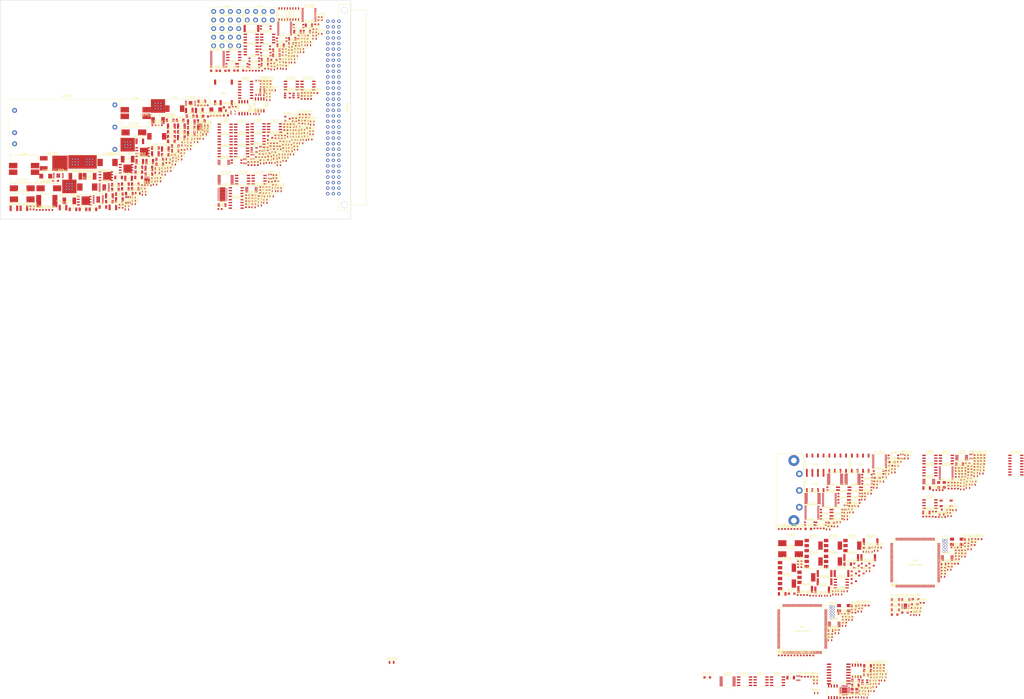
<source format=kicad_pcb>
(kicad_pcb (version 20171130) (host pcbnew 5.0.1)
  (layers (0 F.Cu signal) (31 B.Cu signal) (34 B.Paste user hide) (35 F.Paste user hide) (36 B.SilkS user) (37 F.SilkS user) (38 B.Mask user) (39 F.Mask user) (44 Edge.Cuts user))
  (net 0 "")
  (net 1 "/MCU Second/SECOND-NRST")
  (net 2 +5V_TRG)
  (net 3 "Net-(C202-Pad1)")
  (net 4 "Net-(C204-Pad1)")
  (net 5 MCU2_3V3)
  (net 6 "Net-(C301-Pad1)")
  (net 7 "/V/I Control/VREF+2V5")
  (net 8 "Net-(C304-Pad1)")
  (net 9 "Net-(C304-Pad2)")
  (net 10 +5V)
  (net 11 +3V3)
  (net 12 -15V)
  (net 13 +15V)
  (net 14 "Net-(C402-Pad2)")
  (net 15 "Net-(C406-Pad2)")
  (net 16 "Net-(C502-Pad1)")
  (net 17 "/MCU Main/MAIN-NRST")
  (net 18 "Net-(C602-Pad1)")
  (net 19 MCU1_3V3)
  (net 20 MCU_3V3)
  (net 21 GNDD)
  (net 22 "Net-(C704-Pad1)")
  (net 23 "Net-(C705-Pad1)")
  (net 24 /CAN/CAN_H)
  (net 25 /CAN/CAN_L)
  (net 26 GND_TRG)
  (net 27 /Trigger/EXT_TRG)
  (net 28 "Net-(C902-Pad1)")
  (net 29 "Net-(C903-Pad1)")
  (net 30 CGND)
  (net 31 "Net-(C1101-Pad1)")
  (net 32 "Net-(C1102-Pad1)")
  (net 33 +2V5)
  (net 34 "Net-(C1201-Pad1)")
  (net 35 GNDPWR)
  (net 36 "Net-(C1217-Pad1)")
  (net 37 "Net-(C1218-Pad1)")
  (net 38 "Net-(C1219-Pad1)")
  (net 39 "Net-(C1220-Pad1)")
  (net 40 "Net-(C1221-Pad1)")
  (net 41 "Net-(C1227-Pad2)")
  (net 42 "Net-(C1233-Pad1)")
  (net 43 "Net-(C1240-Pad1)")
  (net 44 "Net-(C1257-Pad1)")
  (net 45 /Feedback/CurrentBoostOUT)
  (net 46 "Net-(C1409-Pad1)")
  (net 47 "Net-(C1412-Pad1)")
  (net 48 "Net-(C1413-Pad1)")
  (net 49 "Net-(C1414-Pad1)")
  (net 50 "Net-(C1415-Pad2)")
  (net 51 "Net-(C1415-Pad1)")
  (net 52 /Feedback/STIMULUS)
  (net 53 /Address/CODE_3V3)
  (net 54 "Net-(D303-Pad1)")
  (net 55 "Net-(D303-Pad2)")
  (net 56 "Net-(D304-Pad1)")
  (net 57 "Net-(D304-Pad2)")
  (net 58 "Net-(D306-Pad2)")
  (net 59 "Net-(D307-Pad1)")
  (net 60 "Net-(D309-Pad1)")
  (net 61 "/V/I Control/I_CLAMP_STATUS")
  (net 62 "Net-(D401-Pad1)")
  (net 63 "Net-(D402-Pad2)")
  (net 64 "Net-(D901-Pad1)")
  (net 65 /Ethernet/LED_GREEN)
  (net 66 "Net-(D902-Pad1)")
  (net 67 /Ethernet/LED_YELLOW)
  (net 68 "Net-(D1203-Pad2)")
  (net 69 "Net-(D1204-Pad1)")
  (net 70 "Net-(D1301-Pad2)")
  (net 71 "Net-(D1302-Pad2)")
  (net 72 "Net-(D1303-Pad2)")
  (net 73 "Net-(D1304-Pad2)")
  (net 74 /Feedback/K10nA)
  (net 75 /Feedback/K100nA)
  (net 76 /Feedback/K1uA)
  (net 77 /Feedback/K10uA-10mA)
  (net 78 /Feedback/K100mA)
  (net 79 /Feedback/K1A)
  (net 80 /Feedback/GRD_RLY)
  (net 81 /Address/MCU_CODE_0)
  (net 82 /Address/MCU_CODE_1)
  (net 83 /Address/MCU_CODE_2)
  (net 84 /Address/MCU_CODE_3)
  (net 85 VDDF)
  (net 86 VDDA)
  (net 87 "/MCU Second/SECOND-SWDIO-TMS")
  (net 88 "/MCU Second/SECOND-SWDCKL-TCK")
  (net 89 "/MCU Second/SECOND-SWO-TDO")
  (net 90 "/MCU Second/SECOND-NC-TDI")
  (net 91 "/MCU Main/MAIN-NC-TDI")
  (net 92 "/MCU Main/MAIN-SWO-TDO")
  (net 93 "/MCU Main/MAIN-SWDCKL-TCK")
  (net 94 "/MCU Main/MAIN-SWDIO-TMS")
  (net 95 /MUX/STIMULUS_FRONT)
  (net 96 /MUX/GUARD_FRONT)
  (net 97 /MUX/GUARD_REAR)
  (net 98 /MUX/STIMULUS_REAR)
  (net 99 /MUX/B)
  (net 100 /MUX/A)
  (net 101 /MUX/C)
  (net 102 /MUX/D)
  (net 103 /MUX/E)
  (net 104 /MUX/F)
  (net 105 "Net-(K1401-Pad4)")
  (net 106 "Net-(K1405-Pad1)")
  (net 107 "Net-(K1406-Pad1)")
  (net 108 "Net-(K1407-Pad1)")
  (net 109 "Net-(K1407-Pad4)")
  (net 110 "Net-(L801-Pad2)")
  (net 111 "Net-(L902-Pad1)")
  (net 112 "Net-(L902-Pad3)")
  (net 113 "Net-(L902-Pad6)")
  (net 114 "Net-(L902-Pad8)")
  (net 115 "Net-(L902-Pad9)")
  (net 116 "Net-(L902-Pad10)")
  (net 117 "Net-(L902-Pad11)")
  (net 118 "Net-(L902-Pad14)")
  (net 119 "Net-(L902-Pad15)")
  (net 120 "Net-(L902-Pad16)")
  (net 121 "Net-(Q404-Pad3)")
  (net 122 "Net-(Q407-Pad3)")
  (net 123 "Net-(Q406-Pad3)")
  (net 124 "Net-(Q409-Pad3)")
  (net 125 "Net-(Q410-Pad3)")
  (net 126 "Net-(Q411-Pad3)")
  (net 127 "Net-(Q412-Pad3)")
  (net 128 "Net-(Q1203-Pad3)")
  (net 129 "Net-(Q1203-Pad2)")
  (net 130 "Net-(Q1204-Pad3)")
  (net 131 "Net-(Q1204-Pad2)")
  (net 132 "Net-(Q1205-Pad2)")
  (net 133 "Net-(Q1205-Pad3)")
  (net 134 "/MCU Second/SECOND-I2C1_SDA")
  (net 135 "/MCU Second/SECOND-I2C1_SCL")
  (net 136 "Net-(R301-Pad2)")
  (net 137 "Net-(R303-Pad2)")
  (net 138 "Net-(R303-Pad1)")
  (net 139 "Net-(R309-Pad1)")
  (net 140 "Net-(R309-Pad2)")
  (net 141 "Net-(R311-Pad1)")
  (net 142 "Net-(R312-Pad1)")
  (net 143 "Net-(R314-Pad1)")
  (net 144 "Net-(R315-Pad2)")
  (net 145 "/V/I Control/-IDAC")
  (net 146 "/V/I Control/+IDAC")
  (net 147 "/V/I Control/-VDAC")
  (net 148 "/V/I Control/+VDAC")
  (net 149 "/V/I Control/VI_CLAMP")
  (net 150 "Net-(R337-Pad1)")
  (net 151 "Net-(R337-Pad2)")
  (net 152 "Net-(R342-Pad2)")
  (net 153 "Net-(R345-Pad2)")
  (net 154 "/Feed-Forward Current Booster/CurrentBoostOUT")
  (net 155 "Net-(R602-Pad1)")
  (net 156 "/MCU Main/MAIN-I2C1_SDA")
  (net 157 "/MCU Main/MAIN-I2C1_SCL")
  (net 158 /CAN/CAN_STBY)
  (net 159 /Trigger/TRG_OUT_SIGN)
  (net 160 /Trigger/TRG_IN)
  (net 161 /Ethernet/ETH_NRST)
  (net 162 /Ethernet/RMII_RXD0)
  (net 163 /Ethernet/RMII_RXD1)
  (net 164 /Ethernet/RMII_CRS_DV)
  (net 165 /Ethernet/RMII_MDIO)
  (net 166 /Ethernet/RMII_REF_CLK)
  (net 167 "Net-(R912-Pad2)")
  (net 168 "Net-(R1103-Pad2)")
  (net 169 "Net-(R1103-Pad1)")
  (net 170 "Net-(R1107-Pad2)")
  (net 171 "Net-(R1201-Pad2)")
  (net 172 "Net-(R1204-Pad2)")
  (net 173 "Net-(R1209-Pad1)")
  (net 174 "Net-(R1212-Pad2)")
  (net 175 "Net-(R1216-Pad2)")
  (net 176 "Net-(R1217-Pad2)")
  (net 177 /MUX/STIM_A)
  (net 178 "Net-(R1301-Pad1)")
  (net 179 /MUX/STIM_B)
  (net 180 "Net-(R1302-Pad1)")
  (net 181 "Net-(R1303-Pad1)")
  (net 182 /MUX/STIM_C)
  (net 183 /MUX/STIM_D)
  (net 184 "Net-(R1304-Pad1)")
  (net 185 /MUX/STIM_E)
  (net 186 "Net-(R1305-Pad1)")
  (net 187 "Net-(R1306-Pad1)")
  (net 188 /MUX/STIM_F)
  (net 189 "Net-(R1307-Pad1)")
  (net 190 /MUX/GUARD_A)
  (net 191 /MUX/GUARD_B)
  (net 192 "Net-(R1308-Pad1)")
  (net 193 /MUX/GUARD_C)
  (net 194 "Net-(R1309-Pad1)")
  (net 195 /MUX/GUARD_D)
  (net 196 "Net-(R1310-Pad1)")
  (net 197 "Net-(R1311-Pad1)")
  (net 198 /MUX/GUARD_E)
  (net 199 "Net-(R1312-Pad1)")
  (net 200 /MUX/GUARD_F)
  (net 201 "Net-(R1313-Pad1)")
  (net 202 /MUX/GND_A)
  (net 203 /MUX/GND_B)
  (net 204 "Net-(R1314-Pad1)")
  (net 205 "Net-(R1315-Pad1)")
  (net 206 /MUX/GND_C)
  (net 207 /MUX/GND_D)
  (net 208 "Net-(R1316-Pad1)")
  (net 209 "Net-(R1317-Pad1)")
  (net 210 /MUX/GND_E)
  (net 211 "Net-(R1318-Pad1)")
  (net 212 /MUX/GND_F)
  (net 213 "Net-(R1319-Pad2)")
  (net 214 "Net-(R1320-Pad2)")
  (net 215 /Feedback/U1A)
  (net 216 /Feedback/U100uA)
  (net 217 "Net-(R1402-Pad1)")
  (net 218 /Feedback/U100mA)
  (net 219 "Net-(R1403-Pad1)")
  (net 220 /Feedback/U10uA)
  (net 221 "Net-(R1404-Pad1)")
  (net 222 "Net-(R1405-Pad1)")
  (net 223 /Feedback/U10mA)
  (net 224 /Feedback/CURRENT_FEEDBACK)
  (net 225 /Feedback/U1mA)
  (net 226 "Net-(R1418-Pad2)")
  (net 227 "Net-(R1419-Pad2)")
  (net 228 "Net-(R1420-Pad2)")
  (net 229 /Feedback/VOLTAGE_FEEDBACK)
  (net 230 "Net-(R1433-Pad1)")
  (net 231 /Feedback/VF_GAIN100)
  (net 232 GUARD1)
  (net 233 /Feedback/VF_GAIN10)
  (net 234 /Feedback/VF_GAIN1)
  (net 235 /Feedback/GUARD_OUT)
  (net 236 "/V/I Control/SIGN_SELECT")
  (net 237 "Net-(U316-Pad6)")
  (net 238 /Ethernet/RMII_TXD0)
  (net 239 /Ethernet/RMII_TX_EN)
  (net 240 "/MCU Main/CAN1_TX")
  (net 241 "/MCU Main/CAN1_RX")
  (net 242 /Ethernet/RMII_TXD1)
  (net 243 /Ethernet/RMII_MDC)
  (net 244 /Trigger/TRG_OUT_EN)
  (net 245 /ADC/ADC_SDO)
  (net 246 /ADC/ADC_SCK)
  (net 247 /MUX/SECOND-I2C1_SDA)
  (net 248 /MUX/SECOND-I2C1_SCL)
  (net 249 "Net-(U1309-Pad10)")
  (net 250 "Net-(U1309-Pad9)")
  (net 251 "Net-(U1309-Pad7)")
  (net 252 "Net-(U1309-Pad6)")
  (net 253 "Net-(U1309-Pad5)")
  (net 254 "Net-(U1309-Pad4)")
  (net 255 "Net-(U1320-Pad4)")
  (net 256 "Net-(U1320-Pad5)")
  (net 257 "Net-(U1320-Pad6)")
  (net 258 "Net-(U1320-Pad7)")
  (net 259 "Net-(U1320-Pad9)")
  (net 260 "Net-(U1320-Pad10)")
  (net 261 "Net-(U1323-Pad10)")
  (net 262 "Net-(U1323-Pad9)")
  (net 263 "Net-(U1323-Pad7)")
  (net 264 "Net-(U1323-Pad6)")
  (net 265 "Net-(U1323-Pad5)")
  (net 266 "Net-(U1323-Pad4)")
  (net 267 "Net-(C201-Pad1)")
  (net 268 "Net-(C203-Pad1)")
  (net 269 "Net-(C205-Pad2)")
  (net 270 "Net-(C305-Pad2)")
  (net 271 "Net-(C305-Pad1)")
  (net 272 "Net-(C401-Pad2)")
  (net 273 "Net-(C402-Pad1)")
  (net 274 "Net-(C403-Pad2)")
  (net 275 "Net-(C404-Pad2)")
  (net 276 "Net-(C501-Pad2)")
  (net 277 "Net-(C501-Pad1)")
  (net 278 "Net-(C503-Pad1)")
  (net 279 "Net-(C505-Pad2)")
  (net 280 "Net-(C506-Pad1)")
  (net 281 "Net-(C507-Pad1)")
  (net 282 "Net-(C508-Pad1)")
  (net 283 "Net-(C508-Pad2)")
  (net 284 "Net-(C509-Pad2)")
  (net 285 "Net-(C509-Pad1)")
  (net 286 "Net-(C510-Pad2)")
  (net 287 "Net-(C510-Pad1)")
  (net 288 "Net-(C511-Pad1)")
  (net 289 "Net-(C511-Pad2)")
  (net 290 "Net-(C512-Pad1)")
  (net 291 "Net-(C513-Pad1)")
  (net 292 "Net-(C601-Pad1)")
  (net 293 "Net-(C603-Pad1)")
  (net 294 "Net-(C604-Pad1)")
  (net 295 "Net-(C605-Pad2)")
  (net 296 "Net-(C808-Pad2)")
  (net 297 "Net-(C901-Pad2)")
  (net 298 "Net-(C910-Pad1)")
  (net 299 "Net-(C911-Pad1)")
  (net 300 "Net-(C1103-Pad2)")
  (net 301 "Net-(C1103-Pad1)")
  (net 302 "Net-(C1104-Pad1)")
  (net 303 "Net-(C1201-Pad2)")
  (net 304 "Net-(C1203-Pad1)")
  (net 305 "Net-(C1207-Pad1)")
  (net 306 "Net-(C1213-Pad1)")
  (net 307 "Net-(C1220-Pad2)")
  (net 308 "Net-(C1241-Pad1)")
  (net 309 "Net-(C1242-Pad1)")
  (net 310 "Net-(C1243-Pad2)")
  (net 311 "Net-(C1246-Pad1)")
  (net 312 "Net-(C1250-Pad2)")
  (net 313 "Net-(C1251-Pad1)")
  (net 314 "Net-(C1252-Pad1)")
  (net 315 "Net-(C1253-Pad2)")
  (net 316 "Net-(C1253-Pad1)")
  (net 317 "Net-(C1254-Pad1)")
  (net 318 "Net-(C1261-Pad2)")
  (net 319 "Net-(C1264-Pad2)")
  (net 320 "Net-(C1265-Pad1)")
  (net 321 "Net-(C1266-Pad1)")
  (net 322 "Net-(C1267-Pad1)")
  (net 323 "Net-(C1267-Pad2)")
  (net 324 "Net-(C1268-Pad1)")
  (net 325 "Net-(C1271-Pad1)")
  (net 326 "Net-(C1401-Pad1)")
  (net 327 "Net-(C1403-Pad1)")
  (net 328 "Net-(C1405-Pad1)")
  (net 329 "Net-(C1407-Pad1)")
  (net 330 "Net-(C1408-Pad2)")
  (net 331 "Net-(C1409-Pad2)")
  (net 332 "Net-(C1411-Pad1)")
  (net 333 "Net-(C1411-Pad2)")
  (net 334 "Net-(C1412-Pad2)")
  (net 335 "Net-(C1503-Pad1)")
  (net 336 "Net-(D301-Pad2)")
  (net 337 "Net-(D301-Pad1)")
  (net 338 "Net-(D302-Pad1)")
  (net 339 "Net-(D304-Pad3)")
  (net 340 "Net-(D306-Pad3)")
  (net 341 "Net-(D307-Pad2)")
  (net 342 "Net-(D308-Pad1)")
  (net 343 "Net-(D309-Pad2)")
  (net 344 "Net-(D801-Pad1)")
  (net 345 "Net-(D802-Pad3)")
  (net 346 "Net-(D1205-Pad2)")
  (net 347 "Net-(D1206-Pad1)")
  (net 348 "Net-(D1207-Pad1)")
  (net 349 "Net-(Q401-Pad3)")
  (net 350 "Net-(Q402-Pad3)")
  (net 351 "Net-(Q403-Pad1)")
  (net 352 "Net-(Q403-Pad2)")
  (net 353 "Net-(Q405-Pad3)")
  (net 354 "Net-(Q408-Pad1)")
  (net 355 "Net-(Q408-Pad2)")
  (net 356 "Net-(Q409-Pad1)")
  (net 357 "Net-(Q1201-Pad3)")
  (net 358 "Net-(Q1201-Pad2)")
  (net 359 "Net-(Q1202-Pad1)")
  (net 360 "Net-(R201-Pad1)")
  (net 361 "Net-(R301-Pad1)")
  (net 362 "Net-(R305-Pad2)")
  (net 363 "Net-(R306-Pad2)")
  (net 364 "Net-(R316-Pad2)")
  (net 365 "Net-(R319-Pad2)")
  (net 366 "Net-(R320-Pad2)")
  (net 367 "Net-(R320-Pad1)")
  (net 368 "Net-(R322-Pad2)")
  (net 369 "Net-(R322-Pad1)")
  (net 370 "Net-(R324-Pad2)")
  (net 371 "Net-(R326-Pad2)")
  (net 372 "Net-(R328-Pad2)")
  (net 373 "Net-(R329-Pad1)")
  (net 374 "Net-(R331-Pad1)")
  (net 375 "Net-(R332-Pad1)")
  (net 376 "Net-(R341-Pad1)")
  (net 377 "Net-(R341-Pad2)")
  (net 378 "Net-(R342-Pad1)")
  (net 379 "Net-(R343-Pad2)")
  (net 380 "Net-(R406-Pad2)")
  (net 381 "Net-(R508-Pad1)")
  (net 382 "Net-(R509-Pad2)")
  (net 383 "Net-(R601-Pad1)")
  (net 384 "Net-(R702-Pad1)")
  (net 385 "Net-(R801-Pad2)")
  (net 386 "Net-(R802-Pad1)")
  (net 387 "Net-(R807-Pad1)")
  (net 388 "Net-(R808-Pad1)")
  (net 389 "Net-(R901-Pad2)")
  (net 390 "Net-(R902-Pad2)")
  (net 391 "Net-(R903-Pad2)")
  (net 392 "Net-(R910-Pad1)")
  (net 393 "Net-(R917-Pad1)")
  (net 394 "Net-(R1102-Pad1)")
  (net 395 "Net-(R1104-Pad1)")
  (net 396 "Net-(R1104-Pad2)")
  (net 397 "Net-(R1108-Pad2)")
  (net 398 "Net-(R1110-Pad1)")
  (net 399 "Net-(R1111-Pad2)")
  (net 400 "Net-(R1112-Pad2)")
  (net 401 "Net-(R1202-Pad2)")
  (net 402 "Net-(R1207-Pad2)")
  (net 403 "Net-(R1210-Pad1)")
  (net 404 "Net-(R1211-Pad2)")
  (net 405 "Net-(R1213-Pad2)")
  (net 406 "Net-(R1224-Pad1)")
  (net 407 "Net-(R1225-Pad1)")
  (net 408 "Net-(R1226-Pad2)")
  (net 409 "Net-(R1229-Pad2)")
  (net 410 "Net-(R1231-Pad2)")
  (net 411 "Net-(R1233-Pad1)")
  (net 412 "Net-(R1235-Pad2)")
  (net 413 "Net-(R1238-Pad2)")
  (net 414 "Net-(R1240-Pad2)")
  (net 415 "Net-(R1242-Pad1)")
  (net 416 "Net-(R1408-Pad1)")
  (net 417 "Net-(R1409-Pad1)")
  (net 418 "Net-(R1413-Pad2)")
  (net 419 "Net-(R1414-Pad2)")
  (net 420 "Net-(R1415-Pad1)")
  (net 421 "Net-(R1416-Pad1)")
  (net 422 "Net-(R1417-Pad1)")
  (net 423 "Net-(R1421-Pad1)")
  (net 424 "Net-(R1423-Pad2)")
  (net 425 "Net-(R1424-Pad2)")
  (net 426 "Net-(R1431-Pad1)")
  (net 427 "Net-(R1432-Pad1)")
  (net 428 "Net-(U303-Pad5)")
  (net 429 "Net-(U307-Pad11)")
  (net 430 "Net-(U310-Pad6)")
  (net 431 "Net-(U314-Pad6)")
  (net 432 "Net-(U502-Pad3)")
  (net 433 "Net-(U504-Pad8)")
  (net 434 "Net-(U1102-Pad6)")
  (net 435 "Net-(U1102-Pad1)")
  (net 436 "Net-(U1405-Pad1)")
  (net 437 "Net-(U1405-Pad2)")
  (net 438 "Net-(U1405-Pad3)")
  (net 439 "Net-(U1405-Pad4)")
  (net 440 "Net-(U1405-Pad5)")
  (net 441 "Net-(U1405-Pad6)")
  (net 442 "Net-(U1405-Pad7)")
  (net 443 "Net-(U1406-Pad9)")
  (net 444 "Net-(U1406-Pad8)")
  (net 445 "Net-(U1406-Pad7)")
  (net 446 "Net-(U1406-Pad6)")
  (net 447 "Net-(U1406-Pad5)")
  (net 448 "Net-(U1406-Pad4)")
  (net 449 "Net-(U1406-Pad3)")
  (net 450 "Net-(U1406-Pad2)")
  (net 451 "Net-(U1407-Pad20)")
  (net 452 "Net-(U1407-Pad19)")
  (net 453 "Net-(U1407-Pad18)")
  (net 454 "Net-(U1407-Pad17)")
  (net 455 "Net-(U1407-Pad16)")
  (net 456 "Net-(U1407-Pad15)")
  (net 457 "Net-(U1407-Pad14)")
  (net 458 "Net-(U1407-Pad13)")
  (net 459 "Net-(U1411-Pad2)")
  (net 460 "Net-(U1605-Pad1)")
  (net 461 GND)
  (net 462 "Net-(U1601-Pad6)")
  (net 463 "Net-(U1601-Pad1)")
  (net 464 "Net-(U1602-Pad1)")
  (net 465 "Net-(U1602-Pad6)")
  (net 466 "Net-(U1604-Pad8)")
  (module SMD:C_0603_Symbol1 (layer F.Cu) (at 509.565001 301.205001)
    (fp_text reference C207 (at 0 -1.5) (layer F.SilkS))
    (fp_text value 100n)
    (fp_text user A (at 0 0.0254) (layer F.SilkS) (effects (font (size 0.6 0.6) (thickness 0.12))))
    (pad 2 smd rect (at 0.75 0) (size 0.8 0.75) (layers F.Cu F.Paste F.Mask) (net 461 GND))
    (pad 1 smd rect (at -0.75 0) (size 0.8 0.75) (layers F.Cu F.Paste F.Mask) (net 5 MCU2_3V3))
  )
  (module SMD:C_0603_Symbol6 (layer F.Cu) (at 509.565001 302.555001)
    (fp_text reference C208 (at 0 -1.5) (layer F.SilkS))
    (fp_text value 1u)
    (fp_text user S (at 0.0254 0.0254) (layer F.SilkS) (effects (font (size 0.6 0.6) (thickness 0.12))))
    (pad 2 smd rect (at 0.75 0) (size 0.8 0.75) (layers F.Cu F.Paste F.Mask) (net 461 GND))
    (pad 1 smd rect (at -0.75 0) (size 0.8 0.75) (layers F.Cu F.Paste F.Mask) (net 5 MCU2_3V3))
  )
  (module SMD:C_0603_Symbol1 (layer F.Cu) (at 506.715001 303.905001)
    (fp_text reference C209 (at 0 -1.5) (layer F.SilkS))
    (fp_text value 100n)
    (fp_text user A (at 0 0.0254) (layer F.SilkS) (effects (font (size 0.6 0.6) (thickness 0.12))))
    (pad 1 smd rect (at -0.75 0) (size 0.8 0.75) (layers F.Cu F.Paste F.Mask) (net 5 MCU2_3V3))
    (pad 2 smd rect (at 0.75 0) (size 0.8 0.75) (layers F.Cu F.Paste F.Mask) (net 461 GND))
  )
  (module SMD:C_0603_Symbol1 (layer F.Cu) (at 500.265001 310.485001)
    (fp_text reference C210 (at 0 -1.5) (layer F.SilkS))
    (fp_text value 100n)
    (fp_text user A (at 0 0.0254) (layer F.SilkS) (effects (font (size 0.6 0.6) (thickness 0.12))))
    (pad 2 smd rect (at 0.75 0) (size 0.8 0.75) (layers F.Cu F.Paste F.Mask) (net 461 GND))
    (pad 1 smd rect (at -0.75 0) (size 0.8 0.75) (layers F.Cu F.Paste F.Mask) (net 5 MCU2_3V3))
  )
  (module SMD:C_0603_Symbol1 (layer F.Cu) (at 506.715001 301.205001)
    (fp_text reference C211 (at 0 -1.5) (layer F.SilkS))
    (fp_text value 100n)
    (fp_text user A (at 0 0.0254) (layer F.SilkS) (effects (font (size 0.6 0.6) (thickness 0.12))))
    (pad 1 smd rect (at -0.75 0) (size 0.8 0.75) (layers F.Cu F.Paste F.Mask) (net 5 MCU2_3V3))
    (pad 2 smd rect (at 0.75 0) (size 0.8 0.75) (layers F.Cu F.Paste F.Mask) (net 461 GND))
  )
  (module SMD:C_0603_Symbol1 (layer F.Cu) (at 514.115001 297.405001)
    (fp_text reference C212 (at 0 -1.5) (layer F.SilkS))
    (fp_text value 100n)
    (fp_text user A (at 0 0.0254) (layer F.SilkS) (effects (font (size 0.6 0.6) (thickness 0.12))))
    (pad 2 smd rect (at 0.75 0) (size 0.8 0.75) (layers F.Cu F.Paste F.Mask) (net 461 GND))
    (pad 1 smd rect (at -0.75 0) (size 0.8 0.75) (layers F.Cu F.Paste F.Mask) (net 5 MCU2_3V3))
  )
  (module SMD:C_0603_Symbol1 (layer F.Cu) (at 503.415001 307.255001)
    (fp_text reference C213 (at 0 -1.5) (layer F.SilkS))
    (fp_text value 100n)
    (fp_text user A (at 0 0.0254) (layer F.SilkS) (effects (font (size 0.6 0.6) (thickness 0.12))))
    (pad 1 smd rect (at -0.75 0) (size 0.8 0.75) (layers F.Cu F.Paste F.Mask) (net 5 MCU2_3V3))
    (pad 2 smd rect (at 0.75 0) (size 0.8 0.75) (layers F.Cu F.Paste F.Mask) (net 461 GND))
  )
  (module SMD:C_0603_Symbol1 (layer F.Cu) (at 500.265001 309.135001)
    (fp_text reference C214 (at 0 -1.5) (layer F.SilkS))
    (fp_text value 100n)
    (fp_text user A (at 0 0.0254) (layer F.SilkS) (effects (font (size 0.6 0.6) (thickness 0.12))))
    (pad 2 smd rect (at 0.75 0) (size 0.8 0.75) (layers F.Cu F.Paste F.Mask) (net 461 GND))
    (pad 1 smd rect (at -0.75 0) (size 0.8 0.75) (layers F.Cu F.Paste F.Mask) (net 5 MCU2_3V3))
  )
  (module SMD:C_0603_Symbol1 (layer F.Cu) (at 504.765001 299.855001)
    (fp_text reference C215 (at 0 -1.5) (layer F.SilkS))
    (fp_text value 100n)
    (fp_text user A (at 0 0.0254) (layer F.SilkS) (effects (font (size 0.6 0.6) (thickness 0.12))))
    (pad 2 smd rect (at 0.75 0) (size 0.8 0.75) (layers F.Cu F.Paste F.Mask) (net 461 GND))
    (pad 1 smd rect (at -0.75 0) (size 0.8 0.75) (layers F.Cu F.Paste F.Mask) (net 5 MCU2_3V3))
  )
  (module SMD:C_0603_Symbol1 (layer F.Cu) (at 510.965001 297.935001)
    (fp_text reference C216 (at 0 -1.5) (layer F.SilkS))
    (fp_text value 100n)
    (fp_text user A (at 0 0.0254) (layer F.SilkS) (effects (font (size 0.6 0.6) (thickness 0.12))))
    (pad 1 smd rect (at -0.75 0) (size 0.8 0.75) (layers F.Cu F.Paste F.Mask) (net 5 MCU2_3V3))
    (pad 2 smd rect (at 0.75 0) (size 0.8 0.75) (layers F.Cu F.Paste F.Mask) (net 461 GND))
  )
  (module SMD:C_0603_Symbol1 (layer F.Cu) (at 506.715001 302.555001)
    (fp_text reference C217 (at 0 -1.5) (layer F.SilkS))
    (fp_text value 100n)
    (fp_text user A (at 0 0.0254) (layer F.SilkS) (effects (font (size 0.6 0.6) (thickness 0.12))))
    (pad 1 smd rect (at -0.75 0) (size 0.8 0.75) (layers F.Cu F.Paste F.Mask) (net 5 MCU2_3V3))
    (pad 2 smd rect (at 0.75 0) (size 0.8 0.75) (layers F.Cu F.Paste F.Mask) (net 461 GND))
  )
  (module SMD:C_0603_Symbol1 (layer F.Cu) (at 514.115001 296.055001)
    (fp_text reference C218 (at 0 -1.5) (layer F.SilkS))
    (fp_text value 100n)
    (fp_text user A (at 0 0.0254) (layer F.SilkS) (effects (font (size 0.6 0.6) (thickness 0.12))))
    (pad 1 smd rect (at -0.75 0) (size 0.8 0.75) (layers F.Cu F.Paste F.Mask) (net 5 MCU2_3V3))
    (pad 2 smd rect (at 0.75 0) (size 0.8 0.75) (layers F.Cu F.Paste F.Mask) (net 461 GND))
  )
  (module SMD:C_0603_Symbol1 (layer F.Cu) (at 507.615001 299.855001)
    (fp_text reference C219 (at 0 -1.5) (layer F.SilkS))
    (fp_text value 100n)
    (fp_text user A (at 0 0.0254) (layer F.SilkS) (effects (font (size 0.6 0.6) (thickness 0.12))))
    (pad 2 smd rect (at 0.75 0) (size 0.8 0.75) (layers F.Cu F.Paste F.Mask) (net 461 GND))
    (pad 1 smd rect (at -0.75 0) (size 0.8 0.75) (layers F.Cu F.Paste F.Mask) (net 5 MCU2_3V3))
  )
  (module SMD:C_0603_Symbol1 (layer F.Cu) (at 510.965001 299.285001)
    (fp_text reference C220 (at 0 -1.5) (layer F.SilkS))
    (fp_text value 100n)
    (fp_text user A (at 0 0.0254) (layer F.SilkS) (effects (font (size 0.6 0.6) (thickness 0.12))))
    (pad 1 smd rect (at -0.75 0) (size 0.8 0.75) (layers F.Cu F.Paste F.Mask) (net 5 MCU2_3V3))
    (pad 2 smd rect (at 0.75 0) (size 0.8 0.75) (layers F.Cu F.Paste F.Mask) (net 461 GND))
  )
  (module SMD:C_0603_Symbol6 (layer F.Cu) (at 186.835001 123.925001)
    (fp_text reference C301 (at 0 -1.5) (layer F.SilkS))
    (fp_text value 1u)
    (fp_text user S (at 0.0254 0.0254) (layer F.SilkS) (effects (font (size 0.6 0.6) (thickness 0.12))))
    (pad 1 smd rect (at -0.75 0) (size 0.8 0.75) (layers F.Cu F.Paste F.Mask) (net 6 "Net-(C301-Pad1)"))
    (pad 2 smd rect (at 0.75 0) (size 0.8 0.75) (layers F.Cu F.Paste F.Mask) (net 461 GND))
  )
  (module SMD:C_1206_Symbol1 (layer F.Cu) (at 430.655001 359.280001)
    (fp_text reference C302 (at 0 -1.651) (layer F.SilkS) (effects (font (size 0.6 0.6) (thickness 0.12))))
    (fp_text value 10u)
    (fp_text user AA (at 0 0) (layer F.SilkS) (effects (font (size 0.6 0.6) (thickness 0.12))))
    (pad 1 smd rect (at -1.5 0) (size 1 1.6) (layers F.Cu F.Paste F.Mask) (net 7 "/V/I Control/VREF+2V5"))
    (pad 2 smd rect (at 1.5 0) (size 1 1.6) (layers F.Cu F.Paste F.Mask) (net 461 GND))
  )
  (module SMD:C_0603_Symbol6 (layer F.Cu) (at 191.255001 118.575001)
    (fp_text reference C303 (at 0 -1.5) (layer F.SilkS))
    (fp_text value 1u)
    (fp_text user S (at 0.0254 0.0254) (layer F.SilkS) (effects (font (size 0.6 0.6) (thickness 0.12))))
    (pad 2 smd rect (at 0.75 0) (size 0.8 0.75) (layers F.Cu F.Paste F.Mask) (net 461 GND))
    (pad 1 smd rect (at -0.75 0) (size 0.8 0.75) (layers F.Cu F.Paste F.Mask) (net 7 "/V/I Control/VREF+2V5"))
  )
  (module SMD:C_0603_Symbol1 (layer F.Cu) (at 183.985001 125.275001)
    (fp_text reference C306 (at 0 -1.5) (layer F.SilkS))
    (fp_text value 100n)
    (fp_text user A (at 0 0.0254) (layer F.SilkS) (effects (font (size 0.6 0.6) (thickness 0.12))))
    (pad 2 smd rect (at 0.75 0) (size 0.8 0.75) (layers F.Cu F.Paste F.Mask) (net 461 GND))
    (pad 1 smd rect (at -0.75 0) (size 0.8 0.75) (layers F.Cu F.Paste F.Mask) (net 11 +3V3))
  )
  (module SMD:C_0603_Symbol1 (layer F.Cu) (at 207.415001 103.575001)
    (fp_text reference C307 (at 0 -1.5) (layer F.SilkS))
    (fp_text value 100n)
    (fp_text user A (at 0 0.0254) (layer F.SilkS) (effects (font (size 0.6 0.6) (thickness 0.12))))
    (pad 1 smd rect (at -0.75 0) (size 0.8 0.75) (layers F.Cu F.Paste F.Mask) (net 11 +3V3))
    (pad 2 smd rect (at 0.75 0) (size 0.8 0.75) (layers F.Cu F.Paste F.Mask) (net 461 GND))
  )
  (module SMD:C_0603_Symbol1 (layer F.Cu) (at 190.255001 121.625001)
    (fp_text reference C308 (at 0 -1.5) (layer F.SilkS))
    (fp_text value 100n)
    (fp_text user A (at 0 0.0254) (layer F.SilkS) (effects (font (size 0.6 0.6) (thickness 0.12))))
    (pad 1 smd rect (at -0.75 0) (size 0.8 0.75) (layers F.Cu F.Paste F.Mask) (net 11 +3V3))
    (pad 2 smd rect (at 0.75 0) (size 0.8 0.75) (layers F.Cu F.Paste F.Mask) (net 461 GND))
  )
  (module SMD:C_0603_Symbol1 (layer F.Cu) (at 200.365001 109.285001)
    (fp_text reference C309 (at 0 -1.5) (layer F.SilkS))
    (fp_text value 100n)
    (fp_text user A (at 0 0.0254) (layer F.SilkS) (effects (font (size 0.6 0.6) (thickness 0.12))))
    (pad 2 smd rect (at 0.75 0) (size 0.8 0.75) (layers F.Cu F.Paste F.Mask) (net 461 GND))
    (pad 1 smd rect (at -0.75 0) (size 0.8 0.75) (layers F.Cu F.Paste F.Mask) (net 11 +3V3))
  )
  (module SMD:C_0603_Symbol1 (layer F.Cu) (at 207.415001 102.225001)
    (fp_text reference C310 (at 0 -1.5) (layer F.SilkS))
    (fp_text value 100n)
    (fp_text user A (at 0 0.0254) (layer F.SilkS) (effects (font (size 0.6 0.6) (thickness 0.12))))
    (pad 2 smd rect (at 0.75 0) (size 0.8 0.75) (layers F.Cu F.Paste F.Mask) (net 461 GND))
    (pad 1 smd rect (at -0.75 0) (size 0.8 0.75) (layers F.Cu F.Paste F.Mask) (net 11 +3V3))
  )
  (module SMD:C_0603_Symbol1 (layer F.Cu) (at 187.405001 121.625001)
    (fp_text reference C311 (at 0 -1.5) (layer F.SilkS))
    (fp_text value 100n)
    (fp_text user A (at 0 0.0254) (layer F.SilkS) (effects (font (size 0.6 0.6) (thickness 0.12))))
    (pad 1 smd rect (at -0.75 0) (size 0.8 0.75) (layers F.Cu F.Paste F.Mask) (net 12 -15V))
    (pad 2 smd rect (at 0.75 0) (size 0.8 0.75) (layers F.Cu F.Paste F.Mask) (net 461 GND))
  )
  (module SMD:C_0603_Symbol1 (layer F.Cu) (at 199.155001 111.775001)
    (fp_text reference C312 (at 0 -1.5) (layer F.SilkS))
    (fp_text value 100n)
    (fp_text user A (at 0 0.0254) (layer F.SilkS) (effects (font (size 0.6 0.6) (thickness 0.12))))
    (pad 1 smd rect (at -0.75 0) (size 0.8 0.75) (layers F.Cu F.Paste F.Mask) (net 12 -15V))
    (pad 2 smd rect (at 0.75 0) (size 0.8 0.75) (layers F.Cu F.Paste F.Mask) (net 461 GND))
  )
  (module SMD:C_0603_Symbol1 (layer F.Cu) (at 203.215001 106.625001)
    (fp_text reference C313 (at 0 -1.5) (layer F.SilkS))
    (fp_text value 100n)
    (fp_text user A (at 0 0.0254) (layer F.SilkS) (effects (font (size 0.6 0.6) (thickness 0.12))))
    (pad 2 smd rect (at 0.75 0) (size 0.8 0.75) (layers F.Cu F.Paste F.Mask) (net 461 GND))
    (pad 1 smd rect (at -0.75 0) (size 0.8 0.75) (layers F.Cu F.Paste F.Mask) (net 12 -15V))
  )
  (module SMD:C_0603_Symbol1 (layer F.Cu) (at 200.365001 106.585001)
    (fp_text reference C314 (at 0 -1.5) (layer F.SilkS))
    (fp_text value 100n)
    (fp_text user A (at 0 0.0254) (layer F.SilkS) (effects (font (size 0.6 0.6) (thickness 0.12))))
    (pad 2 smd rect (at 0.75 0) (size 0.8 0.75) (layers F.Cu F.Paste F.Mask) (net 461 GND))
    (pad 1 smd rect (at -0.75 0) (size 0.8 0.75) (layers F.Cu F.Paste F.Mask) (net 12 -15V))
  )
  (module SMD:C_0603_Symbol1 (layer F.Cu) (at 199.155001 113.125001)
    (fp_text reference C315 (at 0 -1.5) (layer F.SilkS))
    (fp_text value 100n)
    (fp_text user A (at 0 0.0254) (layer F.SilkS) (effects (font (size 0.6 0.6) (thickness 0.12))))
    (pad 1 smd rect (at -0.75 0) (size 0.8 0.75) (layers F.Cu F.Paste F.Mask) (net 12 -15V))
    (pad 2 smd rect (at 0.75 0) (size 0.8 0.75) (layers F.Cu F.Paste F.Mask) (net 461 GND))
  )
  (module SMD:C_0603_Symbol1 (layer F.Cu) (at 204.255001 105.275001)
    (fp_text reference C316 (at 0 -1.5) (layer F.SilkS))
    (fp_text value 100n)
    (fp_text user A (at 0 0.0254) (layer F.SilkS) (effects (font (size 0.6 0.6) (thickness 0.12))))
    (pad 1 smd rect (at -0.75 0) (size 0.8 0.75) (layers F.Cu F.Paste F.Mask) (net 12 -15V))
    (pad 2 smd rect (at 0.75 0) (size 0.8 0.75) (layers F.Cu F.Paste F.Mask) (net 461 GND))
  )
  (module SMD:C_0603_Symbol1 (layer F.Cu) (at 192.045001 119.925001)
    (fp_text reference C317 (at 0 -1.5) (layer F.SilkS))
    (fp_text value 100n)
    (fp_text user A (at 0 0.0254) (layer F.SilkS) (effects (font (size 0.6 0.6) (thickness 0.12))))
    (pad 1 smd rect (at -0.75 0) (size 0.8 0.75) (layers F.Cu F.Paste F.Mask) (net 12 -15V))
    (pad 2 smd rect (at 0.75 0) (size 0.8 0.75) (layers F.Cu F.Paste F.Mask) (net 461 GND))
  )
  (module SMD:C_0603_Symbol1 (layer F.Cu) (at 194.105001 116.675001)
    (fp_text reference C318 (at 0 -1.5) (layer F.SilkS))
    (fp_text value 100n)
    (fp_text user A (at 0 0.0254) (layer F.SilkS) (effects (font (size 0.6 0.6) (thickness 0.12))))
    (pad 2 smd rect (at 0.75 0) (size 0.8 0.75) (layers F.Cu F.Paste F.Mask) (net 461 GND))
    (pad 1 smd rect (at -0.75 0) (size 0.8 0.75) (layers F.Cu F.Paste F.Mask) (net 12 -15V))
  )
  (module SMD:C_0603_Symbol1 (layer F.Cu) (at 439.265001 358.875001)
    (fp_text reference C319 (at 0 -1.5) (layer F.SilkS))
    (fp_text value 100n)
    (fp_text user A (at 0 0.0254) (layer F.SilkS) (effects (font (size 0.6 0.6) (thickness 0.12))))
    (pad 2 smd rect (at 0.75 0) (size 0.8 0.75) (layers F.Cu F.Paste F.Mask) (net 461 GND))
    (pad 1 smd rect (at -0.75 0) (size 0.8 0.75) (layers F.Cu F.Paste F.Mask) (net 12 -15V))
  )
  (module SMD:C_0603_Symbol1 (layer F.Cu) (at 207.105001 104.925001)
    (fp_text reference C321 (at 0 -1.5) (layer F.SilkS))
    (fp_text value 100n)
    (fp_text user A (at 0 0.0254) (layer F.SilkS) (effects (font (size 0.6 0.6) (thickness 0.12))))
    (pad 1 smd rect (at -0.75 0) (size 0.8 0.75) (layers F.Cu F.Paste F.Mask) (net 10 +5V))
    (pad 2 smd rect (at 0.75 0) (size 0.8 0.75) (layers F.Cu F.Paste F.Mask) (net 461 GND))
  )
  (module SMD:C_0603_Symbol1 (layer F.Cu) (at 198.555001 114.475001)
    (fp_text reference C322 (at 0 -1.5) (layer F.SilkS))
    (fp_text value 100n)
    (fp_text user A (at 0 0.0254) (layer F.SilkS) (effects (font (size 0.6 0.6) (thickness 0.12))))
    (pad 1 smd rect (at -0.75 0) (size 0.8 0.75) (layers F.Cu F.Paste F.Mask) (net 10 +5V))
    (pad 2 smd rect (at 0.75 0) (size 0.8 0.75) (layers F.Cu F.Paste F.Mask) (net 461 GND))
  )
  (module SMD:C_0603_Symbol1 (layer F.Cu) (at 210.265001 103.575001)
    (fp_text reference C323 (at 0 -1.5) (layer F.SilkS))
    (fp_text value 100n)
    (fp_text user A (at 0 0.0254) (layer F.SilkS) (effects (font (size 0.6 0.6) (thickness 0.12))))
    (pad 2 smd rect (at 0.75 0) (size 0.8 0.75) (layers F.Cu F.Paste F.Mask) (net 461 GND))
    (pad 1 smd rect (at -0.75 0) (size 0.8 0.75) (layers F.Cu F.Paste F.Mask) (net 10 +5V))
  )
  (module SMD:C_0603_Symbol1 (layer F.Cu) (at 207.105001 106.275001)
    (fp_text reference C324 (at 0 -1.5) (layer F.SilkS))
    (fp_text value 100n)
    (fp_text user A (at 0 0.0254) (layer F.SilkS) (effects (font (size 0.6 0.6) (thickness 0.12))))
    (pad 2 smd rect (at 0.75 0) (size 0.8 0.75) (layers F.Cu F.Paste F.Mask) (net 461 GND))
    (pad 1 smd rect (at -0.75 0) (size 0.8 0.75) (layers F.Cu F.Paste F.Mask) (net 10 +5V))
  )
  (module SMD:C_0603_Symbol1 (layer F.Cu) (at 194.105001 118.025001)
    (fp_text reference C325 (at 0 -1.5) (layer F.SilkS))
    (fp_text value 100n)
    (fp_text user A (at 0 0.0254) (layer F.SilkS) (effects (font (size 0.6 0.6) (thickness 0.12))))
    (pad 1 smd rect (at -0.75 0) (size 0.8 0.75) (layers F.Cu F.Paste F.Mask) (net 10 +5V))
    (pad 2 smd rect (at 0.75 0) (size 0.8 0.75) (layers F.Cu F.Paste F.Mask) (net 461 GND))
  )
  (module SMD:C_0603_Symbol1 (layer F.Cu) (at 186.835001 125.275001)
    (fp_text reference C326 (at 0 -1.5) (layer F.SilkS))
    (fp_text value 100n)
    (fp_text user A (at 0 0.0254) (layer F.SilkS) (effects (font (size 0.6 0.6) (thickness 0.12))))
    (pad 2 smd rect (at 0.75 0) (size 0.8 0.75) (layers F.Cu F.Paste F.Mask) (net 461 GND))
    (pad 1 smd rect (at -0.75 0) (size 0.8 0.75) (layers F.Cu F.Paste F.Mask) (net 10 +5V))
  )
  (module SMD:C_0603_Symbol1 (layer F.Cu) (at 196.955001 116.675001)
    (fp_text reference C327 (at 0 -1.5) (layer F.SilkS))
    (fp_text value 100n)
    (fp_text user A (at 0 0.0254) (layer F.SilkS) (effects (font (size 0.6 0.6) (thickness 0.12))))
    (pad 2 smd rect (at 0.75 0) (size 0.8 0.75) (layers F.Cu F.Paste F.Mask) (net 461 GND))
    (pad 1 smd rect (at -0.75 0) (size 0.8 0.75) (layers F.Cu F.Paste F.Mask) (net 13 +15V))
  )
  (module SMD:C_0603_Symbol1 (layer F.Cu) (at 192.855001 115.325001)
    (fp_text reference C328 (at 0 -1.5) (layer F.SilkS))
    (fp_text value 100n)
    (fp_text user A (at 0 0.0254) (layer F.SilkS) (effects (font (size 0.6 0.6) (thickness 0.12))))
    (pad 1 smd rect (at -0.75 0) (size 0.8 0.75) (layers F.Cu F.Paste F.Mask) (net 13 +15V))
    (pad 2 smd rect (at 0.75 0) (size 0.8 0.75) (layers F.Cu F.Paste F.Mask) (net 461 GND))
  )
  (module SMD:C_0603_Symbol1 (layer F.Cu) (at 200.365001 107.935001)
    (fp_text reference C329 (at 0 -1.5) (layer F.SilkS))
    (fp_text value 100n)
    (fp_text user A (at 0 0.0254) (layer F.SilkS) (effects (font (size 0.6 0.6) (thickness 0.12))))
    (pad 1 smd rect (at -0.75 0) (size 0.8 0.75) (layers F.Cu F.Paste F.Mask) (net 13 +15V))
    (pad 2 smd rect (at 0.75 0) (size 0.8 0.75) (layers F.Cu F.Paste F.Mask) (net 461 GND))
  )
  (module SMD:C_0603_Symbol1 (layer F.Cu) (at 196.305001 113.125001)
    (fp_text reference C330 (at 0 -1.5) (layer F.SilkS))
    (fp_text value 100n)
    (fp_text user A (at 0 0.0254) (layer F.SilkS) (effects (font (size 0.6 0.6) (thickness 0.12))))
    (pad 2 smd rect (at 0.75 0) (size 0.8 0.75) (layers F.Cu F.Paste F.Mask) (net 461 GND))
    (pad 1 smd rect (at -0.75 0) (size 0.8 0.75) (layers F.Cu F.Paste F.Mask) (net 13 +15V))
  )
  (module SMD:C_0603_Symbol1 (layer F.Cu) (at 189.195001 120.275001)
    (fp_text reference C331 (at 0 -1.5) (layer F.SilkS))
    (fp_text value 100n)
    (fp_text user A (at 0 0.0254) (layer F.SilkS) (effects (font (size 0.6 0.6) (thickness 0.12))))
    (pad 2 smd rect (at 0.75 0) (size 0.8 0.75) (layers F.Cu F.Paste F.Mask) (net 461 GND))
    (pad 1 smd rect (at -0.75 0) (size 0.8 0.75) (layers F.Cu F.Paste F.Mask) (net 13 +15V))
  )
  (module SMD:C_0603_Symbol1 (layer F.Cu) (at 196.305001 111.775001)
    (fp_text reference C332 (at 0 -1.5) (layer F.SilkS))
    (fp_text value 100n)
    (fp_text user A (at 0 0.0254) (layer F.SilkS) (effects (font (size 0.6 0.6) (thickness 0.12))))
    (pad 2 smd rect (at 0.75 0) (size 0.8 0.75) (layers F.Cu F.Paste F.Mask) (net 461 GND))
    (pad 1 smd rect (at -0.75 0) (size 0.8 0.75) (layers F.Cu F.Paste F.Mask) (net 13 +15V))
  )
  (module SMD:C_0603_Symbol1 (layer F.Cu) (at 436.415001 358.875001)
    (fp_text reference C333 (at 0 -1.5) (layer F.SilkS))
    (fp_text value 100n)
    (fp_text user A (at 0 0.0254) (layer F.SilkS) (effects (font (size 0.6 0.6) (thickness 0.12))))
    (pad 1 smd rect (at -0.75 0) (size 0.8 0.75) (layers F.Cu F.Paste F.Mask) (net 13 +15V))
    (pad 2 smd rect (at 0.75 0) (size 0.8 0.75) (layers F.Cu F.Paste F.Mask) (net 461 GND))
  )
  (module SMD:C_0603_Symbol1 (layer F.Cu) (at 204.255001 103.925001)
    (fp_text reference C334 (at 0 -1.5) (layer F.SilkS))
    (fp_text value 100n)
    (fp_text user A (at 0 0.0254) (layer F.SilkS) (effects (font (size 0.6 0.6) (thickness 0.12))))
    (pad 1 smd rect (at -0.75 0) (size 0.8 0.75) (layers F.Cu F.Paste F.Mask) (net 13 +15V))
    (pad 2 smd rect (at 0.75 0) (size 0.8 0.75) (layers F.Cu F.Paste F.Mask) (net 461 GND))
  )
  (module SMD:C_0603_Symbol1 (layer F.Cu) (at 183.985001 123.925001)
    (fp_text reference C335 (at 0 -1.5) (layer F.SilkS))
    (fp_text value 100n)
    (fp_text user A (at 0 0.0254) (layer F.SilkS) (effects (font (size 0.6 0.6) (thickness 0.12))))
    (pad 2 smd rect (at 0.75 0) (size 0.8 0.75) (layers F.Cu F.Paste F.Mask) (net 461 GND))
    (pad 1 smd rect (at -0.75 0) (size 0.8 0.75) (layers F.Cu F.Paste F.Mask) (net 13 +15V))
  )
  (module SMD:C_0603_Symbol1 (layer F.Cu) (at 191.255001 117.225001)
    (fp_text reference C336 (at 0 -1.5) (layer F.SilkS))
    (fp_text value 100n)
    (fp_text user A (at 0 0.0254) (layer F.SilkS) (effects (font (size 0.6 0.6) (thickness 0.12))))
    (pad 1 smd rect (at -0.75 0) (size 0.8 0.75) (layers F.Cu F.Paste F.Mask) (net 13 +15V))
    (pad 2 smd rect (at 0.75 0) (size 0.8 0.75) (layers F.Cu F.Paste F.Mask) (net 461 GND))
  )
  (module SMD:C_0603_Symbol6 (layer F.Cu) (at 515.365001 259.025001)
    (fp_text reference C502 (at 0 -1.5) (layer F.SilkS))
    (fp_text value 1u)
    (fp_text user S (at 0.0254 0.0254) (layer F.SilkS) (effects (font (size 0.6 0.6) (thickness 0.12))))
    (pad 2 smd rect (at 0.75 0) (size 0.8 0.75) (layers F.Cu F.Paste F.Mask) (net 461 GND))
    (pad 1 smd rect (at -0.75 0) (size 0.8 0.75) (layers F.Cu F.Paste F.Mask) (net 16 "Net-(C502-Pad1)"))
  )
  (module Capacitors_SMD:C_0603 (layer F.Cu) (at 509.545001 264.935001)
    (fp_text reference C516 (at 0 -1.5) (layer F.SilkS))
    (fp_text value 330p)
    (pad 2 smd rect (at 0.75 0) (size 0.8 0.75) (layers F.Cu F.Paste F.Mask) (net 461 GND))
    (pad 1 smd rect (at -0.75 0) (size 0.8 0.75) (layers F.Cu F.Paste F.Mask) (net 290 "Net-(C512-Pad1)"))
  )
  (module Capacitors_SMD:C_0603 (layer F.Cu) (at 511.405001 261.425001)
    (fp_text reference C517 (at 0 -1.5) (layer F.SilkS))
    (fp_text value 270p)
    (pad 1 smd rect (at -0.75 0) (size 0.8 0.75) (layers F.Cu F.Paste F.Mask) (net 291 "Net-(C513-Pad1)"))
    (pad 2 smd rect (at 0.75 0) (size 0.8 0.75) (layers F.Cu F.Paste F.Mask) (net 461 GND))
  )
  (module SMD:C_0603_Symbol1 (layer F.Cu) (at 465.435001 326.355001)
    (fp_text reference C610 (at 0 -1.5) (layer F.SilkS))
    (fp_text value 100n)
    (fp_text user A (at 0 0.0254) (layer F.SilkS) (effects (font (size 0.6 0.6) (thickness 0.12))))
    (pad 2 smd rect (at 0.75 0) (size 0.8 0.75) (layers F.Cu F.Paste F.Mask) (net 461 GND))
    (pad 1 smd rect (at -0.75 0) (size 0.8 0.75) (layers F.Cu F.Paste F.Mask) (net 19 MCU1_3V3))
  )
  (module SMD:C_0603_Symbol1 (layer F.Cu) (at 462.585001 327.705001)
    (fp_text reference C611 (at 0 -1.5) (layer F.SilkS))
    (fp_text value 100n)
    (fp_text user A (at 0 0.0254) (layer F.SilkS) (effects (font (size 0.6 0.6) (thickness 0.12))))
    (pad 2 smd rect (at 0.75 0) (size 0.8 0.75) (layers F.Cu F.Paste F.Mask) (net 461 GND))
    (pad 1 smd rect (at -0.75 0) (size 0.8 0.75) (layers F.Cu F.Paste F.Mask) (net 19 MCU1_3V3))
  )
  (module SMD:C_0603_Symbol1 (layer F.Cu) (at 448.735001 340.785001)
    (fp_text reference C612 (at 0 -1.5) (layer F.SilkS))
    (fp_text value 100n)
    (fp_text user A (at 0 0.0254) (layer F.SilkS) (effects (font (size 0.6 0.6) (thickness 0.12))))
    (pad 1 smd rect (at -0.75 0) (size 0.8 0.75) (layers F.Cu F.Paste F.Mask) (net 19 MCU1_3V3))
    (pad 2 smd rect (at 0.75 0) (size 0.8 0.75) (layers F.Cu F.Paste F.Mask) (net 461 GND))
  )
  (module SMD:C_0603_Symbol1 (layer F.Cu) (at 458.035001 331.505001)
    (fp_text reference C613 (at 0 -1.5) (layer F.SilkS))
    (fp_text value 100n)
    (fp_text user A (at 0 0.0254) (layer F.SilkS) (effects (font (size 0.6 0.6) (thickness 0.12))))
    (pad 2 smd rect (at 0.75 0) (size 0.8 0.75) (layers F.Cu F.Paste F.Mask) (net 461 GND))
    (pad 1 smd rect (at -0.75 0) (size 0.8 0.75) (layers F.Cu F.Paste F.Mask) (net 19 MCU1_3V3))
  )
  (module SMD:C_0603_Symbol1 (layer F.Cu) (at 440.195001 349.145001)
    (fp_text reference C614 (at 0 -1.5) (layer F.SilkS))
    (fp_text value 100n)
    (fp_text user A (at 0 0.0254) (layer F.SilkS) (effects (font (size 0.6 0.6) (thickness 0.12))))
    (pad 1 smd rect (at -0.75 0) (size 0.8 0.75) (layers F.Cu F.Paste F.Mask) (net 19 MCU1_3V3))
    (pad 2 smd rect (at 0.75 0) (size 0.8 0.75) (layers F.Cu F.Paste F.Mask) (net 461 GND))
  )
  (module SMD:C_0603_Symbol1 (layer F.Cu) (at 455.185001 334.205001)
    (fp_text reference C615 (at 0 -1.5) (layer F.SilkS))
    (fp_text value 100n)
    (fp_text user A (at 0 0.0254) (layer F.SilkS) (effects (font (size 0.6 0.6) (thickness 0.12))))
    (pad 2 smd rect (at 0.75 0) (size 0.8 0.75) (layers F.Cu F.Paste F.Mask) (net 461 GND))
    (pad 1 smd rect (at -0.75 0) (size 0.8 0.75) (layers F.Cu F.Paste F.Mask) (net 19 MCU1_3V3))
  )
  (module SMD:C_0603_Symbol1 (layer F.Cu) (at 459.435001 329.585001)
    (fp_text reference C616 (at 0 -1.5) (layer F.SilkS))
    (fp_text value 100n)
    (fp_text user A (at 0 0.0254) (layer F.SilkS) (effects (font (size 0.6 0.6) (thickness 0.12))))
    (pad 1 smd rect (at -0.75 0) (size 0.8 0.75) (layers F.Cu F.Paste F.Mask) (net 19 MCU1_3V3))
    (pad 2 smd rect (at 0.75 0) (size 0.8 0.75) (layers F.Cu F.Paste F.Mask) (net 461 GND))
  )
  (module SMD:C_0603_Symbol1 (layer F.Cu) (at 451.885001 337.555001)
    (fp_text reference C617 (at 0 -1.5) (layer F.SilkS))
    (fp_text value 100n)
    (fp_text user A (at 0 0.0254) (layer F.SilkS) (effects (font (size 0.6 0.6) (thickness 0.12))))
    (pad 2 smd rect (at 0.75 0) (size 0.8 0.75) (layers F.Cu F.Paste F.Mask) (net 461 GND))
    (pad 1 smd rect (at -0.75 0) (size 0.8 0.75) (layers F.Cu F.Paste F.Mask) (net 19 MCU1_3V3))
  )
  (module SMD:C_0603_Symbol1 (layer F.Cu) (at 453.235001 330.155001)
    (fp_text reference C618 (at 0 -1.5) (layer F.SilkS))
    (fp_text value 100n)
    (fp_text user A (at 0 0.0254) (layer F.SilkS) (effects (font (size 0.6 0.6) (thickness 0.12))))
    (pad 2 smd rect (at 0.75 0) (size 0.8 0.75) (layers F.Cu F.Paste F.Mask) (net 461 GND))
    (pad 1 smd rect (at -0.75 0) (size 0.8 0.75) (layers F.Cu F.Paste F.Mask) (net 19 MCU1_3V3))
  )
  (module SMD:C_0603_Symbol1 (layer F.Cu) (at 448.735001 339.435001)
    (fp_text reference C619 (at 0 -1.5) (layer F.SilkS))
    (fp_text value 100n)
    (fp_text user A (at 0 0.0254) (layer F.SilkS) (effects (font (size 0.6 0.6) (thickness 0.12))))
    (pad 2 smd rect (at 0.75 0) (size 0.8 0.75) (layers F.Cu F.Paste F.Mask) (net 461 GND))
    (pad 1 smd rect (at -0.75 0) (size 0.8 0.75) (layers F.Cu F.Paste F.Mask) (net 19 MCU1_3V3))
  )
  (module SMD:C_0603_Symbol1 (layer F.Cu) (at 459.435001 328.235001)
    (fp_text reference C620 (at 0 -1.5) (layer F.SilkS))
    (fp_text value 100n)
    (fp_text user A (at 0 0.0254) (layer F.SilkS) (effects (font (size 0.6 0.6) (thickness 0.12))))
    (pad 1 smd rect (at -0.75 0) (size 0.8 0.75) (layers F.Cu F.Paste F.Mask) (net 19 MCU1_3V3))
    (pad 2 smd rect (at 0.75 0) (size 0.8 0.75) (layers F.Cu F.Paste F.Mask) (net 461 GND))
  )
  (module SMD:C_0603_Symbol1 (layer F.Cu) (at 491.835001 285.745001)
    (fp_text reference C701 (at 0 -1.5) (layer F.SilkS))
    (fp_text value 100n)
    (fp_text user A (at 0 0.0254) (layer F.SilkS) (effects (font (size 0.6 0.6) (thickness 0.12))))
    (pad 1 smd rect (at -0.75 0) (size 0.8 0.75) (layers F.Cu F.Paste F.Mask) (net 20 MCU_3V3))
    (pad 2 smd rect (at 0.75 0) (size 0.8 0.75) (layers F.Cu F.Paste F.Mask) (net 21 GNDD))
  )
  (module SMD:C_0603_Symbol2 (layer F.Cu) (at 494.685001 285.745001)
    (fp_text reference C702 (at 0 -1.5) (layer F.SilkS))
    (fp_text value 10n)
    (fp_text user B (at 0 0.0254) (layer F.SilkS) (effects (font (size 0.6 0.6) (thickness 0.12))))
    (pad 1 smd rect (at -0.75 0) (size 0.8 0.75) (layers F.Cu F.Paste F.Mask) (net 20 MCU_3V3))
    (pad 2 smd rect (at 0.75 0) (size 0.8 0.75) (layers F.Cu F.Paste F.Mask) (net 21 GNDD))
  )
  (module SMD:C_0603_Symbol6 (layer F.Cu) (at 496.185001 283.485001)
    (fp_text reference C703 (at 0 -1.5) (layer F.SilkS))
    (fp_text value 1u)
    (fp_text user S (at 0.0254 0.0254) (layer F.SilkS) (effects (font (size 0.6 0.6) (thickness 0.12))))
    (pad 1 smd rect (at -0.75 0) (size 0.8 0.75) (layers F.Cu F.Paste F.Mask) (net 20 MCU_3V3))
    (pad 2 smd rect (at 0.75 0) (size 0.8 0.75) (layers F.Cu F.Paste F.Mask) (net 21 GNDD))
  )
  (module SMD:C_0603_Symbol3 (layer F.Cu) (at 497.535001 285.955001)
    (fp_text reference C704 (at 0 -1.5) (layer F.SilkS))
    (fp_text value 82p)
    (fp_text user C (at 0 0.0254) (layer F.SilkS) (effects (font (size 0.6 0.6) (thickness 0.12))))
    (pad 2 smd rect (at 0.75 0) (size 0.8 0.75) (layers F.Cu F.Paste F.Mask) (net 21 GNDD))
    (pad 1 smd rect (at -0.75 0) (size 0.8 0.75) (layers F.Cu F.Paste F.Mask) (net 22 "Net-(C704-Pad1)"))
  )
  (module SMD:C_0603_Symbol3 (layer F.Cu) (at 502.665001 282.755001)
    (fp_text reference C705 (at 0 -1.5) (layer F.SilkS))
    (fp_text value 82p)
    (fp_text user C (at 0 0.0254) (layer F.SilkS) (effects (font (size 0.6 0.6) (thickness 0.12))))
    (pad 1 smd rect (at -0.75 0) (size 0.8 0.75) (layers F.Cu F.Paste F.Mask) (net 23 "Net-(C705-Pad1)"))
    (pad 2 smd rect (at 0.75 0) (size 0.8 0.75) (layers F.Cu F.Paste F.Mask) (net 21 GNDD))
  )
  (module SMD:C_0603_Symbol3 (layer F.Cu) (at 500.385001 285.955001)
    (fp_text reference C706 (at 0 -1.5) (layer F.SilkS))
    (fp_text value 82p)
    (fp_text user C (at 0 0.0254) (layer F.SilkS) (effects (font (size 0.6 0.6) (thickness 0.12))))
    (pad 2 smd rect (at 0.75 0) (size 0.8 0.75) (layers F.Cu F.Paste F.Mask) (net 21 GNDD))
    (pad 1 smd rect (at -0.75 0) (size 0.8 0.75) (layers F.Cu F.Paste F.Mask) (net 24 /CAN/CAN_H))
  )
  (module SMD:C_0603_Symbol3 (layer F.Cu) (at 502.665001 284.105001)
    (fp_text reference C707 (at 0 -1.5) (layer F.SilkS))
    (fp_text value 82p)
    (fp_text user C (at 0 0.0254) (layer F.SilkS) (effects (font (size 0.6 0.6) (thickness 0.12))))
    (pad 1 smd rect (at -0.75 0) (size 0.8 0.75) (layers F.Cu F.Paste F.Mask) (net 25 /CAN/CAN_L))
    (pad 2 smd rect (at 0.75 0) (size 0.8 0.75) (layers F.Cu F.Paste F.Mask) (net 21 GNDD))
  )
  (module SMD:C_0603_Symbol1 (layer F.Cu) (at 166.885001 102.785001)
    (fp_text reference C801 (at 0 -1.5) (layer F.SilkS))
    (fp_text value 100n)
    (fp_text user A (at 0 0.0254) (layer F.SilkS) (effects (font (size 0.6 0.6) (thickness 0.12))))
    (pad 2 smd rect (at 0.75 0) (size 0.8 0.75) (layers F.Cu F.Paste F.Mask) (net 26 GND_TRG))
    (pad 1 smd rect (at -0.75 0) (size 0.8 0.75) (layers F.Cu F.Paste F.Mask) (net 2 +5V_TRG))
  )
  (module SMD:C_0603_Symbol1 (layer F.Cu) (at 176.775001 98.635001)
    (fp_text reference C802 (at 0 -1.5) (layer F.SilkS))
    (fp_text value 100n)
    (fp_text user A (at 0 0.0254) (layer F.SilkS) (effects (font (size 0.6 0.6) (thickness 0.12))))
    (pad 1 smd rect (at -0.75 0) (size 0.8 0.75) (layers F.Cu F.Paste F.Mask) (net 2 +5V_TRG))
    (pad 2 smd rect (at 0.75 0) (size 0.8 0.75) (layers F.Cu F.Paste F.Mask) (net 26 GND_TRG))
  )
  (module SMD:C_0603_Symbol1 (layer F.Cu) (at 189.715001 89.635001)
    (fp_text reference C804 (at 0 -1.5) (layer F.SilkS))
    (fp_text value 100n)
    (fp_text user A (at 0 0.0254) (layer F.SilkS) (effects (font (size 0.6 0.6) (thickness 0.12))))
    (pad 2 smd rect (at 0.75 0) (size 0.8 0.75) (layers F.Cu F.Paste F.Mask) (net 26 GND_TRG))
    (pad 1 smd rect (at -0.75 0) (size 0.8 0.75) (layers F.Cu F.Paste F.Mask) (net 2 +5V_TRG))
  )
  (module SMD:C_0603_Symbol1 (layer F.Cu) (at 192.565001 88.285001)
    (fp_text reference C805 (at 0 -1.5) (layer F.SilkS))
    (fp_text value 100n)
    (fp_text user A (at 0 0.0254) (layer F.SilkS) (effects (font (size 0.6 0.6) (thickness 0.12))))
    (pad 1 smd rect (at -0.75 0) (size 0.8 0.75) (layers F.Cu F.Paste F.Mask) (net 19 MCU1_3V3))
    (pad 2 smd rect (at 0.75 0) (size 0.8 0.75) (layers F.Cu F.Paste F.Mask) (net 461 GND))
  )
  (module SMD:C_0603_Symbol1 (layer F.Cu) (at 189.715001 86.935001)
    (fp_text reference C806 (at 0 -1.5) (layer F.SilkS))
    (fp_text value 100n)
    (fp_text user A (at 0 0.0254) (layer F.SilkS) (effects (font (size 0.6 0.6) (thickness 0.12))))
    (pad 2 smd rect (at 0.75 0) (size 0.8 0.75) (layers F.Cu F.Paste F.Mask) (net 461 GND))
    (pad 1 smd rect (at -0.75 0) (size 0.8 0.75) (layers F.Cu F.Paste F.Mask) (net 19 MCU1_3V3))
  )
  (module SMD:C_0603_Symbol1 (layer F.Cu) (at 169.735001 102.785001)
    (fp_text reference C807 (at 0 -1.5) (layer F.SilkS))
    (fp_text value 100n)
    (fp_text user A (at 0 0.0254) (layer F.SilkS) (effects (font (size 0.6 0.6) (thickness 0.12))))
    (pad 1 smd rect (at -0.75 0) (size 0.8 0.75) (layers F.Cu F.Paste F.Mask) (net 19 MCU1_3V3))
    (pad 2 smd rect (at 0.75 0) (size 0.8 0.75) (layers F.Cu F.Paste F.Mask) (net 461 GND))
  )
  (module Capacitors_SMD:C_0603 (layer F.Cu) (at 469.435001 356.215001)
    (fp_text reference C903 (at 0 -1.5) (layer F.SilkS))
    (fp_text value 470p)
    (pad 2 smd rect (at 0.75 0) (size 0.8 0.75) (layers F.Cu F.Paste F.Mask) (net 461 GND))
    (pad 1 smd rect (at -0.75 0) (size 0.8 0.75) (layers F.Cu F.Paste F.Mask) (net 29 "Net-(C903-Pad1)"))
  )
  (module SMD:C_0603_Symbol6 (layer F.Cu) (at 469.435001 354.865001)
    (fp_text reference C904 (at 0 -1.5) (layer F.SilkS))
    (fp_text value 1u)
    (fp_text user S (at 0.0254 0.0254) (layer F.SilkS) (effects (font (size 0.6 0.6) (thickness 0.12))))
    (pad 2 smd rect (at 0.75 0) (size 0.8 0.75) (layers F.Cu F.Paste F.Mask) (net 461 GND))
    (pad 1 smd rect (at -0.75 0) (size 0.8 0.75) (layers F.Cu F.Paste F.Mask) (net 29 "Net-(C903-Pad1)"))
  )
  (module SMD:C_0603_Symbol1 (layer F.Cu) (at 456.975001 368.415001)
    (fp_text reference C905 (at 0 -1.5) (layer F.SilkS))
    (fp_text value 100n)
    (fp_text user A (at 0 0.0254) (layer F.SilkS) (effects (font (size 0.6 0.6) (thickness 0.12))))
    (pad 1 smd rect (at -0.75 0) (size 0.8 0.75) (layers F.Cu F.Paste F.Mask) (net 297 "Net-(C901-Pad2)"))
    (pad 2 smd rect (at 0.75 0) (size 0.8 0.75) (layers F.Cu F.Paste F.Mask) (net 461 GND))
  )
  (module SMD:C_0603_Symbol1 (layer F.Cu) (at 468.035001 357.835001)
    (fp_text reference C906 (at 0 -1.5) (layer F.SilkS))
    (fp_text value 100n)
    (fp_text user A (at 0 0.0254) (layer F.SilkS) (effects (font (size 0.6 0.6) (thickness 0.12))))
    (pad 1 smd rect (at -0.75 0) (size 0.8 0.75) (layers F.Cu F.Paste F.Mask) (net 297 "Net-(C901-Pad2)"))
    (pad 2 smd rect (at 0.75 0) (size 0.8 0.75) (layers F.Cu F.Paste F.Mask) (net 461 GND))
  )
  (module SMD:C_0603_Symbol1 (layer F.Cu) (at 468.035001 359.185001)
    (fp_text reference C907 (at 0 -1.5) (layer F.SilkS))
    (fp_text value 100n)
    (fp_text user A (at 0 0.0254) (layer F.SilkS) (effects (font (size 0.6 0.6) (thickness 0.12))))
    (pad 2 smd rect (at 0.75 0) (size 0.8 0.75) (layers F.Cu F.Paste F.Mask) (net 461 GND))
    (pad 1 smd rect (at -0.75 0) (size 0.8 0.75) (layers F.Cu F.Paste F.Mask) (net 297 "Net-(C901-Pad2)"))
  )
  (module SMD:C_0603_Symbol1 (layer F.Cu) (at 463.775001 363.895001)
    (fp_text reference C908 (at 0 -1.5) (layer F.SilkS))
    (fp_text value 100n)
    (fp_text user A (at 0 0.0254) (layer F.SilkS) (effects (font (size 0.6 0.6) (thickness 0.12))))
    (pad 1 smd rect (at -0.75 0) (size 0.8 0.75) (layers F.Cu F.Paste F.Mask) (net 297 "Net-(C901-Pad2)"))
    (pad 2 smd rect (at 0.75 0) (size 0.8 0.75) (layers F.Cu F.Paste F.Mask) (net 461 GND))
  )
  (module SMD:C_1206_Symbol1 (layer F.Cu) (at 465.735001 356.080001)
    (fp_text reference C909 (at 0 -1.651) (layer F.SilkS) (effects (font (size 0.6 0.6) (thickness 0.12))))
    (fp_text value 10u)
    (fp_text user AA (at 0 0) (layer F.SilkS) (effects (font (size 0.6 0.6) (thickness 0.12))))
    (pad 1 smd rect (at -1.5 0) (size 1 1.6) (layers F.Cu F.Paste F.Mask) (net 297 "Net-(C901-Pad2)"))
    (pad 2 smd rect (at 1.5 0) (size 1 1.6) (layers F.Cu F.Paste F.Mask) (net 461 GND))
  )
  (module Capacitors_SMD:C_1206 (layer F.Cu) (at 465.735001 353.920001)
    (fp_text reference C912 (at 0 -1.75) (layer F.SilkS))
    (fp_text value 1000p/2kV)
    (pad 1 smd rect (at -1.5 0) (size 1 1.6) (layers F.Cu F.Paste F.Mask) (net 30 CGND))
    (pad 2 smd rect (at 1.5 0) (size 1 1.6) (layers F.Cu F.Paste F.Mask) (net 461 GND))
  )
  (module SMD:C_0603_Symbol1 (layer F.Cu) (at 188.585001 139.385001)
    (fp_text reference C1101 (at 0 -1.5) (layer F.SilkS))
    (fp_text value 100n)
    (fp_text user A (at 0 0.0254) (layer F.SilkS) (effects (font (size 0.6 0.6) (thickness 0.12))))
    (pad 1 smd rect (at -0.75 0) (size 0.8 0.75) (layers F.Cu F.Paste F.Mask) (net 31 "Net-(C1101-Pad1)"))
    (pad 2 smd rect (at 0.75 0) (size 0.8 0.75) (layers F.Cu F.Paste F.Mask) (net 461 GND))
  )
  (module SMD:C_1206_Symbol1 (layer F.Cu) (at 171.175001 143.590001)
    (fp_text reference C1102 (at 0 -1.651) (layer F.SilkS) (effects (font (size 0.6 0.6) (thickness 0.12))))
    (fp_text value 10u)
    (fp_text user AA (at 0 0) (layer F.SilkS) (effects (font (size 0.6 0.6) (thickness 0.12))))
    (pad 1 smd rect (at -1.5 0) (size 1 1.6) (layers F.Cu F.Paste F.Mask) (net 32 "Net-(C1102-Pad1)"))
    (pad 2 smd rect (at 1.5 0) (size 1 1.6) (layers F.Cu F.Paste F.Mask) (net 461 GND))
  )
  (module SMD:C_0603_Symbol1 (layer F.Cu) (at 185.735001 143.135001)
    (fp_text reference C1106 (at 0 -1.5) (layer F.SilkS))
    (fp_text value 100n)
    (fp_text user A (at 0 0.0254) (layer F.SilkS) (effects (font (size 0.6 0.6) (thickness 0.12))))
    (pad 2 smd rect (at 0.75 0) (size 0.8 0.75) (layers F.Cu F.Paste F.Mask) (net 461 GND))
    (pad 1 smd rect (at -0.75 0) (size 0.8 0.75) (layers F.Cu F.Paste F.Mask) (net 12 -15V))
  )
  (module SMD:C_0603_Symbol1 (layer F.Cu) (at 185.735001 140.435001)
    (fp_text reference C1107 (at 0 -1.5) (layer F.SilkS))
    (fp_text value 100n)
    (fp_text user A (at 0 0.0254) (layer F.SilkS) (effects (font (size 0.6 0.6) (thickness 0.12))))
    (pad 1 smd rect (at -0.75 0) (size 0.8 0.75) (layers F.Cu F.Paste F.Mask) (net 12 -15V))
    (pad 2 smd rect (at 0.75 0) (size 0.8 0.75) (layers F.Cu F.Paste F.Mask) (net 461 GND))
  )
  (module SMD:C_0603_Symbol1 (layer F.Cu) (at 189.335001 138.035001)
    (fp_text reference C1108 (at 0 -1.5) (layer F.SilkS))
    (fp_text value 100n)
    (fp_text user A (at 0 0.0254) (layer F.SilkS) (effects (font (size 0.6 0.6) (thickness 0.12))))
    (pad 2 smd rect (at 0.75 0) (size 0.8 0.75) (layers F.Cu F.Paste F.Mask) (net 461 GND))
    (pad 1 smd rect (at -0.75 0) (size 0.8 0.75) (layers F.Cu F.Paste F.Mask) (net 12 -15V))
  )
  (module SMD:C_0603_Symbol1 (layer F.Cu) (at 182.885001 144.485001)
    (fp_text reference C1109 (at 0 -1.5) (layer F.SilkS))
    (fp_text value 100n)
    (fp_text user A (at 0 0.0254) (layer F.SilkS) (effects (font (size 0.6 0.6) (thickness 0.12))))
    (pad 2 smd rect (at 0.75 0) (size 0.8 0.75) (layers F.Cu F.Paste F.Mask) (net 461 GND))
    (pad 1 smd rect (at -0.75 0) (size 0.8 0.75) (layers F.Cu F.Paste F.Mask) (net 12 -15V))
  )
  (module SMD:C_0603_Symbol1 (layer F.Cu) (at 195.355001 131.235001)
    (fp_text reference C1110 (at 0 -1.5) (layer F.SilkS))
    (fp_text value 100n)
    (fp_text user A (at 0 0.0254) (layer F.SilkS) (effects (font (size 0.6 0.6) (thickness 0.12))))
    (pad 1 smd rect (at -0.75 0) (size 0.8 0.75) (layers F.Cu F.Paste F.Mask) (net 12 -15V))
    (pad 2 smd rect (at 0.75 0) (size 0.8 0.75) (layers F.Cu F.Paste F.Mask) (net 461 GND))
  )
  (module SMD:C_0603_Symbol1 (layer F.Cu) (at 192.185001 135.335001)
    (fp_text reference C1111 (at 0 -1.5) (layer F.SilkS))
    (fp_text value 100n)
    (fp_text user A (at 0 0.0254) (layer F.SilkS) (effects (font (size 0.6 0.6) (thickness 0.12))))
    (pad 1 smd rect (at -0.75 0) (size 0.8 0.75) (layers F.Cu F.Paste F.Mask) (net 11 +3V3))
    (pad 2 smd rect (at 0.75 0) (size 0.8 0.75) (layers F.Cu F.Paste F.Mask) (net 461 GND))
  )
  (module SMD:C_0603_Symbol1 (layer F.Cu) (at 195.355001 129.885001)
    (fp_text reference C1112 (at 0 -1.5) (layer F.SilkS))
    (fp_text value 100n)
    (fp_text user A (at 0 0.0254) (layer F.SilkS) (effects (font (size 0.6 0.6) (thickness 0.12))))
    (pad 2 smd rect (at 0.75 0) (size 0.8 0.75) (layers F.Cu F.Paste F.Mask) (net 461 GND))
    (pad 1 smd rect (at -0.75 0) (size 0.8 0.75) (layers F.Cu F.Paste F.Mask) (net 11 +3V3))
  )
  (module SMD:C_0603_Symbol1 (layer F.Cu) (at 182.885001 141.785001)
    (fp_text reference C1113 (at 0 -1.5) (layer F.SilkS))
    (fp_text value 100n)
    (fp_text user A (at 0 0.0254) (layer F.SilkS) (effects (font (size 0.6 0.6) (thickness 0.12))))
    (pad 1 smd rect (at -0.75 0) (size 0.8 0.75) (layers F.Cu F.Paste F.Mask) (net 13 +15V))
    (pad 2 smd rect (at 0.75 0) (size 0.8 0.75) (layers F.Cu F.Paste F.Mask) (net 461 GND))
  )
  (module SMD:C_0603_Symbol1 (layer F.Cu) (at 185.735001 139.085001)
    (fp_text reference C1114 (at 0 -1.5) (layer F.SilkS))
    (fp_text value 100n)
    (fp_text user A (at 0 0.0254) (layer F.SilkS) (effects (font (size 0.6 0.6) (thickness 0.12))))
    (pad 2 smd rect (at 0.75 0) (size 0.8 0.75) (layers F.Cu F.Paste F.Mask) (net 461 GND))
    (pad 1 smd rect (at -0.75 0) (size 0.8 0.75) (layers F.Cu F.Paste F.Mask) (net 13 +15V))
  )
  (module SMD:C_0603_Symbol1 (layer F.Cu) (at 189.335001 136.685001)
    (fp_text reference C1115 (at 0 -1.5) (layer F.SilkS))
    (fp_text value 100n)
    (fp_text user A (at 0 0.0254) (layer F.SilkS) (effects (font (size 0.6 0.6) (thickness 0.12))))
    (pad 2 smd rect (at 0.75 0) (size 0.8 0.75) (layers F.Cu F.Paste F.Mask) (net 461 GND))
    (pad 1 smd rect (at -0.75 0) (size 0.8 0.75) (layers F.Cu F.Paste F.Mask) (net 13 +15V))
  )
  (module SMD:C_0603_Symbol1 (layer F.Cu) (at 189.335001 135.335001)
    (fp_text reference C1116 (at 0 -1.5) (layer F.SilkS))
    (fp_text value 100n)
    (fp_text user A (at 0 0.0254) (layer F.SilkS) (effects (font (size 0.6 0.6) (thickness 0.12))))
    (pad 1 smd rect (at -0.75 0) (size 0.8 0.75) (layers F.Cu F.Paste F.Mask) (net 13 +15V))
    (pad 2 smd rect (at 0.75 0) (size 0.8 0.75) (layers F.Cu F.Paste F.Mask) (net 461 GND))
  )
  (module SMD:C_0603_Symbol1 (layer F.Cu) (at 182.885001 140.435001)
    (fp_text reference C1117 (at 0 -1.5) (layer F.SilkS))
    (fp_text value 100n)
    (fp_text user A (at 0 0.0254) (layer F.SilkS) (effects (font (size 0.6 0.6) (thickness 0.12))))
    (pad 2 smd rect (at 0.75 0) (size 0.8 0.75) (layers F.Cu F.Paste F.Mask) (net 461 GND))
    (pad 1 smd rect (at -0.75 0) (size 0.8 0.75) (layers F.Cu F.Paste F.Mask) (net 13 +15V))
  )
  (module SMD:C_0603_Symbol1 (layer F.Cu) (at 182.885001 139.085001)
    (fp_text reference C1118 (at 0 -1.5) (layer F.SilkS))
    (fp_text value 100n)
    (fp_text user A (at 0 0.0254) (layer F.SilkS) (effects (font (size 0.6 0.6) (thickness 0.12))))
    (pad 1 smd rect (at -0.75 0) (size 0.8 0.75) (layers F.Cu F.Paste F.Mask) (net 13 +15V))
    (pad 2 smd rect (at 0.75 0) (size 0.8 0.75) (layers F.Cu F.Paste F.Mask) (net 461 GND))
  )
  (module SMD:C_0603_Symbol1 (layer F.Cu) (at 193.295001 132.935001)
    (fp_text reference C1119 (at 0 -1.5) (layer F.SilkS))
    (fp_text value 100n)
    (fp_text user A (at 0 0.0254) (layer F.SilkS) (effects (font (size 0.6 0.6) (thickness 0.12))))
    (pad 2 smd rect (at 0.75 0) (size 0.8 0.75) (layers F.Cu F.Paste F.Mask) (net 461 GND))
    (pad 1 smd rect (at -0.75 0) (size 0.8 0.75) (layers F.Cu F.Paste F.Mask) (net 10 +5V))
  )
  (module SMD:C_0603_Symbol1 (layer F.Cu) (at 195.035001 134.285001)
    (fp_text reference C1120 (at 0 -1.5) (layer F.SilkS))
    (fp_text value 100n)
    (fp_text user A (at 0 0.0254) (layer F.SilkS) (effects (font (size 0.6 0.6) (thickness 0.12))))
    (pad 2 smd rect (at 0.75 0) (size 0.8 0.75) (layers F.Cu F.Paste F.Mask) (net 461 GND))
    (pad 1 smd rect (at -0.75 0) (size 0.8 0.75) (layers F.Cu F.Paste F.Mask) (net 10 +5V))
  )
  (module SMD:C_0603_Symbol1 (layer F.Cu) (at 196.145001 132.585001)
    (fp_text reference C1121 (at 0 -1.5) (layer F.SilkS))
    (fp_text value 100n)
    (fp_text user A (at 0 0.0254) (layer F.SilkS) (effects (font (size 0.6 0.6) (thickness 0.12))))
    (pad 1 smd rect (at -0.75 0) (size 0.8 0.75) (layers F.Cu F.Paste F.Mask) (net 10 +5V))
    (pad 2 smd rect (at 0.75 0) (size 0.8 0.75) (layers F.Cu F.Paste F.Mask) (net 461 GND))
  )
  (module SMD:C_1210_1 (layer F.Cu) (at 133.695001 123.720001)
    (fp_text reference C1205 (at 0 -2.25) (layer F.SilkS))
    (fp_text value 4u7/50V)
    (fp_text user AB (at 0 0) (layer F.SilkS) (effects (font (size 0.6 0.6) (thickness 0.12))))
    (pad 1 smd rect (at -1.5 0) (size 1 2.5) (layers F.Cu F.Paste F.Mask) (net 304 "Net-(C1203-Pad1)"))
    (pad 2 smd rect (at 1.5 0) (size 1 2.5) (layers F.Cu F.Paste F.Mask) (net 461 GND))
  )
  (module SMD:C_1210_1 (layer F.Cu) (at 145.355001 118.010001)
    (fp_text reference C1206 (at 0 -2.25) (layer F.SilkS))
    (fp_text value 4u7/50V)
    (fp_text user AB (at 0 0) (layer F.SilkS) (effects (font (size 0.6 0.6) (thickness 0.12))))
    (pad 2 smd rect (at 1.5 0) (size 1 2.5) (layers F.Cu F.Paste F.Mask) (net 461 GND))
    (pad 1 smd rect (at -1.5 0) (size 1 2.5) (layers F.Cu F.Paste F.Mask) (net 304 "Net-(C1203-Pad1)"))
  )
  (module SMD:C_1206_Symbol1 (layer F.Cu) (at 148.095001 114.460001)
    (fp_text reference C1248 (at 0 -1.651) (layer F.SilkS) (effects (font (size 0.6 0.6) (thickness 0.12))))
    (fp_text value 10u)
    (fp_text user AA (at 0 0) (layer F.SilkS) (effects (font (size 0.6 0.6) (thickness 0.12))))
    (pad 1 smd rect (at -1.5 0) (size 1 1.6) (layers F.Cu F.Paste F.Mask) (net 19 MCU1_3V3))
    (pad 2 smd rect (at 1.5 0) (size 1 1.6) (layers F.Cu F.Paste F.Mask) (net 461 GND))
  )
  (module SMD:C_1206_Symbol1 (layer F.Cu) (at 152.645001 110.140001)
    (fp_text reference C1257 (at 0 -1.651) (layer F.SilkS) (effects (font (size 0.6 0.6) (thickness 0.12))))
    (fp_text value 10u)
    (fp_text user AA (at 0 0) (layer F.SilkS) (effects (font (size 0.6 0.6) (thickness 0.12))))
    (pad 1 smd rect (at -1.5 0) (size 1 1.6) (layers F.Cu F.Paste F.Mask) (net 44 "Net-(C1257-Pad1)"))
    (pad 2 smd rect (at 1.5 0) (size 1 1.6) (layers F.Cu F.Paste F.Mask) (net 461 GND))
  )
  (module SMD:C_1206_Symbol1 (layer F.Cu) (at 119.835001 141.990001)
    (fp_text reference C1259 (at 0 -1.651) (layer F.SilkS) (effects (font (size 0.6 0.6) (thickness 0.12))))
    (fp_text value 10u)
    (fp_text user AA (at 0 0) (layer F.SilkS) (effects (font (size 0.6 0.6) (thickness 0.12))))
    (pad 1 smd rect (at -1.5 0) (size 1 1.6) (layers F.Cu F.Paste F.Mask) (net 5 MCU2_3V3))
    (pad 2 smd rect (at 1.5 0) (size 1 1.6) (layers F.Cu F.Paste F.Mask) (net 461 GND))
  )
  (module SMD:C_1206_Symbol2 (layer F.Cu) (at 133.295001 128.500001)
    (fp_text reference C1260 (at 0 -1.651) (layer F.SilkS) (effects (font (size 0.6 0.6) (thickness 0.12))))
    (fp_text value 4u7)
    (fp_text user AB (at 0 0) (layer F.SilkS) (effects (font (size 0.6 0.6) (thickness 0.12))))
    (pad 1 smd rect (at -1.5 0) (size 1 1.6) (layers F.Cu F.Paste F.Mask) (net 5 MCU2_3V3))
    (pad 2 smd rect (at 1.5 0) (size 1 1.6) (layers F.Cu F.Paste F.Mask) (net 461 GND))
  )
  (module SMD:C_1206_Symbol2 (layer F.Cu) (at 112.325001 145.480001)
    (fp_text reference C1272 (at 0 -1.651) (layer F.SilkS) (effects (font (size 0.6 0.6) (thickness 0.12))))
    (fp_text value 4u7)
    (fp_text user AB (at 0 0) (layer F.SilkS) (effects (font (size 0.6 0.6) (thickness 0.12))))
    (pad 2 smd rect (at 1.5 0) (size 1 1.6) (layers F.Cu F.Paste F.Mask) (net 461 GND))
    (pad 1 smd rect (at -1.5 0) (size 1 1.6) (layers F.Cu F.Paste F.Mask) (net 325 "Net-(C1271-Pad1)"))
  )
  (module SMD:C_1206_Symbol2 (layer F.Cu) (at 127.125001 133.990001)
    (fp_text reference C1274 (at 0 -1.651) (layer F.SilkS) (effects (font (size 0.6 0.6) (thickness 0.12))))
    (fp_text value 4u7)
    (fp_text user AB (at 0 0) (layer F.SilkS) (effects (font (size 0.6 0.6) (thickness 0.12))))
    (pad 1 smd rect (at -1.5 0) (size 1 1.6) (layers F.Cu F.Paste F.Mask) (net 10 +5V))
    (pad 2 smd rect (at 1.5 0) (size 1 1.6) (layers F.Cu F.Paste F.Mask) (net 461 GND))
  )
  (module SMD:C_0603_Symbol1 (layer F.Cu) (at 431.645001 291.425001)
    (fp_text reference C1301 (at 0 -1.5) (layer F.SilkS))
    (fp_text value 100n)
    (fp_text user A (at 0 0.0254) (layer F.SilkS) (effects (font (size 0.6 0.6) (thickness 0.12))))
    (pad 1 smd rect (at -0.75 0) (size 0.8 0.75) (layers F.Cu F.Paste F.Mask) (net 10 +5V))
    (pad 2 smd rect (at 0.75 0) (size 0.8 0.75) (layers F.Cu F.Paste F.Mask) (net 461 GND))
  )
  (module SMD:C_0603_Symbol1 (layer F.Cu) (at 434.495001 291.425001)
    (fp_text reference C1302 (at 0 -1.5) (layer F.SilkS))
    (fp_text value 100n)
    (fp_text user A (at 0 0.0254) (layer F.SilkS) (effects (font (size 0.6 0.6) (thickness 0.12))))
    (pad 2 smd rect (at 0.75 0) (size 0.8 0.75) (layers F.Cu F.Paste F.Mask) (net 461 GND))
    (pad 1 smd rect (at -0.75 0) (size 0.8 0.75) (layers F.Cu F.Paste F.Mask) (net 10 +5V))
  )
  (module SMD:C_0603_Symbol1 (layer F.Cu) (at 425.945001 291.425001)
    (fp_text reference C1303 (at 0 -1.5) (layer F.SilkS))
    (fp_text value 100n)
    (fp_text user A (at 0 0.0254) (layer F.SilkS) (effects (font (size 0.6 0.6) (thickness 0.12))))
    (pad 2 smd rect (at 0.75 0) (size 0.8 0.75) (layers F.Cu F.Paste F.Mask) (net 461 GND))
    (pad 1 smd rect (at -0.75 0) (size 0.8 0.75) (layers F.Cu F.Paste F.Mask) (net 10 +5V))
  )
  (module SMD:C_0603_Symbol1 (layer F.Cu) (at 442.145001 291.155001)
    (fp_text reference C1304 (at 0 -1.5) (layer F.SilkS))
    (fp_text value 100n)
    (fp_text user A (at 0 0.0254) (layer F.SilkS) (effects (font (size 0.6 0.6) (thickness 0.12))))
    (pad 2 smd rect (at 0.75 0) (size 0.8 0.75) (layers F.Cu F.Paste F.Mask) (net 461 GND))
    (pad 1 smd rect (at -0.75 0) (size 0.8 0.75) (layers F.Cu F.Paste F.Mask) (net 10 +5V))
  )
  (module SMD:C_0603_Symbol1 (layer F.Cu) (at 444.995001 291.155001)
    (fp_text reference C1305 (at 0 -1.5) (layer F.SilkS))
    (fp_text value 100n)
    (fp_text user A (at 0 0.0254) (layer F.SilkS) (effects (font (size 0.6 0.6) (thickness 0.12))))
    (pad 1 smd rect (at -0.75 0) (size 0.8 0.75) (layers F.Cu F.Paste F.Mask) (net 10 +5V))
    (pad 2 smd rect (at 0.75 0) (size 0.8 0.75) (layers F.Cu F.Paste F.Mask) (net 461 GND))
  )
  (module SMD:C_0603_Symbol1 (layer F.Cu) (at 458.005001 280.955001)
    (fp_text reference C1306 (at 0 -1.5) (layer F.SilkS))
    (fp_text value 100n)
    (fp_text user A (at 0 0.0254) (layer F.SilkS) (effects (font (size 0.6 0.6) (thickness 0.12))))
    (pad 1 smd rect (at -0.75 0) (size 0.8 0.75) (layers F.Cu F.Paste F.Mask) (net 11 +3V3))
    (pad 2 smd rect (at 0.75 0) (size 0.8 0.75) (layers F.Cu F.Paste F.Mask) (net 461 GND))
  )
  (module SMD:C_0603_Symbol1 (layer F.Cu) (at 448.595001 290.195001)
    (fp_text reference C1307 (at 0 -1.5) (layer F.SilkS))
    (fp_text value 100n)
    (fp_text user A (at 0 0.0254) (layer F.SilkS) (effects (font (size 0.6 0.6) (thickness 0.12))))
    (pad 1 smd rect (at -0.75 0) (size 0.8 0.75) (layers F.Cu F.Paste F.Mask) (net 11 +3V3))
    (pad 2 smd rect (at 0.75 0) (size 0.8 0.75) (layers F.Cu F.Paste F.Mask) (net 461 GND))
  )
  (module SMD:C_0603_Symbol1 (layer F.Cu) (at 476.285001 262.535001)
    (fp_text reference C1308 (at 0 -1.5) (layer F.SilkS))
    (fp_text value 100n)
    (fp_text user A (at 0 0.0254) (layer F.SilkS) (effects (font (size 0.6 0.6) (thickness 0.12))))
    (pad 2 smd rect (at 0.75 0) (size 0.8 0.75) (layers F.Cu F.Paste F.Mask) (net 461 GND))
    (pad 1 smd rect (at -0.75 0) (size 0.8 0.75) (layers F.Cu F.Paste F.Mask) (net 11 +3V3))
  )
  (module SMD:C_0603_Symbol1 (layer F.Cu) (at 474.775001 264.825001)
    (fp_text reference C1309 (at 0 -1.5) (layer F.SilkS))
    (fp_text value 100n)
    (fp_text user A (at 0 0.0254) (layer F.SilkS) (effects (font (size 0.6 0.6) (thickness 0.12))))
    (pad 2 smd rect (at 0.75 0) (size 0.8 0.75) (layers F.Cu F.Paste F.Mask) (net 461 GND))
    (pad 1 smd rect (at -0.75 0) (size 0.8 0.75) (layers F.Cu F.Paste F.Mask) (net 11 +3V3))
  )
  (module SMD:C_0603_Symbol1 (layer F.Cu) (at 469.525001 269.685001)
    (fp_text reference C1310 (at 0 -1.5) (layer F.SilkS))
    (fp_text value 100n)
    (fp_text user A (at 0 0.0254) (layer F.SilkS) (effects (font (size 0.6 0.6) (thickness 0.12))))
    (pad 1 smd rect (at -0.75 0) (size 0.8 0.75) (layers F.Cu F.Paste F.Mask) (net 11 +3V3))
    (pad 2 smd rect (at 0.75 0) (size 0.8 0.75) (layers F.Cu F.Paste F.Mask) (net 461 GND))
  )
  (module SMD:C_0603_Symbol1 (layer F.Cu) (at 463.895001 275.205001)
    (fp_text reference C1311 (at 0 -1.5) (layer F.SilkS))
    (fp_text value 100n)
    (fp_text user A (at 0 0.0254) (layer F.SilkS) (effects (font (size 0.6 0.6) (thickness 0.12))))
    (pad 2 smd rect (at 0.75 0) (size 0.8 0.75) (layers F.Cu F.Paste F.Mask) (net 461 GND))
    (pad 1 smd rect (at -0.75 0) (size 0.8 0.75) (layers F.Cu F.Paste F.Mask) (net 11 +3V3))
  )
  (module SMD:C_0603_Symbol1 (layer F.Cu) (at 463.895001 276.555001)
    (fp_text reference C1312 (at 0 -1.5) (layer F.SilkS))
    (fp_text value 100n)
    (fp_text user A (at 0 0.0254) (layer F.SilkS) (effects (font (size 0.6 0.6) (thickness 0.12))))
    (pad 2 smd rect (at 0.75 0) (size 0.8 0.75) (layers F.Cu F.Paste F.Mask) (net 461 GND))
    (pad 1 smd rect (at -0.75 0) (size 0.8 0.75) (layers F.Cu F.Paste F.Mask) (net 11 +3V3))
  )
  (module SMD:C_0603_Symbol1 (layer F.Cu) (at 428.795001 291.425001)
    (fp_text reference C1313 (at 0 -1.5) (layer F.SilkS))
    (fp_text value 100n)
    (fp_text user A (at 0 0.0254) (layer F.SilkS) (effects (font (size 0.6 0.6) (thickness 0.12))))
    (pad 1 smd rect (at -0.75 0) (size 0.8 0.75) (layers F.Cu F.Paste F.Mask) (net 11 +3V3))
    (pad 2 smd rect (at 0.75 0) (size 0.8 0.75) (layers F.Cu F.Paste F.Mask) (net 461 GND))
  )
  (module Capacitors_SMD:C_0603 (layer F.Cu) (at 185.935001 82.195001)
    (fp_text reference C1412 (at 0 -1.5) (layer F.SilkS))
    (fp_text value 22p)
    (pad 2 smd rect (at 0.75 0) (size 0.8 0.75) (layers F.Cu F.Paste F.Mask) (net 334 "Net-(C1412-Pad2)"))
    (pad 1 smd rect (at -0.75 0) (size 0.8 0.75) (layers F.Cu F.Paste F.Mask) (net 47 "Net-(C1412-Pad1)"))
  )
  (module Capacitors_SMD:C_0603 (layer F.Cu) (at 183.085001 82.195001)
    (fp_text reference C1413 (at 0 -1.5) (layer F.SilkS))
    (fp_text value 470p)
    (pad 2 smd rect (at 0.75 0) (size 0.8 0.75) (layers F.Cu F.Paste F.Mask) (net 52 /Feedback/STIMULUS))
    (pad 1 smd rect (at -0.75 0) (size 0.8 0.75) (layers F.Cu F.Paste F.Mask) (net 48 "Net-(C1413-Pad1)"))
  )
  (module Capacitors_SMD:C_0603 (layer F.Cu) (at 188.785001 82.195001)
    (fp_text reference C1414 (at 0 -1.5) (layer F.SilkS))
    (fp_text value 39p)
    (pad 2 smd rect (at 0.75 0) (size 0.8 0.75) (layers F.Cu F.Paste F.Mask) (net 461 GND))
    (pad 1 smd rect (at -0.75 0) (size 0.8 0.75) (layers F.Cu F.Paste F.Mask) (net 49 "Net-(C1414-Pad1)"))
  )
  (module Capacitors_SMD:C_0603 (layer F.Cu) (at 202.435001 71.385001)
    (fp_text reference C1415 (at 0 -1.5) (layer F.SilkS))
    (fp_text value 150p)
    (pad 2 smd rect (at 0.75 0) (size 0.8 0.75) (layers F.Cu F.Paste F.Mask) (net 50 "Net-(C1415-Pad2)"))
    (pad 1 smd rect (at -0.75 0) (size 0.8 0.75) (layers F.Cu F.Paste F.Mask) (net 51 "Net-(C1415-Pad1)"))
  )
  (module SMD:C_0603_Symbol1 (layer F.Cu) (at 486.575001 327.465001)
    (fp_text reference C1501 (at 0 -1.5) (layer F.SilkS))
    (fp_text value 100n)
    (fp_text user A (at 0 0.0254) (layer F.SilkS) (effects (font (size 0.6 0.6) (thickness 0.12))))
    (pad 1 smd rect (at -0.75 0) (size 0.8 0.75) (layers F.Cu F.Paste F.Mask) (net 53 /Address/CODE_3V3))
    (pad 2 smd rect (at 0.75 0) (size 0.8 0.75) (layers F.Cu F.Paste F.Mask) (net 461 GND))
  )
  (module Diodes_SMD:D_SOD-523 (layer F.Cu) (at 200.605001 121.925001)
    (fp_text reference D301 (at 0 -1.3) (layer F.SilkS))
    (fp_text value BAT54-02V)
    (pad 2 smd rect (at 0.7 0 180) (size 0.6 0.7) (layers F.Cu F.Paste F.Mask) (net 336 "Net-(D301-Pad2)"))
    (pad 1 smd rect (at -0.7 0 180) (size 0.6 0.7) (layers F.Cu F.Paste F.Mask) (net 337 "Net-(D301-Pad1)"))
  )
  (module Diodes_SMD:D_SOD-523 (layer F.Cu) (at 197.185001 125.345001)
    (fp_text reference D302 (at 0 -1.3) (layer F.SilkS))
    (fp_text value BAT54-02V)
    (pad 1 smd rect (at -0.7 0 180) (size 0.6 0.7) (layers F.Cu F.Paste F.Mask) (net 338 "Net-(D302-Pad1)"))
    (pad 2 smd rect (at 0.7 0 180) (size 0.6 0.7) (layers F.Cu F.Paste F.Mask) (net 337 "Net-(D301-Pad1)"))
  )
  (module Diodes_SMD:D_SOD-523 (layer F.Cu) (at 212.055001 109.805001)
    (fp_text reference D303 (at 0 -1.3) (layer F.SilkS))
    (fp_text value BAT54-02V)
    (pad 1 smd rect (at -0.7 0 180) (size 0.6 0.7) (layers F.Cu F.Paste F.Mask) (net 54 "Net-(D303-Pad1)"))
    (pad 2 smd rect (at 0.7 0 180) (size 0.6 0.7) (layers F.Cu F.Paste F.Mask) (net 55 "Net-(D303-Pad2)"))
  )
  (module Diodes_SMD:D_SOD-523 (layer F.Cu) (at 204.945001 116.775001)
    (fp_text reference D305 (at 0 -1.3) (layer F.SilkS))
    (fp_text value BAT54-02V)
    (pad 1 smd rect (at -0.7 0 180) (size 0.6 0.7) (layers F.Cu F.Paste F.Mask) (net 55 "Net-(D303-Pad2)"))
    (pad 2 smd rect (at 0.7 0 180) (size 0.6 0.7) (layers F.Cu F.Paste F.Mask) (net 338 "Net-(D302-Pad1)"))
  )
  (module Diodes_SMD:D_SOD-523 (layer F.Cu) (at 199.735001 123.405001)
    (fp_text reference D307 (at 0 -1.3) (layer F.SilkS))
    (fp_text value BAT54-02V)
    (pad 2 smd rect (at 0.7 0 180) (size 0.6 0.7) (layers F.Cu F.Paste F.Mask) (net 341 "Net-(D307-Pad2)"))
    (pad 1 smd rect (at -0.7 0 180) (size 0.6 0.7) (layers F.Cu F.Paste F.Mask) (net 59 "Net-(D307-Pad1)"))
  )
  (module Diodes_SMD:D_SOD-523 (layer F.Cu) (at 204.945001 118.225001)
    (fp_text reference D308 (at 0 -1.3) (layer F.SilkS))
    (fp_text value BAT54-02V)
    (pad 2 smd rect (at 0.7 0 180) (size 0.6 0.7) (layers F.Cu F.Paste F.Mask) (net 59 "Net-(D307-Pad1)"))
    (pad 1 smd rect (at -0.7 0 180) (size 0.6 0.7) (layers F.Cu F.Paste F.Mask) (net 342 "Net-(D308-Pad1)"))
  )
  (module Diodes_SMD:D_SOD-523 (layer F.Cu) (at 212.055001 111.255001)
    (fp_text reference D309 (at 0 -1.3) (layer F.SilkS))
    (fp_text value BAT54-02V)
    (pad 2 smd rect (at 0.7 0 180) (size 0.6 0.7) (layers F.Cu F.Paste F.Mask) (net 343 "Net-(D309-Pad2)"))
    (pad 1 smd rect (at -0.7 0 180) (size 0.6 0.7) (layers F.Cu F.Paste F.Mask) (net 60 "Net-(D309-Pad1)"))
  )
  (module Diodes_SMD:D_SOD-523 (layer F.Cu) (at 203.155001 120.415001)
    (fp_text reference D310 (at 0 -1.3) (layer F.SilkS))
    (fp_text value BAT54-02V)
    (pad 1 smd rect (at -0.7 0 180) (size 0.6 0.7) (layers F.Cu F.Paste F.Mask) (net 343 "Net-(D309-Pad2)"))
    (pad 2 smd rect (at 0.7 0 180) (size 0.6 0.7) (layers F.Cu F.Paste F.Mask) (net 342 "Net-(D308-Pad1)"))
  )
  (module Diodes_SMD:D_SOD-323_HandSoldering (layer F.Cu) (at 431.095001 320.955001)
    (fp_text reference D401 (at 0 -1.85) (layer F.SilkS))
    (fp_text value BAV16WS)
    (pad 1 smd rect (at -1.25 0) (size 1 1) (layers F.Cu F.Paste F.Mask) (net 62 "Net-(D401-Pad1)"))
    (pad 2 smd rect (at 1.25 0) (size 1 1) (layers F.Cu F.Paste F.Mask) (net 13 +15V))
  )
  (module Diodes_SMD:D_SOD-323_HandSoldering (layer F.Cu) (at 465.245001 300.115001)
    (fp_text reference D402 (at 0 -1.85) (layer F.SilkS))
    (fp_text value BAV16WS)
    (pad 1 smd rect (at -1.25 0) (size 1 1) (layers F.Cu F.Paste F.Mask) (net 12 -15V))
    (pad 2 smd rect (at 1.25 0) (size 1 1) (layers F.Cu F.Paste F.Mask) (net 63 "Net-(D402-Pad2)"))
  )
  (module SMD:SOT23 (layer F.Cu) (at 499.583501 283.6802)
    (fp_text reference D701 (at 0 2.286 180) (layer F.SilkS) (effects (font (size 0.6 0.6) (thickness 0.12))))
    (fp_text value PESD2CAN (at 0.0635 0) (layer F.SilkS) (effects (font (size 0.6 0.6) (thickness 0.12))))
    (pad 3 smd rect (at 0 -1.09982) (size 0.8001 1.00076) (layers F.Cu F.Paste F.Mask) (net 21 GNDD))
    (pad 2 smd rect (at 0.9525 1.09982) (size 0.8001 1.00076) (layers F.Cu F.Paste F.Mask) (net 25 /CAN/CAN_L))
    (pad 1 smd rect (at -0.9525 1.09982) (size 0.8001 1.00076) (layers F.Cu F.Paste F.Mask) (net 24 /CAN/CAN_H))
  )
  (module LEDs:LED_0603 (layer F.Cu) (at 454.075001 368.415001)
    (fp_text reference D901 (at 0 -1.25) (layer F.SilkS))
    (fp_text value GREEN)
    (pad 1 smd rect (at -0.8 0 180) (size 0.8 0.8) (layers F.Cu F.Paste F.Mask) (net 64 "Net-(D901-Pad1)"))
    (pad 2 smd rect (at 0.8 0 180) (size 0.8 0.8) (layers F.Cu F.Paste F.Mask) (net 65 /Ethernet/LED_GREEN))
  )
  (module LEDs:LED_0603 (layer F.Cu) (at 469.485001 353.515001)
    (fp_text reference D902 (at 0 -1.25) (layer F.SilkS))
    (fp_text value YELLOW)
    (pad 1 smd rect (at -0.8 0 180) (size 0.8 0.8) (layers F.Cu F.Paste F.Mask) (net 66 "Net-(D902-Pad1)"))
    (pad 2 smd rect (at 0.8 0 180) (size 0.8 0.8) (layers F.Cu F.Paste F.Mask) (net 67 /Ethernet/LED_YELLOW))
  )
  (module Diodes_SMD:D_SOD-323_HandSoldering (layer F.Cu) (at 476.885001 260.885001)
    (fp_text reference D1301 (at 0 -1.85) (layer F.SilkS))
    (fp_text value BAV16W)
    (pad 1 smd rect (at -1.25 0) (size 1 1) (layers F.Cu F.Paste F.Mask) (net 10 +5V))
    (pad 2 smd rect (at 1.25 0) (size 1 1) (layers F.Cu F.Paste F.Mask) (net 70 "Net-(D1301-Pad2)"))
  )
  (module Diodes_SMD:D_SOD-323_HandSoldering (layer F.Cu) (at 470.125001 268.035001)
    (fp_text reference D1302 (at 0 -1.85) (layer F.SilkS))
    (fp_text value BAV16W)
    (pad 1 smd rect (at -1.25 0) (size 1 1) (layers F.Cu F.Paste F.Mask) (net 10 +5V))
    (pad 2 smd rect (at 1.25 0) (size 1 1) (layers F.Cu F.Paste F.Mask) (net 71 "Net-(D1302-Pad2)"))
  )
  (module Diodes_SMD:D_SOD-323_HandSoldering (layer F.Cu) (at 438.695001 291.385001)
    (fp_text reference D1303 (at 0 -1.85) (layer F.SilkS))
    (fp_text value BAV16W)
    (pad 1 smd rect (at -1.25 0) (size 1 1) (layers F.Cu F.Paste F.Mask) (net 10 +5V))
    (pad 2 smd rect (at 1.25 0) (size 1 1) (layers F.Cu F.Paste F.Mask) (net 72 "Net-(D1303-Pad2)"))
  )
  (module Diodes_SMD:D_SOD-323_HandSoldering (layer F.Cu) (at 449.195001 288.545001)
    (fp_text reference D1304 (at 0 -1.85) (layer F.SilkS))
    (fp_text value BAV16W)
    (pad 2 smd rect (at 1.25 0) (size 1 1) (layers F.Cu F.Paste F.Mask) (net 73 "Net-(D1304-Pad2)"))
    (pad 1 smd rect (at -1.25 0) (size 1 1) (layers F.Cu F.Paste F.Mask) (net 10 +5V))
  )
  (module Diodes_SMD:D_SOD-323_HandSoldering (layer F.Cu) (at 163.595001 103.125001)
    (fp_text reference D1401 (at 0 -1.85) (layer F.SilkS))
    (fp_text value BAV16W)
    (pad 1 smd rect (at -1.25 0) (size 1 1) (layers F.Cu F.Paste F.Mask) (net 10 +5V))
    (pad 2 smd rect (at 1.25 0) (size 1 1) (layers F.Cu F.Paste F.Mask) (net 74 /Feedback/K10nA))
  )
  (module Diodes_SMD:D_SOD-323_HandSoldering (layer F.Cu) (at 194.935001 77.235001)
    (fp_text reference D1402 (at 0 -1.85) (layer F.SilkS))
    (fp_text value BAV16W)
    (pad 1 smd rect (at -1.25 0) (size 1 1) (layers F.Cu F.Paste F.Mask) (net 10 +5V))
    (pad 2 smd rect (at 1.25 0) (size 1 1) (layers F.Cu F.Paste F.Mask) (net 75 /Feedback/K100nA))
  )
  (module Diodes_SMD:D_SOD-323_HandSoldering (layer F.Cu) (at 392.595001 359.175001)
    (fp_text reference D1403 (at 0 -1.85) (layer F.SilkS))
    (fp_text value BAV16W)
    (pad 2 smd rect (at 1.25 0) (size 1 1) (layers F.Cu F.Paste F.Mask) (net 76 /Feedback/K1uA))
    (pad 1 smd rect (at -1.25 0) (size 1 1) (layers F.Cu F.Paste F.Mask) (net 10 +5V))
  )
  (module Diodes_SMD:D_SOD-323_HandSoldering (layer F.Cu) (at 179.635001 82.135001)
    (fp_text reference D1404 (at 0 -1.85) (layer F.SilkS))
    (fp_text value BAV16W)
    (pad 2 smd rect (at 1.25 0) (size 1 1) (layers F.Cu F.Paste F.Mask) (net 77 /Feedback/K10uA-10mA))
    (pad 1 smd rect (at -1.25 0) (size 1 1) (layers F.Cu F.Paste F.Mask) (net 10 +5V))
  )
  (module Diodes_SMD:D_SOD-323_HandSoldering (layer F.Cu) (at 175.585001 82.135001)
    (fp_text reference D1405 (at 0 -1.85) (layer F.SilkS))
    (fp_text value BAV16W)
    (pad 2 smd rect (at 1.25 0) (size 1 1) (layers F.Cu F.Paste F.Mask) (net 78 /Feedback/K100mA))
    (pad 1 smd rect (at -1.25 0) (size 1 1) (layers F.Cu F.Paste F.Mask) (net 10 +5V))
  )
  (module Diodes_SMD:D_SOD-323_HandSoldering (layer F.Cu) (at 167.485001 82.225001)
    (fp_text reference D1406 (at 0 -1.85) (layer F.SilkS))
    (fp_text value BAV16W)
    (pad 1 smd rect (at -1.25 0) (size 1 1) (layers F.Cu F.Paste F.Mask) (net 10 +5V))
    (pad 2 smd rect (at 1.25 0) (size 1 1) (layers F.Cu F.Paste F.Mask) (net 79 /Feedback/K1A))
  )
  (module Diodes_SMD:D_SOD-323_HandSoldering (layer F.Cu) (at 171.535001 82.225001)
    (fp_text reference D1407 (at 0 -1.85) (layer F.SilkS))
    (fp_text value BAV16W)
    (pad 2 smd rect (at 1.25 0) (size 1 1) (layers F.Cu F.Paste F.Mask) (net 80 /Feedback/GRD_RLY))
    (pad 1 smd rect (at -1.25 0) (size 1 1) (layers F.Cu F.Paste F.Mask) (net 10 +5V))
  )
  (module Diodes_SMD:D_SOD-123 (layer F.Cu) (at 478.425001 326.015001)
    (fp_text reference D1501 (at 0 -2) (layer F.SilkS))
    (fp_text value MMSZ5227)
    (pad 1 smd rect (at -1.65 0) (size 0.9 1.2) (layers F.Cu F.Paste F.Mask) (net 81 /Address/MCU_CODE_0))
    (pad 2 smd rect (at 1.65 0) (size 0.9 1.2) (layers F.Cu F.Paste F.Mask) (net 461 GND))
  )
  (module Diodes_SMD:D_SOD-123 (layer F.Cu) (at 478.425001 323.665001)
    (fp_text reference D1503 (at 0 -2) (layer F.SilkS))
    (fp_text value MMSZ5227)
    (pad 2 smd rect (at 1.65 0) (size 0.9 1.2) (layers F.Cu F.Paste F.Mask) (net 461 GND))
    (pad 1 smd rect (at -1.65 0) (size 0.9 1.2) (layers F.Cu F.Paste F.Mask) (net 82 /Address/MCU_CODE_1))
  )
  (module Diodes_SMD:D_SOD-323_HandSoldering (layer F.Cu) (at 482.825001 329.565001)
    (fp_text reference D1506 (at 0 -1.85) (layer F.SilkS))
    (fp_text value BAV16WS)
    (pad 2 smd rect (at 1.25 0) (size 1 1) (layers F.Cu F.Paste F.Mask) (net 461 GND))
    (pad 1 smd rect (at -1.25 0) (size 1 1) (layers F.Cu F.Paste F.Mask) (net 83 /Address/MCU_CODE_2))
  )
  (module Diodes_SMD:D_SOD-323_HandSoldering (layer F.Cu) (at 487.575001 323.465001)
    (fp_text reference D1508 (at 0 -1.85) (layer F.SilkS))
    (fp_text value BAV16WS)
    (pad 1 smd rect (at -1.25 0) (size 1 1) (layers F.Cu F.Paste F.Mask) (net 84 /Address/MCU_CODE_3))
    (pad 2 smd rect (at 1.25 0) (size 1 1) (layers F.Cu F.Paste F.Mask) (net 461 GND))
  )
  (module SMD:Fuse_SMD2920 (layer F.Cu) (at 91.275001 141.745001)
    (fp_text reference F1201 (at 5.715 0) (layer F.SilkS) (effects (font (size 0.6 0.6) (thickness 0.12))))
    (fp_text value MF-LSMF185/33X)
    (pad 1 smd rect (at -3.7 0 90) (size 5.6 2.3) (layers F.Cu F.Paste F.Mask) (thermal_gap 0.127))
    (pad 2 smd rect (at 3.7 0 90) (size 5.6 2.3) (layers F.Cu F.Paste F.Mask) (net 69 "Net-(D1204-Pad1)") (thermal_gap 0.127))
  )
  (module SMD:R_0805_Symbol1 (layer F.Cu) (at 500.415001 307.520001)
    (fp_text reference FB201 (at 0 -1.65) (layer F.SilkS))
    (fp_text value MPZ2012S221A)
    (fp_text user P (at 0.0254 0) (layer F.SilkS) (effects (font (size 0.6 0.6) (thickness 0.12))))
    (pad 1 smd rect (at -0.95 0) (size 0.7 1.3) (layers F.Cu F.Paste F.Mask) (net 267 "Net-(C201-Pad1)"))
    (pad 2 smd rect (at 0.95 0) (size 0.7 1.3) (layers F.Cu F.Paste F.Mask) (net 5 MCU2_3V3))
  )
  (module SMD:R_0805_Symbol1 (layer F.Cu) (at 511.115001 296.320001)
    (fp_text reference FB202 (at 0 -1.65) (layer F.SilkS))
    (fp_text value MPZ2012S221A)
    (fp_text user P (at 0.0254 0) (layer F.SilkS) (effects (font (size 0.6 0.6) (thickness 0.12))))
    (pad 1 smd rect (at -0.95 0) (size 0.7 1.3) (layers F.Cu F.Paste F.Mask) (net 5 MCU2_3V3))
    (pad 2 smd rect (at 0.95 0) (size 0.7 1.3) (layers F.Cu F.Paste F.Mask) (net 85 VDDF))
  )
  (module SMD:R_0805_Symbol1 (layer F.Cu) (at 448.885001 337.820001)
    (fp_text reference FB601 (at 0 -1.65) (layer F.SilkS))
    (fp_text value MPZ2012S221A)
    (fp_text user P (at 0.0254 0) (layer F.SilkS) (effects (font (size 0.6 0.6) (thickness 0.12))))
    (pad 1 smd rect (at -0.95 0) (size 0.7 1.3) (layers F.Cu F.Paste F.Mask) (net 292 "Net-(C601-Pad1)"))
    (pad 2 smd rect (at 0.95 0) (size 0.7 1.3) (layers F.Cu F.Paste F.Mask) (net 19 MCU1_3V3))
  )
  (module SMD:R_0805_Symbol1 (layer F.Cu) (at 459.585001 326.620001)
    (fp_text reference FB602 (at 0 -1.65) (layer F.SilkS))
    (fp_text value MPZ2012S221A)
    (fp_text user P (at 0.0254 0) (layer F.SilkS) (effects (font (size 0.6 0.6) (thickness 0.12))))
    (pad 1 smd rect (at -0.95 0) (size 0.7 1.3) (layers F.Cu F.Paste F.Mask) (net 19 MCU1_3V3))
    (pad 2 smd rect (at 0.95 0) (size 0.7 1.3) (layers F.Cu F.Paste F.Mask) (net 86 VDDA))
  )
  (module SMD:R_0805_Symbol1 (layer F.Cu) (at 248.575001 352.320001)
    (fp_text reference FB1001 (at 0 -1.65) (layer F.SilkS))
    (fp_text value MPZ2012S221A)
    (fp_text user P (at 0.0254 0) (layer F.SilkS) (effects (font (size 0.6 0.6) (thickness 0.12))))
    (pad 1 smd rect (at -0.95 0) (size 0.7 1.3) (layers F.Cu F.Paste F.Mask))
    (pad 2 smd rect (at 0.95 0) (size 0.7 1.3) (layers F.Cu F.Paste F.Mask) (net 461 GND))
  )
  (module SMD:R_0805_Symbol1 (layer F.Cu) (at 132.785001 138.170001)
    (fp_text reference FB1201 (at 0 -1.65) (layer F.SilkS))
    (fp_text value MPZ2012S221A)
    (fp_text user P (at 0.0254 0) (layer F.SilkS) (effects (font (size 0.6 0.6) (thickness 0.12))))
    (pad 2 smd rect (at 0.95 0) (size 0.7 1.3) (layers F.Cu F.Paste F.Mask) (net 306 "Net-(C1213-Pad1)"))
    (pad 1 smd rect (at -0.95 0) (size 0.7 1.3) (layers F.Cu F.Paste F.Mask) (net 13 +15V))
  )
  (module SMD:R_0805_Symbol1 (layer F.Cu) (at 156.495001 113.350001)
    (fp_text reference FB1202 (at 0 -1.65) (layer F.SilkS))
    (fp_text value MPZ2012S221A)
    (fp_text user P (at 0.0254 0) (layer F.SilkS) (effects (font (size 0.6 0.6) (thickness 0.12))))
    (pad 1 smd rect (at -0.95 0) (size 0.7 1.3) (layers F.Cu F.Paste F.Mask) (net 12 -15V))
    (pad 2 smd rect (at 0.95 0) (size 0.7 1.3) (layers F.Cu F.Paste F.Mask) (net 42 "Net-(C1233-Pad1)"))
  )
  (module SMD:R_0805_Symbol1 (layer F.Cu) (at 146.645001 122.650001)
    (fp_text reference FB1203 (at 0 -1.65) (layer F.SilkS))
    (fp_text value MPZ2012S221A)
    (fp_text user P (at 0.0254 0) (layer F.SilkS) (effects (font (size 0.6 0.6) (thickness 0.12))))
    (pad 2 smd rect (at 0.95 0) (size 0.7 1.3) (layers F.Cu F.Paste F.Mask) (net 311 "Net-(C1246-Pad1)"))
    (pad 1 smd rect (at -0.95 0) (size 0.7 1.3) (layers F.Cu F.Paste F.Mask) (net 19 MCU1_3V3))
  )
  (module SMD:R_0805_Symbol1 (layer F.Cu) (at 141.695001 126.970001)
    (fp_text reference FB1204 (at 0 -1.65) (layer F.SilkS))
    (fp_text value MPZ2012S221A)
    (fp_text user P (at 0.0254 0) (layer F.SilkS) (effects (font (size 0.6 0.6) (thickness 0.12))))
    (pad 2 smd rect (at 0.95 0) (size 0.7 1.3) (layers F.Cu F.Paste F.Mask) (net 44 "Net-(C1257-Pad1)"))
    (pad 1 smd rect (at -0.95 0) (size 0.7 1.3) (layers F.Cu F.Paste F.Mask) (net 5 MCU2_3V3))
  )
  (module SMD:R_0805_Symbol1 (layer F.Cu) (at 141.695001 128.850001)
    (fp_text reference FB1205 (at 0 -1.65) (layer F.SilkS))
    (fp_text value MPZ2012S221A)
    (fp_text user P (at 0.0254 0) (layer F.SilkS) (effects (font (size 0.6 0.6) (thickness 0.12))))
    (pad 2 smd rect (at 0.95 0) (size 0.7 1.3) (layers F.Cu F.Paste F.Mask) (net 325 "Net-(C1271-Pad1)"))
    (pad 1 smd rect (at -0.95 0) (size 0.7 1.3) (layers F.Cu F.Paste F.Mask) (net 10 +5V))
  )
  (module Pin_Headers:Pin_Header_Straight_2x05_Pitch1.27mm (layer F.Cu) (at 500.465001 296.555001)
    (fp_text reference J201 (at 0.635 -1.695) (layer F.SilkS))
    (fp_text value Conn_02x05)
    (pad 1 thru_hole rect (at 0 0) (size 1 1) (drill 0.65) (layers *.Cu *.Mask) (net 5 MCU2_3V3))
    (pad 2 thru_hole oval (at 1.27 0) (size 1 1) (drill 0.65) (layers *.Cu *.Mask) (net 87 "/MCU Second/SECOND-SWDIO-TMS"))
    (pad 3 thru_hole oval (at 0 1.27) (size 1 1) (drill 0.65) (layers *.Cu *.Mask) (net 461 GND))
    (pad 4 thru_hole oval (at 1.27 1.27) (size 1 1) (drill 0.65) (layers *.Cu *.Mask) (net 88 "/MCU Second/SECOND-SWDCKL-TCK"))
    (pad 5 thru_hole oval (at 0 2.54) (size 1 1) (drill 0.65) (layers *.Cu *.Mask) (net 461 GND))
    (pad 6 thru_hole oval (at 1.27 2.54) (size 1 1) (drill 0.65) (layers *.Cu *.Mask) (net 89 "/MCU Second/SECOND-SWO-TDO"))
    (pad 7 thru_hole oval (at 0 3.81) (size 1 1) (drill 0.65) (layers *.Cu *.Mask))
    (pad 8 thru_hole oval (at 1.27 3.81) (size 1 1) (drill 0.65) (layers *.Cu *.Mask) (net 90 "/MCU Second/SECOND-NC-TDI"))
    (pad 9 thru_hole oval (at 0 5.08) (size 1 1) (drill 0.65) (layers *.Cu *.Mask))
    (pad 10 thru_hole oval (at 1.27 5.08) (size 1 1) (drill 0.65) (layers *.Cu *.Mask) (net 1 "/MCU Second/SECOND-NRST"))
  )
  (module Pin_Headers:Pin_Header_Straight_2x05_Pitch1.27mm (layer F.Cu) (at 448.935001 326.855001)
    (fp_text reference J601 (at 0.635 -1.695) (layer F.SilkS))
    (fp_text value Conn_02x05)
    (pad 10 thru_hole oval (at 1.27 5.08) (size 1 1) (drill 0.65) (layers *.Cu *.Mask) (net 17 "/MCU Main/MAIN-NRST"))
    (pad 9 thru_hole oval (at 0 5.08) (size 1 1) (drill 0.65) (layers *.Cu *.Mask))
    (pad 8 thru_hole oval (at 1.27 3.81) (size 1 1) (drill 0.65) (layers *.Cu *.Mask) (net 91 "/MCU Main/MAIN-NC-TDI"))
    (pad 7 thru_hole oval (at 0 3.81) (size 1 1) (drill 0.65) (layers *.Cu *.Mask))
    (pad 6 thru_hole oval (at 1.27 2.54) (size 1 1) (drill 0.65) (layers *.Cu *.Mask) (net 92 "/MCU Main/MAIN-SWO-TDO"))
    (pad 5 thru_hole oval (at 0 2.54) (size 1 1) (drill 0.65) (layers *.Cu *.Mask) (net 461 GND))
    (pad 4 thru_hole oval (at 1.27 1.27) (size 1 1) (drill 0.65) (layers *.Cu *.Mask) (net 93 "/MCU Main/MAIN-SWDCKL-TCK"))
    (pad 3 thru_hole oval (at 0 1.27) (size 1 1) (drill 0.65) (layers *.Cu *.Mask) (net 461 GND))
    (pad 2 thru_hole oval (at 1.27 0) (size 1 1) (drill 0.65) (layers *.Cu *.Mask) (net 94 "/MCU Main/MAIN-SWDIO-TMS"))
    (pad 1 thru_hole rect (at 0 0) (size 1 1) (drill 0.65) (layers *.Cu *.Mask) (net 19 MCU1_3V3))
  )
  (module Connectors_IEC_DIN:Socket_DIN41612-CaseC1-full-Male-96Pin-3rows (layer F.Cu) (at 222 99 90)
    (fp_text reference J1001 (at 0 6.35 90) (layer F.SilkS))
    (fp_text value C96ABC)
    (pad 1 thru_hole circle (at 44.45 5.08 90) (size 2.90068 2.90068) (drill 2.90068) (layers *.Cu *.Mask))
    (pad 1 thru_hole circle (at -44.45 5.08 90) (size 2.90068 2.90068) (drill 2.90068) (layers *.Cu *.Mask))
    (pad 32a thru_hole circle (at -39.37 -2.54 270) (size 1.50114 1.50114) (drill 0.8001) (layers *.Cu *.Mask))
    (pad 31a thru_hole circle (at -36.83 -2.54 270) (size 1.50114 1.50114) (drill 0.8001) (layers *.Cu *.Mask))
    (pad 30a thru_hole circle (at -34.29 -2.54 270) (size 1.50114 1.50114) (drill 0.8001) (layers *.Cu *.Mask))
    (pad 29a thru_hole circle (at -31.75 -2.54 270) (size 1.50114 1.50114) (drill 0.8001) (layers *.Cu *.Mask))
    (pad 28a thru_hole circle (at -29.21 -2.54 270) (size 1.50114 1.50114) (drill 0.8001) (layers *.Cu *.Mask))
    (pad 27a thru_hole circle (at -26.67 -2.54 270) (size 1.50114 1.50114) (drill 0.8001) (layers *.Cu *.Mask))
    (pad 26a thru_hole circle (at -24.13 -2.54 270) (size 1.50114 1.50114) (drill 0.8001) (layers *.Cu *.Mask))
    (pad 25a thru_hole circle (at -21.59 -2.54 270) (size 1.50114 1.50114) (drill 0.8001) (layers *.Cu *.Mask))
    (pad 24a thru_hole circle (at -19.05 -2.54 270) (size 1.50114 1.50114) (drill 0.8001) (layers *.Cu *.Mask))
    (pad 23a thru_hole circle (at -16.51 -2.54 270) (size 1.50114 1.50114) (drill 0.8001) (layers *.Cu *.Mask))
    (pad 22a thru_hole circle (at -13.97 -2.54 270) (size 1.50114 1.50114) (drill 0.8001) (layers *.Cu *.Mask))
    (pad 21a thru_hole circle (at -11.43 -2.54 270) (size 1.50114 1.50114) (drill 0.8001) (layers *.Cu *.Mask))
    (pad 20a thru_hole circle (at -8.89 -2.54 270) (size 1.50114 1.50114) (drill 0.8001) (layers *.Cu *.Mask))
    (pad 19a thru_hole circle (at -6.35 -2.54 270) (size 1.50114 1.50114) (drill 0.8001) (layers *.Cu *.Mask))
    (pad 18a thru_hole circle (at -3.81 -2.54 270) (size 1.50114 1.50114) (drill 0.8001) (layers *.Cu *.Mask))
    (pad 17a thru_hole circle (at -1.27 -2.54 270) (size 1.50114 1.50114) (drill 0.8001) (layers *.Cu *.Mask))
    (pad 16a thru_hole circle (at 1.27 -2.54 270) (size 1.50114 1.50114) (drill 0.8001) (layers *.Cu *.Mask))
    (pad 15a thru_hole circle (at 3.81 -2.54 270) (size 1.50114 1.50114) (drill 0.8001) (layers *.Cu *.Mask))
    (pad 14a thru_hole circle (at 6.35 -2.54 270) (size 1.50114 1.50114) (drill 0.8001) (layers *.Cu *.Mask))
    (pad 13a thru_hole circle (at 8.89 -2.54 270) (size 1.50114 1.50114) (drill 0.8001) (layers *.Cu *.Mask))
    (pad 12a thru_hole circle (at 11.43 -2.54 270) (size 1.50114 1.50114) (drill 0.8001) (layers *.Cu *.Mask))
    (pad 11a thru_hole circle (at 13.97 -2.54 270) (size 1.50114 1.50114) (drill 0.8001) (layers *.Cu *.Mask))
    (pad 10a thru_hole circle (at 16.51 -2.54 270) (size 1.50114 1.50114) (drill 0.8001) (layers *.Cu *.Mask))
    (pad 9a thru_hole circle (at 19.05 -2.54 270) (size 1.50114 1.50114) (drill 0.8001) (layers *.Cu *.Mask))
    (pad 8a thru_hole circle (at 21.59 -2.54 270) (size 1.50114 1.50114) (drill 0.8001) (layers *.Cu *.Mask))
    (pad 7a thru_hole circle (at 24.13 -2.54 270) (size 1.50114 1.50114) (drill 0.8001) (layers *.Cu *.Mask))
    (pad 6a thru_hole circle (at 26.67 -2.54 270) (size 1.50114 1.50114) (drill 0.8001) (layers *.Cu *.Mask))
    (pad 5a thru_hole circle (at 29.21 -2.54 270) (size 1.50114 1.50114) (drill 0.8001) (layers *.Cu *.Mask))
    (pad 3a thru_hole circle (at 34.29 -2.54 270) (size 1.50114 1.50114) (drill 0.8001) (layers *.Cu *.Mask))
    (pad 4a thru_hole circle (at 31.75 -2.54 270) (size 1.50114 1.50114) (drill 0.8001) (layers *.Cu *.Mask))
    (pad 2a thru_hole circle (at 36.83 -2.54 270) (size 1.50114 1.50114) (drill 0.8001) (layers *.Cu *.Mask))
    (pad 1a thru_hole circle (at 39.37 -2.54 270) (size 1.50114 1.50114) (drill 0.8001) (layers *.Cu *.Mask))
    (pad 1b thru_hole circle (at 39.37 0 270) (size 1.50114 1.50114) (drill 0.8001) (layers *.Cu *.Mask))
    (pad 2b thru_hole circle (at 36.83 0 270) (size 1.50114 1.50114) (drill 0.8001) (layers *.Cu *.Mask))
    (pad 4b thru_hole circle (at 31.75 0 270) (size 1.50114 1.50114) (drill 0.8001) (layers *.Cu *.Mask))
    (pad 3b thru_hole circle (at 34.29 0 270) (size 1.50114 1.50114) (drill 0.8001) (layers *.Cu *.Mask))
    (pad 5b thru_hole circle (at 29.21 0 270) (size 1.50114 1.50114) (drill 0.8001) (layers *.Cu *.Mask))
    (pad 6b thru_hole circle (at 26.67 0 270) (size 1.50114 1.50114) (drill 0.8001) (layers *.Cu *.Mask))
    (pad 7b thru_hole circle (at 24.13 0 270) (size 1.50114 1.50114) (drill 0.8001) (layers *.Cu *.Mask))
    (pad 8b thru_hole circle (at 21.59 0 270) (size 1.50114 1.50114) (drill 0.8001) (layers *.Cu *.Mask))
    (pad 9b thru_hole circle (at 19.05 0 270) (size 1.50114 1.50114) (drill 0.8001) (layers *.Cu *.Mask))
    (pad 10b thru_hole circle (at 16.51 0 270) (size 1.50114 1.50114) (drill 0.8001) (layers *.Cu *.Mask))
    (pad 11b thru_hole circle (at 13.97 0 270) (size 1.50114 1.50114) (drill 0.8001) (layers *.Cu *.Mask))
    (pad 12b thru_hole circle (at 11.43 0 270) (size 1.50114 1.50114) (drill 0.8001) (layers *.Cu *.Mask))
    (pad 13b thru_hole circle (at 8.89 0 270) (size 1.50114 1.50114) (drill 0.8001) (layers *.Cu *.Mask))
    (pad 14b thru_hole circle (at 6.35 0 270) (size 1.50114 1.50114) (drill 0.8001) (layers *.Cu *.Mask))
    (pad 15b thru_hole circle (at 3.81 0 270) (size 1.50114 1.50114) (drill 0.8001) (layers *.Cu *.Mask))
    (pad 16b thru_hole circle (at 1.27 0 270) (size 1.50114 1.50114) (drill 0.8001) (layers *.Cu *.Mask))
    (pad 17b thru_hole circle (at -1.27 0 270) (size 1.50114 1.50114) (drill 0.8001) (layers *.Cu *.Mask))
    (pad 18b thru_hole circle (at -3.81 0 270) (size 1.50114 1.50114) (drill 0.8001) (layers *.Cu *.Mask))
    (pad 19b thru_hole circle (at -6.35 0 270) (size 1.50114 1.50114) (drill 0.8001) (layers *.Cu *.Mask))
    (pad 20b thru_hole circle (at -8.89 0 270) (size 1.50114 1.50114) (drill 0.8001) (layers *.Cu *.Mask))
    (pad 21b thru_hole circle (at -11.43 0 270) (size 1.50114 1.50114) (drill 0.8001) (layers *.Cu *.Mask))
    (pad 22b thru_hole circle (at -13.97 0 270) (size 1.50114 1.50114) (drill 0.8001) (layers *.Cu *.Mask))
    (pad 23b thru_hole circle (at -16.51 0 270) (size 1.50114 1.50114) (drill 0.8001) (layers *.Cu *.Mask))
    (pad 24b thru_hole circle (at -19.05 0 270) (size 1.50114 1.50114) (drill 0.8001) (layers *.Cu *.Mask))
    (pad 25b thru_hole circle (at -21.59 0 270) (size 1.50114 1.50114) (drill 0.8001) (layers *.Cu *.Mask))
    (pad 26b thru_hole circle (at -24.13 0 270) (size 1.50114 1.50114) (drill 0.8001) (layers *.Cu *.Mask))
    (pad 27b thru_hole circle (at -26.67 0 270) (size 1.50114 1.50114) (drill 0.8001) (layers *.Cu *.Mask))
    (pad 28b thru_hole circle (at -29.21 0 270) (size 1.50114 1.50114) (drill 0.8001) (layers *.Cu *.Mask))
    (pad 29b thru_hole circle (at -31.75 0 270) (size 1.50114 1.50114) (drill 0.8001) (layers *.Cu *.Mask))
    (pad 30b thru_hole circle (at -34.29 0 270) (size 1.50114 1.50114) (drill 0.8001) (layers *.Cu *.Mask))
    (pad 31b thru_hole circle (at -36.83 0 270) (size 1.50114 1.50114) (drill 0.8001) (layers *.Cu *.Mask))
    (pad 32b thru_hole circle (at -39.37 0 270) (size 1.50114 1.50114) (drill 0.8001) (layers *.Cu *.Mask))
    (pad 32c thru_hole circle (at -39.37 2.54 270) (size 1.50114 1.50114) (drill 0.8001) (layers *.Cu *.Mask))
    (pad 31c thru_hole circle (at -36.83 2.54 270) (size 1.50114 1.50114) (drill 0.8001) (layers *.Cu *.Mask))
    (pad 30c thru_hole circle (at -34.29 2.54 270) (size 1.50114 1.50114) (drill 0.8001) (layers *.Cu *.Mask))
    (pad 29c thru_hole circle (at -31.75 2.54 270) (size 1.50114 1.50114) (drill 0.8001) (layers *.Cu *.Mask))
    (pad 28c thru_hole circle (at -29.21 2.54 270) (size 1.50114 1.50114) (drill 0.8001) (layers *.Cu *.Mask))
    (pad 27c thru_hole circle (at -26.67 2.54 270) (size 1.50114 1.50114) (drill 0.8001) (layers *.Cu *.Mask))
    (pad 26c thru_hole circle (at -24.13 2.54 270) (size 1.50114 1.50114) (drill 0.8001) (layers *.Cu *.Mask))
    (pad 25c thru_hole circle (at -21.59 2.54 270) (size 1.50114 1.50114) (drill 0.8001) (layers *.Cu *.Mask))
    (pad 24c thru_hole circle (at -19.05 2.54 270) (size 1.50114 1.50114) (drill 0.8001) (layers *.Cu *.Mask))
    (pad 23c thru_hole circle (at -16.51 2.54 270) (size 1.50114 1.50114) (drill 0.8001) (layers *.Cu *.Mask))
    (pad 22c thru_hole circle (at -13.97 2.54 270) (size 1.50114 1.50114) (drill 0.8001) (layers *.Cu *.Mask))
    (pad 21c thru_hole circle (at -11.43 2.54 270) (size 1.50114 1.50114) (drill 0.8001) (layers *.Cu *.Mask))
    (pad 20c thru_hole circle (at -8.89 2.54 270) (size 1.50114 1.50114) (drill 0.8001) (layers *.Cu *.Mask))
    (pad 19c thru_hole circle (at -6.35 2.54 270) (size 1.50114 1.50114) (drill 0.8001) (layers *.Cu *.Mask))
    (pad 18c thru_hole circle (at -3.81 2.54 270) (size 1.50114 1.50114) (drill 0.8001) (layers *.Cu *.Mask))
    (pad 17c thru_hole circle (at -1.27 2.54 270) (size 1.50114 1.50114) (drill 0.8001) (layers *.Cu *.Mask))
    (pad 16c thru_hole circle (at 1.27 2.54 270) (size 1.50114 1.50114) (drill 0.8001) (layers *.Cu *.Mask))
    (pad 15c thru_hole circle (at 3.81 2.54 270) (size 1.50114 1.50114) (drill 0.8001) (layers *.Cu *.Mask))
    (pad 14c thru_hole circle (at 6.35 2.54 270) (size 1.50114 1.50114) (drill 0.8001) (layers *.Cu *.Mask))
    (pad 13c thru_hole circle (at 8.89 2.54 270) (size 1.50114 1.50114) (drill 0.8001) (layers *.Cu *.Mask))
    (pad 12c thru_hole circle (at 11.43 2.54 270) (size 1.50114 1.50114) (drill 0.8001) (layers *.Cu *.Mask))
    (pad 11c thru_hole circle (at 13.97 2.54 270) (size 1.50114 1.50114) (drill 0.8001) (layers *.Cu *.Mask))
    (pad 10c thru_hole circle (at 16.51 2.54 270) (size 1.50114 1.50114) (drill 0.8001) (layers *.Cu *.Mask))
    (pad 9c thru_hole circle (at 19.05 2.54 270) (size 1.50114 1.50114) (drill 0.8001) (layers *.Cu *.Mask))
    (pad 8c thru_hole circle (at 21.59 2.54 270) (size 1.50114 1.50114) (drill 0.8001) (layers *.Cu *.Mask))
    (pad 7c thru_hole circle (at 24.13 2.54 270) (size 1.50114 1.50114) (drill 0.8001) (layers *.Cu *.Mask))
    (pad 6c thru_hole circle (at 26.67 2.54 270) (size 1.50114 1.50114) (drill 0.8001) (layers *.Cu *.Mask))
    (pad 5c thru_hole circle (at 29.21 2.54 270) (size 1.50114 1.50114) (drill 0.8001) (layers *.Cu *.Mask))
    (pad 3c thru_hole circle (at 34.29 2.54 270) (size 1.50114 1.50114) (drill 0.8001) (layers *.Cu *.Mask))
    (pad 4c thru_hole circle (at 31.75 2.54 270) (size 1.50114 1.50114) (drill 0.8001) (layers *.Cu *.Mask))
    (pad 2c thru_hole circle (at 36.83 2.54 270) (size 1.50114 1.50114) (drill 0.8001) (layers *.Cu *.Mask))
    (pad 1c thru_hole circle (at 39.37 2.54 270) (size 1.50114 1.50114) (drill 0.8001) (layers *.Cu *.Mask))
  )
  (module "THT:GMSTB_2.5 3-GF-7.62" (layer F.Cu) (at 430.595001 273.875001 270)
    (fp_text reference J1301 (at 0 -6.8 270) (layer F.SilkS) (effects (font (size 0.6 0.6) (thickness 0.12))))
    (fp_text value Conn_01x03)
    (pad "" thru_hole circle (at 13.72 -1.5 270) (size 5 5) (drill 2.6) (layers *.Cu *.Mask))
    (pad "" thru_hole circle (at -13.72 -1.5 270) (size 5 5) (drill 2.6) (layers *.Cu *.Mask))
    (pad 1 thru_hole circle (at -7.62 -4 270) (size 3 3) (drill 1.6) (layers *.Cu *.Mask) (net 95 /MUX/STIMULUS_FRONT))
    (pad 3 thru_hole circle (at 7.62 -4 270) (size 3 3) (drill 1.6) (layers *.Cu *.Mask) (net 461 GND))
    (pad 2 thru_hole circle (at -0.05 -4 270) (size 3 3) (drill 1.6) (layers *.Cu *.Mask) (net 96 /MUX/GUARD_FRONT))
  )
  (module SMD:G6K-2F (layer F.Cu) (at 441.810001 270.2)
    (fp_text reference K1301 (at 0 0.5) (layer F.SilkS) (effects (font (size 0.6 0.6) (thickness 0.12))))
    (fp_text value G6KU-2F-Y)
    (pad 8 smd rect (at -3.81 -3.5) (size 0.8 1.8) (layers F.Cu F.Paste F.Mask) (net 70 "Net-(D1301-Pad2)"))
    (pad 7 smd rect (at -1.27 -3.5) (size 0.8 1.8) (layers F.Cu F.Paste F.Mask) (net 96 /MUX/GUARD_FRONT))
    (pad 6 smd rect (at 1.27 -3.5) (size 0.8 1.8) (layers F.Cu F.Paste F.Mask))
    (pad 5 smd rect (at 3.81 -3.5) (size 0.8 1.8) (layers F.Cu F.Paste F.Mask) (net 97 /MUX/GUARD_REAR))
    (pad 4 smd rect (at 3.81 3.5) (size 0.8 1.8) (layers F.Cu F.Paste F.Mask) (net 98 /MUX/STIMULUS_REAR))
    (pad 3 smd rect (at 1.27 3.5) (size 0.8 1.8) (layers F.Cu F.Paste F.Mask))
    (pad 2 smd rect (at -1.27 3.5) (size 0.8 1.8) (layers F.Cu F.Paste F.Mask) (net 95 /MUX/STIMULUS_FRONT))
    (pad 1 smd rect (at -3.81 3.5) (size 0.8 1.8) (layers F.Cu F.Paste F.Mask) (net 10 +5V))
  )
  (module SMD:G6K-2F (layer F.Cu) (at 441.810001 261.4)
    (fp_text reference K1302 (at 0 0.5) (layer F.SilkS) (effects (font (size 0.6 0.6) (thickness 0.12))))
    (fp_text value G6KU-2F-Y)
    (pad 8 smd rect (at -3.81 -3.5) (size 0.8 1.8) (layers F.Cu F.Paste F.Mask) (net 71 "Net-(D1302-Pad2)"))
    (pad 7 smd rect (at -1.27 -3.5) (size 0.8 1.8) (layers F.Cu F.Paste F.Mask))
    (pad 6 smd rect (at 1.27 -3.5) (size 0.8 1.8) (layers F.Cu F.Paste F.Mask) (net 99 /MUX/B))
    (pad 5 smd rect (at 3.81 -3.5) (size 0.8 1.8) (layers F.Cu F.Paste F.Mask))
    (pad 4 smd rect (at 3.81 3.5) (size 0.8 1.8) (layers F.Cu F.Paste F.Mask))
    (pad 3 smd rect (at 1.27 3.5) (size 0.8 1.8) (layers F.Cu F.Paste F.Mask) (net 100 /MUX/A))
    (pad 2 smd rect (at -1.27 3.5) (size 0.8 1.8) (layers F.Cu F.Paste F.Mask))
    (pad 1 smd rect (at -3.81 3.5) (size 0.8 1.8) (layers F.Cu F.Paste F.Mask) (net 10 +5V))
  )
  (module SMD:G6K-2F (layer F.Cu) (at 452.090001 261.4)
    (fp_text reference K1303 (at 0 0.5) (layer F.SilkS) (effects (font (size 0.6 0.6) (thickness 0.12))))
    (fp_text value G6KU-2F-Y)
    (pad 1 smd rect (at -3.81 3.5) (size 0.8 1.8) (layers F.Cu F.Paste F.Mask) (net 10 +5V))
    (pad 2 smd rect (at -1.27 3.5) (size 0.8 1.8) (layers F.Cu F.Paste F.Mask))
    (pad 3 smd rect (at 1.27 3.5) (size 0.8 1.8) (layers F.Cu F.Paste F.Mask) (net 101 /MUX/C))
    (pad 4 smd rect (at 3.81 3.5) (size 0.8 1.8) (layers F.Cu F.Paste F.Mask))
    (pad 5 smd rect (at 3.81 -3.5) (size 0.8 1.8) (layers F.Cu F.Paste F.Mask))
    (pad 6 smd rect (at 1.27 -3.5) (size 0.8 1.8) (layers F.Cu F.Paste F.Mask) (net 102 /MUX/D))
    (pad 7 smd rect (at -1.27 -3.5) (size 0.8 1.8) (layers F.Cu F.Paste F.Mask))
    (pad 8 smd rect (at -3.81 -3.5) (size 0.8 1.8) (layers F.Cu F.Paste F.Mask) (net 72 "Net-(D1303-Pad2)"))
  )
  (module SMD:G6K-2F (layer F.Cu) (at 462.370001 261.4)
    (fp_text reference K1304 (at 0 0.5) (layer F.SilkS) (effects (font (size 0.6 0.6) (thickness 0.12))))
    (fp_text value G6KU-2F-Y)
    (pad 1 smd rect (at -3.81 3.5) (size 0.8 1.8) (layers F.Cu F.Paste F.Mask) (net 10 +5V))
    (pad 2 smd rect (at -1.27 3.5) (size 0.8 1.8) (layers F.Cu F.Paste F.Mask))
    (pad 3 smd rect (at 1.27 3.5) (size 0.8 1.8) (layers F.Cu F.Paste F.Mask) (net 103 /MUX/E))
    (pad 4 smd rect (at 3.81 3.5) (size 0.8 1.8) (layers F.Cu F.Paste F.Mask))
    (pad 5 smd rect (at 3.81 -3.5) (size 0.8 1.8) (layers F.Cu F.Paste F.Mask))
    (pad 6 smd rect (at 1.27 -3.5) (size 0.8 1.8) (layers F.Cu F.Paste F.Mask) (net 104 /MUX/F))
    (pad 7 smd rect (at -1.27 -3.5) (size 0.8 1.8) (layers F.Cu F.Paste F.Mask))
    (pad 8 smd rect (at -3.81 -3.5) (size 0.8 1.8) (layers F.Cu F.Paste F.Mask) (net 73 "Net-(D1304-Pad2)"))
  )
  (module THT:MS05-1A87-75D_Socket (layer F.Cu) (at 173.120001 70.840001)
    (fp_text reference K1401 (at -0.127 -2.545) (layer F.SilkS) (effects (font (size 0.6 0.6) (thickness 0.12))))
    (fp_text value MS05-1A87-75D)
    (pad 1 thru_hole circle (at -5.715 0) (size 2.2 2.2) (drill 1.2) (layers *.Cu *.Mask) (net 326 "Net-(C1401-Pad1)"))
    (pad 2 thru_hole circle (at -1.905 0) (size 2.2 2.2) (drill 1.2) (layers *.Cu *.Mask) (net 10 +5V))
    (pad 3 thru_hole circle (at 1.905 0) (size 2.2 2.2) (drill 1.2) (layers *.Cu *.Mask) (net 74 /Feedback/K10nA))
    (pad 4 thru_hole circle (at 5.715 0) (size 2.2 2.2) (drill 1.2) (layers *.Cu *.Mask) (net 105 "Net-(K1401-Pad4)"))
  )
  (module THT:MS05-1A87-75D_Socket (layer F.Cu) (at 188.440001 59.080001)
    (fp_text reference K1402 (at -0.127 -2.545) (layer F.SilkS) (effects (font (size 0.6 0.6) (thickness 0.12))))
    (fp_text value MS05-1A87-75D)
    (pad 4 thru_hole circle (at 5.715 0) (size 2.2 2.2) (drill 1.2) (layers *.Cu *.Mask) (net 105 "Net-(K1401-Pad4)"))
    (pad 3 thru_hole circle (at 1.905 0) (size 2.2 2.2) (drill 1.2) (layers *.Cu *.Mask) (net 75 /Feedback/K100nA))
    (pad 2 thru_hole circle (at -1.905 0) (size 2.2 2.2) (drill 1.2) (layers *.Cu *.Mask) (net 10 +5V))
    (pad 1 thru_hole circle (at -5.715 0) (size 2.2 2.2) (drill 1.2) (layers *.Cu *.Mask) (net 327 "Net-(C1403-Pad1)"))
  )
  (module THT:MS05-1A87-75D_Socket (layer F.Cu) (at 173.120001 63.000001)
    (fp_text reference K1403 (at -0.127 -2.545) (layer F.SilkS) (effects (font (size 0.6 0.6) (thickness 0.12))))
    (fp_text value MS05-1A87-75D)
    (pad 1 thru_hole circle (at -5.715 0) (size 2.2 2.2) (drill 1.2) (layers *.Cu *.Mask) (net 328 "Net-(C1405-Pad1)"))
    (pad 2 thru_hole circle (at -1.905 0) (size 2.2 2.2) (drill 1.2) (layers *.Cu *.Mask) (net 10 +5V))
    (pad 3 thru_hole circle (at 1.905 0) (size 2.2 2.2) (drill 1.2) (layers *.Cu *.Mask) (net 76 /Feedback/K1uA))
    (pad 4 thru_hole circle (at 5.715 0) (size 2.2 2.2) (drill 1.2) (layers *.Cu *.Mask) (net 105 "Net-(K1401-Pad4)"))
  )
  (module THT:MS05-1A87-75D_Socket (layer F.Cu) (at 188.440001 55.160001)
    (fp_text reference K1404 (at -0.127 -2.545) (layer F.SilkS) (effects (font (size 0.6 0.6) (thickness 0.12))))
    (fp_text value MS05-1A87-75D)
    (pad 4 thru_hole circle (at 5.715 0) (size 2.2 2.2) (drill 1.2) (layers *.Cu *.Mask) (net 105 "Net-(K1401-Pad4)"))
    (pad 3 thru_hole circle (at 1.905 0) (size 2.2 2.2) (drill 1.2) (layers *.Cu *.Mask) (net 77 /Feedback/K10uA-10mA))
    (pad 2 thru_hole circle (at -1.905 0) (size 2.2 2.2) (drill 1.2) (layers *.Cu *.Mask) (net 10 +5V))
    (pad 1 thru_hole circle (at -5.715 0) (size 2.2 2.2) (drill 1.2) (layers *.Cu *.Mask) (net 329 "Net-(C1407-Pad1)"))
  )
  (module THT:MS05-1A87-75D_Socket (layer F.Cu) (at 173.120001 59.080001)
    (fp_text reference K1405 (at -0.127 -2.545) (layer F.SilkS) (effects (font (size 0.6 0.6) (thickness 0.12))))
    (fp_text value MS05-1A87-75D)
    (pad 1 thru_hole circle (at -5.715 0) (size 2.2 2.2) (drill 1.2) (layers *.Cu *.Mask) (net 106 "Net-(K1405-Pad1)"))
    (pad 2 thru_hole circle (at -1.905 0) (size 2.2 2.2) (drill 1.2) (layers *.Cu *.Mask) (net 10 +5V))
    (pad 3 thru_hole circle (at 1.905 0) (size 2.2 2.2) (drill 1.2) (layers *.Cu *.Mask) (net 78 /Feedback/K100mA))
    (pad 4 thru_hole circle (at 5.715 0) (size 2.2 2.2) (drill 1.2) (layers *.Cu *.Mask) (net 52 /Feedback/STIMULUS))
  )
  (module THT:MS05-1A87-75D_Socket (layer F.Cu) (at 173.120001 55.160001)
    (fp_text reference K1406 (at -0.127 -2.545) (layer F.SilkS) (effects (font (size 0.6 0.6) (thickness 0.12))))
    (fp_text value MS05-1A87-75D)
    (pad 4 thru_hole circle (at 5.715 0) (size 2.2 2.2) (drill 1.2) (layers *.Cu *.Mask) (net 52 /Feedback/STIMULUS))
    (pad 3 thru_hole circle (at 1.905 0) (size 2.2 2.2) (drill 1.2) (layers *.Cu *.Mask) (net 79 /Feedback/K1A))
    (pad 2 thru_hole circle (at -1.905 0) (size 2.2 2.2) (drill 1.2) (layers *.Cu *.Mask) (net 10 +5V))
    (pad 1 thru_hole circle (at -5.715 0) (size 2.2 2.2) (drill 1.2) (layers *.Cu *.Mask) (net 107 "Net-(K1406-Pad1)"))
  )
  (module THT:MS05-1A87-75D_Socket (layer F.Cu) (at 173.120001 66.920001)
    (fp_text reference K1407 (at -0.127 -2.545) (layer F.SilkS) (effects (font (size 0.6 0.6) (thickness 0.12))))
    (fp_text value MS05-1A87-75D)
    (pad 1 thru_hole circle (at -5.715 0) (size 2.2 2.2) (drill 1.2) (layers *.Cu *.Mask) (net 108 "Net-(K1407-Pad1)"))
    (pad 2 thru_hole circle (at -1.905 0) (size 2.2 2.2) (drill 1.2) (layers *.Cu *.Mask) (net 10 +5V))
    (pad 3 thru_hole circle (at 1.905 0) (size 2.2 2.2) (drill 1.2) (layers *.Cu *.Mask) (net 80 /Feedback/GRD_RLY))
    (pad 4 thru_hole circle (at 5.715 0) (size 2.2 2.2) (drill 1.2) (layers *.Cu *.Mask) (net 109 "Net-(K1407-Pad4)"))
  )
  (module Resistors_SMD:R_0603 (layer F.Cu) (at 512.245001 268.240001)
    (fp_text reference L501 (at 0 -1.45) (layer F.SilkS))
    (fp_text value 270n)
    (pad 2 smd rect (at 0.75 0) (size 0.5 0.9) (layers F.Cu F.Paste F.Mask) (net 288 "Net-(C511-Pad1)"))
    (pad 1 smd rect (at -0.75 0) (size 0.5 0.9) (layers F.Cu F.Paste F.Mask) (net 289 "Net-(C511-Pad2)"))
  )
  (module SMD:ACT45B (layer F.Cu) (at 501.551001 279.721001)
    (fp_text reference L701 (at 0 3.048) (layer F.SilkS) (effects (font (size 0.6 0.6) (thickness 0.12))))
    (fp_text value ACT45B-101-2P-TL003)
    (pad 1 smd rect (at -2.286 1.2446) (size 1.35 0.9) (layers F.Cu F.Paste F.Mask) (net 23 "Net-(C705-Pad1)"))
    (pad 3 smd rect (at 2.286 1.27) (size 1.35 0.9) (layers F.Cu F.Paste F.Mask) (net 25 /CAN/CAN_L))
    (pad 2 smd rect (at -2.286 -1.27) (size 1.35 0.9) (layers F.Cu F.Paste F.Mask) (net 22 "Net-(C704-Pad1)"))
    (pad 4 smd rect (at 2.286 -1.27) (size 1.35 0.9) (layers F.Cu F.Paste F.Mask) (net 24 /CAN/CAN_H))
  )
  (module SMD:CW252016 (layer F.Cu) (at 189.615 91.46)
    (fp_text reference L801 (at -2.032 -0.381) (layer F.SilkS) (effects (font (size 0.6 0.6) (thickness 0.12))))
    (fp_text value CW252016-R33G)
    (pad 1 smd rect (at -0.925 0) (size 0.8 2.3) (layers F.Cu F.Paste F.Mask) (net 27 /Trigger/EXT_TRG))
    (pad 2 smd rect (at 0.925 0) (size 0.8 2.3) (layers F.Cu F.Paste F.Mask) (net 110 "Net-(L801-Pad2)"))
  )
  (module SMD:R_0805_Symbol1 (layer F.Cu) (at 465.035001 358.100001)
    (fp_text reference L901 (at 0 -1.65) (layer F.SilkS))
    (fp_text value MPZ2012S221A)
    (fp_text user P (at 0.0254 0) (layer F.SilkS) (effects (font (size 0.6 0.6) (thickness 0.12))))
    (pad 2 smd rect (at 0.95 0) (size 0.7 1.3) (layers F.Cu F.Paste F.Mask) (net 297 "Net-(C901-Pad2)"))
    (pad 1 smd rect (at -0.95 0) (size 0.7 1.3) (layers F.Cu F.Paste F.Mask) (net 20 MCU_3V3))
  )
  (module SMD:Wurth_749010012A (layer F.Cu) (at 452.5723 357.6304)
    (fp_text reference L902 (at 5.842 5.588) (layer F.SilkS) (effects (font (size 0.6 0.6) (thickness 0.12))))
    (fp_text value 749010012A)
    (pad 1 smd rect (at -4.43 -4.445) (size 2 0.64) (layers F.Cu F.Paste F.Mask) (net 111 "Net-(L902-Pad1)"))
    (pad 2 smd rect (at -4.43 -3.175) (size 2 0.64) (layers F.Cu F.Paste F.Mask) (net 297 "Net-(C901-Pad2)"))
    (pad 3 smd rect (at -4.43 -1.905) (size 2 0.64) (layers F.Cu F.Paste F.Mask) (net 112 "Net-(L902-Pad3)"))
    (pad 4 smd rect (at -4.43 -0.635) (size 2 0.64) (layers F.Cu F.Paste F.Mask))
    (pad 5 smd rect (at -4.43 0.635) (size 2 0.64) (layers F.Cu F.Paste F.Mask))
    (pad 6 smd rect (at -4.43 1.905) (size 2 0.64) (layers F.Cu F.Paste F.Mask) (net 113 "Net-(L902-Pad6)"))
    (pad 7 smd rect (at -4.43 3.175) (size 2 0.64) (layers F.Cu F.Paste F.Mask) (net 297 "Net-(C901-Pad2)"))
    (pad 8 smd rect (at -4.4323 4.445) (size 2 0.64) (layers F.Cu F.Paste F.Mask) (net 114 "Net-(L902-Pad8)"))
    (pad 9 smd rect (at 4.43 4.445) (size 2 0.64) (layers F.Cu F.Paste F.Mask) (net 115 "Net-(L902-Pad9)"))
    (pad 10 smd rect (at 4.43 3.175) (size 2 0.64) (layers F.Cu F.Paste F.Mask) (net 116 "Net-(L902-Pad10)"))
    (pad 11 smd rect (at 4.43 1.8796) (size 2 0.64) (layers F.Cu F.Paste F.Mask) (net 117 "Net-(L902-Pad11)"))
    (pad 12 smd rect (at 4.43 0.6096) (size 2 0.64) (layers F.Cu F.Paste F.Mask))
    (pad 13 smd rect (at 4.43 -0.6604) (size 2 0.64) (layers F.Cu F.Paste F.Mask))
    (pad 14 smd rect (at 4.43 -1.9304) (size 2 0.64) (layers F.Cu F.Paste F.Mask) (net 118 "Net-(L902-Pad14)"))
    (pad 15 smd rect (at 4.43 -3.2004) (size 2 0.64) (layers F.Cu F.Paste F.Mask) (net 119 "Net-(L902-Pad15)"))
    (pad 16 smd rect (at 4.43 -4.4704) (size 2 0.64) (layers F.Cu F.Paste F.Mask) (net 120 "Net-(L902-Pad16)"))
  )
  (module SMD:DRQ127 (layer F.Cu) (at 131.845 101.525001)
    (fp_text reference L1201 (at 0 -6.858) (layer F.SilkS) (effects (font (size 0.6 0.6) (thickness 0.12))))
    (fp_text value " DRQ127-220")
    (pad 1 smd rect (at -5 -1.5) (size 3.85 2.5) (layers F.Cu F.Paste F.Mask) (net 304 "Net-(C1203-Pad1)"))
    (pad 2 smd rect (at -5 1.5) (size 3.85 2.5) (layers F.Cu F.Paste F.Mask) (net 303 "Net-(C1201-Pad2)"))
    (pad 3 smd rect (at 5 1.5) (size 3.85 2.5) (layers F.Cu F.Paste F.Mask) (net 461 GND))
    (pad 4 smd rect (at 5 -1.5) (size 3.85 2.5) (layers F.Cu F.Paste F.Mask) (net 34 "Net-(C1201-Pad1)"))
  )
  (module SMD:DRQ127 (layer F.Cu) (at 80.925 127.045001)
    (fp_text reference L1202 (at 0 -6.858) (layer F.SilkS) (effects (font (size 0.6 0.6) (thickness 0.12))))
    (fp_text value " DRQ127-220")
    (pad 4 smd rect (at 5 -1.5) (size 3.85 2.5) (layers F.Cu F.Paste F.Mask) (net 39 "Net-(C1220-Pad1)"))
    (pad 3 smd rect (at 5 1.5) (size 3.85 2.5) (layers F.Cu F.Paste F.Mask) (net 41 "Net-(C1227-Pad2)"))
    (pad 2 smd rect (at -5 1.5) (size 3.85 2.5) (layers F.Cu F.Paste F.Mask) (net 307 "Net-(C1220-Pad2)"))
    (pad 1 smd rect (at -5 -1.5) (size 3.85 2.5) (layers F.Cu F.Paste F.Mask) (net 304 "Net-(C1203-Pad1)"))
  )
  (module SMD:DEM8045C (layer F.Cu) (at 141.445 112.160001)
    (fp_text reference L1203 (at 0 -5.056) (layer F.SilkS) (effects (font (size 0.6 0.6) (thickness 0.12))))
    (fp_text value 1217AS-H-100M)
    (pad 1 smd rect (at -3.375 0) (size 2 3) (layers F.Cu F.Paste F.Mask) (net 347 "Net-(D1206-Pad1)"))
    (pad 2 smd rect (at 3.375 0) (size 2 3) (layers F.Cu F.Paste F.Mask) (net 316 "Net-(C1253-Pad1)"))
  )
  (module SMD:DEM8045C (layer F.Cu) (at 149.645 99.510001)
    (fp_text reference L1204 (at 0 -5.056) (layer F.SilkS) (effects (font (size 0.6 0.6) (thickness 0.12))))
    (fp_text value 1217AS-H-100M)
    (pad 2 smd rect (at 3.375 0) (size 2 3) (layers F.Cu F.Paste F.Mask) (net 322 "Net-(C1267-Pad1)"))
    (pad 1 smd rect (at -3.375 0) (size 2 3) (layers F.Cu F.Paste F.Mask) (net 348 "Net-(D1207-Pad1)"))
  )
  (module TO_SOT_Packages_SMD:SOT-23 (layer F.Cu) (at 462.895001 311.715001)
    (fp_text reference Q403 (at 0 -2.5) (layer F.SilkS))
    (fp_text value SMBT2222)
    (pad 1 smd rect (at -1 -0.95) (size 0.9 0.8) (layers F.Cu F.Paste F.Mask) (net 351 "Net-(Q403-Pad1)"))
    (pad 2 smd rect (at -1 0.95) (size 0.9 0.8) (layers F.Cu F.Paste F.Mask) (net 352 "Net-(Q403-Pad2)"))
    (pad 3 smd rect (at 1 0) (size 0.9 0.8) (layers F.Cu F.Paste F.Mask) (net 13 +15V))
  )
  (module TO_SOT_Packages_SMD:SOT-223-3_TabPin2 (layer F.Cu) (at 441.095001 299.005001)
    (fp_text reference Q407 (at 0 -4.5) (layer F.SilkS))
    (fp_text value BCP56-16)
    (pad 2 smd rect (at 3.15 0) (size 2 3.8) (layers F.Cu F.Paste F.Mask) (net 13 +15V))
    (pad 2 smd rect (at -3.15 0) (size 2 1.5) (layers F.Cu F.Paste F.Mask) (net 13 +15V))
    (pad 3 smd rect (at -3.15 2.3) (size 2 1.5) (layers F.Cu F.Paste F.Mask) (net 122 "Net-(Q407-Pad3)"))
    (pad 1 smd rect (at -3.15 -2.3) (size 2 1.5) (layers F.Cu F.Paste F.Mask) (net 352 "Net-(Q403-Pad2)"))
  )
  (module TO_SOT_Packages_SMD:SOT-223-3_TabPin2 (layer F.Cu) (at 428.945001 309.105001)
    (fp_text reference Q409 (at 0 -4.5) (layer F.SilkS))
    (fp_text value BCP53)
    (pad 1 smd rect (at -3.15 -2.3) (size 2 1.5) (layers F.Cu F.Paste F.Mask) (net 356 "Net-(Q409-Pad1)"))
    (pad 3 smd rect (at -3.15 2.3) (size 2 1.5) (layers F.Cu F.Paste F.Mask) (net 124 "Net-(Q409-Pad3)"))
    (pad 2 smd rect (at -3.15 0) (size 2 1.5) (layers F.Cu F.Paste F.Mask) (net 12 -15V))
    (pad 2 smd rect (at 3.15 0) (size 2 3.8) (layers F.Cu F.Paste F.Mask) (net 12 -15V))
  )
  (module TO_SOT_Packages_SMD:SOT-223-3_TabPin2 (layer F.Cu) (at 458.795001 299.005001)
    (fp_text reference Q410 (at 0 -4.5) (layer F.SilkS))
    (fp_text value BCP53)
    (pad 1 smd rect (at -3.15 -2.3) (size 2 1.5) (layers F.Cu F.Paste F.Mask) (net 356 "Net-(Q409-Pad1)"))
    (pad 3 smd rect (at -3.15 2.3) (size 2 1.5) (layers F.Cu F.Paste F.Mask) (net 125 "Net-(Q410-Pad3)"))
    (pad 2 smd rect (at -3.15 0) (size 2 1.5) (layers F.Cu F.Paste F.Mask) (net 12 -15V))
    (pad 2 smd rect (at 3.15 0) (size 2 3.8) (layers F.Cu F.Paste F.Mask) (net 12 -15V))
  )
  (module TO_SOT_Packages_SMD:SOT-223-3_TabPin2 (layer F.Cu) (at 449.945001 306.255001)
    (fp_text reference Q411 (at 0 -4.5) (layer F.SilkS))
    (fp_text value BCP53)
    (pad 1 smd rect (at -3.15 -2.3) (size 2 1.5) (layers F.Cu F.Paste F.Mask) (net 356 "Net-(Q409-Pad1)"))
    (pad 3 smd rect (at -3.15 2.3) (size 2 1.5) (layers F.Cu F.Paste F.Mask) (net 126 "Net-(Q411-Pad3)"))
    (pad 2 smd rect (at -3.15 0) (size 2 1.5) (layers F.Cu F.Paste F.Mask) (net 12 -15V))
    (pad 2 smd rect (at 3.15 0) (size 2 3.8) (layers F.Cu F.Paste F.Mask) (net 12 -15V))
  )
  (module TO_SOT_Packages_SMD:SOT-223-3_TabPin2 (layer F.Cu) (at 441.095001 306.255001)
    (fp_text reference Q412 (at 0 -4.5) (layer F.SilkS))
    (fp_text value BCP53)
    (pad 2 smd rect (at 3.15 0) (size 2 3.8) (layers F.Cu F.Paste F.Mask) (net 12 -15V))
    (pad 2 smd rect (at -3.15 0) (size 2 1.5) (layers F.Cu F.Paste F.Mask) (net 12 -15V))
    (pad 3 smd rect (at -3.15 2.3) (size 2 1.5) (layers F.Cu F.Paste F.Mask) (net 127 "Net-(Q412-Pad3)"))
    (pad 1 smd rect (at -3.15 -2.3) (size 2 1.5) (layers F.Cu F.Paste F.Mask) (net 356 "Net-(Q409-Pad1)"))
  )
  (module SMD:PowerPAK-SO-8 (layer F.Cu) (at 127.465001 126.975001)
    (fp_text reference Q1203)
    (fp_text value SI7850DP)
    (pad 3 smd rect (at -2.67 -1.905) (size 1.27 0.61) (layers F.Cu F.Paste F.Mask) (net 128 "Net-(Q1203-Pad3)"))
    (pad 3 smd rect (at -2.67 -0.635) (size 1.27 0.61) (layers F.Cu F.Paste F.Mask) (net 128 "Net-(Q1203-Pad3)"))
    (pad 3 smd rect (at -2.67 0.635) (size 1.27 0.61) (layers F.Cu F.Paste F.Mask) (net 128 "Net-(Q1203-Pad3)"))
    (pad 2 smd rect (at -2.67 1.905) (size 1.27 0.61) (layers F.Cu F.Paste F.Mask) (net 129 "Net-(Q1203-Pad2)"))
    (pad 1 smd rect (at 2.795 1.905) (size 1.02 0.61) (layers F.Cu F.Paste F.Mask) (net 307 "Net-(C1220-Pad2)"))
    (pad 1 smd rect (at 2.795 0.635) (size 1.02 0.61) (layers F.Cu F.Paste F.Mask) (net 307 "Net-(C1220-Pad2)"))
    (pad 1 smd rect (at 2.795 -0.635) (size 1.02 0.61) (layers F.Cu F.Paste F.Mask) (net 307 "Net-(C1220-Pad2)"))
    (pad 1 smd rect (at 2.795 -1.905) (size 1.02 0.61) (layers F.Cu F.Paste F.Mask) (net 307 "Net-(C1220-Pad2)"))
    (pad 1 smd rect (at 0.69 0) (size 3.81 3.91) (layers F.Cu F.Paste F.Mask) (net 307 "Net-(C1220-Pad2)"))
  )
  (module SMD:PowerPAK-SO-8 (layer F.Cu) (at 118.205001 130.325001)
    (fp_text reference Q1204)
    (fp_text value FDMC5614P)
    (pad 3 smd rect (at -2.67 -1.905) (size 1.27 0.61) (layers F.Cu F.Paste F.Mask) (net 130 "Net-(Q1204-Pad3)"))
    (pad 3 smd rect (at -2.67 -0.635) (size 1.27 0.61) (layers F.Cu F.Paste F.Mask) (net 130 "Net-(Q1204-Pad3)"))
    (pad 3 smd rect (at -2.67 0.635) (size 1.27 0.61) (layers F.Cu F.Paste F.Mask) (net 130 "Net-(Q1204-Pad3)"))
    (pad 2 smd rect (at -2.67 1.905) (size 1.27 0.61) (layers F.Cu F.Paste F.Mask) (net 131 "Net-(Q1204-Pad2)"))
    (pad 1 smd rect (at 2.795 1.905) (size 1.02 0.61) (layers F.Cu F.Paste F.Mask) (net 347 "Net-(D1206-Pad1)"))
    (pad 1 smd rect (at 2.795 0.635) (size 1.02 0.61) (layers F.Cu F.Paste F.Mask) (net 347 "Net-(D1206-Pad1)"))
    (pad 1 smd rect (at 2.795 -0.635) (size 1.02 0.61) (layers F.Cu F.Paste F.Mask) (net 347 "Net-(D1206-Pad1)"))
    (pad 1 smd rect (at 2.795 -1.905) (size 1.02 0.61) (layers F.Cu F.Paste F.Mask) (net 347 "Net-(D1206-Pad1)"))
    (pad 1 smd rect (at 0.69 0) (size 3.81 3.91) (layers F.Cu F.Paste F.Mask) (net 347 "Net-(D1206-Pad1)"))
  )
  (module SMD:PowerPAK-SO-8 (layer F.Cu) (at 134.975001 119.325001)
    (fp_text reference Q1205)
    (fp_text value FDMC5614P)
    (pad 1 smd rect (at 0.69 0) (size 3.81 3.91) (layers F.Cu F.Paste F.Mask) (net 348 "Net-(D1207-Pad1)"))
    (pad 1 smd rect (at 2.795 -1.905) (size 1.02 0.61) (layers F.Cu F.Paste F.Mask) (net 348 "Net-(D1207-Pad1)"))
    (pad 1 smd rect (at 2.795 -0.635) (size 1.02 0.61) (layers F.Cu F.Paste F.Mask) (net 348 "Net-(D1207-Pad1)"))
    (pad 1 smd rect (at 2.795 0.635) (size 1.02 0.61) (layers F.Cu F.Paste F.Mask) (net 348 "Net-(D1207-Pad1)"))
    (pad 1 smd rect (at 2.795 1.905) (size 1.02 0.61) (layers F.Cu F.Paste F.Mask) (net 348 "Net-(D1207-Pad1)"))
    (pad 2 smd rect (at -2.67 1.905) (size 1.27 0.61) (layers F.Cu F.Paste F.Mask) (net 132 "Net-(Q1205-Pad2)"))
    (pad 3 smd rect (at -2.67 0.635) (size 1.27 0.61) (layers F.Cu F.Paste F.Mask) (net 133 "Net-(Q1205-Pad3)"))
    (pad 3 smd rect (at -2.67 -0.635) (size 1.27 0.61) (layers F.Cu F.Paste F.Mask) (net 133 "Net-(Q1205-Pad3)"))
    (pad 3 smd rect (at -2.67 -1.905) (size 1.27 0.61) (layers F.Cu F.Paste F.Mask) (net 133 "Net-(Q1205-Pad3)"))
  )
  (module SMD:R_0603_Symbol6 (layer F.Cu) (at 502.965001 310.020001)
    (fp_text reference R203 (at 0 -1.45) (layer F.SilkS))
    (fp_text value 4k7)
    (fp_text user R (at 0 0.0254) (layer F.SilkS) (effects (font (size 0.6 0.6) (thickness 0.12))))
    (pad 2 smd rect (at 0.75 0) (size 0.5 0.9) (layers F.Cu F.Paste F.Mask) (net 134 "/MCU Second/SECOND-I2C1_SDA"))
    (pad 1 smd rect (at -0.75 0) (size 0.5 0.9) (layers F.Cu F.Paste F.Mask) (net 5 MCU2_3V3))
  )
  (module Resistors_SMD:R_0603 (layer F.Cu) (at 199.845001 118.980001)
    (fp_text reference R303 (at 0 -1.45) (layer F.SilkS))
    (fp_text value 40k)
    (pad 2 smd rect (at 0.75 0) (size 0.5 0.9) (layers F.Cu F.Paste F.Mask) (net 137 "Net-(R303-Pad2)"))
    (pad 1 smd rect (at -0.75 0) (size 0.5 0.9) (layers F.Cu F.Paste F.Mask) (net 138 "Net-(R303-Pad1)"))
  )
  (module SMD:R_0603_Symbol1 (layer F.Cu) (at 206.955001 112.320001)
    (fp_text reference R306 (at 0 -1.45) (layer F.SilkS))
    (fp_text value 10k)
    (fp_text user F (at 0.0254 0.0254) (layer F.SilkS) (effects (font (size 0.6 0.6) (thickness 0.12))))
    (pad 1 smd rect (at -0.75 0) (size 0.5 0.9) (layers F.Cu F.Paste F.Mask) (net 137 "Net-(R303-Pad2)"))
    (pad 2 smd rect (at 0.75 0) (size 0.5 0.9) (layers F.Cu F.Paste F.Mask) (net 363 "Net-(R306-Pad2)"))
  )
  (module SMD:R_0603_Symbol1 (layer F.Cu) (at 212.355001 106.860001)
    (fp_text reference R307 (at 0 -1.45) (layer F.SilkS))
    (fp_text value 10k)
    (fp_text user F (at 0.0254 0.0254) (layer F.SilkS) (effects (font (size 0.6 0.6) (thickness 0.12))))
    (pad 2 smd rect (at 0.75 0) (size 0.5 0.9) (layers F.Cu F.Paste F.Mask) (net 138 "Net-(R303-Pad1)"))
    (pad 1 smd rect (at -0.75 0) (size 0.5 0.9) (layers F.Cu F.Paste F.Mask) (net 145 "/V/I Control/-IDAC"))
  )
  (module SMD:R_0603_Symbol1 (layer F.Cu) (at 198.055001 120.460001)
    (fp_text reference R310 (at 0 -1.45) (layer F.SilkS))
    (fp_text value 10k)
    (fp_text user F (at 0.0254 0.0254) (layer F.SilkS) (effects (font (size 0.6 0.6) (thickness 0.12))))
    (pad 2 smd rect (at 0.75 0) (size 0.5 0.9) (layers F.Cu F.Paste F.Mask) (net 139 "Net-(R309-Pad1)"))
    (pad 1 smd rect (at -0.75 0) (size 0.5 0.9) (layers F.Cu F.Paste F.Mask) (net 461 GND))
  )
  (module SMD:R_0603_Symbol7 (layer F.Cu) (at 210.715001 108.340001)
    (fp_text reference R312 (at 0 -1.45) (layer F.SilkS))
    (fp_text value 30k)
    (fp_text user Q (at 0 0.0254) (layer F.SilkS) (effects (font (size 0.6 0.6) (thickness 0.12))))
    (pad 2 smd rect (at 0.75 0) (size 0.5 0.9) (layers F.Cu F.Paste F.Mask) (net 141 "Net-(R311-Pad1)"))
    (pad 1 smd rect (at -0.75 0) (size 0.5 0.9) (layers F.Cu F.Paste F.Mask) (net 142 "Net-(R312-Pad1)"))
  )
  (module SMD:R_0603_Symbol1 (layer F.Cu) (at 206.355001 113.830001)
    (fp_text reference R315 (at 0 -1.45) (layer F.SilkS))
    (fp_text value 10k)
    (fp_text user F (at 0.0254 0.0254) (layer F.SilkS) (effects (font (size 0.6 0.6) (thickness 0.12))))
    (pad 1 smd rect (at -0.75 0) (size 0.5 0.9) (layers F.Cu F.Paste F.Mask) (net 339 "Net-(D304-Pad3)"))
    (pad 2 smd rect (at 0.75 0) (size 0.5 0.9) (layers F.Cu F.Paste F.Mask) (net 144 "Net-(R315-Pad2)"))
  )
  (module SMD:R_0603_Symbol1 (layer F.Cu) (at 198.055001 121.940001)
    (fp_text reference R316 (at 0 -1.45) (layer F.SilkS))
    (fp_text value 10k)
    (fp_text user F (at 0.0254 0.0254) (layer F.SilkS) (effects (font (size 0.6 0.6) (thickness 0.12))))
    (pad 2 smd rect (at 0.75 0) (size 0.5 0.9) (layers F.Cu F.Paste F.Mask) (net 364 "Net-(R316-Pad2)"))
    (pad 1 smd rect (at -0.75 0) (size 0.5 0.9) (layers F.Cu F.Paste F.Mask))
  )
  (module SMD:R_0603_Symbol1 (layer F.Cu) (at 202.395001 117.470001)
    (fp_text reference R317 (at 0 -1.45) (layer F.SilkS))
    (fp_text value 10k)
    (fp_text user F (at 0.0254 0.0254) (layer F.SilkS) (effects (font (size 0.6 0.6) (thickness 0.12))))
    (pad 1 smd rect (at -0.75 0) (size 0.5 0.9) (layers F.Cu F.Paste F.Mask) (net 146 "/V/I Control/+IDAC"))
    (pad 2 smd rect (at 0.75 0) (size 0.5 0.9) (layers F.Cu F.Paste F.Mask) (net 142 "Net-(R312-Pad1)"))
  )
  (module SMD:R_0603_Symbol1 (layer F.Cu) (at 194.635001 124.300001)
    (fp_text reference R321 (at 0 -1.45) (layer F.SilkS))
    (fp_text value 10k)
    (fp_text user F (at 0.0254 0.0254) (layer F.SilkS) (effects (font (size 0.6 0.6) (thickness 0.12))))
    (pad 2 smd rect (at 0.75 0) (size 0.5 0.9) (layers F.Cu F.Paste F.Mask) (net 367 "Net-(R320-Pad1)"))
    (pad 1 smd rect (at -0.75 0) (size 0.5 0.9) (layers F.Cu F.Paste F.Mask) (net 461 GND))
  )
  (module SMD:R_0603_Symbol1 (layer F.Cu) (at 197.185001 123.880001)
    (fp_text reference R323 (at 0 -1.45) (layer F.SilkS))
    (fp_text value 10k)
    (fp_text user F (at 0.0254 0.0254) (layer F.SilkS) (effects (font (size 0.6 0.6) (thickness 0.12))))
    (pad 2 smd rect (at 0.75 0) (size 0.5 0.9) (layers F.Cu F.Paste F.Mask) (net 341 "Net-(D307-Pad2)"))
    (pad 1 smd rect (at -0.75 0) (size 0.5 0.9) (layers F.Cu F.Paste F.Mask) (net 149 "/V/I Control/VI_CLAMP"))
  )
  (module SMD:R_0603_Symbol1 (layer F.Cu) (at 202.395001 118.950001)
    (fp_text reference R331 (at 0 -1.45) (layer F.SilkS))
    (fp_text value 10k)
    (fp_text user F (at 0.0254 0.0254) (layer F.SilkS) (effects (font (size 0.6 0.6) (thickness 0.12))))
    (pad 2 smd rect (at 0.75 0) (size 0.5 0.9) (layers F.Cu F.Paste F.Mask) (net 461 GND))
    (pad 1 smd rect (at -0.75 0) (size 0.5 0.9) (layers F.Cu F.Paste F.Mask) (net 374 "Net-(R331-Pad1)"))
  )
  (module SMD:R_0603_Symbol1 (layer F.Cu) (at 199.845001 117.500001)
    (fp_text reference R333 (at 0 -1.45) (layer F.SilkS))
    (fp_text value 10k)
    (fp_text user F (at 0.0254 0.0254) (layer F.SilkS) (effects (font (size 0.6 0.6) (thickness 0.12))))
    (pad 2 smd rect (at 0.75 0) (size 0.5 0.9) (layers F.Cu F.Paste F.Mask) (net 60 "Net-(D309-Pad1)"))
    (pad 1 smd rect (at -0.75 0) (size 0.5 0.9) (layers F.Cu F.Paste F.Mask) (net 149 "/V/I Control/VI_CLAMP"))
  )
  (module SMD:R_0603_Symbol1 (layer F.Cu) (at 209.505001 112.130001)
    (fp_text reference R334 (at 0 -1.45) (layer F.SilkS))
    (fp_text value 10k)
    (fp_text user F (at 0.0254 0.0254) (layer F.SilkS) (effects (font (size 0.6 0.6) (thickness 0.12))))
    (pad 1 smd rect (at -0.75 0) (size 0.5 0.9) (layers F.Cu F.Paste F.Mask) (net 148 "/V/I Control/+VDAC"))
    (pad 2 smd rect (at 0.75 0) (size 0.5 0.9) (layers F.Cu F.Paste F.Mask) (net 375 "Net-(R332-Pad1)"))
  )
  (module SMD:R_0603_Symbol1 (layer F.Cu) (at 204.755001 115.310001)
    (fp_text reference R338 (at 0 -1.45) (layer F.SilkS))
    (fp_text value 10k)
    (fp_text user F (at 0.0254 0.0254) (layer F.SilkS) (effects (font (size 0.6 0.6) (thickness 0.12))))
    (pad 1 smd rect (at -0.75 0) (size 0.5 0.9) (layers F.Cu F.Paste F.Mask) (net 9 "Net-(C304-Pad2)"))
    (pad 2 smd rect (at 0.75 0) (size 0.5 0.9) (layers F.Cu F.Paste F.Mask) (net 149 "/V/I Control/VI_CLAMP"))
  )
  (module SMD:R_0603_Symbol1 (layer F.Cu) (at 442.265001 366.340001)
    (fp_text reference R341 (at 0 -1.45) (layer F.SilkS))
    (fp_text value 10k)
    (fp_text user F (at 0.0254 0.0254) (layer F.SilkS) (effects (font (size 0.6 0.6) (thickness 0.12))))
    (pad 1 smd rect (at -0.75 0) (size 0.5 0.9) (layers F.Cu F.Paste F.Mask) (net 376 "Net-(R341-Pad1)"))
    (pad 2 smd rect (at 0.75 0) (size 0.5 0.9) (layers F.Cu F.Paste F.Mask) (net 377 "Net-(R341-Pad2)"))
  )
  (module SMD:R_0603_Symbol1 (layer F.Cu) (at 208.905001 113.800001)
    (fp_text reference R345 (at 0 -1.45) (layer F.SilkS))
    (fp_text value 10k)
    (fp_text user F (at 0.0254 0.0254) (layer F.SilkS) (effects (font (size 0.6 0.6) (thickness 0.12))))
    (pad 1 smd rect (at -0.75 0) (size 0.5 0.9) (layers F.Cu F.Paste F.Mask) (net 13 +15V))
    (pad 2 smd rect (at 0.75 0) (size 0.5 0.9) (layers F.Cu F.Paste F.Mask) (net 153 "Net-(R345-Pad2)"))
  )
  (module SMD:R_0603_Symbol9 (layer F.Cu) (at 450.595001 319.830001)
    (fp_text reference R401 (at 0 -1.45) (layer F.SilkS))
    (fp_text value 1k)
    (fp_text user S (at 0 0.0254) (layer F.SilkS) (effects (font (size 0.6 0.6) (thickness 0.12))))
    (pad 1 smd rect (at -0.75 0) (size 0.5 0.9) (layers F.Cu F.Paste F.Mask) (net 154 "/Feed-Forward Current Booster/CurrentBoostOUT"))
    (pad 2 smd rect (at 0.75 0) (size 0.5 0.9) (layers F.Cu F.Paste F.Mask) (net 349 "Net-(Q401-Pad3)"))
  )
  (module Resistors_SMD:R_0603 (layer F.Cu) (at 471.145001 299.880001)
    (fp_text reference R403 (at 0 -1.45) (layer F.SilkS))
    (fp_text value 3k9)
    (pad 1 smd rect (at -0.75 0) (size 0.5 0.9) (layers F.Cu F.Paste F.Mask) (net 62 "Net-(D401-Pad1)"))
    (pad 2 smd rect (at 0.75 0) (size 0.5 0.9) (layers F.Cu F.Paste F.Mask) (net 273 "Net-(C402-Pad1)"))
  )
  (module Resistors_SMD:R_0603 (layer F.Cu) (at 448.045001 321.900001)
    (fp_text reference R404 (at 0 -1.45) (layer F.SilkS))
    (fp_text value 3k3)
    (pad 2 smd rect (at 0.75 0) (size 0.5 0.9) (layers F.Cu F.Paste F.Mask) (net 12 -15V))
    (pad 1 smd rect (at -0.75 0) (size 0.5 0.9) (layers F.Cu F.Paste F.Mask) (net 14 "Net-(C402-Pad2)"))
  )
  (module SMD:R_0603_Symbol7 (layer F.Cu) (at 468.545001 299.880001)
    (fp_text reference R406 (at 0 -1.45) (layer F.SilkS))
    (fp_text value 30k)
    (fp_text user Q (at 0 0.0254) (layer F.SilkS) (effects (font (size 0.6 0.6) (thickness 0.12))))
    (pad 1 smd rect (at -0.75 0) (size 0.5 0.9) (layers F.Cu F.Paste F.Mask) (net 273 "Net-(C402-Pad1)"))
    (pad 2 smd rect (at 0.75 0) (size 0.5 0.9) (layers F.Cu F.Paste F.Mask) (net 380 "Net-(R406-Pad2)"))
  )
  (module Resistors_SMD:R_0603 (layer F.Cu) (at 467.045001 301.830001)
    (fp_text reference R407 (at 0 -1.45) (layer F.SilkS))
    (fp_text value 1k8)
    (pad 1 smd rect (at -0.75 0) (size 0.5 0.9) (layers F.Cu F.Paste F.Mask) (net 350 "Net-(Q402-Pad3)"))
    (pad 2 smd rect (at 0.75 0) (size 0.5 0.9) (layers F.Cu F.Paste F.Mask) (net 354 "Net-(Q408-Pad1)"))
  )
  (module SMD:R_0603_Symbol9 (layer F.Cu) (at 464.495001 301.830001)
    (fp_text reference R412 (at 0 -1.45) (layer F.SilkS))
    (fp_text value 1k)
    (fp_text user S (at 0 0.0254) (layer F.SilkS) (effects (font (size 0.6 0.6) (thickness 0.12))))
    (pad 2 smd rect (at 0.75 0) (size 0.5 0.9) (layers F.Cu F.Paste F.Mask))
    (pad 1 smd rect (at -0.75 0) (size 0.5 0.9) (layers F.Cu F.Paste F.Mask) (net 349 "Net-(Q401-Pad3)"))
  )
  (module Resistors_SMD:R_0603 (layer F.Cu) (at 445.495001 321.900001)
    (fp_text reference R414 (at 0 -1.45) (layer F.SilkS))
    (fp_text value 470)
    (pad 2 smd rect (at 0.75 0) (size 0.5 0.9) (layers F.Cu F.Paste F.Mask) (net 356 "Net-(Q409-Pad1)"))
    (pad 1 smd rect (at -0.75 0) (size 0.5 0.9) (layers F.Cu F.Paste F.Mask) (net 352 "Net-(Q403-Pad2)"))
  )
  (module Resistors_SMD:R_2512 (layer F.Cu) (at 437.245001 319.010001)
    (fp_text reference R416 (at 0 -2.6) (layer F.SilkS))
    (fp_text value 10/2W)
    (pad 2 smd rect (at 3.1 0) (size 1 3.2) (layers F.Cu F.Paste F.Mask) (net 124 "Net-(Q409-Pad3)"))
    (pad 1 smd rect (at -3.1 0) (size 1 3.2) (layers F.Cu F.Paste F.Mask) (net 154 "/Feed-Forward Current Booster/CurrentBoostOUT"))
  )
  (module Resistors_SMD:R_2512 (layer F.Cu) (at 465.995001 304.510001)
    (fp_text reference R417 (at 0 -2.6) (layer F.SilkS))
    (fp_text value 10/2W)
    (pad 2 smd rect (at 3.1 0) (size 1 3.2) (layers F.Cu F.Paste F.Mask) (net 125 "Net-(Q410-Pad3)"))
    (pad 1 smd rect (at -3.1 0) (size 1 3.2) (layers F.Cu F.Paste F.Mask) (net 154 "/Feed-Forward Current Booster/CurrentBoostOUT"))
  )
  (module Resistors_SMD:R_2512 (layer F.Cu) (at 444.995001 319.280001)
    (fp_text reference R418 (at 0 -2.6) (layer F.SilkS))
    (fp_text value 10/2W)
    (pad 1 smd rect (at -3.1 0) (size 1 3.2) (layers F.Cu F.Paste F.Mask) (net 154 "/Feed-Forward Current Booster/CurrentBoostOUT"))
    (pad 2 smd rect (at 3.1 0) (size 1 3.2) (layers F.Cu F.Paste F.Mask) (net 126 "Net-(Q411-Pad3)"))
  )
  (module Resistors_SMD:R_2512 (layer F.Cu) (at 453.845001 311.760001)
    (fp_text reference R419 (at 0 -2.6) (layer F.SilkS))
    (fp_text value 10/2W)
    (pad 2 smd rect (at 3.1 0) (size 1 3.2) (layers F.Cu F.Paste F.Mask) (net 127 "Net-(Q412-Pad3)"))
    (pad 1 smd rect (at -3.1 0) (size 1 3.2) (layers F.Cu F.Paste F.Mask) (net 154 "/Feed-Forward Current Booster/CurrentBoostOUT"))
  )
  (module Resistors_SMD:R_0603 (layer F.Cu) (at 517.645001 266.100001)
    (fp_text reference R501 (at 0 -1.45) (layer F.SilkS))
    (fp_text value 33k2)
    (pad 2 smd rect (at 0.75 0) (size 0.5 0.9) (layers F.Cu F.Paste F.Mask) (net 461 GND))
    (pad 1 smd rect (at -0.75 0) (size 0.5 0.9) (layers F.Cu F.Paste F.Mask) (net 276 "Net-(C501-Pad2)"))
  )
  (module Resistors_SMD:R_0603 (layer F.Cu) (at 514.355001 269.720001)
    (fp_text reference R502 (at 0 -1.45) (layer F.SilkS))
    (fp_text value 24k9)
    (pad 1 smd rect (at -0.75 0) (size 0.5 0.9) (layers F.Cu F.Paste F.Mask) (net 276 "Net-(C501-Pad2)"))
    (pad 2 smd rect (at 0.75 0) (size 0.5 0.9) (layers F.Cu F.Paste F.Mask) (net 278 "Net-(C503-Pad1)"))
  )
  (module Resistors_SMD:R_0603 (layer F.Cu) (at 511.505001 271.200001)
    (fp_text reference R504 (at 0 -1.45) (layer F.SilkS))
    (fp_text value 17k4)
    (pad 1 smd rect (at -0.75 0) (size 0.5 0.9) (layers F.Cu F.Paste F.Mask) (net 283 "Net-(C508-Pad2)"))
    (pad 2 smd rect (at 0.75 0) (size 0.5 0.9) (layers F.Cu F.Paste F.Mask) (net 277 "Net-(C501-Pad1)"))
  )
  (module Resistors_SMD:R_0603 (layer F.Cu) (at 508.955001 273.360001)
    (fp_text reference R505 (at 0 -1.45) (layer F.SilkS))
    (fp_text value 17k4)
    (pad 2 smd rect (at 0.75 0) (size 0.5 0.9) (layers F.Cu F.Paste F.Mask) (net 283 "Net-(C508-Pad2)"))
    (pad 1 smd rect (at -0.75 0) (size 0.5 0.9) (layers F.Cu F.Paste F.Mask) (net 282 "Net-(C508-Pad1)"))
  )
  (module Resistors_SMD:R_0603 (layer F.Cu) (at 515.095001 267.320001)
    (fp_text reference R507 (at 0 -1.45) (layer F.SilkS))
    (fp_text value 51)
    (pad 1 smd rect (at -0.75 0) (size 0.5 0.9) (layers F.Cu F.Paste F.Mask))
    (pad 2 smd rect (at 0.75 0) (size 0.5 0.9) (layers F.Cu F.Paste F.Mask) (net 282 "Net-(C508-Pad1)"))
  )
  (module Resistors_SMD:R_0603 (layer F.Cu) (at 511.505001 272.680001)
    (fp_text reference R508 (at 0 -1.45) (layer F.SilkS))
    (fp_text value 200)
    (pad 1 smd rect (at -0.75 0) (size 0.5 0.9) (layers F.Cu F.Paste F.Mask) (net 381 "Net-(R508-Pad1)"))
    (pad 2 smd rect (at 0.75 0) (size 0.5 0.9) (layers F.Cu F.Paste F.Mask) (net 461 GND))
  )
  (module Resistors_SMD:R_0603 (layer F.Cu) (at 514.055001 271.200001)
    (fp_text reference R509 (at 0 -1.45) (layer F.SilkS))
    (fp_text value 6k81)
    (pad 2 smd rect (at 0.75 0) (size 0.5 0.9) (layers F.Cu F.Paste F.Mask) (net 382 "Net-(R509-Pad2)"))
    (pad 1 smd rect (at -0.75 0) (size 0.5 0.9) (layers F.Cu F.Paste F.Mask) (net 461 GND))
  )
  (module Resistors_SMD:R_0603 (layer F.Cu) (at 515.095001 265.840001)
    (fp_text reference R510 (at 0 -1.45) (layer F.SilkS))
    (fp_text value 200)
    (pad 2 smd rect (at 0.75 0) (size 0.5 0.9) (layers F.Cu F.Paste F.Mask) (net 461 GND))
    (pad 1 smd rect (at -0.75 0) (size 0.5 0.9) (layers F.Cu F.Paste F.Mask) (net 286 "Net-(C510-Pad2)"))
  )
  (module Resistors_SMD:R_0603 (layer F.Cu) (at 448.585001 342.200001)
    (fp_text reference R602 (at 0 -1.45) (layer F.SilkS))
    (fp_text value 200)
    (pad 1 smd rect (at -0.75 0) (size 0.5 0.9) (layers F.Cu F.Paste F.Mask) (net 155 "Net-(R602-Pad1)"))
    (pad 2 smd rect (at 0.75 0) (size 0.5 0.9) (layers F.Cu F.Paste F.Mask) (net 295 "Net-(C605-Pad2)"))
  )
  (module SMD:R_0603_Symbol6 (layer F.Cu) (at 462.135001 329.120001)
    (fp_text reference R604 (at 0 -1.45) (layer F.SilkS))
    (fp_text value 4k7)
    (fp_text user R (at 0 0.0254) (layer F.SilkS) (effects (font (size 0.6 0.6) (thickness 0.12))))
    (pad 1 smd rect (at -0.75 0) (size 0.5 0.9) (layers F.Cu F.Paste F.Mask) (net 19 MCU1_3V3))
    (pad 2 smd rect (at 0.75 0) (size 0.5 0.9) (layers F.Cu F.Paste F.Mask) (net 156 "/MCU Main/MAIN-I2C1_SDA"))
  )
  (module SMD:R_0603_Symbol6 (layer F.Cu) (at 457.885001 332.920001)
    (fp_text reference R605 (at 0 -1.45) (layer F.SilkS))
    (fp_text value 4k7)
    (fp_text user R (at 0 0.0254) (layer F.SilkS) (effects (font (size 0.6 0.6) (thickness 0.12))))
    (pad 2 smd rect (at 0.75 0) (size 0.5 0.9) (layers F.Cu F.Paste F.Mask) (net 157 "/MCU Main/MAIN-I2C1_SCL"))
    (pad 1 smd rect (at -0.75 0) (size 0.5 0.9) (layers F.Cu F.Paste F.Mask) (net 19 MCU1_3V3))
  )
  (module SMD:R_0603_Symbol2 (layer F.Cu) (at 505.365001 282.820001)
    (fp_text reference R702 (at 0 -1.45) (layer F.SilkS))
    (fp_text value 0)
    (fp_text user G (at 0 0.0254) (layer F.SilkS) (effects (font (size 0.6 0.6) (thickness 0.12))))
    (pad 2 smd rect (at 0.75 0) (size 0.5 0.9) (layers F.Cu F.Paste F.Mask) (net 21 GNDD))
    (pad 1 smd rect (at -0.75 0) (size 0.5 0.9) (layers F.Cu F.Paste F.Mask) (net 384 "Net-(R702-Pad1)"))
  )
  (module Resistors_SMD:R_0603 (layer F.Cu) (at 192.415001 89.700001)
    (fp_text reference R802 (at 0 -1.45) (layer F.SilkS))
    (fp_text value 255)
    (pad 2 smd rect (at 0.75 0) (size 0.5 0.9) (layers F.Cu F.Paste F.Mask) (net 461 GND))
    (pad 1 smd rect (at -0.75 0) (size 0.5 0.9) (layers F.Cu F.Paste F.Mask) (net 386 "Net-(R802-Pad1)"))
  )
  (module Resistors_SMD:R_0603 (layer F.Cu) (at 187.435001 102.000001)
    (fp_text reference R806 (at 0 -1.45) (layer F.SilkS))
    (fp_text value 47)
    (pad 2 smd rect (at 0.75 0) (size 0.5 0.9) (layers F.Cu F.Paste F.Mask) (net 110 "Net-(L801-Pad2)"))
    (pad 1 smd rect (at -0.75 0) (size 0.5 0.9) (layers F.Cu F.Paste F.Mask) (net 345 "Net-(D802-Pad3)"))
  )
  (module Resistors_SMD:R_0603 (layer F.Cu) (at 184.885001 102.000001)
    (fp_text reference R809 (at 0 -1.45) (layer F.SilkS))
    (fp_text value 51R1)
    (pad 1 smd rect (at -0.75 0) (size 0.5 0.9) (layers F.Cu F.Paste F.Mask) (net 296 "Net-(C808-Pad2)"))
    (pad 2 smd rect (at 0.75 0) (size 0.5 0.9) (layers F.Cu F.Paste F.Mask) (net 26 GND_TRG))
  )
  (module Resistors_SMD:R_0603 (layer F.Cu) (at 464.775001 368.400001)
    (fp_text reference R908 (at 0 -1.45) (layer F.SilkS))
    (fp_text value 33)
    (pad 1 smd rect (at -0.75 0) (size 0.5 0.9) (layers F.Cu F.Paste F.Mask) (net 389 "Net-(R901-Pad2)"))
    (pad 2 smd rect (at 0.75 0) (size 0.5 0.9) (layers F.Cu F.Paste F.Mask) (net 162 /Ethernet/RMII_RXD0))
  )
  (module SMD:R_0603_Symbol1 (layer F.Cu) (at 472.775001 360.590001)
    (fp_text reference R910 (at 0 -1.45) (layer F.SilkS))
    (fp_text value 10k)
    (fp_text user F (at 0.0254 0.0254) (layer F.SilkS) (effects (font (size 0.6 0.6) (thickness 0.12))))
    (pad 2 smd rect (at 0.75 0) (size 0.5 0.9) (layers F.Cu F.Paste F.Mask) (net 461 GND))
    (pad 1 smd rect (at -0.75 0) (size 0.5 0.9) (layers F.Cu F.Paste F.Mask) (net 392 "Net-(R910-Pad1)"))
  )
  (module Resistors_SMD:R_0603 (layer F.Cu) (at 470.225001 360.600001)
    (fp_text reference R912 (at 0 -1.45) (layer F.SilkS))
    (fp_text value 12K1)
    (pad 2 smd rect (at 0.75 0) (size 0.5 0.9) (layers F.Cu F.Paste F.Mask) (net 167 "Net-(R912-Pad2)"))
    (pad 1 smd rect (at -0.75 0) (size 0.5 0.9) (layers F.Cu F.Paste F.Mask) (net 21 GNDD))
  )
  (module Resistors_SMD:R_0603 (layer F.Cu) (at 473.285001 357.630001)
    (fp_text reference R915 (at 0 -1.45) (layer F.SilkS))
    (fp_text value 75)
    (pad 2 smd rect (at 0.75 0) (size 0.5 0.9) (layers F.Cu F.Paste F.Mask) (net 28 "Net-(C902-Pad1)"))
    (pad 1 smd rect (at -0.75 0) (size 0.5 0.9) (layers F.Cu F.Paste F.Mask) (net 119 "Net-(L902-Pad15)"))
  )
  (module Resistors_SMD:R_1206 (layer F.Cu) (at 460.175001 362.865001)
    (fp_text reference R918 (at 0 -1.85) (layer F.SilkS))
    (fp_text value 1Meg/1kV)
    (pad 1 smd rect (at -1.45 0) (size 0.9 1.7) (layers F.Cu F.Paste F.Mask) (net 30 CGND))
    (pad 2 smd rect (at 1.45 0) (size 0.9 1.7) (layers F.Cu F.Paste F.Mask) (net 461 GND))
  )
  (module Resistors_SMD:R_0603 (layer F.Cu) (at 467.675001 360.600001)
    (fp_text reference R919 (at 0 -1.45) (layer F.SilkS))
    (fp_text value 270)
    (pad 1 smd rect (at -0.75 0) (size 0.5 0.9) (layers F.Cu F.Paste F.Mask) (net 64 "Net-(D901-Pad1)"))
    (pad 2 smd rect (at 0.75 0) (size 0.5 0.9) (layers F.Cu F.Paste F.Mask) (net 461 GND))
  )
  (module Resistors_SMD:R_0603 (layer F.Cu) (at 462.825001 366.790001)
    (fp_text reference R920 (at 0 -1.45) (layer F.SilkS))
    (fp_text value 270)
    (pad 2 smd rect (at 0.75 0) (size 0.5 0.9) (layers F.Cu F.Paste F.Mask) (net 461 GND))
    (pad 1 smd rect (at -0.75 0) (size 0.5 0.9) (layers F.Cu F.Paste F.Mask) (net 66 "Net-(D902-Pad1)"))
  )
  (module Resistors_SMD:R_0603 (layer F.Cu) (at 192.035001 138.100001)
    (fp_text reference R1101 (at 0 -1.45) (layer F.SilkS))
    (fp_text value R)
    (pad 1 smd rect (at -0.75 0) (size 0.5 0.9) (layers F.Cu F.Paste F.Mask) (net 13 +15V))
    (pad 2 smd rect (at 0.75 0) (size 0.5 0.9) (layers F.Cu F.Paste F.Mask) (net 31 "Net-(C1101-Pad1)"))
  )
  (module SMD:R_0603_Symbol1 (layer F.Cu) (at 190.985001 141.060001)
    (fp_text reference R1105 (at 0 -1.45) (layer F.SilkS))
    (fp_text value 10k)
    (fp_text user F (at 0.0254 0.0254) (layer F.SilkS) (effects (font (size 0.6 0.6) (thickness 0.12))))
    (pad 1 smd rect (at -0.75 0) (size 0.5 0.9) (layers F.Cu F.Paste F.Mask) (net 396 "Net-(R1104-Pad2)"))
    (pad 2 smd rect (at 0.75 0) (size 0.5 0.9) (layers F.Cu F.Paste F.Mask) (net 461 GND))
  )
  (module SMD:R_0603_Symbol1 (layer F.Cu) (at 188.435001 143.760001)
    (fp_text reference R1107 (at 0 -1.45) (layer F.SilkS))
    (fp_text value 10k)
    (fp_text user F (at 0.0254 0.0254) (layer F.SilkS) (effects (font (size 0.6 0.6) (thickness 0.12))))
    (pad 2 smd rect (at 0.75 0) (size 0.5 0.9) (layers F.Cu F.Paste F.Mask) (net 170 "Net-(R1107-Pad2)"))
    (pad 1 smd rect (at -0.75 0) (size 0.5 0.9) (layers F.Cu F.Paste F.Mask) (net 300 "Net-(C1103-Pad2)"))
  )
  (module SMD:R_0603_Symbol1 (layer F.Cu) (at 197.435001 135.700001)
    (fp_text reference R1109 (at 0 -1.45) (layer F.SilkS))
    (fp_text value 10k)
    (fp_text user F (at 0.0254 0.0254) (layer F.SilkS) (effects (font (size 0.6 0.6) (thickness 0.12))))
    (pad 1 smd rect (at -0.75 0) (size 0.5 0.9) (layers F.Cu F.Paste F.Mask) (net 168 "Net-(R1103-Pad2)"))
    (pad 2 smd rect (at 0.75 0) (size 0.5 0.9) (layers F.Cu F.Paste F.Mask) (net 301 "Net-(C1103-Pad1)"))
  )
  (module SMD:R_0603_Symbol1 (layer F.Cu) (at 193.835001 139.580001)
    (fp_text reference R1110 (at 0 -1.45) (layer F.SilkS))
    (fp_text value 10k)
    (fp_text user F (at 0.0254 0.0254) (layer F.SilkS) (effects (font (size 0.6 0.6) (thickness 0.12))))
    (pad 2 smd rect (at 0.75 0) (size 0.5 0.9) (layers F.Cu F.Paste F.Mask))
    (pad 1 smd rect (at -0.75 0) (size 0.5 0.9) (layers F.Cu F.Paste F.Mask) (net 398 "Net-(R1110-Pad1)"))
  )
  (module SMD:R_0603_Symbol1 (layer F.Cu) (at 190.985001 142.540001)
    (fp_text reference R1111 (at 0 -1.45) (layer F.SilkS))
    (fp_text value 10k)
    (fp_text user F (at 0.0254 0.0254) (layer F.SilkS) (effects (font (size 0.6 0.6) (thickness 0.12))))
    (pad 1 smd rect (at -0.75 0) (size 0.5 0.9) (layers F.Cu F.Paste F.Mask) (net 32 "Net-(C1102-Pad1)"))
    (pad 2 smd rect (at 0.75 0) (size 0.5 0.9) (layers F.Cu F.Paste F.Mask) (net 399 "Net-(R1111-Pad2)"))
  )
  (module SMD:R_0603_Symbol1 (layer F.Cu) (at 197.435001 137.180001)
    (fp_text reference R1113 (at 0 -1.45) (layer F.SilkS))
    (fp_text value 10k)
    (fp_text user F (at 0.0254 0.0254) (layer F.SilkS) (effects (font (size 0.6 0.6) (thickness 0.12))))
    (pad 2 smd rect (at 0.75 0) (size 0.5 0.9) (layers F.Cu F.Paste F.Mask) (net 461 GND))
    (pad 1 smd rect (at -0.75 0) (size 0.5 0.9) (layers F.Cu F.Paste F.Mask) (net 399 "Net-(R1111-Pad2)"))
  )
  (module Resistors_SMD:R_0603 (layer F.Cu) (at 160.745001 110.310001)
    (fp_text reference R1204 (at 0 -1.45) (layer F.SilkS))
    (fp_text value R)
    (pad 1 smd rect (at -0.75 0) (size 0.5 0.9) (layers F.Cu F.Paste F.Mask) (net 401 "Net-(R1202-Pad2)"))
    (pad 2 smd rect (at 0.75 0) (size 0.5 0.9) (layers F.Cu F.Paste F.Mask) (net 172 "Net-(R1204-Pad2)"))
  )
  (module Resistors_SMD:R_0603 (layer F.Cu) (at 127.825001 144.070001)
    (fp_text reference R1205 (at 0 -1.45) (layer F.SilkS))
    (fp_text value R)
    (pad 1 smd rect (at -0.75 0) (size 0.5 0.9) (layers F.Cu F.Paste F.Mask) (net 357 "Net-(Q1201-Pad3)"))
    (pad 2 smd rect (at 0.75 0) (size 0.5 0.9) (layers F.Cu F.Paste F.Mask) (net 461 GND))
  )
  (module Resistors_SMD:R_0603 (layer F.Cu) (at 149.495001 122.050001)
    (fp_text reference R1206 (at 0 -1.45) (layer F.SilkS))
    (fp_text value R)
    (pad 1 smd rect (at -0.75 0) (size 0.5 0.9) (layers F.Cu F.Paste F.Mask) (net 172 "Net-(R1204-Pad2)"))
    (pad 2 smd rect (at 0.75 0) (size 0.5 0.9) (layers F.Cu F.Paste F.Mask) (net 461 GND))
  )
  (module Resistors_SMD:R_0603 (layer F.Cu) (at 144.545001 128.250001)
    (fp_text reference R1207 (at 0 -1.45) (layer F.SilkS))
    (fp_text value R)
    (pad 2 smd rect (at 0.75 0) (size 0.5 0.9) (layers F.Cu F.Paste F.Mask) (net 402 "Net-(R1207-Pad2)"))
    (pad 1 smd rect (at -0.75 0) (size 0.5 0.9) (layers F.Cu F.Paste F.Mask) (net 305 "Net-(C1207-Pad1)"))
  )
  (module Resistors_SMD:R_0603 (layer F.Cu) (at 149.495001 123.530001)
    (fp_text reference R1208 (at 0 -1.45) (layer F.SilkS))
    (fp_text value R)
    (pad 2 smd rect (at 0.75 0) (size 0.5 0.9) (layers F.Cu F.Paste F.Mask) (net 461 GND))
    (pad 1 smd rect (at -0.75 0) (size 0.5 0.9) (layers F.Cu F.Paste F.Mask) (net 402 "Net-(R1207-Pad2)"))
  )
  (module Resistors_SMD:R_0603 (layer F.Cu) (at 130.955001 141.610001)
    (fp_text reference R1212 (at 0 -1.45) (layer F.SilkS))
    (fp_text value 120)
    (pad 1 smd rect (at -0.75 0) (size 0.5 0.9) (layers F.Cu F.Paste F.Mask) (net 42 "Net-(C1233-Pad1)"))
    (pad 2 smd rect (at 0.75 0) (size 0.5 0.9) (layers F.Cu F.Paste F.Mask) (net 174 "Net-(R1212-Pad2)"))
  )
  (module Resistors_SMD:R_0603 (layer F.Cu) (at 160.745001 111.790001)
    (fp_text reference R1215 (at 0 -1.45) (layer F.SilkS))
    (fp_text value 32k4)
    (pad 2 smd rect (at 0.75 0) (size 0.5 0.9) (layers F.Cu F.Paste F.Mask) (net 461 GND))
    (pad 1 smd rect (at -0.75 0) (size 0.5 0.9) (layers F.Cu F.Paste F.Mask) (net 404 "Net-(R1211-Pad2)"))
  )
  (module SMD:R_0603_Symbol3 (layer F.Cu) (at 156.305001 116.510001)
    (fp_text reference R1217 (at 0 -1.45) (layer F.SilkS))
    (fp_text value R)
    (fp_text user H (at 0 0.0254) (layer F.SilkS) (effects (font (size 0.6 0.6) (thickness 0.12))))
    (pad 2 smd rect (at 0.75 0) (size 0.5 0.9) (layers F.Cu F.Paste F.Mask) (net 176 "Net-(R1217-Pad2)"))
    (pad 1 smd rect (at -0.75 0) (size 0.5 0.9) (layers F.Cu F.Paste F.Mask) (net 174 "Net-(R1212-Pad2)"))
  )
  (module SMD:R_0603_Symbol2 (layer F.Cu) (at 135.225001 135.910001)
    (fp_text reference R1220 (at 0 -1.45) (layer F.SilkS))
    (fp_text value R)
    (fp_text user G (at 0 0.0254) (layer F.SilkS) (effects (font (size 0.6 0.6) (thickness 0.12))))
    (pad 2 smd rect (at 0.75 0) (size 0.5 0.9) (layers F.Cu F.Paste F.Mask) (net 461 GND))
    (pad 1 smd rect (at -0.75 0) (size 0.5 0.9) (layers F.Cu F.Paste F.Mask) (net 128 "Net-(Q1203-Pad3)"))
  )
  (module SMD:R_0603_Symbol2 (layer F.Cu) (at 153.255001 119.790001)
    (fp_text reference R1221 (at 0 -1.45) (layer F.SilkS))
    (fp_text value R)
    (fp_text user G (at 0 0.0254) (layer F.SilkS) (effects (font (size 0.6 0.6) (thickness 0.12))))
    (pad 1 smd rect (at -0.75 0) (size 0.5 0.9) (layers F.Cu F.Paste F.Mask) (net 176 "Net-(R1217-Pad2)"))
    (pad 2 smd rect (at 0.75 0) (size 0.5 0.9) (layers F.Cu F.Paste F.Mask) (net 461 GND))
  )
  (module Resistors_SMD:R_0603 (layer F.Cu) (at 163.995001 106.990001)
    (fp_text reference R1234 (at 0 -1.45) (layer F.SilkS))
    (fp_text value 80k6)
    (pad 2 smd rect (at 0.75 0) (size 0.5 0.9) (layers F.Cu F.Paste F.Mask) (net 461 GND))
    (pad 1 smd rect (at -0.75 0) (size 0.5 0.9) (layers F.Cu F.Paste F.Mask) (net 315 "Net-(C1253-Pad2)"))
  )
  (module Resistors_SMD:R_0603 (layer F.Cu) (at 144.545001 129.730001)
    (fp_text reference R1243 (at 0 -1.45) (layer F.SilkS))
    (fp_text value R)
    (pad 2 smd rect (at 0.75 0) (size 0.5 0.9) (layers F.Cu F.Paste F.Mask) (net 461 GND))
    (pad 1 smd rect (at -0.75 0) (size 0.5 0.9) (layers F.Cu F.Paste F.Mask) (net 323 "Net-(C1267-Pad2)"))
  )
  (module SMD:R_0603_Symbol8 (layer F.Cu) (at 480.185001 260.790001)
    (fp_text reference R1301 (at 0 -1.45) (layer F.SilkS))
    (fp_text value 750)
    (fp_text user R (at 0 0.0254) (layer F.SilkS) (effects (font (size 0.6 0.6) (thickness 0.12))))
    (pad 2 smd rect (at 0.75 0) (size 0.5 0.9) (layers F.Cu F.Paste F.Mask) (net 177 /MUX/STIM_A))
    (pad 1 smd rect (at -0.75 0) (size 0.5 0.9) (layers F.Cu F.Paste F.Mask) (net 178 "Net-(R1301-Pad1)"))
  )
  (module SMD:R_0603_Symbol8 (layer F.Cu) (at 455.795001 285.550001)
    (fp_text reference R1302 (at 0 -1.45) (layer F.SilkS))
    (fp_text value 750)
    (fp_text user R (at 0 0.0254) (layer F.SilkS) (effects (font (size 0.6 0.6) (thickness 0.12))))
    (pad 2 smd rect (at 0.75 0) (size 0.5 0.9) (layers F.Cu F.Paste F.Mask) (net 179 /MUX/STIM_B))
    (pad 1 smd rect (at -0.75 0) (size 0.5 0.9) (layers F.Cu F.Paste F.Mask) (net 180 "Net-(R1302-Pad1)"))
  )
  (module SMD:R_0603_Symbol8 (layer F.Cu) (at 473.425001 267.800001)
    (fp_text reference R1303 (at 0 -1.45) (layer F.SilkS))
    (fp_text value 750)
    (fp_text user R (at 0 0.0254) (layer F.SilkS) (effects (font (size 0.6 0.6) (thickness 0.12))))
    (pad 1 smd rect (at -0.75 0) (size 0.5 0.9) (layers F.Cu F.Paste F.Mask) (net 181 "Net-(R1303-Pad1)"))
    (pad 2 smd rect (at 0.75 0) (size 0.5 0.9) (layers F.Cu F.Paste F.Mask) (net 182 /MUX/STIM_C))
  )
  (module SMD:R_0603_Symbol8 (layer F.Cu) (at 478.985001 262.600001)
    (fp_text reference R1304 (at 0 -1.45) (layer F.SilkS))
    (fp_text value 750)
    (fp_text user R (at 0 0.0254) (layer F.SilkS) (effects (font (size 0.6 0.6) (thickness 0.12))))
    (pad 2 smd rect (at 0.75 0) (size 0.5 0.9) (layers F.Cu F.Paste F.Mask) (net 183 /MUX/STIM_D))
    (pad 1 smd rect (at -0.75 0) (size 0.5 0.9) (layers F.Cu F.Paste F.Mask) (net 184 "Net-(R1304-Pad1)"))
  )
  (module SMD:R_0603_Symbol8 (layer F.Cu) (at 469.375001 271.100001)
    (fp_text reference R1305 (at 0 -1.45) (layer F.SilkS))
    (fp_text value 750)
    (fp_text user R (at 0 0.0254) (layer F.SilkS) (effects (font (size 0.6 0.6) (thickness 0.12))))
    (pad 2 smd rect (at 0.75 0) (size 0.5 0.9) (layers F.Cu F.Paste F.Mask) (net 185 /MUX/STIM_E))
    (pad 1 smd rect (at -0.75 0) (size 0.5 0.9) (layers F.Cu F.Paste F.Mask) (net 186 "Net-(R1305-Pad1)"))
  )
  (module SMD:R_0603_Symbol8 (layer F.Cu) (at 474.625001 266.240001)
    (fp_text reference R1306 (at 0 -1.45) (layer F.SilkS))
    (fp_text value 750)
    (fp_text user R (at 0 0.0254) (layer F.SilkS) (effects (font (size 0.6 0.6) (thickness 0.12))))
    (pad 1 smd rect (at -0.75 0) (size 0.5 0.9) (layers F.Cu F.Paste F.Mask) (net 187 "Net-(R1306-Pad1)"))
    (pad 2 smd rect (at 0.75 0) (size 0.5 0.9) (layers F.Cu F.Paste F.Mask) (net 188 /MUX/STIM_F))
  )
  (module SMD:R_0603_Symbol8 (layer F.Cu) (at 452.495001 288.310001)
    (fp_text reference R1307 (at 0 -1.45) (layer F.SilkS))
    (fp_text value 750)
    (fp_text user R (at 0 0.0254) (layer F.SilkS) (effects (font (size 0.6 0.6) (thickness 0.12))))
    (pad 1 smd rect (at -0.75 0) (size 0.5 0.9) (layers F.Cu F.Paste F.Mask) (net 189 "Net-(R1307-Pad1)"))
    (pad 2 smd rect (at 0.75 0) (size 0.5 0.9) (layers F.Cu F.Paste F.Mask) (net 190 /MUX/GUARD_A))
  )
  (module SMD:R_0603_Symbol8 (layer F.Cu) (at 455.795001 284.070001)
    (fp_text reference R1308 (at 0 -1.45) (layer F.SilkS))
    (fp_text value 750)
    (fp_text user R (at 0 0.0254) (layer F.SilkS) (effects (font (size 0.6 0.6) (thickness 0.12))))
    (pad 2 smd rect (at 0.75 0) (size 0.5 0.9) (layers F.Cu F.Paste F.Mask) (net 191 /MUX/GUARD_B))
    (pad 1 smd rect (at -0.75 0) (size 0.5 0.9) (layers F.Cu F.Paste F.Mask) (net 192 "Net-(R1308-Pad1)"))
  )
  (module SMD:R_0603_Symbol8 (layer F.Cu) (at 483.445001 257.740001)
    (fp_text reference R1309 (at 0 -1.45) (layer F.SilkS))
    (fp_text value 750)
    (fp_text user R (at 0 0.0254) (layer F.SilkS) (effects (font (size 0.6 0.6) (thickness 0.12))))
    (pad 2 smd rect (at 0.75 0) (size 0.5 0.9) (layers F.Cu F.Paste F.Mask) (net 193 /MUX/GUARD_C))
    (pad 1 smd rect (at -0.75 0) (size 0.5 0.9) (layers F.Cu F.Paste F.Mask) (net 194 "Net-(R1309-Pad1)"))
  )
  (module SMD:R_0603_Symbol8 (layer F.Cu) (at 457.855001 282.370001)
    (fp_text reference R1310 (at 0 -1.45) (layer F.SilkS))
    (fp_text value 750)
    (fp_text user R (at 0 0.0254) (layer F.SilkS) (effects (font (size 0.6 0.6) (thickness 0.12))))
    (pad 2 smd rect (at 0.75 0) (size 0.5 0.9) (layers F.Cu F.Paste F.Mask) (net 195 /MUX/GUARD_D))
    (pad 1 smd rect (at -0.75 0) (size 0.5 0.9) (layers F.Cu F.Paste F.Mask) (net 196 "Net-(R1310-Pad1)"))
  )
  (module SMD:R_0603_Symbol8 (layer F.Cu) (at 463.745001 277.970001)
    (fp_text reference R1311 (at 0 -1.45) (layer F.SilkS))
    (fp_text value 750)
    (fp_text user R (at 0 0.0254) (layer F.SilkS) (effects (font (size 0.6 0.6) (thickness 0.12))))
    (pad 1 smd rect (at -0.75 0) (size 0.5 0.9) (layers F.Cu F.Paste F.Mask) (net 197 "Net-(R1311-Pad1)"))
    (pad 2 smd rect (at 0.75 0) (size 0.5 0.9) (layers F.Cu F.Paste F.Mask) (net 198 /MUX/GUARD_E))
  )
  (module SMD:R_0603_Symbol8 (layer F.Cu) (at 460.705001 281.020001)
    (fp_text reference R1312 (at 0 -1.45) (layer F.SilkS))
    (fp_text value 750)
    (fp_text user R (at 0 0.0254) (layer F.SilkS) (effects (font (size 0.6 0.6) (thickness 0.12))))
    (pad 1 smd rect (at -0.75 0) (size 0.5 0.9) (layers F.Cu F.Paste F.Mask) (net 199 "Net-(R1312-Pad1)"))
    (pad 2 smd rect (at 0.75 0) (size 0.5 0.9) (layers F.Cu F.Paste F.Mask) (net 200 /MUX/GUARD_F))
  )
  (module SMD:R_0603_Symbol8 (layer F.Cu) (at 447.695001 291.610001)
    (fp_text reference R1313 (at 0 -1.45) (layer F.SilkS))
    (fp_text value 750)
    (fp_text user R (at 0 0.0254) (layer F.SilkS) (effects (font (size 0.6 0.6) (thickness 0.12))))
    (pad 1 smd rect (at -0.75 0) (size 0.5 0.9) (layers F.Cu F.Paste F.Mask) (net 201 "Net-(R1313-Pad1)"))
    (pad 2 smd rect (at 0.75 0) (size 0.5 0.9) (layers F.Cu F.Paste F.Mask) (net 202 /MUX/GND_A))
  )
  (module SMD:R_0603_Symbol8 (layer F.Cu) (at 451.295001 290.260001)
    (fp_text reference R1314 (at 0 -1.45) (layer F.SilkS))
    (fp_text value 750)
    (fp_text user R (at 0 0.0254) (layer F.SilkS) (effects (font (size 0.6 0.6) (thickness 0.12))))
    (pad 2 smd rect (at 0.75 0) (size 0.5 0.9) (layers F.Cu F.Paste F.Mask) (net 203 /MUX/GND_B))
    (pad 1 smd rect (at -0.75 0) (size 0.5 0.9) (layers F.Cu F.Paste F.Mask) (net 204 "Net-(R1314-Pad1)"))
  )
  (module SMD:R_0603_Symbol8 (layer F.Cu) (at 458.345001 283.850001)
    (fp_text reference R1315 (at 0 -1.45) (layer F.SilkS))
    (fp_text value 750)
    (fp_text user R (at 0 0.0254) (layer F.SilkS) (effects (font (size 0.6 0.6) (thickness 0.12))))
    (pad 1 smd rect (at -0.75 0) (size 0.5 0.9) (layers F.Cu F.Paste F.Mask) (net 205 "Net-(R1315-Pad1)"))
    (pad 2 smd rect (at 0.75 0) (size 0.5 0.9) (layers F.Cu F.Paste F.Mask) (net 206 /MUX/GND_C))
  )
  (module SMD:R_0603_Symbol8 (layer F.Cu) (at 455.795001 287.030001)
    (fp_text reference R1316 (at 0 -1.45) (layer F.SilkS))
    (fp_text value 750)
    (fp_text user R (at 0 0.0254) (layer F.SilkS) (effects (font (size 0.6 0.6) (thickness 0.12))))
    (pad 2 smd rect (at 0.75 0) (size 0.5 0.9) (layers F.Cu F.Paste F.Mask) (net 207 /MUX/GND_D))
    (pad 1 smd rect (at -0.75 0) (size 0.5 0.9) (layers F.Cu F.Paste F.Mask) (net 208 "Net-(R1316-Pad1)"))
  )
  (module SMD:R_0603_Symbol8 (layer F.Cu) (at 477.475001 265.560001)
    (fp_text reference R1317 (at 0 -1.45) (layer F.SilkS))
    (fp_text value 750)
    (fp_text user R (at 0 0.0254) (layer F.SilkS) (effects (font (size 0.6 0.6) (thickness 0.12))))
    (pad 1 smd rect (at -0.75 0) (size 0.5 0.9) (layers F.Cu F.Paste F.Mask) (net 209 "Net-(R1317-Pad1)"))
    (pad 2 smd rect (at 0.75 0) (size 0.5 0.9) (layers F.Cu F.Paste F.Mask) (net 210 /MUX/GND_E))
  )
  (module SMD:R_0603_Symbol8 (layer F.Cu) (at 477.475001 264.080001)
    (fp_text reference R1318 (at 0 -1.45) (layer F.SilkS))
    (fp_text value 750)
    (fp_text user R (at 0 0.0254) (layer F.SilkS) (effects (font (size 0.6 0.6) (thickness 0.12))))
    (pad 1 smd rect (at -0.75 0) (size 0.5 0.9) (layers F.Cu F.Paste F.Mask) (net 211 "Net-(R1318-Pad1)"))
    (pad 2 smd rect (at 0.75 0) (size 0.5 0.9) (layers F.Cu F.Paste F.Mask) (net 212 /MUX/GND_F))
  )
  (module SMD:R_0603_Symbol9 (layer F.Cu) (at 483.445001 259.220001)
    (fp_text reference R1319 (at 0 -1.45) (layer F.SilkS))
    (fp_text value 1k)
    (fp_text user S (at 0 0.0254) (layer F.SilkS) (effects (font (size 0.6 0.6) (thickness 0.12))))
    (pad 1 smd rect (at -0.75 0) (size 0.5 0.9) (layers F.Cu F.Paste F.Mask))
    (pad 2 smd rect (at 0.75 0) (size 0.5 0.9) (layers F.Cu F.Paste F.Mask) (net 213 "Net-(R1319-Pad2)"))
  )
  (module SMD:R_0603_Symbol9 (layer F.Cu) (at 472.225001 269.750001)
    (fp_text reference R1320 (at 0 -1.45) (layer F.SilkS))
    (fp_text value 1k)
    (fp_text user S (at 0 0.0254) (layer F.SilkS) (effects (font (size 0.6 0.6) (thickness 0.12))))
    (pad 1 smd rect (at -0.75 0) (size 0.5 0.9) (layers F.Cu F.Paste F.Mask))
    (pad 2 smd rect (at 0.75 0) (size 0.5 0.9) (layers F.Cu F.Paste F.Mask) (net 214 "Net-(R1320-Pad2)"))
  )
  (module SMD:R_0603_Symbol9 (layer F.Cu) (at 466.595001 275.270001)
    (fp_text reference R1321 (at 0 -1.45) (layer F.SilkS))
    (fp_text value 1k)
    (fp_text user S (at 0 0.0254) (layer F.SilkS) (effects (font (size 0.6 0.6) (thickness 0.12))))
    (pad 1 smd rect (at -0.75 0) (size 0.5 0.9) (layers F.Cu F.Paste F.Mask))
    (pad 2 smd rect (at 0.75 0) (size 0.5 0.9) (layers F.Cu F.Paste F.Mask) (net 214 "Net-(R1320-Pad2)"))
  )
  (module SMD:R_0603_Symbol9 (layer F.Cu) (at 469.225001 272.580001)
    (fp_text reference R1322 (at 0 -1.45) (layer F.SilkS))
    (fp_text value 1k)
    (fp_text user S (at 0 0.0254) (layer F.SilkS) (effects (font (size 0.6 0.6) (thickness 0.12))))
    (pad 2 smd rect (at 0.75 0) (size 0.5 0.9) (layers F.Cu F.Paste F.Mask) (net 214 "Net-(R1320-Pad2)"))
    (pad 1 smd rect (at -0.75 0) (size 0.5 0.9) (layers F.Cu F.Paste F.Mask))
  )
  (module SMD:R_0603_Symbol8 (layer F.Cu) (at 197.185001 79.700001)
    (fp_text reference R1402 (at 0 -1.45) (layer F.SilkS))
    (fp_text value 750)
    (fp_text user R (at 0 0.0254) (layer F.SilkS) (effects (font (size 0.6 0.6) (thickness 0.12))))
    (pad 2 smd rect (at 0.75 0) (size 0.5 0.9) (layers F.Cu F.Paste F.Mask) (net 215 /Feedback/U1A))
    (pad 1 smd rect (at -0.75 0) (size 0.5 0.9) (layers F.Cu F.Paste F.Mask) (net 217 "Net-(R1402-Pad1)"))
  )
  (module SMD:R_0603_Symbol8 (layer F.Cu) (at 205.135001 72.270001)
    (fp_text reference R1403 (at 0 -1.45) (layer F.SilkS))
    (fp_text value 750)
    (fp_text user R (at 0 0.0254) (layer F.SilkS) (effects (font (size 0.6 0.6) (thickness 0.12))))
    (pad 2 smd rect (at 0.75 0) (size 0.5 0.9) (layers F.Cu F.Paste F.Mask) (net 218 /Feedback/U100mA))
    (pad 1 smd rect (at -0.75 0) (size 0.5 0.9) (layers F.Cu F.Paste F.Mask) (net 219 "Net-(R1403-Pad1)"))
  )
  (module SMD:R_0603_Symbol8 (layer F.Cu) (at 213.425001 64.700001)
    (fp_text reference R1404 (at 0 -1.45) (layer F.SilkS))
    (fp_text value 750)
    (fp_text user R (at 0 0.0254) (layer F.SilkS) (effects (font (size 0.6 0.6) (thickness 0.12))))
    (pad 2 smd rect (at 0.75 0) (size 0.5 0.9) (layers F.Cu F.Paste F.Mask) (net 223 /Feedback/U10mA))
    (pad 1 smd rect (at -0.75 0) (size 0.5 0.9) (layers F.Cu F.Paste F.Mask) (net 221 "Net-(R1404-Pad1)"))
  )
  (module SMD:R_0603_Symbol8 (layer F.Cu) (at 201.085001 76.980001)
    (fp_text reference R1405 (at 0 -1.45) (layer F.SilkS))
    (fp_text value 750)
    (fp_text user R (at 0 0.0254) (layer F.SilkS) (effects (font (size 0.6 0.6) (thickness 0.12))))
    (pad 1 smd rect (at -0.75 0) (size 0.5 0.9) (layers F.Cu F.Paste F.Mask) (net 222 "Net-(R1405-Pad1)"))
    (pad 2 smd rect (at 0.75 0) (size 0.5 0.9) (layers F.Cu F.Paste F.Mask) (net 225 /Feedback/U1mA))
  )
  (module Resistors_SMD:R_1206 (layer F.Cu) (at 195.985001 72.875001)
    (fp_text reference R1418 (at 0 -1.85) (layer F.SilkS))
    (fp_text value 10k/0.5%)
    (pad 2 smd rect (at 1.45 0) (size 0.9 1.7) (layers F.Cu F.Paste F.Mask) (net 226 "Net-(R1418-Pad2)"))
    (pad 1 smd rect (at -1.45 0) (size 0.9 1.7) (layers F.Cu F.Paste F.Mask) (net 329 "Net-(C1407-Pad1)"))
  )
  (module Resistors_SMD:R_1206 (layer F.Cu) (at 190.735001 79.465001)
    (fp_text reference R1420 (at 0 -1.85) (layer F.SilkS))
    (fp_text value 1k/0.5%)
    (pad 2 smd rect (at 1.45 0) (size 0.9 1.7) (layers F.Cu F.Paste F.Mask) (net 228 "Net-(R1420-Pad2)"))
    (pad 1 smd rect (at -1.45 0) (size 0.9 1.7) (layers F.Cu F.Paste F.Mask) (net 329 "Net-(C1407-Pad1)"))
  )
  (module Resistors_SMD:R_1206 (layer F.Cu) (at 203.225001 67.705001)
    (fp_text reference R1423 (at 0 -1.85) (layer F.SilkS))
    (fp_text value 100/0.1%/2W)
    (pad 2 smd rect (at 1.45 0) (size 0.9 1.7) (layers F.Cu F.Paste F.Mask) (net 424 "Net-(R1423-Pad2)"))
    (pad 1 smd rect (at -1.45 0) (size 0.9 1.7) (layers F.Cu F.Paste F.Mask) (net 106 "Net-(K1405-Pad1)"))
  )
  (module SMD:R_0603_Symbol3 (layer F.Cu) (at 208.325001 69.090001)
    (fp_text reference R1425 (at 0 -1.45) (layer F.SilkS))
    (fp_text value 100k)
    (fp_text user H (at 0 0.0254) (layer F.SilkS) (effects (font (size 0.6 0.6) (thickness 0.12))))
    (pad 1 smd rect (at -0.75 0) (size 0.5 0.9) (layers F.Cu F.Paste F.Mask) (net 46 "Net-(C1409-Pad1)"))
    (pad 2 smd rect (at 0.75 0) (size 0.5 0.9) (layers F.Cu F.Paste F.Mask) (net 331 "Net-(C1409-Pad2)"))
  )
  (module Resistors_SMD:R_0603 (layer F.Cu) (at 164.175001 107.540001)
    (fp_text reference R1429 (at 0 -1.45) (layer F.SilkS))
    (fp_text value 51)
    (pad 1 smd rect (at -0.75 0) (size 0.5 0.9) (layers F.Cu F.Paste F.Mask) (net 108 "Net-(K1407-Pad1)"))
    (pad 2 smd rect (at 0.75 0) (size 0.5 0.9) (layers F.Cu F.Paste F.Mask) (net 232 GUARD1))
  )
  (module SMD:R_0603_Symbol9 (layer F.Cu) (at 210.875001 69.090001)
    (fp_text reference R1432 (at 0 -1.45) (layer F.SilkS))
    (fp_text value 1k)
    (fp_text user S (at 0 0.0254) (layer F.SilkS) (effects (font (size 0.6 0.6) (thickness 0.12))))
    (pad 2 smd rect (at 0.75 0) (size 0.5 0.9) (layers F.Cu F.Paste F.Mask) (net 51 "Net-(C1415-Pad1)"))
    (pad 1 smd rect (at -0.75 0) (size 0.5 0.9) (layers F.Cu F.Paste F.Mask) (net 427 "Net-(R1432-Pad1)"))
  )
  (module Resistors_SMD:R_0603 (layer F.Cu) (at 204.835001 75.500001)
    (fp_text reference R1434 (at 0 -1.45) (layer F.SilkS))
    (fp_text value 510)
    (pad 1 smd rect (at -0.75 0) (size 0.5 0.9) (layers F.Cu F.Paste F.Mask) (net 235 /Feedback/GUARD_OUT))
    (pad 2 smd rect (at 0.75 0) (size 0.5 0.9) (layers F.Cu F.Paste F.Mask) (net 48 "Net-(C1413-Pad1)"))
  )
  (module SMD:R_0603_Symbol1 (layer F.Cu) (at 199.735001 79.940001)
    (fp_text reference R1437 (at 0 -1.45) (layer F.SilkS))
    (fp_text value 10k)
    (fp_text user F (at 0.0254 0.0254) (layer F.SilkS) (effects (font (size 0.6 0.6) (thickness 0.12))))
    (pad 2 smd rect (at 0.75 0) (size 0.5 0.9) (layers F.Cu F.Paste F.Mask) (net 461 GND))
    (pad 1 smd rect (at -0.75 0) (size 0.5 0.9) (layers F.Cu F.Paste F.Mask) (net 49 "Net-(C1414-Pad1)"))
  )
  (module Resistors_SMD:R_0603 (layer F.Cu) (at 199.735001 81.420001)
    (fp_text reference R1438 (at 0 -1.45) (layer F.SilkS))
    (fp_text value 49k9)
    (pad 2 smd rect (at 0.75 0) (size 0.5 0.9) (layers F.Cu F.Paste F.Mask) (net 50 "Net-(C1415-Pad2)"))
    (pad 1 smd rect (at -0.75 0) (size 0.5 0.9) (layers F.Cu F.Paste F.Mask) (net 427 "Net-(R1432-Pad1)"))
  )
  (module SMD:R_0603_Symbol10 (layer F.Cu) (at 488.675001 330.680001)
    (fp_text reference R1501 (at 0 -1.45) (layer F.SilkS))
    (fp_text value 100)
    (fp_text user T (at 0 0.0254) (layer F.SilkS) (effects (font (size 0.6 0.6) (thickness 0.12))))
    (pad 1 smd rect (at -0.75 0) (size 0.5 0.9) (layers F.Cu F.Paste F.Mask))
    (pad 2 smd rect (at 0.75 0) (size 0.5 0.9) (layers F.Cu F.Paste F.Mask) (net 81 /Address/MCU_CODE_0))
  )
  (module SMD:R_0603_Symbol10 (layer F.Cu) (at 489.275001 327.530001)
    (fp_text reference R1502 (at 0 -1.45) (layer F.SilkS))
    (fp_text value 100)
    (fp_text user T (at 0 0.0254) (layer F.SilkS) (effects (font (size 0.6 0.6) (thickness 0.12))))
    (pad 2 smd rect (at 0.75 0) (size 0.5 0.9) (layers F.Cu F.Paste F.Mask) (net 82 /Address/MCU_CODE_1))
    (pad 1 smd rect (at -0.75 0) (size 0.5 0.9) (layers F.Cu F.Paste F.Mask))
  )
  (module SMD:R_0603_Symbol10 (layer F.Cu) (at 486.125001 330.680001)
    (fp_text reference R1503 (at 0 -1.45) (layer F.SilkS))
    (fp_text value 100)
    (fp_text user T (at 0 0.0254) (layer F.SilkS) (effects (font (size 0.6 0.6) (thickness 0.12))))
    (pad 1 smd rect (at -0.75 0) (size 0.5 0.9) (layers F.Cu F.Paste F.Mask))
    (pad 2 smd rect (at 0.75 0) (size 0.5 0.9) (layers F.Cu F.Paste F.Mask) (net 83 /Address/MCU_CODE_2))
  )
  (module SMD:R_0603_Symbol10 (layer F.Cu) (at 488.975001 329.010001)
    (fp_text reference R1504 (at 0 -1.45) (layer F.SilkS))
    (fp_text value 100)
    (fp_text user T (at 0 0.0254) (layer F.SilkS) (effects (font (size 0.6 0.6) (thickness 0.12))))
    (pad 2 smd rect (at 0.75 0) (size 0.5 0.9) (layers F.Cu F.Paste F.Mask) (net 84 /Address/MCU_CODE_3))
    (pad 1 smd rect (at -0.75 0) (size 0.5 0.9) (layers F.Cu F.Paste F.Mask))
  )
  (module Housings_SOIC:SOIC-8_3.9x4.9mm_Pitch1.27mm (layer F.Cu) (at 424.625001 360.925001)
    (fp_text reference U301 (at 0 -3.5) (layer F.SilkS))
    (fp_text value LT1801)
    (pad 1 smd rect (at -2.7 -1.905) (size 1.55 0.6) (layers F.Cu F.Paste F.Mask) (net 136 "Net-(R301-Pad2)"))
    (pad 2 smd rect (at -2.7 -0.635) (size 1.55 0.6) (layers F.Cu F.Paste F.Mask) (net 361 "Net-(R301-Pad1)"))
    (pad 3 smd rect (at -2.7 0.635) (size 1.55 0.6) (layers F.Cu F.Paste F.Mask) (net 362 "Net-(R305-Pad2)"))
    (pad 4 smd rect (at -2.7 1.905) (size 1.55 0.6) (layers F.Cu F.Paste F.Mask) (net 12 -15V))
    (pad 5 smd rect (at 2.7 1.905) (size 1.55 0.6) (layers F.Cu F.Paste F.Mask) (net 364 "Net-(R316-Pad2)"))
    (pad 6 smd rect (at 2.7 0.635) (size 1.55 0.6) (layers F.Cu F.Paste F.Mask) (net 139 "Net-(R309-Pad1)"))
    (pad 7 smd rect (at 2.7 -0.635) (size 1.55 0.6) (layers F.Cu F.Paste F.Mask) (net 140 "Net-(R309-Pad2)"))
    (pad 8 smd rect (at 2.7 -1.905) (size 1.55 0.6) (layers F.Cu F.Paste F.Mask) (net 13 +15V))
  )
  (module Housings_SOIC:SOIC-8_3.9x4.9mm_Pitch1.27mm (layer F.Cu) (at 187.675001 108.375001)
    (fp_text reference U302 (at 0 -3.5) (layer F.SilkS))
    (fp_text value LT1801)
    (pad 8 smd rect (at 2.7 -1.905) (size 1.55 0.6) (layers F.Cu F.Paste F.Mask) (net 13 +15V))
    (pad 7 smd rect (at 2.7 -0.635) (size 1.55 0.6) (layers F.Cu F.Paste F.Mask) (net 55 "Net-(D303-Pad2)"))
    (pad 6 smd rect (at 2.7 0.635) (size 1.55 0.6) (layers F.Cu F.Paste F.Mask) (net 54 "Net-(D303-Pad1)"))
    (pad 5 smd rect (at 2.7 1.905) (size 1.55 0.6) (layers F.Cu F.Paste F.Mask) (net 146 "/V/I Control/+IDAC"))
    (pad 4 smd rect (at -2.7 1.905) (size 1.55 0.6) (layers F.Cu F.Paste F.Mask) (net 12 -15V))
    (pad 3 smd rect (at -2.7 0.635) (size 1.55 0.6) (layers F.Cu F.Paste F.Mask) (net 145 "/V/I Control/-IDAC"))
    (pad 2 smd rect (at -2.7 -0.635) (size 1.55 0.6) (layers F.Cu F.Paste F.Mask) (net 336 "Net-(D301-Pad2)"))
    (pad 1 smd rect (at -2.7 -1.905) (size 1.55 0.6) (layers F.Cu F.Paste F.Mask) (net 337 "Net-(D301-Pad1)"))
  )
  (module Housings_SOIC:SOIC-8_3.9x4.9mm_Pitch1.27mm (layer F.Cu) (at 180.165001 114.025001)
    (fp_text reference U303 (at 0 -3.5) (layer F.SilkS))
    (fp_text value AD746)
    (pad 1 smd rect (at -2.7 -1.905) (size 1.55 0.6) (layers F.Cu F.Paste F.Mask) (net 138 "Net-(R303-Pad1)"))
    (pad 2 smd rect (at -2.7 -0.635) (size 1.55 0.6) (layers F.Cu F.Paste F.Mask) (net 137 "Net-(R303-Pad2)"))
    (pad 3 smd rect (at -2.7 0.635) (size 1.55 0.6) (layers F.Cu F.Paste F.Mask) (net 461 GND))
    (pad 4 smd rect (at -2.7 1.905) (size 1.55 0.6) (layers F.Cu F.Paste F.Mask) (net 12 -15V))
    (pad 5 smd rect (at 2.7 1.905) (size 1.55 0.6) (layers F.Cu F.Paste F.Mask) (net 428 "Net-(U303-Pad5)"))
    (pad 6 smd rect (at 2.7 0.635) (size 1.55 0.6) (layers F.Cu F.Paste F.Mask) (net 141 "Net-(R311-Pad1)"))
    (pad 7 smd rect (at 2.7 -0.635) (size 1.55 0.6) (layers F.Cu F.Paste F.Mask) (net 142 "Net-(R312-Pad1)"))
    (pad 8 smd rect (at 2.7 -1.905) (size 1.55 0.6) (layers F.Cu F.Paste F.Mask) (net 13 +15V))
  )
  (module Housings_SOIC:SOIC-8_3.9x4.9mm_Pitch1.27mm (layer F.Cu) (at 172.655001 108.575001)
    (fp_text reference U304 (at 0 -3.5) (layer F.SilkS))
    (fp_text value REF5025AD)
    (pad 8 smd rect (at 2.7 -1.905) (size 1.55 0.6) (layers F.Cu F.Paste F.Mask))
    (pad 7 smd rect (at 2.7 -0.635) (size 1.55 0.6) (layers F.Cu F.Paste F.Mask))
    (pad 6 smd rect (at 2.7 0.635) (size 1.55 0.6) (layers F.Cu F.Paste F.Mask) (net 7 "/V/I Control/VREF+2V5"))
    (pad 5 smd rect (at 2.7 1.905) (size 1.55 0.6) (layers F.Cu F.Paste F.Mask) (net 6 "Net-(C301-Pad1)"))
    (pad 4 smd rect (at -2.7 1.905) (size 1.55 0.6) (layers F.Cu F.Paste F.Mask) (net 461 GND))
    (pad 3 smd rect (at -2.7 0.635) (size 1.55 0.6) (layers F.Cu F.Paste F.Mask))
    (pad 2 smd rect (at -2.7 -0.635) (size 1.55 0.6) (layers F.Cu F.Paste F.Mask) (net 10 +5V))
    (pad 1 smd rect (at -2.7 -1.905) (size 1.55 0.6) (layers F.Cu F.Paste F.Mask))
  )
  (module Housings_SOIC:SOIC-8_3.9x4.9mm_Pitch1.27mm (layer F.Cu) (at 409.605001 360.925001)
    (fp_text reference U310 (at 0 -3.5) (layer F.SilkS))
    (fp_text value LT1801)
    (pad 1 smd rect (at -2.7 -1.905) (size 1.55 0.6) (layers F.Cu F.Paste F.Mask) (net 366 "Net-(R320-Pad2)"))
    (pad 2 smd rect (at -2.7 -0.635) (size 1.55 0.6) (layers F.Cu F.Paste F.Mask) (net 367 "Net-(R320-Pad1)"))
    (pad 3 smd rect (at -2.7 0.635) (size 1.55 0.6) (layers F.Cu F.Paste F.Mask) (net 372 "Net-(R328-Pad2)"))
    (pad 4 smd rect (at -2.7 1.905) (size 1.55 0.6) (layers F.Cu F.Paste F.Mask) (net 12 -15V))
    (pad 5 smd rect (at 2.7 1.905) (size 1.55 0.6) (layers F.Cu F.Paste F.Mask) (net 153 "Net-(R345-Pad2)"))
    (pad 6 smd rect (at 2.7 0.635) (size 1.55 0.6) (layers F.Cu F.Paste F.Mask) (net 430 "Net-(U310-Pad6)"))
    (pad 7 smd rect (at 2.7 -0.635) (size 1.55 0.6) (layers F.Cu F.Paste F.Mask) (net 430 "Net-(U310-Pad6)"))
    (pad 8 smd rect (at 2.7 -1.905) (size 1.55 0.6) (layers F.Cu F.Paste F.Mask) (net 13 +15V))
  )
  (module Housings_SOIC:SOIC-8_3.9x4.9mm_Pitch1.27mm (layer F.Cu) (at 172.655001 114.025001)
    (fp_text reference U311 (at 0 -3.5) (layer F.SilkS))
    (fp_text value AD746)
    (pad 1 smd rect (at -2.7 -1.905) (size 1.55 0.6) (layers F.Cu F.Paste F.Mask) (net 369 "Net-(R322-Pad1)"))
    (pad 2 smd rect (at -2.7 -0.635) (size 1.55 0.6) (layers F.Cu F.Paste F.Mask) (net 368 "Net-(R322-Pad2)"))
    (pad 3 smd rect (at -2.7 0.635) (size 1.55 0.6) (layers F.Cu F.Paste F.Mask) (net 461 GND))
    (pad 4 smd rect (at -2.7 1.905) (size 1.55 0.6) (layers F.Cu F.Paste F.Mask) (net 12 -15V))
    (pad 5 smd rect (at 2.7 1.905) (size 1.55 0.6) (layers F.Cu F.Paste F.Mask) (net 429 "Net-(U307-Pad11)"))
    (pad 6 smd rect (at 2.7 0.635) (size 1.55 0.6) (layers F.Cu F.Paste F.Mask) (net 374 "Net-(R331-Pad1)"))
    (pad 7 smd rect (at 2.7 -0.635) (size 1.55 0.6) (layers F.Cu F.Paste F.Mask) (net 375 "Net-(R332-Pad1)"))
    (pad 8 smd rect (at 2.7 -1.905) (size 1.55 0.6) (layers F.Cu F.Paste F.Mask) (net 13 +15V))
  )
  (module Housings_SOIC:SOIC-8_3.9x4.9mm_Pitch1.27mm (layer F.Cu) (at 180.165001 108.575001)
    (fp_text reference U313 (at 0 -3.5) (layer F.SilkS))
    (fp_text value LT1801)
    (pad 8 smd rect (at 2.7 -1.905) (size 1.55 0.6) (layers F.Cu F.Paste F.Mask) (net 13 +15V))
    (pad 7 smd rect (at 2.7 -0.635) (size 1.55 0.6) (layers F.Cu F.Paste F.Mask) (net 149 "/V/I Control/VI_CLAMP"))
    (pad 6 smd rect (at 2.7 0.635) (size 1.55 0.6) (layers F.Cu F.Paste F.Mask) (net 149 "/V/I Control/VI_CLAMP"))
    (pad 5 smd rect (at 2.7 1.905) (size 1.55 0.6) (layers F.Cu F.Paste F.Mask) (net 342 "Net-(D308-Pad1)"))
    (pad 4 smd rect (at -2.7 1.905) (size 1.55 0.6) (layers F.Cu F.Paste F.Mask) (net 12 -15V))
    (pad 3 smd rect (at -2.7 0.635) (size 1.55 0.6) (layers F.Cu F.Paste F.Mask) (net 376 "Net-(R341-Pad1)"))
    (pad 2 smd rect (at -2.7 -0.635) (size 1.55 0.6) (layers F.Cu F.Paste F.Mask) (net 271 "Net-(C305-Pad1)"))
    (pad 1 smd rect (at -2.7 -1.905) (size 1.55 0.6) (layers F.Cu F.Paste F.Mask) (net 270 "Net-(C305-Pad2)"))
  )
  (module Housings_SOIC:SOIC-8_3.9x4.9mm_Pitch1.27mm (layer F.Cu) (at 417.115001 360.925001)
    (fp_text reference U314 (at 0 -3.5) (layer F.SilkS))
    (fp_text value ADG419BRM)
    (pad 8 smd rect (at 2.7 -1.905) (size 1.55 0.6) (layers F.Cu F.Paste F.Mask) (net 378 "Net-(R342-Pad1)"))
    (pad 7 smd rect (at 2.7 -0.635) (size 1.55 0.6) (layers F.Cu F.Paste F.Mask) (net 12 -15V))
    (pad 6 smd rect (at 2.7 0.635) (size 1.55 0.6) (layers F.Cu F.Paste F.Mask) (net 431 "Net-(U314-Pad6)"))
    (pad 5 smd rect (at 2.7 1.905) (size 1.55 0.6) (layers F.Cu F.Paste F.Mask) (net 10 +5V))
    (pad 4 smd rect (at -2.7 1.905) (size 1.55 0.6) (layers F.Cu F.Paste F.Mask) (net 13 +15V))
    (pad 3 smd rect (at -2.7 0.635) (size 1.55 0.6) (layers F.Cu F.Paste F.Mask) (net 461 GND))
    (pad 2 smd rect (at -2.7 -0.635) (size 1.55 0.6) (layers F.Cu F.Paste F.Mask))
    (pad 1 smd rect (at -2.7 -1.905) (size 1.55 0.6) (layers F.Cu F.Paste F.Mask) (net 377 "Net-(R341-Pad2)"))
  )
  (module Housings_SOIC:SOIC-8_3.9x4.9mm_Pitch1.27mm (layer F.Cu) (at 172.655001 119.475001)
    (fp_text reference U316 (at 0 -3.5) (layer F.SilkS))
    (fp_text value ADG419BRM)
    (pad 8 smd rect (at 2.7 -1.905) (size 1.55 0.6) (layers F.Cu F.Paste F.Mask) (net 149 "/V/I Control/VI_CLAMP"))
    (pad 7 smd rect (at 2.7 -0.635) (size 1.55 0.6) (layers F.Cu F.Paste F.Mask) (net 12 -15V))
    (pad 6 smd rect (at 2.7 0.635) (size 1.55 0.6) (layers F.Cu F.Paste F.Mask) (net 237 "Net-(U316-Pad6)"))
    (pad 5 smd rect (at 2.7 1.905) (size 1.55 0.6) (layers F.Cu F.Paste F.Mask) (net 10 +5V))
    (pad 4 smd rect (at -2.7 1.905) (size 1.55 0.6) (layers F.Cu F.Paste F.Mask) (net 13 +15V))
    (pad 3 smd rect (at -2.7 0.635) (size 1.55 0.6) (layers F.Cu F.Paste F.Mask) (net 461 GND))
    (pad 2 smd rect (at -2.7 -0.635) (size 1.55 0.6) (layers F.Cu F.Paste F.Mask) (net 150 "Net-(R337-Pad1)"))
    (pad 1 smd rect (at -2.7 -1.905) (size 1.55 0.6) (layers F.Cu F.Paste F.Mask))
  )
  (module SMD:SC70-6 (layer F.Cu) (at 181.718001 123.52461)
    (fp_text reference U318 (at 0.01016 -2.286) (layer F.SilkS) (effects (font (size 0.6 0.6) (thickness 0.12))))
    (fp_text value SN74LVC1T45)
    (pad 6 smd rect (at -0.65024 -0.94996) (size 0.39878 0.7493) (layers F.Cu F.Paste F.Mask) (net 10 +5V))
    (pad 5 smd rect (at 0 -0.94996) (size 0.39878 0.7493) (layers F.Cu F.Paste F.Mask) (net 461 GND))
    (pad 4 smd rect (at 0.65024 -0.94996) (size 0.39878 0.7493) (layers F.Cu F.Paste F.Mask) (net 379 "Net-(R343-Pad2)"))
    (pad 3 smd rect (at 0.65024 0.94996) (size 0.39878 0.7493) (layers F.Cu F.Paste F.Mask))
    (pad 2 smd rect (at 0 0.94996) (size 0.39878 0.7493) (layers F.Cu F.Paste F.Mask) (net 461 GND))
    (pad 1 smd rect (at -0.65024 0.94996) (size 0.39878 0.7493) (layers F.Cu F.Paste F.Mask) (net 11 +3V3))
  )
  (module SMD:SC70-6 (layer F.Cu) (at 434.148001 359.52461)
    (fp_text reference U320 (at 0.01016 -2.286) (layer F.SilkS) (effects (font (size 0.6 0.6) (thickness 0.12))))
    (fp_text value SN74LVC1T45)
    (pad 1 smd rect (at -0.65024 0.94996) (size 0.39878 0.7493) (layers F.Cu F.Paste F.Mask) (net 11 +3V3))
    (pad 2 smd rect (at 0 0.94996) (size 0.39878 0.7493) (layers F.Cu F.Paste F.Mask) (net 461 GND))
    (pad 3 smd rect (at 0.65024 0.94996) (size 0.39878 0.7493) (layers F.Cu F.Paste F.Mask) (net 236 "/V/I Control/SIGN_SELECT"))
    (pad 4 smd rect (at 0.65024 -0.94996) (size 0.39878 0.7493) (layers F.Cu F.Paste F.Mask) (net 431 "Net-(U314-Pad6)"))
    (pad 5 smd rect (at 0 -0.94996) (size 0.39878 0.7493) (layers F.Cu F.Paste F.Mask) (net 461 GND))
    (pad 6 smd rect (at -0.65024 -0.94996) (size 0.39878 0.7493) (layers F.Cu F.Paste F.Mask) (net 10 +5V))
  )
  (module Housings_SOIC:SOIC-8_3.9x4.9mm_Pitch1.27mm (layer F.Cu) (at 453.725001 316.365001)
    (fp_text reference U401 (at 0 -3.5) (layer F.SilkS))
    (fp_text value AD744)
    (pad 1 smd rect (at -2.7 -1.905) (size 1.55 0.6) (layers F.Cu F.Paste F.Mask))
    (pad 2 smd rect (at -2.7 -0.635) (size 1.55 0.6) (layers F.Cu F.Paste F.Mask) (net 461 GND))
    (pad 3 smd rect (at -2.7 0.635) (size 1.55 0.6) (layers F.Cu F.Paste F.Mask) (net 274 "Net-(C403-Pad2)"))
    (pad 4 smd rect (at -2.7 1.905) (size 1.55 0.6) (layers F.Cu F.Paste F.Mask) (net 12 -15V))
    (pad 5 smd rect (at 2.7 1.905) (size 1.55 0.6) (layers F.Cu F.Paste F.Mask))
    (pad 6 smd rect (at 2.7 0.635) (size 1.55 0.6) (layers F.Cu F.Paste F.Mask) (net 380 "Net-(R406-Pad2)"))
    (pad 7 smd rect (at 2.7 -0.635) (size 1.55 0.6) (layers F.Cu F.Paste F.Mask) (net 13 +15V))
    (pad 8 smd rect (at 2.7 -1.905) (size 1.55 0.6) (layers F.Cu F.Paste F.Mask))
  )
  (module Housings_SOIC:SOIC-8_3.9x4.9mm_Pitch1.27mm (layer F.Cu) (at 501.675001 259.725001)
    (fp_text reference U501 (at 0 -3.5) (layer F.SilkS))
    (fp_text value REF5025AD)
    (pad 1 smd rect (at -2.7 -1.905) (size 1.55 0.6) (layers F.Cu F.Paste F.Mask))
    (pad 2 smd rect (at -2.7 -0.635) (size 1.55 0.6) (layers F.Cu F.Paste F.Mask) (net 10 +5V))
    (pad 3 smd rect (at -2.7 0.635) (size 1.55 0.6) (layers F.Cu F.Paste F.Mask))
    (pad 4 smd rect (at -2.7 1.905) (size 1.55 0.6) (layers F.Cu F.Paste F.Mask) (net 461 GND))
    (pad 5 smd rect (at 2.7 1.905) (size 1.55 0.6) (layers F.Cu F.Paste F.Mask) (net 16 "Net-(C502-Pad1)"))
    (pad 6 smd rect (at 2.7 0.635) (size 1.55 0.6) (layers F.Cu F.Paste F.Mask) (net 278 "Net-(C503-Pad1)"))
    (pad 7 smd rect (at 2.7 -0.635) (size 1.55 0.6) (layers F.Cu F.Paste F.Mask))
    (pad 8 smd rect (at 2.7 -1.905) (size 1.55 0.6) (layers F.Cu F.Paste F.Mask))
  )
  (module Housings_SOIC:SOIC-8_3.9x4.9mm_Pitch1.27mm (layer F.Cu) (at 494.165001 265.175001)
    (fp_text reference U502 (at 0 -3.5) (layer F.SilkS))
    (fp_text value LT1677)
    (pad 1 smd rect (at -2.7 -1.905) (size 1.55 0.6) (layers F.Cu F.Paste F.Mask))
    (pad 2 smd rect (at -2.7 -0.635) (size 1.55 0.6) (layers F.Cu F.Paste F.Mask) (net 276 "Net-(C501-Pad2)"))
    (pad 3 smd rect (at -2.7 0.635) (size 1.55 0.6) (layers F.Cu F.Paste F.Mask) (net 432 "Net-(U502-Pad3)"))
    (pad 4 smd rect (at -2.7 1.905) (size 1.55 0.6) (layers F.Cu F.Paste F.Mask) (net 12 -15V))
    (pad 5 smd rect (at 2.7 1.905) (size 1.55 0.6) (layers F.Cu F.Paste F.Mask))
    (pad 6 smd rect (at 2.7 0.635) (size 1.55 0.6) (layers F.Cu F.Paste F.Mask) (net 277 "Net-(C501-Pad1)"))
    (pad 7 smd rect (at 2.7 -0.635) (size 1.55 0.6) (layers F.Cu F.Paste F.Mask) (net 13 +15V))
    (pad 8 smd rect (at 2.7 -1.905) (size 1.55 0.6) (layers F.Cu F.Paste F.Mask))
  )
  (module SMD:TQFP-144 (layer F.Cu) (at 435.91825 337.07825)
    (fp_text reference U601 (at 0 -1.00076) (layer F.SilkS) (effects (font (size 0.6 0.6) (thickness 0.12))))
    (fp_text value STM32F746ZETx (at 0 1.00076) (layer F.SilkS) (effects (font (size 0.6 0.6) (thickness 0.12))))
    (pad 144 smd rect (at -10.72388 8.7503) (size 1.34874 0.28956) (layers F.Cu F.Paste F.Mask) (net 19 MCU1_3V3))
    (pad 143 smd rect (at -10.72388 8.24992) (size 1.34874 0.28956) (layers F.Cu F.Paste F.Mask))
    (pad 142 smd rect (at -10.72388 7.74954) (size 1.34874 0.28956) (layers F.Cu F.Paste F.Mask))
    (pad 141 smd rect (at -10.72388 7.24916) (size 1.34874 0.28956) (layers F.Cu F.Paste F.Mask))
    (pad 140 smd rect (at -10.72388 6.74878) (size 1.34874 0.28956) (layers F.Cu F.Paste F.Mask) (net 157 "/MCU Main/MAIN-I2C1_SCL"))
    (pad 139 smd rect (at -10.72388 6.25094) (size 1.34874 0.28956) (layers F.Cu F.Paste F.Mask) (net 156 "/MCU Main/MAIN-I2C1_SDA"))
    (pad 138 smd rect (at -10.72388 5.75056) (size 1.34874 0.28956) (layers F.Cu F.Paste F.Mask) (net 383 "Net-(R601-Pad1)"))
    (pad 137 smd rect (at -10.72388 5.25018) (size 1.34874 0.28956) (layers F.Cu F.Paste F.Mask))
    (pad 136 smd rect (at -10.72388 4.7498) (size 1.34874 0.28956) (layers F.Cu F.Paste F.Mask))
    (pad 135 smd rect (at -10.72388 4.24942) (size 1.34874 0.28956) (layers F.Cu F.Paste F.Mask))
    (pad 134 smd rect (at -10.72388 3.74904) (size 1.34874 0.28956) (layers F.Cu F.Paste F.Mask))
    (pad 133 smd rect (at -10.72388 3.2512) (size 1.34874 0.28956) (layers F.Cu F.Paste F.Mask) (net 92 "/MCU Main/MAIN-SWO-TDO"))
    (pad 132 smd rect (at -10.72388 2.75082) (size 1.34874 0.28956) (layers F.Cu F.Paste F.Mask))
    (pad 131 smd rect (at -10.72388 2.25044) (size 1.34874 0.28956) (layers F.Cu F.Paste F.Mask) (net 19 MCU1_3V3))
    (pad 130 smd rect (at -10.72388 1.75006) (size 1.34874 0.28956) (layers F.Cu F.Paste F.Mask) (net 461 GND))
    (pad 129 smd rect (at -10.72388 1.24968) (size 1.34874 0.28956) (layers F.Cu F.Paste F.Mask))
    (pad 128 smd rect (at -10.72388 0.7493) (size 1.34874 0.28956) (layers F.Cu F.Paste F.Mask) (net 238 /Ethernet/RMII_TXD0))
    (pad 127 smd rect (at -10.72388 0.24892) (size 1.34874 0.28956) (layers F.Cu F.Paste F.Mask) (net 161 /Ethernet/ETH_NRST))
    (pad 126 smd rect (at -10.72388 -0.24892) (size 1.34874 0.28956) (layers F.Cu F.Paste F.Mask) (net 239 /Ethernet/RMII_TX_EN))
    (pad 125 smd rect (at -10.72388 -0.7493) (size 1.34874 0.28956) (layers F.Cu F.Paste F.Mask))
    (pad 124 smd rect (at -10.72388 -1.24968) (size 1.34874 0.28956) (layers F.Cu F.Paste F.Mask))
    (pad 123 smd rect (at -10.72388 -1.75006) (size 1.34874 0.28956) (layers F.Cu F.Paste F.Mask))
    (pad 122 smd rect (at -10.72388 -2.25044) (size 1.34874 0.28956) (layers F.Cu F.Paste F.Mask))
    (pad 121 smd rect (at -10.72388 -2.75082) (size 1.34874 0.28956) (layers F.Cu F.Paste F.Mask) (net 19 MCU1_3V3))
    (pad 120 smd rect (at -10.72388 -3.2512) (size 1.34874 0.28956) (layers F.Cu F.Paste F.Mask) (net 461 GND))
    (pad 119 smd rect (at -10.72388 -3.74904) (size 1.34874 0.28956) (layers F.Cu F.Paste F.Mask))
    (pad 118 smd rect (at -10.72388 -4.24942) (size 1.34874 0.28956) (layers F.Cu F.Paste F.Mask))
    (pad 117 smd rect (at -10.72388 -4.7498) (size 1.34874 0.28956) (layers F.Cu F.Paste F.Mask))
    (pad 116 smd rect (at -10.72388 -5.25018) (size 1.34874 0.28956) (layers F.Cu F.Paste F.Mask))
    (pad 115 smd rect (at -10.72388 -5.75056) (size 1.34874 0.28956) (layers F.Cu F.Paste F.Mask))
    (pad 114 smd rect (at -10.72388 -6.25094) (size 1.34874 0.28956) (layers F.Cu F.Paste F.Mask))
    (pad 113 smd rect (at -10.72388 -6.74878) (size 1.34874 0.28956) (layers F.Cu F.Paste F.Mask))
    (pad 112 smd rect (at -10.72388 -7.24916) (size 1.34874 0.28956) (layers F.Cu F.Paste F.Mask))
    (pad 111 smd rect (at -10.72388 -7.74954) (size 1.34874 0.28956) (layers F.Cu F.Paste F.Mask))
    (pad 110 smd rect (at -10.72388 -8.24992) (size 1.34874 0.28956) (layers F.Cu F.Paste F.Mask) (net 91 "/MCU Main/MAIN-NC-TDI"))
    (pad 109 smd rect (at -10.72388 -8.7503) (size 1.34874 0.28956) (layers F.Cu F.Paste F.Mask) (net 93 "/MCU Main/MAIN-SWDCKL-TCK"))
    (pad 108 smd rect (at -8.7503 -10.72388) (size 0.28956 1.34874) (layers F.Cu F.Paste F.Mask) (net 19 MCU1_3V3))
    (pad 107 smd rect (at -8.24992 -10.72388) (size 0.28956 1.34874) (layers F.Cu F.Paste F.Mask) (net 461 GND))
    (pad 106 smd rect (at -7.74954 -10.72388) (size 0.28956 1.34874) (layers F.Cu F.Paste F.Mask) (net 293 "Net-(C603-Pad1)"))
    (pad 105 smd rect (at -7.24916 -10.72388) (size 0.28956 1.34874) (layers F.Cu F.Paste F.Mask) (net 94 "/MCU Main/MAIN-SWDIO-TMS"))
    (pad 104 smd rect (at -6.74878 -10.72388) (size 0.28956 1.34874) (layers F.Cu F.Paste F.Mask) (net 240 "/MCU Main/CAN1_TX"))
    (pad 103 smd rect (at -6.25094 -10.72388) (size 0.28956 1.34874) (layers F.Cu F.Paste F.Mask) (net 241 "/MCU Main/CAN1_RX"))
    (pad 102 smd rect (at -5.75056 -10.72388) (size 0.28956 1.34874) (layers F.Cu F.Paste F.Mask) (net 158 /CAN/CAN_STBY))
    (pad 101 smd rect (at -5.25018 -10.72388) (size 0.28956 1.34874) (layers F.Cu F.Paste F.Mask))
    (pad 100 smd rect (at -4.7498 -10.72388) (size 0.28956 1.34874) (layers F.Cu F.Paste F.Mask))
    (pad 99 smd rect (at -4.24942 -10.72388) (size 0.28956 1.34874) (layers F.Cu F.Paste F.Mask))
    (pad 98 smd rect (at -3.74904 -10.72388) (size 0.28956 1.34874) (layers F.Cu F.Paste F.Mask))
    (pad 97 smd rect (at -3.2512 -10.72388) (size 0.28956 1.34874) (layers F.Cu F.Paste F.Mask))
    (pad 96 smd rect (at -2.75082 -10.72388) (size 0.28956 1.34874) (layers F.Cu F.Paste F.Mask))
    (pad 95 smd rect (at -2.25044 -10.72388) (size 0.28956 1.34874) (layers F.Cu F.Paste F.Mask) (net 19 MCU1_3V3))
    (pad 94 smd rect (at -1.75006 -10.72388) (size 0.28956 1.34874) (layers F.Cu F.Paste F.Mask) (net 461 GND))
    (pad 93 smd rect (at -1.24968 -10.72388) (size 0.28956 1.34874) (layers F.Cu F.Paste F.Mask))
    (pad 92 smd rect (at -0.7493 -10.72388) (size 0.28956 1.34874) (layers F.Cu F.Paste F.Mask))
    (pad 91 smd rect (at -0.24892 -10.72388) (size 0.28956 1.34874) (layers F.Cu F.Paste F.Mask))
    (pad 90 smd rect (at 0.24892 -10.72388) (size 0.28956 1.34874) (layers F.Cu F.Paste F.Mask))
    (pad 89 smd rect (at 0.7493 -10.72388) (size 0.28956 1.34874) (layers F.Cu F.Paste F.Mask))
    (pad 88 smd rect (at 1.24968 -10.72388) (size 0.28956 1.34874) (layers F.Cu F.Paste F.Mask))
    (pad 87 smd rect (at 1.75006 -10.72388) (size 0.28956 1.34874) (layers F.Cu F.Paste F.Mask))
    (pad 86 smd rect (at 2.25044 -10.72388) (size 0.28956 1.34874) (layers F.Cu F.Paste F.Mask))
    (pad 85 smd rect (at 2.75082 -10.72388) (size 0.28956 1.34874) (layers F.Cu F.Paste F.Mask))
    (pad 84 smd rect (at 3.2512 -10.72388) (size 0.28956 1.34874) (layers F.Cu F.Paste F.Mask) (net 19 MCU1_3V3))
    (pad 83 smd rect (at 3.74904 -10.72388) (size 0.28956 1.34874) (layers F.Cu F.Paste F.Mask) (net 461 GND))
    (pad 82 smd rect (at 4.24942 -10.72388) (size 0.28956 1.34874) (layers F.Cu F.Paste F.Mask))
    (pad 81 smd rect (at 4.7498 -10.72388) (size 0.28956 1.34874) (layers F.Cu F.Paste F.Mask))
    (pad 80 smd rect (at 5.25018 -10.72388) (size 0.28956 1.34874) (layers F.Cu F.Paste F.Mask))
    (pad 79 smd rect (at 5.75056 -10.72388) (size 0.28956 1.34874) (layers F.Cu F.Paste F.Mask))
    (pad 78 smd rect (at 6.25094 -10.72388) (size 0.28956 1.34874) (layers F.Cu F.Paste F.Mask))
    (pad 77 smd rect (at 6.74878 -10.72388) (size 0.28956 1.34874) (layers F.Cu F.Paste F.Mask))
    (pad 76 smd rect (at 7.24916 -10.72388) (size 0.28956 1.34874) (layers F.Cu F.Paste F.Mask))
    (pad 75 smd rect (at 7.74954 -10.72388) (size 0.28956 1.34874) (layers F.Cu F.Paste F.Mask))
    (pad 74 smd rect (at 8.24992 -10.72388) (size 0.28956 1.34874) (layers F.Cu F.Paste F.Mask) (net 242 /Ethernet/RMII_TXD1))
    (pad 73 smd rect (at 8.7503 -10.72388) (size 0.28956 1.34874) (layers F.Cu F.Paste F.Mask))
    (pad 72 smd rect (at 10.72388 -8.7503) (size 1.34874 0.28956) (layers F.Cu F.Paste F.Mask) (net 19 MCU1_3V3))
    (pad 71 smd rect (at 10.72388 -8.24992) (size 1.34874 0.28956) (layers F.Cu F.Paste F.Mask) (net 18 "Net-(C602-Pad1)"))
    (pad 70 smd rect (at 10.72388 -7.74954) (size 1.34874 0.28956) (layers F.Cu F.Paste F.Mask))
    (pad 69 smd rect (at 10.72388 -7.24916) (size 1.34874 0.28956) (layers F.Cu F.Paste F.Mask))
    (pad 68 smd rect (at 10.72388 -6.74878) (size 1.34874 0.28956) (layers F.Cu F.Paste F.Mask))
    (pad 67 smd rect (at 10.72388 -6.25094) (size 1.34874 0.28956) (layers F.Cu F.Paste F.Mask))
    (pad 66 smd rect (at 10.72388 -5.75056) (size 1.34874 0.28956) (layers F.Cu F.Paste F.Mask))
    (pad 65 smd rect (at 10.72388 -5.25018) (size 1.34874 0.28956) (layers F.Cu F.Paste F.Mask))
    (pad 64 smd rect (at 10.72388 -4.7498) (size 1.34874 0.28956) (layers F.Cu F.Paste F.Mask))
    (pad 63 smd rect (at 10.72388 -4.24942) (size 1.34874 0.28956) (layers F.Cu F.Paste F.Mask))
    (pad 62 smd rect (at 10.72388 -3.74904) (size 1.34874 0.28956) (layers F.Cu F.Paste F.Mask) (net 19 MCU1_3V3))
    (pad 61 smd rect (at 10.72388 -3.2512) (size 1.34874 0.28956) (layers F.Cu F.Paste F.Mask) (net 461 GND))
    (pad 60 smd rect (at 10.72388 -2.75082) (size 1.34874 0.28956) (layers F.Cu F.Paste F.Mask))
    (pad 48 smd rect (at 10.72388 3.2512) (size 1.34874 0.28956) (layers F.Cu F.Paste F.Mask))
    (pad 47 smd rect (at 10.72388 3.74904) (size 1.34874 0.28956) (layers F.Cu F.Paste F.Mask))
    (pad 46 smd rect (at 10.72388 4.24942) (size 1.34874 0.28956) (layers F.Cu F.Paste F.Mask))
    (pad 45 smd rect (at 10.72388 4.7498) (size 1.34874 0.28956) (layers F.Cu F.Paste F.Mask) (net 163 /Ethernet/RMII_RXD1))
    (pad 44 smd rect (at 10.72388 5.25018) (size 1.34874 0.28956) (layers F.Cu F.Paste F.Mask) (net 162 /Ethernet/RMII_RXD0))
    (pad 32 smd rect (at 6.74878 10.72388) (size 0.28956 1.34874) (layers F.Cu F.Paste F.Mask) (net 86 VDDA))
    (pad 31 smd rect (at 6.25094 10.72388) (size 0.28956 1.34874) (layers F.Cu F.Paste F.Mask) (net 461 GND))
    (pad 30 smd rect (at 5.75056 10.72388) (size 0.28956 1.34874) (layers F.Cu F.Paste F.Mask) (net 19 MCU1_3V3))
    (pad 29 smd rect (at 5.25018 10.72388) (size 0.28956 1.34874) (layers F.Cu F.Paste F.Mask))
    (pad 28 smd rect (at 4.7498 10.72388) (size 0.28956 1.34874) (layers F.Cu F.Paste F.Mask))
    (pad 16 smd rect (at -1.24968 10.72388) (size 0.28956 1.34874) (layers F.Cu F.Paste F.Mask) (net 461 GND))
    (pad 15 smd rect (at -1.75006 10.72388) (size 0.28956 1.34874) (layers F.Cu F.Paste F.Mask))
    (pad 14 smd rect (at -2.25044 10.72388) (size 0.28956 1.34874) (layers F.Cu F.Paste F.Mask))
    (pad 13 smd rect (at -2.75082 10.72388) (size 0.28956 1.34874) (layers F.Cu F.Paste F.Mask))
    (pad 12 smd rect (at -3.2512 10.72388) (size 0.28956 1.34874) (layers F.Cu F.Paste F.Mask))
    (pad 59 smd rect (at 10.72388 -2.25044) (size 1.34874 0.28956) (layers F.Cu F.Paste F.Mask))
    (pad 58 smd rect (at 10.72388 -1.75006) (size 1.34874 0.28956) (layers F.Cu F.Paste F.Mask))
    (pad 57 smd rect (at 10.72388 -1.24968) (size 1.34874 0.28956) (layers F.Cu F.Paste F.Mask))
    (pad 43 smd rect (at 10.72388 5.75056) (size 1.34874 0.28956) (layers F.Cu F.Paste F.Mask) (net 164 /Ethernet/RMII_CRS_DV))
    (pad 42 smd rect (at 10.72388 6.25094) (size 1.34874 0.28956) (layers F.Cu F.Paste F.Mask))
    (pad 41 smd rect (at 10.72388 6.74878) (size 1.34874 0.28956) (layers F.Cu F.Paste F.Mask))
    (pad 27 smd rect (at 4.24942 10.72388) (size 0.28956 1.34874) (layers F.Cu F.Paste F.Mask) (net 243 /Ethernet/RMII_MDC))
    (pad 26 smd rect (at 3.74904 10.72388) (size 0.28956 1.34874) (layers F.Cu F.Paste F.Mask))
    (pad 25 smd rect (at 3.2512 10.72388) (size 0.28956 1.34874) (layers F.Cu F.Paste F.Mask))
    (pad 11 smd rect (at -3.74904 10.72388) (size 0.28956 1.34874) (layers F.Cu F.Paste F.Mask))
    (pad 10 smd rect (at -4.24942 10.72388) (size 0.28956 1.34874) (layers F.Cu F.Paste F.Mask))
    (pad 9 smd rect (at -4.7498 10.72388) (size 0.28956 1.34874) (layers F.Cu F.Paste F.Mask))
    (pad 56 smd rect (at 10.72388 -0.7493) (size 1.34874 0.28956) (layers F.Cu F.Paste F.Mask))
    (pad 55 smd rect (at 10.72388 -0.24892) (size 1.34874 0.28956) (layers F.Cu F.Paste F.Mask))
    (pad 54 smd rect (at 10.72388 0.24892) (size 1.34874 0.28956) (layers F.Cu F.Paste F.Mask))
    (pad 53 smd rect (at 10.72388 0.7493) (size 1.34874 0.28956) (layers F.Cu F.Paste F.Mask))
    (pad 52 smd rect (at 10.72388 1.24968) (size 1.34874 0.28956) (layers F.Cu F.Paste F.Mask) (net 19 MCU1_3V3))
    (pad 51 smd rect (at 10.72388 1.75006) (size 1.34874 0.28956) (layers F.Cu F.Paste F.Mask) (net 461 GND))
    (pad 50 smd rect (at 10.72388 2.25044) (size 1.34874 0.28956) (layers F.Cu F.Paste F.Mask))
    (pad 49 smd rect (at 10.72388 2.75082) (size 1.34874 0.28956) (layers F.Cu F.Paste F.Mask))
    (pad 40 smd rect (at 10.72388 7.24916) (size 1.34874 0.28956) (layers F.Cu F.Paste F.Mask))
    (pad 39 smd rect (at 10.72388 7.74954) (size 1.34874 0.28956) (layers F.Cu F.Paste F.Mask) (net 19 MCU1_3V3))
    (pad 38 smd rect (at 10.72388 8.24992) (size 1.34874 0.28956) (layers F.Cu F.Paste F.Mask) (net 461 GND))
    (pad 37 smd rect (at 10.72388 8.7503) (size 1.34874 0.28956) (layers F.Cu F.Paste F.Mask))
    (pad 36 smd rect (at 8.7503 10.72388) (size 0.28956 1.34874) (layers F.Cu F.Paste F.Mask) (net 165 /Ethernet/RMII_MDIO))
    (pad 35 smd rect (at 8.24992 10.72388) (size 0.28956 1.34874) (layers F.Cu F.Paste F.Mask) (net 166 /Ethernet/RMII_REF_CLK))
    (pad 34 smd rect (at 7.74954 10.72388) (size 0.28956 1.34874) (layers F.Cu F.Paste F.Mask))
    (pad 33 smd rect (at 7.24916 10.72388) (size 0.28956 1.34874) (layers F.Cu F.Paste F.Mask) (net 86 VDDA))
    (pad 24 smd rect (at 2.75082 10.72388) (size 0.28956 1.34874) (layers F.Cu F.Paste F.Mask) (net 155 "Net-(R602-Pad1)"))
    (pad 23 smd rect (at 2.25044 10.72388) (size 0.28956 1.34874) (layers F.Cu F.Paste F.Mask) (net 294 "Net-(C604-Pad1)"))
    (pad 22 smd rect (at 1.75006 10.72388) (size 0.28956 1.34874) (layers F.Cu F.Paste F.Mask))
    (pad 21 smd rect (at 1.24968 10.72388) (size 0.28956 1.34874) (layers F.Cu F.Paste F.Mask))
    (pad 20 smd rect (at 0.7493 10.72388) (size 0.28956 1.34874) (layers F.Cu F.Paste F.Mask))
    (pad 19 smd rect (at 0.24892 10.72388) (size 0.28956 1.34874) (layers F.Cu F.Paste F.Mask))
    (pad 18 smd rect (at -0.24892 10.72388) (size 0.28956 1.34874) (layers F.Cu F.Paste F.Mask))
    (pad 17 smd rect (at -0.7493 10.72388) (size 0.28956 1.34874) (layers F.Cu F.Paste F.Mask) (net 19 MCU1_3V3))
    (pad 3 smd rect (at -7.74954 10.72388) (size 0.28956 1.34874) (layers F.Cu F.Paste F.Mask))
    (pad 2 smd rect (at -8.24992 10.72388) (size 0.28956 1.34874) (layers F.Cu F.Paste F.Mask))
    (pad 1 smd rect (at -8.7503 10.72388) (size 0.28956 1.34874) (layers F.Cu F.Paste F.Mask))
    (pad 8 smd rect (at -5.25018 10.72388) (size 0.28956 1.34874) (layers F.Cu F.Paste F.Mask))
    (pad 7 smd rect (at -5.75056 10.72388) (size 0.28956 1.34874) (layers F.Cu F.Paste F.Mask))
    (pad 6 smd rect (at -6.25094 10.72388) (size 0.28956 1.34874) (layers F.Cu F.Paste F.Mask) (net 292 "Net-(C601-Pad1)"))
    (pad 5 smd rect (at -6.74878 10.72388) (size 0.28956 1.34874) (layers F.Cu F.Paste F.Mask))
    (pad 4 smd rect (at -7.24916 10.72388) (size 0.28956 1.34874) (layers F.Cu F.Paste F.Mask))
  )
  (module Housings_SSOP:MSOP-8_3x3mm_Pitch0.65mm (layer F.Cu) (at 450.535001 335.005001)
    (fp_text reference U602 (at 0 -2.6) (layer F.SilkS))
    (fp_text value 24LC08)
    (pad 8 smd rect (at 2.2 -0.975) (size 1.45 0.45) (layers F.Cu F.Paste F.Mask) (net 19 MCU1_3V3))
    (pad 7 smd rect (at 2.2 -0.325) (size 1.45 0.45) (layers F.Cu F.Paste F.Mask) (net 461 GND))
    (pad 6 smd rect (at 2.2 0.325) (size 1.45 0.45) (layers F.Cu F.Paste F.Mask) (net 157 "/MCU Main/MAIN-I2C1_SCL"))
    (pad 5 smd rect (at 2.2 0.975) (size 1.45 0.45) (layers F.Cu F.Paste F.Mask) (net 156 "/MCU Main/MAIN-I2C1_SDA"))
    (pad 4 smd rect (at -2.2 0.975) (size 1.45 0.45) (layers F.Cu F.Paste F.Mask) (net 461 GND))
    (pad 3 smd rect (at -2.2 0.325) (size 1.45 0.45) (layers F.Cu F.Paste F.Mask) (net 461 GND))
    (pad 2 smd rect (at -2.2 -0.325) (size 1.45 0.45) (layers F.Cu F.Paste F.Mask) (net 461 GND))
    (pad 1 smd rect (at -2.2 -0.975) (size 1.45 0.45) (layers F.Cu F.Paste F.Mask) (net 461 GND))
  )
  (module Housings_SOIC:SOIC-8_3.9x4.9mm_Pitch1.27mm (layer F.Cu) (at 494.165001 280.085001)
    (fp_text reference U701 (at 0 -3.5) (layer F.SilkS))
    (fp_text value MCP2562-E_SN)
    (pad 8 smd rect (at 2.7 -1.905) (size 1.55 0.6) (layers F.Cu F.Paste F.Mask) (net 384 "Net-(R702-Pad1)"))
    (pad 7 smd rect (at 2.7 -0.635) (size 1.55 0.6) (layers F.Cu F.Paste F.Mask) (net 22 "Net-(C704-Pad1)"))
    (pad 6 smd rect (at 2.7 0.635) (size 1.55 0.6) (layers F.Cu F.Paste F.Mask) (net 23 "Net-(C705-Pad1)"))
    (pad 5 smd rect (at 2.7 1.905) (size 1.55 0.6) (layers F.Cu F.Paste F.Mask) (net 20 MCU_3V3))
    (pad 4 smd rect (at -2.7 1.905) (size 1.55 0.6) (layers F.Cu F.Paste F.Mask) (net 241 "/MCU Main/CAN1_RX"))
    (pad 3 smd rect (at -2.7 0.635) (size 1.55 0.6) (layers F.Cu F.Paste F.Mask) (net 10 +5V))
    (pad 2 smd rect (at -2.7 -0.635) (size 1.55 0.6) (layers F.Cu F.Paste F.Mask) (net 21 GNDD))
    (pad 1 smd rect (at -2.7 -1.905) (size 1.55 0.6) (layers F.Cu F.Paste F.Mask) (net 240 "/MCU Main/CAN1_TX"))
  )
  (module Housings_SOIC:SOIC-14_3.9x8.7mm_Pitch1.27mm (layer F.Cu) (at 182.005001 90.935001)
    (fp_text reference U801 (at 0 -5.375) (layer F.SilkS))
    (fp_text value 74AC125)
    (pad 14 smd rect (at 2.7 -3.81) (size 1.5 0.6) (layers F.Cu F.Paste F.Mask) (net 2 +5V_TRG))
    (pad 13 smd rect (at 2.7 -2.54) (size 1.5 0.6) (layers F.Cu F.Paste F.Mask) (net 244 /Trigger/TRG_OUT_EN))
    (pad 12 smd rect (at 2.7 -1.27) (size 1.5 0.6) (layers F.Cu F.Paste F.Mask) (net 159 /Trigger/TRG_OUT_SIGN))
    (pad 11 smd rect (at 2.7 0) (size 1.5 0.6) (layers F.Cu F.Paste F.Mask) (net 345 "Net-(D802-Pad3)"))
    (pad 10 smd rect (at 2.7 1.27) (size 1.5 0.6) (layers F.Cu F.Paste F.Mask) (net 244 /Trigger/TRG_OUT_EN))
    (pad 9 smd rect (at 2.7 2.54) (size 1.5 0.6) (layers F.Cu F.Paste F.Mask) (net 159 /Trigger/TRG_OUT_SIGN))
    (pad 8 smd rect (at 2.7 3.81) (size 1.5 0.6) (layers F.Cu F.Paste F.Mask) (net 345 "Net-(D802-Pad3)"))
    (pad 7 smd rect (at -2.7 3.81) (size 1.5 0.6) (layers F.Cu F.Paste F.Mask) (net 26 GND_TRG))
    (pad 6 smd rect (at -2.7 2.54) (size 1.5 0.6) (layers F.Cu F.Paste F.Mask) (net 345 "Net-(D802-Pad3)"))
    (pad 5 smd rect (at -2.7 1.27) (size 1.5 0.6) (layers F.Cu F.Paste F.Mask) (net 159 /Trigger/TRG_OUT_SIGN))
    (pad 4 smd rect (at -2.7 0) (size 1.5 0.6) (layers F.Cu F.Paste F.Mask) (net 244 /Trigger/TRG_OUT_EN))
    (pad 3 smd rect (at -2.7 -1.27) (size 1.5 0.6) (layers F.Cu F.Paste F.Mask) (net 388 "Net-(R808-Pad1)"))
    (pad 2 smd rect (at -2.7 -2.54) (size 1.5 0.6) (layers F.Cu F.Paste F.Mask) (net 387 "Net-(R807-Pad1)"))
    (pad 1 smd rect (at -2.7 -3.81) (size 1.5 0.6) (layers F.Cu F.Paste F.Mask) (net 26 GND_TRG))
  )
  (module SMD:SOIC8NB (layer F.Cu) (at 186.492001 100.51046)
    (fp_text reference U806 (at 5.334 -2.794 90) (layer F.SilkS) (effects (font (size 0.6 0.6) (thickness 0.12))))
    (fp_text value HCPL0710 hide)
    (pad 8 smd rect (at 0 -5.461) (size 0.59944 1.51892) (layers F.Cu F.Paste F.Mask) (net 19 MCU1_3V3))
    (pad 7 smd rect (at 1.27 -5.461) (size 0.59944 1.51892) (layers F.Cu F.Paste F.Mask))
    (pad 6 smd rect (at 2.54 -5.461) (size 0.59944 1.51892) (layers F.Cu F.Paste F.Mask) (net 160 /Trigger/TRG_IN))
    (pad 5 smd rect (at 3.81 -5.461) (size 0.59944 1.51892) (layers F.Cu F.Paste F.Mask) (net 461 GND))
    (pad 4 smd rect (at 3.81 0) (size 0.59944 1.51892) (layers F.Cu F.Paste F.Mask) (net 26 GND_TRG))
    (pad 3 smd rect (at 2.54 0) (size 0.59944 1.51892) (layers F.Cu F.Paste F.Mask))
    (pad 2 smd rect (at 1.27 0) (size 0.59944 1.51892) (layers F.Cu F.Paste F.Mask) (net 388 "Net-(R808-Pad1)"))
    (pad 1 smd rect (at 0 0) (size 0.59944 1.51892) (layers F.Cu F.Paste F.Mask) (net 2 +5V_TRG))
  )
  (module SMD:SO8E (layer F.Cu) (at 449.870501 365.75677)
    (fp_text reference U903 (at 0 -4.064) (layer F.SilkS) (effects (font (size 0.6 0.6) (thickness 0.12))))
    (fp_text value LC03-3.3)
    (pad 4 smd rect (at 1.905 2.667) (size 0.59944 1.39954) (layers F.Cu F.Paste F.Mask) (net 115 "Net-(L902-Pad9)"))
    (pad 3 smd rect (at 0.635 2.667) (size 0.59944 1.39954) (layers F.Cu F.Paste F.Mask))
    (pad 2 smd rect (at -0.635 2.667) (size 0.59944 1.39954) (layers F.Cu F.Paste F.Mask))
    (pad 5 smd rect (at 1.905 -2.667) (size 0.59944 1.39954) (layers F.Cu F.Paste F.Mask))
    (pad 6 smd rect (at 0.635 -2.667) (size 0.59944 1.39954) (layers F.Cu F.Paste F.Mask))
    (pad 7 smd rect (at -0.635 -2.667) (size 0.59944 1.39954) (layers F.Cu F.Paste F.Mask))
    (pad 1 smd rect (at -1.905 2.667) (size 0.59944 1.39954) (layers F.Cu F.Paste F.Mask) (net 117 "Net-(L902-Pad11)"))
    (pad 8 smd rect (at -1.905 -2.667) (size 0.59944 1.39954) (layers F.Cu F.Paste F.Mask))
  )
  (module Housings_SOIC:SOIC-8_3.9x4.9mm_Pitch1.27mm (layer F.Cu) (at 188.115001 131.935001)
    (fp_text reference U1102 (at 0 -3.5) (layer F.SilkS))
    (fp_text value ADG419BRM)
    (pad 8 smd rect (at 2.7 -1.905) (size 1.55 0.6) (layers F.Cu F.Paste F.Mask))
    (pad 7 smd rect (at 2.7 -0.635) (size 1.55 0.6) (layers F.Cu F.Paste F.Mask) (net 12 -15V))
    (pad 6 smd rect (at 2.7 0.635) (size 1.55 0.6) (layers F.Cu F.Paste F.Mask) (net 434 "Net-(U1102-Pad6)"))
    (pad 5 smd rect (at 2.7 1.905) (size 1.55 0.6) (layers F.Cu F.Paste F.Mask) (net 10 +5V))
    (pad 4 smd rect (at -2.7 1.905) (size 1.55 0.6) (layers F.Cu F.Paste F.Mask) (net 13 +15V))
    (pad 3 smd rect (at -2.7 0.635) (size 1.55 0.6) (layers F.Cu F.Paste F.Mask) (net 461 GND))
    (pad 2 smd rect (at -2.7 -0.635) (size 1.55 0.6) (layers F.Cu F.Paste F.Mask) (net 170 "Net-(R1107-Pad2)"))
    (pad 1 smd rect (at -2.7 -1.905) (size 1.55 0.6) (layers F.Cu F.Paste F.Mask) (net 435 "Net-(U1102-Pad1)"))
  )
  (module Housings_SOIC:SOIC-8_3.9x4.9mm_Pitch1.27mm (layer F.Cu) (at 177.705001 143.035001)
    (fp_text reference U1107 (at 0 -3.5) (layer F.SilkS))
    (fp_text value OP07)
    (pad 1 smd rect (at -2.7 -1.905) (size 1.55 0.6) (layers F.Cu F.Paste F.Mask))
    (pad 2 smd rect (at -2.7 -0.635) (size 1.55 0.6) (layers F.Cu F.Paste F.Mask) (net 400 "Net-(R1112-Pad2)"))
    (pad 3 smd rect (at -2.7 0.635) (size 1.55 0.6) (layers F.Cu F.Paste F.Mask) (net 399 "Net-(R1111-Pad2)"))
    (pad 4 smd rect (at -2.7 1.905) (size 1.55 0.6) (layers F.Cu F.Paste F.Mask) (net 12 -15V))
    (pad 5 smd rect (at 2.7 1.905) (size 1.55 0.6) (layers F.Cu F.Paste F.Mask))
    (pad 6 smd rect (at 2.7 0.635) (size 1.55 0.6) (layers F.Cu F.Paste F.Mask) (net 400 "Net-(R1112-Pad2)"))
    (pad 7 smd rect (at 2.7 -0.635) (size 1.55 0.6) (layers F.Cu F.Paste F.Mask) (net 13 +15V))
    (pad 8 smd rect (at 2.7 -1.905) (size 1.55 0.6) (layers F.Cu F.Paste F.Mask))
  )
  (module SMD:SC70-6 (layer F.Cu) (at 193.088001 130.53461)
    (fp_text reference U1109 (at 0.01016 -2.286) (layer F.SilkS) (effects (font (size 0.6 0.6) (thickness 0.12))))
    (fp_text value SN74LVC1T45)
    (pad 1 smd rect (at -0.65024 0.94996) (size 0.39878 0.7493) (layers F.Cu F.Paste F.Mask) (net 11 +3V3))
    (pad 2 smd rect (at 0 0.94996) (size 0.39878 0.7493) (layers F.Cu F.Paste F.Mask) (net 461 GND))
    (pad 3 smd rect (at 0.65024 0.94996) (size 0.39878 0.7493) (layers F.Cu F.Paste F.Mask))
    (pad 4 smd rect (at 0.65024 -0.94996) (size 0.39878 0.7493) (layers F.Cu F.Paste F.Mask) (net 434 "Net-(U1102-Pad6)"))
    (pad 5 smd rect (at 0 -0.94996) (size 0.39878 0.7493) (layers F.Cu F.Paste F.Mask) (net 461 GND))
    (pad 6 smd rect (at -0.65024 -0.94996) (size 0.39878 0.7493) (layers F.Cu F.Paste F.Mask) (net 10 +5V))
  )
  (module SMD:DPAK (layer F.Cu) (at 110.81 130.424)
    (fp_text reference U1207 (at 0 0) (layer F.SilkS) (effects (font (size 0.6 0.6) (thickness 0.12))))
    (fp_text value NCP1117-3.3_TO252 (at 0 -2.413) (layer F.SilkS) (effects (font (size 1.016 1.016) (thickness 0.2032))))
    (pad 1 smd rect (at -2.286 0) (size 1.651 3.048) (layers F.Cu F.Paste F.Mask) (net 461 GND))
    (pad 2 smd rect (at 0 -6.604) (size 6.5 6.2) (layers F.Cu F.Paste F.Mask) (net 311 "Net-(C1246-Pad1)"))
    (pad 3 smd rect (at 2.286 0) (size 1.651 3.048) (layers F.Cu F.Paste F.Mask) (net 316 "Net-(C1253-Pad1)"))
    (pad 2 thru_hole circle (at 0 -6.604) (size 0.6 0.6) (drill 0.3) (layers *.Cu *.Mask) (net 311 "Net-(C1246-Pad1)"))
    (pad 2 thru_hole circle (at 0 -7.874) (size 0.6 0.6) (drill 0.3) (layers *.Cu *.Mask) (net 311 "Net-(C1246-Pad1)"))
    (pad 2 thru_hole circle (at -1.27 -7.874) (size 0.6 0.6) (drill 0.3) (layers *.Cu *.Mask) (net 311 "Net-(C1246-Pad1)"))
    (pad 2 thru_hole circle (at 1.27 -7.874) (size 0.6 0.6) (drill 0.3) (layers *.Cu *.Mask) (net 311 "Net-(C1246-Pad1)"))
    (pad 2 thru_hole circle (at -1.27 -6.604) (size 0.6 0.6) (drill 0.3) (layers *.Cu *.Mask) (net 311 "Net-(C1246-Pad1)"))
    (pad 2 thru_hole circle (at 1.27 -6.604) (size 0.6 0.6) (drill 0.3) (layers *.Cu *.Mask) (net 311 "Net-(C1246-Pad1)"))
    (pad 2 thru_hole circle (at 0 -5.334) (size 0.6 0.6) (drill 0.3) (layers *.Cu *.Mask) (net 311 "Net-(C1246-Pad1)"))
    (pad 2 thru_hole circle (at -1.27 -5.334) (size 0.6 0.6) (drill 0.3) (layers *.Cu *.Mask) (net 311 "Net-(C1246-Pad1)"))
    (pad 2 thru_hole circle (at 1.27 -5.334) (size 0.6 0.6) (drill 0.3) (layers *.Cu *.Mask) (net 311 "Net-(C1246-Pad1)"))
  )
  (module SMD:DPAK (layer F.Cu) (at 142.02 104.904)
    (fp_text reference U1209 (at 0 0) (layer F.SilkS) (effects (font (size 0.6 0.6) (thickness 0.12))))
    (fp_text value NCP1117-3.3_TO252 (at 0 -2.413) (layer F.SilkS) (effects (font (size 1.016 1.016) (thickness 0.2032))))
    (pad 2 thru_hole circle (at 1.27 -5.334) (size 0.6 0.6) (drill 0.3) (layers *.Cu *.Mask) (net 44 "Net-(C1257-Pad1)"))
    (pad 2 thru_hole circle (at -1.27 -5.334) (size 0.6 0.6) (drill 0.3) (layers *.Cu *.Mask) (net 44 "Net-(C1257-Pad1)"))
    (pad 2 thru_hole circle (at 0 -5.334) (size 0.6 0.6) (drill 0.3) (layers *.Cu *.Mask) (net 44 "Net-(C1257-Pad1)"))
    (pad 2 thru_hole circle (at 1.27 -6.604) (size 0.6 0.6) (drill 0.3) (layers *.Cu *.Mask) (net 44 "Net-(C1257-Pad1)"))
    (pad 2 thru_hole circle (at -1.27 -6.604) (size 0.6 0.6) (drill 0.3) (layers *.Cu *.Mask) (net 44 "Net-(C1257-Pad1)"))
    (pad 2 thru_hole circle (at 1.27 -7.874) (size 0.6 0.6) (drill 0.3) (layers *.Cu *.Mask) (net 44 "Net-(C1257-Pad1)"))
    (pad 2 thru_hole circle (at -1.27 -7.874) (size 0.6 0.6) (drill 0.3) (layers *.Cu *.Mask) (net 44 "Net-(C1257-Pad1)"))
    (pad 2 thru_hole circle (at 0 -7.874) (size 0.6 0.6) (drill 0.3) (layers *.Cu *.Mask) (net 44 "Net-(C1257-Pad1)"))
    (pad 2 thru_hole circle (at 0 -6.604) (size 0.6 0.6) (drill 0.3) (layers *.Cu *.Mask) (net 44 "Net-(C1257-Pad1)"))
    (pad 3 smd rect (at 2.286 0) (size 1.651 3.048) (layers F.Cu F.Paste F.Mask) (net 316 "Net-(C1253-Pad1)"))
    (pad 2 smd rect (at 0 -6.604) (size 6.5 6.2) (layers F.Cu F.Paste F.Mask) (net 44 "Net-(C1257-Pad1)"))
    (pad 1 smd rect (at -2.286 0) (size 1.651 3.048) (layers F.Cu F.Paste F.Mask) (net 461 GND))
  )
  (module SMD:DPAK (layer F.Cu) (at 104.31 130.424)
    (fp_text reference U1211 (at 0 0) (layer F.SilkS) (effects (font (size 0.6 0.6) (thickness 0.12))))
    (fp_text value NCP1117-5.0_TO252 (at 0 -2.413) (layer F.SilkS) (effects (font (size 1.016 1.016) (thickness 0.2032))))
    (pad 2 thru_hole circle (at 1.27 -5.334) (size 0.6 0.6) (drill 0.3) (layers *.Cu *.Mask) (net 325 "Net-(C1271-Pad1)"))
    (pad 2 thru_hole circle (at -1.27 -5.334) (size 0.6 0.6) (drill 0.3) (layers *.Cu *.Mask) (net 325 "Net-(C1271-Pad1)"))
    (pad 2 thru_hole circle (at 0 -5.334) (size 0.6 0.6) (drill 0.3) (layers *.Cu *.Mask) (net 325 "Net-(C1271-Pad1)"))
    (pad 2 thru_hole circle (at 1.27 -6.604) (size 0.6 0.6) (drill 0.3) (layers *.Cu *.Mask) (net 325 "Net-(C1271-Pad1)"))
    (pad 2 thru_hole circle (at -1.27 -6.604) (size 0.6 0.6) (drill 0.3) (layers *.Cu *.Mask) (net 325 "Net-(C1271-Pad1)"))
    (pad 2 thru_hole circle (at 1.27 -7.874) (size 0.6 0.6) (drill 0.3) (layers *.Cu *.Mask) (net 325 "Net-(C1271-Pad1)"))
    (pad 2 thru_hole circle (at -1.27 -7.874) (size 0.6 0.6) (drill 0.3) (layers *.Cu *.Mask) (net 325 "Net-(C1271-Pad1)"))
    (pad 2 thru_hole circle (at 0 -7.874) (size 0.6 0.6) (drill 0.3) (layers *.Cu *.Mask) (net 325 "Net-(C1271-Pad1)"))
    (pad 2 thru_hole circle (at 0 -6.604) (size 0.6 0.6) (drill 0.3) (layers *.Cu *.Mask) (net 325 "Net-(C1271-Pad1)"))
    (pad 3 smd rect (at 2.286 0) (size 1.651 3.048) (layers F.Cu F.Paste F.Mask) (net 322 "Net-(C1267-Pad1)"))
    (pad 2 smd rect (at 0 -6.604) (size 6.5 6.2) (layers F.Cu F.Paste F.Mask) (net 325 "Net-(C1271-Pad1)"))
    (pad 1 smd rect (at -2.286 0) (size 1.651 3.048) (layers F.Cu F.Paste F.Mask) (net 461 GND))
  )
  (module SMD:AQY2 (layer F.Cu) (at 470.725 265.607001)
    (fp_text reference U1301 (at 0 -2.032) (layer F.SilkS) (effects (font (size 0.6 0.6) (thickness 0.12))))
    (fp_text value AQY221)
    (pad 4 smd rect (at 2.175 -0.635) (size 0.9 0.7) (layers F.Cu F.Paste F.Mask) (net 461 GND))
    (pad 3 smd rect (at 2.175 0.635) (size 0.9 0.7) (layers F.Cu F.Paste F.Mask) (net 100 /MUX/A))
    (pad 2 smd rect (at -2.175 0.635) (size 0.9 0.7) (layers F.Cu F.Paste F.Mask) (net 201 "Net-(R1313-Pad1)"))
    (pad 1 smd rect (at -2.175 -0.635) (size 0.9 0.7) (layers F.Cu F.Paste F.Mask) (net 10 +5V))
  )
  (module SMD:AQY2 (layer F.Cu) (at 459.845 278.827001)
    (fp_text reference U1302 (at 0 -2.032) (layer F.SilkS) (effects (font (size 0.6 0.6) (thickness 0.12))))
    (fp_text value AQY221)
    (pad 4 smd rect (at 2.175 -0.635) (size 0.9 0.7) (layers F.Cu F.Paste F.Mask) (net 97 /MUX/GUARD_REAR))
    (pad 3 smd rect (at 2.175 0.635) (size 0.9 0.7) (layers F.Cu F.Paste F.Mask) (net 100 /MUX/A))
    (pad 2 smd rect (at -2.175 0.635) (size 0.9 0.7) (layers F.Cu F.Paste F.Mask) (net 189 "Net-(R1307-Pad1)"))
    (pad 1 smd rect (at -2.175 -0.635) (size 0.9 0.7) (layers F.Cu F.Paste F.Mask) (net 10 +5V))
  )
  (module SMD:AQY2 (layer F.Cu) (at 454.825 273.007001)
    (fp_text reference U1303 (at 0 -2.032) (layer F.SilkS) (effects (font (size 0.6 0.6) (thickness 0.12))))
    (fp_text value AQY221)
    (pad 4 smd rect (at 2.175 -0.635) (size 0.9 0.7) (layers F.Cu F.Paste F.Mask) (net 98 /MUX/STIMULUS_REAR))
    (pad 3 smd rect (at 2.175 0.635) (size 0.9 0.7) (layers F.Cu F.Paste F.Mask) (net 100 /MUX/A))
    (pad 2 smd rect (at -2.175 0.635) (size 0.9 0.7) (layers F.Cu F.Paste F.Mask) (net 178 "Net-(R1301-Pad1)"))
    (pad 1 smd rect (at -2.175 -0.635) (size 0.9 0.7) (layers F.Cu F.Paste F.Mask) (net 10 +5V))
  )
  (module SMD:AQY2 (layer F.Cu) (at 465.325 273.077001)
    (fp_text reference U1304 (at 0 -2.032) (layer F.SilkS) (effects (font (size 0.6 0.6) (thickness 0.12))))
    (fp_text value AQY221)
    (pad 1 smd rect (at -2.175 -0.635) (size 0.9 0.7) (layers F.Cu F.Paste F.Mask) (net 10 +5V))
    (pad 2 smd rect (at -2.175 0.635) (size 0.9 0.7) (layers F.Cu F.Paste F.Mask) (net 180 "Net-(R1302-Pad1)"))
    (pad 3 smd rect (at 2.175 0.635) (size 0.9 0.7) (layers F.Cu F.Paste F.Mask) (net 99 /MUX/B))
    (pad 4 smd rect (at 2.175 -0.635) (size 0.9 0.7) (layers F.Cu F.Paste F.Mask) (net 98 /MUX/STIMULUS_REAR))
  )
  (module SMD:AQY2 (layer F.Cu) (at 459.845 275.917001)
    (fp_text reference U1305 (at 0 -2.032) (layer F.SilkS) (effects (font (size 0.6 0.6) (thickness 0.12))))
    (fp_text value AQY221)
    (pad 1 smd rect (at -2.175 -0.635) (size 0.9 0.7) (layers F.Cu F.Paste F.Mask) (net 10 +5V))
    (pad 2 smd rect (at -2.175 0.635) (size 0.9 0.7) (layers F.Cu F.Paste F.Mask) (net 181 "Net-(R1303-Pad1)"))
    (pad 3 smd rect (at 2.175 0.635) (size 0.9 0.7) (layers F.Cu F.Paste F.Mask) (net 101 /MUX/C))
    (pad 4 smd rect (at 2.175 -0.635) (size 0.9 0.7) (layers F.Cu F.Paste F.Mask) (net 98 /MUX/STIMULUS_REAR))
  )
  (module SMD:AQY2 (layer F.Cu) (at 477.485 258.457001)
    (fp_text reference U1306 (at 0 -2.032) (layer F.SilkS) (effects (font (size 0.6 0.6) (thickness 0.12))))
    (fp_text value AQY221)
    (pad 1 smd rect (at -2.175 -0.635) (size 0.9 0.7) (layers F.Cu F.Paste F.Mask) (net 10 +5V))
    (pad 2 smd rect (at -2.175 0.635) (size 0.9 0.7) (layers F.Cu F.Paste F.Mask) (net 184 "Net-(R1304-Pad1)"))
    (pad 3 smd rect (at 2.175 0.635) (size 0.9 0.7) (layers F.Cu F.Paste F.Mask) (net 102 /MUX/D))
    (pad 4 smd rect (at 2.175 -0.635) (size 0.9 0.7) (layers F.Cu F.Paste F.Mask) (net 98 /MUX/STIMULUS_REAR))
  )
  (module SMD:AQY2 (layer F.Cu) (at 460.075 273.007001)
    (fp_text reference U1307 (at 0 -2.032) (layer F.SilkS) (effects (font (size 0.6 0.6) (thickness 0.12))))
    (fp_text value AQY221)
    (pad 4 smd rect (at 2.175 -0.635) (size 0.9 0.7) (layers F.Cu F.Paste F.Mask) (net 98 /MUX/STIMULUS_REAR))
    (pad 3 smd rect (at 2.175 0.635) (size 0.9 0.7) (layers F.Cu F.Paste F.Mask) (net 103 /MUX/E))
    (pad 2 smd rect (at -2.175 0.635) (size 0.9 0.7) (layers F.Cu F.Paste F.Mask) (net 186 "Net-(R1305-Pad1)"))
    (pad 1 smd rect (at -2.175 -0.635) (size 0.9 0.7) (layers F.Cu F.Paste F.Mask) (net 10 +5V))
  )
  (module SMD:AQY2 (layer F.Cu) (at 444.545 289.027001)
    (fp_text reference U1308 (at 0 -2.032) (layer F.SilkS) (effects (font (size 0.6 0.6) (thickness 0.12))))
    (fp_text value AQY221)
    (pad 4 smd rect (at 2.175 -0.635) (size 0.9 0.7) (layers F.Cu F.Paste F.Mask) (net 98 /MUX/STIMULUS_REAR))
    (pad 3 smd rect (at 2.175 0.635) (size 0.9 0.7) (layers F.Cu F.Paste F.Mask) (net 104 /MUX/F))
    (pad 2 smd rect (at -2.175 0.635) (size 0.9 0.7) (layers F.Cu F.Paste F.Mask) (net 187 "Net-(R1306-Pad1)"))
    (pad 1 smd rect (at -2.175 -0.635) (size 0.9 0.7) (layers F.Cu F.Paste F.Mask) (net 10 +5V))
  )
  (module Housings_SSOP:TSSOP-16_4.4x5mm_Pitch0.65mm (layer F.Cu) (at 440.645001 277.525001)
    (fp_text reference U1309 (at 0 -3.55) (layer F.SilkS))
    (fp_text value TCA9534)
    (pad 16 smd rect (at 2.95 -2.275) (size 1.5 0.45) (layers F.Cu F.Paste F.Mask) (net 11 +3V3))
    (pad 15 smd rect (at 2.95 -1.625) (size 1.5 0.45) (layers F.Cu F.Paste F.Mask) (net 247 /MUX/SECOND-I2C1_SDA))
    (pad 14 smd rect (at 2.95 -0.975) (size 1.5 0.45) (layers F.Cu F.Paste F.Mask) (net 248 /MUX/SECOND-I2C1_SCL))
    (pad 13 smd rect (at 2.95 -0.325) (size 1.5 0.45) (layers F.Cu F.Paste F.Mask))
    (pad 12 smd rect (at 2.95 0.325) (size 1.5 0.45) (layers F.Cu F.Paste F.Mask))
    (pad 11 smd rect (at 2.95 0.975) (size 1.5 0.45) (layers F.Cu F.Paste F.Mask))
    (pad 10 smd rect (at 2.95 1.625) (size 1.5 0.45) (layers F.Cu F.Paste F.Mask) (net 249 "Net-(U1309-Pad10)"))
    (pad 9 smd rect (at 2.95 2.275) (size 1.5 0.45) (layers F.Cu F.Paste F.Mask) (net 250 "Net-(U1309-Pad9)"))
    (pad 8 smd rect (at -2.95 2.275) (size 1.5 0.45) (layers F.Cu F.Paste F.Mask) (net 461 GND))
    (pad 7 smd rect (at -2.95 1.625) (size 1.5 0.45) (layers F.Cu F.Paste F.Mask) (net 251 "Net-(U1309-Pad7)"))
    (pad 6 smd rect (at -2.95 0.975) (size 1.5 0.45) (layers F.Cu F.Paste F.Mask) (net 252 "Net-(U1309-Pad6)"))
    (pad 5 smd rect (at -2.95 0.325) (size 1.5 0.45) (layers F.Cu F.Paste F.Mask) (net 253 "Net-(U1309-Pad5)"))
    (pad 4 smd rect (at -2.95 -0.325) (size 1.5 0.45) (layers F.Cu F.Paste F.Mask) (net 254 "Net-(U1309-Pad4)"))
    (pad 3 smd rect (at -2.95 -0.975) (size 1.5 0.45) (layers F.Cu F.Paste F.Mask) (net 461 GND))
    (pad 2 smd rect (at -2.95 -1.625) (size 1.5 0.45) (layers F.Cu F.Paste F.Mask) (net 461 GND))
    (pad 1 smd rect (at -2.95 -2.275) (size 1.5 0.45) (layers F.Cu F.Paste F.Mask) (net 11 +3V3))
  )
  (module Housings_SSOP:SSOP-20_4.4x6.5mm_Pitch0.65mm (layer F.Cu) (at 448.295001 278.175001)
    (fp_text reference U1310 (at 0 -4.3) (layer F.SilkS))
    (fp_text value ADG3308)
    (pad 1 smd rect (at -2.9 -2.925) (size 1 0.4) (layers F.Cu F.Paste F.Mask) (net 11 +3V3))
    (pad 2 smd rect (at -2.9 -2.275) (size 1 0.4) (layers F.Cu F.Paste F.Mask) (net 254 "Net-(U1309-Pad4)"))
    (pad 3 smd rect (at -2.9 -1.625) (size 1 0.4) (layers F.Cu F.Paste F.Mask) (net 253 "Net-(U1309-Pad5)"))
    (pad 4 smd rect (at -2.9 -0.975) (size 1 0.4) (layers F.Cu F.Paste F.Mask) (net 252 "Net-(U1309-Pad6)"))
    (pad 5 smd rect (at -2.9 -0.325) (size 1 0.4) (layers F.Cu F.Paste F.Mask) (net 251 "Net-(U1309-Pad7)"))
    (pad 6 smd rect (at -2.9 0.325) (size 1 0.4) (layers F.Cu F.Paste F.Mask) (net 250 "Net-(U1309-Pad9)"))
    (pad 7 smd rect (at -2.9 0.975) (size 1 0.4) (layers F.Cu F.Paste F.Mask) (net 249 "Net-(U1309-Pad10)"))
    (pad 8 smd rect (at -2.9 1.625) (size 1 0.4) (layers F.Cu F.Paste F.Mask))
    (pad 9 smd rect (at -2.9 2.275) (size 1 0.4) (layers F.Cu F.Paste F.Mask))
    (pad 10 smd rect (at -2.9 2.925) (size 1 0.4) (layers F.Cu F.Paste F.Mask) (net 11 +3V3))
    (pad 11 smd rect (at 2.9 2.925) (size 1 0.4) (layers F.Cu F.Paste F.Mask) (net 461 GND))
    (pad 12 smd rect (at 2.9 2.275) (size 1 0.4) (layers F.Cu F.Paste F.Mask))
    (pad 13 smd rect (at 2.9 1.625) (size 1 0.4) (layers F.Cu F.Paste F.Mask))
    (pad 14 smd rect (at 2.9 0.975) (size 1 0.4) (layers F.Cu F.Paste F.Mask) (net 188 /MUX/STIM_F))
    (pad 15 smd rect (at 2.9 0.325) (size 1 0.4) (layers F.Cu F.Paste F.Mask) (net 185 /MUX/STIM_E))
    (pad 16 smd rect (at 2.9 -0.325) (size 1 0.4) (layers F.Cu F.Paste F.Mask) (net 183 /MUX/STIM_D))
    (pad 17 smd rect (at 2.9 -0.975) (size 1 0.4) (layers F.Cu F.Paste F.Mask) (net 182 /MUX/STIM_C))
    (pad 18 smd rect (at 2.9 -1.625) (size 1 0.4) (layers F.Cu F.Paste F.Mask) (net 179 /MUX/STIM_B))
    (pad 19 smd rect (at 2.9 -2.275) (size 1 0.4) (layers F.Cu F.Paste F.Mask) (net 177 /MUX/STIM_A))
    (pad 20 smd rect (at 2.9 -2.925) (size 1 0.4) (layers F.Cu F.Paste F.Mask) (net 10 +5V))
  )
  (module SMD:AQY2 (layer F.Cu) (at 446.645 286.117001)
    (fp_text reference U1311 (at 0 -2.032) (layer F.SilkS) (effects (font (size 0.6 0.6) (thickness 0.12))))
    (fp_text value AQY221)
    (pad 1 smd rect (at -2.175 -0.635) (size 0.9 0.7) (layers F.Cu F.Paste F.Mask) (net 10 +5V))
    (pad 2 smd rect (at -2.175 0.635) (size 0.9 0.7) (layers F.Cu F.Paste F.Mask) (net 204 "Net-(R1314-Pad1)"))
    (pad 3 smd rect (at 2.175 0.635) (size 0.9 0.7) (layers F.Cu F.Paste F.Mask) (net 99 /MUX/B))
    (pad 4 smd rect (at 2.175 -0.635) (size 0.9 0.7) (layers F.Cu F.Paste F.Mask) (net 461 GND))
  )
  (module SMD:AQY2 (layer F.Cu) (at 451.895 283.207001)
    (fp_text reference U1312 (at 0 -2.032) (layer F.SilkS) (effects (font (size 0.6 0.6) (thickness 0.12))))
    (fp_text value AQY221)
    (pad 1 smd rect (at -2.175 -0.635) (size 0.9 0.7) (layers F.Cu F.Paste F.Mask) (net 10 +5V))
    (pad 2 smd rect (at -2.175 0.635) (size 0.9 0.7) (layers F.Cu F.Paste F.Mask) (net 192 "Net-(R1308-Pad1)"))
    (pad 3 smd rect (at 2.175 0.635) (size 0.9 0.7) (layers F.Cu F.Paste F.Mask) (net 99 /MUX/B))
    (pad 4 smd rect (at 2.175 -0.635) (size 0.9 0.7) (layers F.Cu F.Paste F.Mask) (net 97 /MUX/GUARD_REAR))
  )
  (module SMD:AQY2 (layer F.Cu) (at 465.475 270.167001)
    (fp_text reference U1313 (at 0 -2.032) (layer F.SilkS) (effects (font (size 0.6 0.6) (thickness 0.12))))
    (fp_text value AQY221)
    (pad 4 smd rect (at 2.175 -0.635) (size 0.9 0.7) (layers F.Cu F.Paste F.Mask) (net 461 GND))
    (pad 3 smd rect (at 2.175 0.635) (size 0.9 0.7) (layers F.Cu F.Paste F.Mask) (net 101 /MUX/C))
    (pad 2 smd rect (at -2.175 0.635) (size 0.9 0.7) (layers F.Cu F.Paste F.Mask) (net 205 "Net-(R1315-Pad1)"))
    (pad 1 smd rect (at -2.175 -0.635) (size 0.9 0.7) (layers F.Cu F.Paste F.Mask) (net 10 +5V))
  )
  (module SMD:AQY2 (layer F.Cu) (at 454.595 278.827001)
    (fp_text reference U1314 (at 0 -2.032) (layer F.SilkS) (effects (font (size 0.6 0.6) (thickness 0.12))))
    (fp_text value AQY221)
    (pad 4 smd rect (at 2.175 -0.635) (size 0.9 0.7) (layers F.Cu F.Paste F.Mask) (net 97 /MUX/GUARD_REAR))
    (pad 3 smd rect (at 2.175 0.635) (size 0.9 0.7) (layers F.Cu F.Paste F.Mask) (net 101 /MUX/C))
    (pad 2 smd rect (at -2.175 0.635) (size 0.9 0.7) (layers F.Cu F.Paste F.Mask) (net 194 "Net-(R1309-Pad1)"))
    (pad 1 smd rect (at -2.175 -0.635) (size 0.9 0.7) (layers F.Cu F.Paste F.Mask) (net 10 +5V))
  )
  (module SMD:AQY2 (layer F.Cu) (at 451.895 286.117001)
    (fp_text reference U1315 (at 0 -2.032) (layer F.SilkS) (effects (font (size 0.6 0.6) (thickness 0.12))))
    (fp_text value AQY221)
    (pad 1 smd rect (at -2.175 -0.635) (size 0.9 0.7) (layers F.Cu F.Paste F.Mask) (net 10 +5V))
    (pad 2 smd rect (at -2.175 0.635) (size 0.9 0.7) (layers F.Cu F.Paste F.Mask) (net 208 "Net-(R1316-Pad1)"))
    (pad 3 smd rect (at 2.175 0.635) (size 0.9 0.7) (layers F.Cu F.Paste F.Mask) (net 102 /MUX/D))
    (pad 4 smd rect (at 2.175 -0.635) (size 0.9 0.7) (layers F.Cu F.Paste F.Mask) (net 461 GND))
  )
  (module SMD:AQY2 (layer F.Cu) (at 454.595 275.917001)
    (fp_text reference U1316 (at 0 -2.032) (layer F.SilkS) (effects (font (size 0.6 0.6) (thickness 0.12))))
    (fp_text value AQY221)
    (pad 4 smd rect (at 2.175 -0.635) (size 0.9 0.7) (layers F.Cu F.Paste F.Mask) (net 97 /MUX/GUARD_REAR))
    (pad 3 smd rect (at 2.175 0.635) (size 0.9 0.7) (layers F.Cu F.Paste F.Mask) (net 102 /MUX/D))
    (pad 2 smd rect (at -2.175 0.635) (size 0.9 0.7) (layers F.Cu F.Paste F.Mask) (net 196 "Net-(R1310-Pad1)"))
    (pad 1 smd rect (at -2.175 -0.635) (size 0.9 0.7) (layers F.Cu F.Paste F.Mask) (net 10 +5V))
  )
  (module SMD:AQY2 (layer F.Cu) (at 449.575 273.007001)
    (fp_text reference U1317 (at 0 -2.032) (layer F.SilkS) (effects (font (size 0.6 0.6) (thickness 0.12))))
    (fp_text value AQY221)
    (pad 1 smd rect (at -2.175 -0.635) (size 0.9 0.7) (layers F.Cu F.Paste F.Mask) (net 10 +5V))
    (pad 2 smd rect (at -2.175 0.635) (size 0.9 0.7) (layers F.Cu F.Paste F.Mask) (net 209 "Net-(R1317-Pad1)"))
    (pad 3 smd rect (at 2.175 0.635) (size 0.9 0.7) (layers F.Cu F.Paste F.Mask) (net 103 /MUX/E))
    (pad 4 smd rect (at 2.175 -0.635) (size 0.9 0.7) (layers F.Cu F.Paste F.Mask) (net 461 GND))
  )
  (module SMD:AQY2 (layer F.Cu) (at 439.295 288.957001)
    (fp_text reference U1318 (at 0 -2.032) (layer F.SilkS) (effects (font (size 0.6 0.6) (thickness 0.12))))
    (fp_text value AQY221)
    (pad 1 smd rect (at -2.175 -0.635) (size 0.9 0.7) (layers F.Cu F.Paste F.Mask) (net 10 +5V))
    (pad 2 smd rect (at -2.175 0.635) (size 0.9 0.7) (layers F.Cu F.Paste F.Mask) (net 197 "Net-(R1311-Pad1)"))
    (pad 3 smd rect (at 2.175 0.635) (size 0.9 0.7) (layers F.Cu F.Paste F.Mask) (net 103 /MUX/E))
    (pad 4 smd rect (at 2.175 -0.635) (size 0.9 0.7) (layers F.Cu F.Paste F.Mask) (net 97 /MUX/GUARD_REAR))
  )
  (module SMD:AQY2 (layer F.Cu) (at 446.645 283.207001)
    (fp_text reference U1319 (at 0 -2.032) (layer F.SilkS) (effects (font (size 0.6 0.6) (thickness 0.12))))
    (fp_text value AQY221)
    (pad 4 smd rect (at 2.175 -0.635) (size 0.9 0.7) (layers F.Cu F.Paste F.Mask) (net 97 /MUX/GUARD_REAR))
    (pad 3 smd rect (at 2.175 0.635) (size 0.9 0.7) (layers F.Cu F.Paste F.Mask) (net 104 /MUX/F))
    (pad 2 smd rect (at -2.175 0.635) (size 0.9 0.7) (layers F.Cu F.Paste F.Mask) (net 199 "Net-(R1312-Pad1)"))
    (pad 1 smd rect (at -2.175 -0.635) (size 0.9 0.7) (layers F.Cu F.Paste F.Mask) (net 10 +5V))
  )
  (module Housings_SSOP:TSSOP-16_4.4x5mm_Pitch0.65mm (layer F.Cu) (at 450.925001 268.725001)
    (fp_text reference U1320 (at 0 -3.55) (layer F.SilkS))
    (fp_text value TCA9534)
    (pad 1 smd rect (at -2.95 -2.275) (size 1.5 0.45) (layers F.Cu F.Paste F.Mask) (net 461 GND))
    (pad 2 smd rect (at -2.95 -1.625) (size 1.5 0.45) (layers F.Cu F.Paste F.Mask) (net 11 +3V3))
    (pad 3 smd rect (at -2.95 -0.975) (size 1.5 0.45) (layers F.Cu F.Paste F.Mask) (net 461 GND))
    (pad 4 smd rect (at -2.95 -0.325) (size 1.5 0.45) (layers F.Cu F.Paste F.Mask) (net 255 "Net-(U1320-Pad4)"))
    (pad 5 smd rect (at -2.95 0.325) (size 1.5 0.45) (layers F.Cu F.Paste F.Mask) (net 256 "Net-(U1320-Pad5)"))
    (pad 6 smd rect (at -2.95 0.975) (size 1.5 0.45) (layers F.Cu F.Paste F.Mask) (net 257 "Net-(U1320-Pad6)"))
    (pad 7 smd rect (at -2.95 1.625) (size 1.5 0.45) (layers F.Cu F.Paste F.Mask) (net 258 "Net-(U1320-Pad7)"))
    (pad 8 smd rect (at -2.95 2.275) (size 1.5 0.45) (layers F.Cu F.Paste F.Mask) (net 461 GND))
    (pad 9 smd rect (at 2.95 2.275) (size 1.5 0.45) (layers F.Cu F.Paste F.Mask) (net 259 "Net-(U1320-Pad9)"))
    (pad 10 smd rect (at 2.95 1.625) (size 1.5 0.45) (layers F.Cu F.Paste F.Mask) (net 260 "Net-(U1320-Pad10)"))
    (pad 11 smd rect (at 2.95 0.975) (size 1.5 0.45) (layers F.Cu F.Paste F.Mask))
    (pad 12 smd rect (at 2.95 0.325) (size 1.5 0.45) (layers F.Cu F.Paste F.Mask))
    (pad 13 smd rect (at 2.95 -0.325) (size 1.5 0.45) (layers F.Cu F.Paste F.Mask))
    (pad 14 smd rect (at 2.95 -0.975) (size 1.5 0.45) (layers F.Cu F.Paste F.Mask) (net 248 /MUX/SECOND-I2C1_SCL))
    (pad 15 smd rect (at 2.95 -1.625) (size 1.5 0.45) (layers F.Cu F.Paste F.Mask) (net 247 /MUX/SECOND-I2C1_SDA))
    (pad 16 smd rect (at 2.95 -2.275) (size 1.5 0.45) (layers F.Cu F.Paste F.Mask) (net 11 +3V3))
  )
  (module Housings_SSOP:SSOP-20_4.4x6.5mm_Pitch0.65mm (layer F.Cu) (at 440.345001 283.925001)
    (fp_text reference U1321 (at 0 -4.3) (layer F.SilkS))
    (fp_text value ADG3308)
    (pad 20 smd rect (at 2.9 -2.925) (size 1 0.4) (layers F.Cu F.Paste F.Mask) (net 10 +5V))
    (pad 19 smd rect (at 2.9 -2.275) (size 1 0.4) (layers F.Cu F.Paste F.Mask) (net 190 /MUX/GUARD_A))
    (pad 18 smd rect (at 2.9 -1.625) (size 1 0.4) (layers F.Cu F.Paste F.Mask) (net 191 /MUX/GUARD_B))
    (pad 17 smd rect (at 2.9 -0.975) (size 1 0.4) (layers F.Cu F.Paste F.Mask) (net 193 /MUX/GUARD_C))
    (pad 16 smd rect (at 2.9 -0.325) (size 1 0.4) (layers F.Cu F.Paste F.Mask) (net 195 /MUX/GUARD_D))
    (pad 15 smd rect (at 2.9 0.325) (size 1 0.4) (layers F.Cu F.Paste F.Mask) (net 198 /MUX/GUARD_E))
    (pad 14 smd rect (at 2.9 0.975) (size 1 0.4) (layers F.Cu F.Paste F.Mask) (net 200 /MUX/GUARD_F))
    (pad 13 smd rect (at 2.9 1.625) (size 1 0.4) (layers F.Cu F.Paste F.Mask))
    (pad 12 smd rect (at 2.9 2.275) (size 1 0.4) (layers F.Cu F.Paste F.Mask))
    (pad 11 smd rect (at 2.9 2.925) (size 1 0.4) (layers F.Cu F.Paste F.Mask) (net 461 GND))
    (pad 10 smd rect (at -2.9 2.925) (size 1 0.4) (layers F.Cu F.Paste F.Mask) (net 11 +3V3))
    (pad 9 smd rect (at -2.9 2.275) (size 1 0.4) (layers F.Cu F.Paste F.Mask))
    (pad 8 smd rect (at -2.9 1.625) (size 1 0.4) (layers F.Cu F.Paste F.Mask))
    (pad 7 smd rect (at -2.9 0.975) (size 1 0.4) (layers F.Cu F.Paste F.Mask) (net 260 "Net-(U1320-Pad10)"))
    (pad 6 smd rect (at -2.9 0.325) (size 1 0.4) (layers F.Cu F.Paste F.Mask) (net 259 "Net-(U1320-Pad9)"))
    (pad 5 smd rect (at -2.9 -0.325) (size 1 0.4) (layers F.Cu F.Paste F.Mask) (net 258 "Net-(U1320-Pad7)"))
    (pad 4 smd rect (at -2.9 -0.975) (size 1 0.4) (layers F.Cu F.Paste F.Mask) (net 257 "Net-(U1320-Pad6)"))
    (pad 3 smd rect (at -2.9 -1.625) (size 1 0.4) (layers F.Cu F.Paste F.Mask) (net 256 "Net-(U1320-Pad5)"))
    (pad 2 smd rect (at -2.9 -2.275) (size 1 0.4) (layers F.Cu F.Paste F.Mask) (net 255 "Net-(U1320-Pad4)"))
    (pad 1 smd rect (at -2.9 -2.925) (size 1 0.4) (layers F.Cu F.Paste F.Mask) (net 11 +3V3))
  )
  (module SMD:AQY2 (layer F.Cu) (at 465.475 267.257001)
    (fp_text reference U1322 (at 0 -2.032) (layer F.SilkS) (effects (font (size 0.6 0.6) (thickness 0.12))))
    (fp_text value AQY221)
    (pad 4 smd rect (at 2.175 -0.635) (size 0.9 0.7) (layers F.Cu F.Paste F.Mask) (net 461 GND))
    (pad 3 smd rect (at 2.175 0.635) (size 0.9 0.7) (layers F.Cu F.Paste F.Mask) (net 104 /MUX/F))
    (pad 2 smd rect (at -2.175 0.635) (size 0.9 0.7) (layers F.Cu F.Paste F.Mask) (net 211 "Net-(R1318-Pad1)"))
    (pad 1 smd rect (at -2.175 -0.635) (size 0.9 0.7) (layers F.Cu F.Paste F.Mask) (net 10 +5V))
  )
  (module Housings_SSOP:TSSOP-16_4.4x5mm_Pitch0.65mm (layer F.Cu) (at 458.875001 268.725001)
    (fp_text reference U1323 (at 0 -3.55) (layer F.SilkS))
    (fp_text value TCA9534)
    (pad 16 smd rect (at 2.95 -2.275) (size 1.5 0.45) (layers F.Cu F.Paste F.Mask) (net 11 +3V3))
    (pad 15 smd rect (at 2.95 -1.625) (size 1.5 0.45) (layers F.Cu F.Paste F.Mask) (net 247 /MUX/SECOND-I2C1_SDA))
    (pad 14 smd rect (at 2.95 -0.975) (size 1.5 0.45) (layers F.Cu F.Paste F.Mask) (net 248 /MUX/SECOND-I2C1_SCL))
    (pad 13 smd rect (at 2.95 -0.325) (size 1.5 0.45) (layers F.Cu F.Paste F.Mask))
    (pad 12 smd rect (at 2.95 0.325) (size 1.5 0.45) (layers F.Cu F.Paste F.Mask))
    (pad 11 smd rect (at 2.95 0.975) (size 1.5 0.45) (layers F.Cu F.Paste F.Mask))
    (pad 10 smd rect (at 2.95 1.625) (size 1.5 0.45) (layers F.Cu F.Paste F.Mask) (net 261 "Net-(U1323-Pad10)"))
    (pad 9 smd rect (at 2.95 2.275) (size 1.5 0.45) (layers F.Cu F.Paste F.Mask) (net 262 "Net-(U1323-Pad9)"))
    (pad 8 smd rect (at -2.95 2.275) (size 1.5 0.45) (layers F.Cu F.Paste F.Mask) (net 461 GND))
    (pad 7 smd rect (at -2.95 1.625) (size 1.5 0.45) (layers F.Cu F.Paste F.Mask) (net 263 "Net-(U1323-Pad7)"))
    (pad 6 smd rect (at -2.95 0.975) (size 1.5 0.45) (layers F.Cu F.Paste F.Mask) (net 264 "Net-(U1323-Pad6)"))
    (pad 5 smd rect (at -2.95 0.325) (size 1.5 0.45) (layers F.Cu F.Paste F.Mask) (net 265 "Net-(U1323-Pad5)"))
    (pad 4 smd rect (at -2.95 -0.325) (size 1.5 0.45) (layers F.Cu F.Paste F.Mask) (net 266 "Net-(U1323-Pad4)"))
    (pad 3 smd rect (at -2.95 -0.975) (size 1.5 0.45) (layers F.Cu F.Paste F.Mask) (net 461 GND))
    (pad 2 smd rect (at -2.95 -1.625) (size 1.5 0.45) (layers F.Cu F.Paste F.Mask) (net 11 +3V3))
    (pad 1 smd rect (at -2.95 -2.275) (size 1.5 0.45) (layers F.Cu F.Paste F.Mask) (net 11 +3V3))
  )
  (module Housings_SSOP:SSOP-20_4.4x6.5mm_Pitch0.65mm (layer F.Cu) (at 471.185001 260.575001)
    (fp_text reference U1324 (at 0 -4.3) (layer F.SilkS))
    (fp_text value ADG3308)
    (pad 1 smd rect (at -2.9 -2.925) (size 1 0.4) (layers F.Cu F.Paste F.Mask) (net 11 +3V3))
    (pad 2 smd rect (at -2.9 -2.275) (size 1 0.4) (layers F.Cu F.Paste F.Mask) (net 266 "Net-(U1323-Pad4)"))
    (pad 3 smd rect (at -2.9 -1.625) (size 1 0.4) (layers F.Cu F.Paste F.Mask) (net 265 "Net-(U1323-Pad5)"))
    (pad 4 smd rect (at -2.9 -0.975) (size 1 0.4) (layers F.Cu F.Paste F.Mask) (net 264 "Net-(U1323-Pad6)"))
    (pad 5 smd rect (at -2.9 -0.325) (size 1 0.4) (layers F.Cu F.Paste F.Mask) (net 263 "Net-(U1323-Pad7)"))
    (pad 6 smd rect (at -2.9 0.325) (size 1 0.4) (layers F.Cu F.Paste F.Mask) (net 262 "Net-(U1323-Pad9)"))
    (pad 7 smd rect (at -2.9 0.975) (size 1 0.4) (layers F.Cu F.Paste F.Mask) (net 261 "Net-(U1323-Pad10)"))
    (pad 8 smd rect (at -2.9 1.625) (size 1 0.4) (layers F.Cu F.Paste F.Mask))
    (pad 9 smd rect (at -2.9 2.275) (size 1 0.4) (layers F.Cu F.Paste F.Mask))
    (pad 10 smd rect (at -2.9 2.925) (size 1 0.4) (layers F.Cu F.Paste F.Mask) (net 11 +3V3))
    (pad 11 smd rect (at 2.9 2.925) (size 1 0.4) (layers F.Cu F.Paste F.Mask) (net 461 GND))
    (pad 12 smd rect (at 2.9 2.275) (size 1 0.4) (layers F.Cu F.Paste F.Mask))
    (pad 13 smd rect (at 2.9 1.625) (size 1 0.4) (layers F.Cu F.Paste F.Mask))
    (pad 14 smd rect (at 2.9 0.975) (size 1 0.4) (layers F.Cu F.Paste F.Mask) (net 212 /MUX/GND_F))
    (pad 15 smd rect (at 2.9 0.325) (size 1 0.4) (layers F.Cu F.Paste F.Mask) (net 210 /MUX/GND_E))
    (pad 16 smd rect (at 2.9 -0.325) (size 1 0.4) (layers F.Cu F.Paste F.Mask) (net 207 /MUX/GND_D))
    (pad 17 smd rect (at 2.9 -0.975) (size 1 0.4) (layers F.Cu F.Paste F.Mask) (net 206 /MUX/GND_C))
    (pad 18 smd rect (at 2.9 -1.625) (size 1 0.4) (layers F.Cu F.Paste F.Mask) (net 203 /MUX/GND_B))
    (pad 19 smd rect (at 2.9 -2.275) (size 1 0.4) (layers F.Cu F.Paste F.Mask) (net 202 /MUX/GND_A))
    (pad 20 smd rect (at 2.9 -2.925) (size 1 0.4) (layers F.Cu F.Paste F.Mask) (net 10 +5V))
  )
  (module SMD:SC70-6 (layer F.Cu) (at 455.738001 281.60461)
    (fp_text reference U1325 (at 0.01016 -2.286) (layer F.SilkS) (effects (font (size 0.6 0.6) (thickness 0.12))))
    (fp_text value SN74LVC1T45)
    (pad 6 smd rect (at -0.65024 -0.94996) (size 0.39878 0.7493) (layers F.Cu F.Paste F.Mask) (net 10 +5V))
    (pad 5 smd rect (at 0 -0.94996) (size 0.39878 0.7493) (layers F.Cu F.Paste F.Mask) (net 461 GND))
    (pad 4 smd rect (at 0.65024 -0.94996) (size 0.39878 0.7493) (layers F.Cu F.Paste F.Mask) (net 213 "Net-(R1319-Pad2)"))
    (pad 3 smd rect (at 0.65024 0.94996) (size 0.39878 0.7493) (layers F.Cu F.Paste F.Mask))
    (pad 2 smd rect (at 0 0.94996) (size 0.39878 0.7493) (layers F.Cu F.Paste F.Mask) (net 461 GND))
    (pad 1 smd rect (at -0.65024 0.94996) (size 0.39878 0.7493) (layers F.Cu F.Paste F.Mask) (net 11 +3V3))
  )
  (module SMD:SC70-6 (layer F.Cu) (at 481.328001 258.32461)
    (fp_text reference U1326 (at 0.01016 -2.286) (layer F.SilkS) (effects (font (size 0.6 0.6) (thickness 0.12))))
    (fp_text value SN74LVC1T45)
    (pad 1 smd rect (at -0.65024 0.94996) (size 0.39878 0.7493) (layers F.Cu F.Paste F.Mask) (net 11 +3V3))
    (pad 2 smd rect (at 0 0.94996) (size 0.39878 0.7493) (layers F.Cu F.Paste F.Mask) (net 461 GND))
    (pad 3 smd rect (at 0.65024 0.94996) (size 0.39878 0.7493) (layers F.Cu F.Paste F.Mask))
    (pad 4 smd rect (at 0.65024 -0.94996) (size 0.39878 0.7493) (layers F.Cu F.Paste F.Mask) (net 214 "Net-(R1320-Pad2)"))
    (pad 5 smd rect (at 0 -0.94996) (size 0.39878 0.7493) (layers F.Cu F.Paste F.Mask) (net 461 GND))
    (pad 6 smd rect (at -0.65024 -0.94996) (size 0.39878 0.7493) (layers F.Cu F.Paste F.Mask) (net 10 +5V))
  )
  (module SMD:AQY2 (layer F.Cu) (at 206.075 61.807001)
    (fp_text reference U1401 (at 0 -2.032) (layer F.SilkS) (effects (font (size 0.6 0.6) (thickness 0.12))))
    (fp_text value AQY221)
    (pad 4 smd rect (at 2.175 -0.635) (size 0.9 0.7) (layers F.Cu F.Paste F.Mask) (net 45 /Feedback/CurrentBoostOUT))
    (pad 3 smd rect (at 2.175 0.635) (size 0.9 0.7) (layers F.Cu F.Paste F.Mask) (net 425 "Net-(R1424-Pad2)"))
    (pad 2 smd rect (at -2.175 0.635) (size 0.9 0.7) (layers F.Cu F.Paste F.Mask) (net 217 "Net-(R1402-Pad1)"))
    (pad 1 smd rect (at -2.175 -0.635) (size 0.9 0.7) (layers F.Cu F.Paste F.Mask) (net 10 +5V))
  )
  (module SMD:AQY2 (layer F.Cu) (at 175.435 79.707001)
    (fp_text reference U1402 (at 0 -2.032) (layer F.SilkS) (effects (font (size 0.6 0.6) (thickness 0.12))))
    (fp_text value AQY221)
    (pad 1 smd rect (at -2.175 -0.635) (size 0.9 0.7) (layers F.Cu F.Paste F.Mask) (net 10 +5V))
    (pad 2 smd rect (at -2.175 0.635) (size 0.9 0.7) (layers F.Cu F.Paste F.Mask) (net 219 "Net-(R1403-Pad1)"))
    (pad 3 smd rect (at 2.175 0.635) (size 0.9 0.7) (layers F.Cu F.Paste F.Mask) (net 424 "Net-(R1423-Pad2)"))
    (pad 4 smd rect (at 2.175 -0.635) (size 0.9 0.7) (layers F.Cu F.Paste F.Mask) (net 45 /Feedback/CurrentBoostOUT))
  )
  (module SMD:AQY2 (layer F.Cu) (at 180.685 79.707001)
    (fp_text reference U1404 (at 0 -2.032) (layer F.SilkS) (effects (font (size 0.6 0.6) (thickness 0.12))))
    (fp_text value AQY221)
    (pad 1 smd rect (at -2.175 -0.635) (size 0.9 0.7) (layers F.Cu F.Paste F.Mask) (net 10 +5V))
    (pad 2 smd rect (at -2.175 0.635) (size 0.9 0.7) (layers F.Cu F.Paste F.Mask) (net 222 "Net-(R1405-Pad1)"))
    (pad 3 smd rect (at 2.175 0.635) (size 0.9 0.7) (layers F.Cu F.Paste F.Mask) (net 226 "Net-(R1418-Pad2)"))
    (pad 4 smd rect (at 2.175 -0.635) (size 0.9 0.7) (layers F.Cu F.Paste F.Mask) (net 45 /Feedback/CurrentBoostOUT))
  )
  (module SMD:AQY2 (layer F.Cu) (at 190.915 71.707001)
    (fp_text reference U1412 (at 0 -2.032) (layer F.SilkS) (effects (font (size 0.6 0.6) (thickness 0.12))))
    (fp_text value AQY221)
    (pad 4 smd rect (at 2.175 -0.635) (size 0.9 0.7) (layers F.Cu F.Paste F.Mask) (net 229 /Feedback/VOLTAGE_FEEDBACK))
    (pad 3 smd rect (at 2.175 0.635) (size 0.9 0.7) (layers F.Cu F.Paste F.Mask) (net 459 "Net-(U1411-Pad2)"))
    (pad 2 smd rect (at -2.175 0.635) (size 0.9 0.7) (layers F.Cu F.Paste F.Mask) (net 422 "Net-(R1417-Pad1)"))
    (pad 1 smd rect (at -2.175 -0.635) (size 0.9 0.7) (layers F.Cu F.Paste F.Mask) (net 10 +5V))
  )
  (module SMD:AQY2 (layer F.Cu) (at 191.155 62.497001)
    (fp_text reference U1413 (at 0 -2.032) (layer F.SilkS) (effects (font (size 0.6 0.6) (thickness 0.12))))
    (fp_text value AQY221)
    (pad 4 smd rect (at 2.175 -0.635) (size 0.9 0.7) (layers F.Cu F.Paste F.Mask) (net 227 "Net-(R1419-Pad2)"))
    (pad 3 smd rect (at 2.175 0.635) (size 0.9 0.7) (layers F.Cu F.Paste F.Mask) (net 459 "Net-(U1411-Pad2)"))
    (pad 2 smd rect (at -2.175 0.635) (size 0.9 0.7) (layers F.Cu F.Paste F.Mask) (net 420 "Net-(R1415-Pad1)"))
    (pad 1 smd rect (at -2.175 -0.635) (size 0.9 0.7) (layers F.Cu F.Paste F.Mask) (net 10 +5V))
  )
  (module Housings_DFN_QFN:DFN-10-1EP_3x3mm_Pitch0.5mm (layer F.Cu) (at 482.975001 326.715001)
    (fp_text reference U1501 (at 0 -2.575) (layer F.SilkS))
    (fp_text value STEF4S)
    (pad 11 smd rect (at -0.3875 -0.62) (size 0.775 1.24) (layers F.Cu F.Paste F.Mask) (net 461 GND))
    (pad 11 smd rect (at -0.3875 0.62) (size 0.775 1.24) (layers F.Cu F.Paste F.Mask) (net 461 GND))
    (pad 11 smd rect (at 0.3875 -0.62) (size 0.775 1.24) (layers F.Cu F.Paste F.Mask) (net 461 GND))
    (pad 11 smd rect (at 0.3875 0.62) (size 0.775 1.24) (layers F.Cu F.Paste F.Mask) (net 461 GND))
    (pad 10 smd rect (at 1.55 -1) (size 0.65 0.3) (layers F.Cu F.Paste F.Mask) (net 53 /Address/CODE_3V3))
    (pad 9 smd rect (at 1.55 -0.5) (size 0.65 0.3) (layers F.Cu F.Paste F.Mask) (net 53 /Address/CODE_3V3))
    (pad 8 smd rect (at 1.55 0) (size 0.65 0.3) (layers F.Cu F.Paste F.Mask) (net 53 /Address/CODE_3V3))
    (pad 7 smd rect (at 1.55 0.5) (size 0.65 0.3) (layers F.Cu F.Paste F.Mask))
    (pad 6 smd rect (at 1.55 1) (size 0.65 0.3) (layers F.Cu F.Paste F.Mask) (net 335 "Net-(C1503-Pad1)"))
    (pad 5 smd rect (at -1.55 1) (size 0.65 0.3) (layers F.Cu F.Paste F.Mask) (net 461 GND))
    (pad 4 smd rect (at -1.55 0.5) (size 0.65 0.3) (layers F.Cu F.Paste F.Mask) (net 461 GND))
    (pad 3 smd rect (at -1.55 0) (size 0.65 0.3) (layers F.Cu F.Paste F.Mask) (net 19 MCU1_3V3))
    (pad 2 smd rect (at -1.55 -0.5) (size 0.65 0.3) (layers F.Cu F.Paste F.Mask) (net 19 MCU1_3V3))
    (pad 1 smd rect (at -1.55 -1) (size 0.65 0.3) (layers F.Cu F.Paste F.Mask) (net 19 MCU1_3V3))
  )
  (module SMD:ABMM2 (layer F.Cu) (at 506.44 297.28)
    (fp_text reference X201 (at -1.143 2.667) (layer F.SilkS) (effects (font (size 0.6 0.6) (thickness 0.12))))
    (fp_text value ABMM2-8.000MHZ)
    (pad 1 smd rect (at -2.2 1.2) (size 1.8 1.4) (layers F.Cu F.Paste F.Mask) (net 4 "Net-(C204-Pad1)"))
    (pad 2 smd rect (at 2.2 1.2) (size 1.8 1.4) (layers F.Cu F.Paste F.Mask) (net 461 GND))
    (pad 3 smd rect (at 2.2 -1.2) (size 1.8 1.4) (layers F.Cu F.Paste F.Mask) (net 269 "Net-(C205-Pad2)"))
    (pad 4 smd rect (at -2.2 -1.2) (size 1.8 1.4) (layers F.Cu F.Paste F.Mask) (net 461 GND))
  )
  (module SMD:XO53 (layer F.Cu) (at 499.420001 271.3)
    (fp_text reference X501 (at 0.25 -2.5) (layer F.SilkS) (effects (font (size 0.6 0.6) (thickness 0.12))))
    (fp_text value XO53050UITA)
    (pad 1 smd rect (at -1.27 1.1) (size 1.4 1.2) (layers F.Cu F.Paste F.Mask))
    (pad 2 smd rect (at 1.27 1.1) (size 1.4 1.2) (layers F.Cu F.Paste F.Mask) (net 461 GND))
    (pad 3 smd rect (at 1.27 -1.1) (size 1.4 1.2) (layers F.Cu F.Paste F.Mask) (net 433 "Net-(U504-Pad8)"))
    (pad 4 smd rect (at -1.27 -1.1) (size 1.4 1.2) (layers F.Cu F.Paste F.Mask) (net 11 +3V3))
  )
  (module SMD:ABMM2 (layer F.Cu) (at 454.91 327.58)
    (fp_text reference X601 (at -1.143 2.667) (layer F.SilkS) (effects (font (size 0.6 0.6) (thickness 0.12))))
    (fp_text value ABMM2-8.000MHZ)
    (pad 4 smd rect (at -2.2 -1.2) (size 1.8 1.4) (layers F.Cu F.Paste F.Mask) (net 461 GND))
    (pad 3 smd rect (at 2.2 -1.2) (size 1.8 1.4) (layers F.Cu F.Paste F.Mask) (net 295 "Net-(C605-Pad2)"))
    (pad 2 smd rect (at 2.2 1.2) (size 1.8 1.4) (layers F.Cu F.Paste F.Mask) (net 461 GND))
    (pad 1 smd rect (at -2.2 1.2) (size 1.8 1.4) (layers F.Cu F.Paste F.Mask) (net 294 "Net-(C604-Pad1)"))
  )
  (module SMD:7M (layer F.Cu) (at 459.75 365.44)
    (fp_text reference X901 (at 0.1 -1.9) (layer F.SilkS) (effects (font (size 0.6 0.6) (thickness 0.12))))
    (fp_text value 7M-25.000MAAJ-T)
    (pad 1 smd rect (at -1.1 0.85) (size 1.4 1.2) (layers F.Cu F.Paste F.Mask) (net 298 "Net-(C910-Pad1)"))
    (pad 2 smd rect (at 1.1 0.85) (size 1.4 1.2) (layers F.Cu F.Paste F.Mask) (net 461 GND))
    (pad 3 smd rect (at 1.1 -0.85) (size 1.4 1.2) (layers F.Cu F.Paste F.Mask) (net 299 "Net-(C911-Pad1)"))
    (pad 4 smd rect (at -1.1 -0.85) (size 1.4 1.2) (layers F.Cu F.Paste F.Mask) (net 461 GND))
  )
  (module Resistors_SMD:R_0603 (layer F.Cu) (at 139.935001 132.720001)
    (fp_text reference R1202 (at 0 -1.45) (layer F.SilkS))
    (fp_text value R)
    (pad 2 smd rect (at 0.75 0) (size 0.5 0.9) (layers F.Cu F.Paste F.Mask) (net 401 "Net-(R1202-Pad2)"))
    (pad 1 smd rect (at -0.75 0) (size 0.5 0.9) (layers F.Cu F.Paste F.Mask) (net 306 "Net-(C1213-Pad1)"))
  )
  (module SMD:C_0603_Symbol6 (layer F.Cu) (at 506.265001 307.255001)
    (fp_text reference C201 (at 0 -1.5) (layer F.SilkS))
    (fp_text value 1u)
    (fp_text user S (at 0.0254 0.0254) (layer F.SilkS) (effects (font (size 0.6 0.6) (thickness 0.12))))
    (pad 1 smd rect (at -0.75 0) (size 0.8 0.75) (layers F.Cu F.Paste F.Mask) (net 267 "Net-(C201-Pad1)"))
    (pad 2 smd rect (at 0.75 0) (size 0.8 0.75) (layers F.Cu F.Paste F.Mask) (net 461 GND))
  )
  (module SMD:C_0603_Symbol7 (layer F.Cu) (at 503.415001 308.605001)
    (fp_text reference C202 (at 0 -1.5) (layer F.SilkS))
    (fp_text value 2u2)
    (fp_text user T (at 0.0254 0.0254) (layer F.SilkS) (effects (font (size 0.6 0.6) (thickness 0.12))))
    (pad 2 smd rect (at 0.75 0) (size 0.8 0.75) (layers F.Cu F.Paste F.Mask) (net 461 GND))
    (pad 1 smd rect (at -0.75 0) (size 0.8 0.75) (layers F.Cu F.Paste F.Mask) (net 3 "Net-(C202-Pad1)"))
  )
  (module SMD:C_0603_Symbol7 (layer F.Cu) (at 506.715001 305.255001)
    (fp_text reference C203 (at 0 -1.5) (layer F.SilkS))
    (fp_text value 2u2)
    (fp_text user T (at 0.0254 0.0254) (layer F.SilkS) (effects (font (size 0.6 0.6) (thickness 0.12))))
    (pad 1 smd rect (at -0.75 0) (size 0.8 0.75) (layers F.Cu F.Paste F.Mask) (net 268 "Net-(C203-Pad1)"))
    (pad 2 smd rect (at 0.75 0) (size 0.8 0.75) (layers F.Cu F.Paste F.Mask) (net 461 GND))
  )
  (module Capacitors_SMD:C_0603 (layer F.Cu) (at 516.965001 296.055001)
    (fp_text reference C204 (at 0 -1.5) (layer F.SilkS))
    (fp_text value 20p)
    (pad 1 smd rect (at -0.75 0) (size 0.8 0.75) (layers F.Cu F.Paste F.Mask) (net 4 "Net-(C204-Pad1)"))
    (pad 2 smd rect (at 0.75 0) (size 0.8 0.75) (layers F.Cu F.Paste F.Mask) (net 461 GND))
  )
  (module Capacitors_SMD:C_0603 (layer F.Cu) (at 500.265001 311.835001)
    (fp_text reference C205 (at 0 -1.5) (layer F.SilkS))
    (fp_text value 20p)
    (pad 2 smd rect (at 0.75 0) (size 0.8 0.75) (layers F.Cu F.Paste F.Mask) (net 269 "Net-(C205-Pad2)"))
    (pad 1 smd rect (at -0.75 0) (size 0.8 0.75) (layers F.Cu F.Paste F.Mask) (net 461 GND))
  )
  (module SMD:C_0603_Symbol1 (layer F.Cu) (at 513.815001 298.755001)
    (fp_text reference C206 (at 0 -1.5) (layer F.SilkS))
    (fp_text value 100n)
    (fp_text user A (at 0 0.0254) (layer F.SilkS) (effects (font (size 0.6 0.6) (thickness 0.12))))
    (pad 1 smd rect (at -0.75 0) (size 0.8 0.75) (layers F.Cu F.Paste F.Mask) (net 1 "/MCU Second/SECOND-NRST"))
    (pad 2 smd rect (at 0.75 0) (size 0.8 0.75) (layers F.Cu F.Paste F.Mask) (net 461 GND))
  )
  (module SMD:C_0603_Symbol5 (layer F.Cu) (at 210.265001 102.225001)
    (fp_text reference C304 (at 0 -1.5) (layer F.SilkS))
    (fp_text value 15p)
    (fp_text user E (at 0.0254 0.0254) (layer F.SilkS) (effects (font (size 0.6 0.6) (thickness 0.12))))
    (pad 1 smd rect (at -0.75 0) (size 0.8 0.75) (layers F.Cu F.Paste F.Mask) (net 8 "Net-(C304-Pad1)"))
    (pad 2 smd rect (at 0.75 0) (size 0.8 0.75) (layers F.Cu F.Paste F.Mask) (net 9 "Net-(C304-Pad2)"))
  )
  (module Capacitors_SMD:C_0603 (layer F.Cu) (at 203.215001 107.975001)
    (fp_text reference C305 (at 0 -1.5) (layer F.SilkS))
    (fp_text value 10p)
    (pad 2 smd rect (at 0.75 0) (size 0.8 0.75) (layers F.Cu F.Paste F.Mask) (net 270 "Net-(C305-Pad2)"))
    (pad 1 smd rect (at -0.75 0) (size 0.8 0.75) (layers F.Cu F.Paste F.Mask) (net 271 "Net-(C305-Pad1)"))
  )
  (module SMD:C_0603_Symbol1 (layer F.Cu) (at 195.705001 115.325001)
    (fp_text reference C320 (at 0 -1.5) (layer F.SilkS))
    (fp_text value 100n)
    (fp_text user A (at 0 0.0254) (layer F.SilkS) (effects (font (size 0.6 0.6) (thickness 0.12))))
    (pad 2 smd rect (at 0.75 0) (size 0.8 0.75) (layers F.Cu F.Paste F.Mask) (net 461 GND))
    (pad 1 smd rect (at -0.75 0) (size 0.8 0.75) (layers F.Cu F.Paste F.Mask) (net 12 -15V))
  )
  (module SMD:C_0603_Symbol5 (layer F.Cu) (at 440.245001 321.835001)
    (fp_text reference C401 (at 0 -1.5) (layer F.SilkS))
    (fp_text value 15p)
    (fp_text user E (at 0.0254 0.0254) (layer F.SilkS) (effects (font (size 0.6 0.6) (thickness 0.12))))
    (pad 1 smd rect (at -0.75 0) (size 0.8 0.75) (layers F.Cu F.Paste F.Mask) (net 461 GND))
    (pad 2 smd rect (at 0.75 0) (size 0.8 0.75) (layers F.Cu F.Paste F.Mask) (net 272 "Net-(C401-Pad2)"))
  )
  (module SMD:C_0603_Symbol2 (layer F.Cu) (at 434.795001 308.855001)
    (fp_text reference C402 (at 0 -1.5) (layer F.SilkS))
    (fp_text value 10n)
    (fp_text user B (at 0 0.0254) (layer F.SilkS) (effects (font (size 0.6 0.6) (thickness 0.12))))
    (pad 2 smd rect (at 0.75 0) (size 0.8 0.75) (layers F.Cu F.Paste F.Mask) (net 14 "Net-(C402-Pad2)"))
    (pad 1 smd rect (at -0.75 0) (size 0.8 0.75) (layers F.Cu F.Paste F.Mask) (net 273 "Net-(C402-Pad1)"))
  )
  (module SMD:C_0603_Symbol5 (layer F.Cu) (at 434.795001 306.155001)
    (fp_text reference C403 (at 0 -1.5) (layer F.SilkS))
    (fp_text value 15p)
    (fp_text user E (at 0.0254 0.0254) (layer F.SilkS) (effects (font (size 0.6 0.6) (thickness 0.12))))
    (pad 2 smd rect (at 0.75 0) (size 0.8 0.75) (layers F.Cu F.Paste F.Mask) (net 274 "Net-(C403-Pad2)"))
    (pad 1 smd rect (at -0.75 0) (size 0.8 0.75) (layers F.Cu F.Paste F.Mask) (net 461 GND))
  )
  (module Capacitors_SMD:C_0603 (layer F.Cu) (at 434.795001 307.505001)
    (fp_text reference C404 (at 0 -1.5) (layer F.SilkS))
    (fp_text value 1n)
    (pad 1 smd rect (at -0.75 0) (size 0.8 0.75) (layers F.Cu F.Paste F.Mask) (net 273 "Net-(C402-Pad1)"))
    (pad 2 smd rect (at 0.75 0) (size 0.8 0.75) (layers F.Cu F.Paste F.Mask) (net 275 "Net-(C404-Pad2)"))
  )
  (module SMD:C_0603_Symbol2 (layer F.Cu) (at 434.545001 321.565001)
    (fp_text reference C405 (at 0 -1.5) (layer F.SilkS))
    (fp_text value 10n)
    (fp_text user B (at 0 0.0254) (layer F.SilkS) (effects (font (size 0.6 0.6) (thickness 0.12))))
    (pad 1 smd rect (at -0.75 0) (size 0.8 0.75) (layers F.Cu F.Paste F.Mask) (net 275 "Net-(C404-Pad2)"))
    (pad 2 smd rect (at 0.75 0) (size 0.8 0.75) (layers F.Cu F.Paste F.Mask) (net 14 "Net-(C402-Pad2)"))
  )
  (module SMD:C_0603_Symbol5 (layer F.Cu) (at 437.395001 321.565001)
    (fp_text reference C406 (at 0 -1.5) (layer F.SilkS))
    (fp_text value 15p)
    (fp_text user E (at 0.0254 0.0254) (layer F.SilkS) (effects (font (size 0.6 0.6) (thickness 0.12))))
    (pad 2 smd rect (at 0.75 0) (size 0.8 0.75) (layers F.Cu F.Paste F.Mask) (net 15 "Net-(C406-Pad2)"))
    (pad 1 smd rect (at -0.75 0) (size 0.8 0.75) (layers F.Cu F.Paste F.Mask) (net 461 GND))
  )
  (module SMD:C_1206_Symbol1 (layer F.Cu) (at 456.645001 307.470001)
    (fp_text reference C407 (at 0 -1.651) (layer F.SilkS) (effects (font (size 0.6 0.6) (thickness 0.12))))
    (fp_text value 10u)
    (fp_text user AA (at 0 0) (layer F.SilkS) (effects (font (size 0.6 0.6) (thickness 0.12))))
    (pad 1 smd rect (at -1.5 0) (size 1 1.6) (layers F.Cu F.Paste F.Mask) (net 13 +15V))
    (pad 2 smd rect (at 1.5 0) (size 1 1.6) (layers F.Cu F.Paste F.Mask) (net 461 GND))
  )
  (module Capacitors_Tantalum_SMD:CP_Tantalum_Case-X_EIA-7343-43_Hand (layer F.Cu) (at 430.595001 302.955001)
    (fp_text reference C408 (at 0 -3.85) (layer F.SilkS))
    (fp_text value 100u)
    (pad 1 smd rect (at -3.775 0) (size 3.75 2.7) (layers F.Cu F.Paste F.Mask) (net 13 +15V))
    (pad 2 smd rect (at 3.775 0) (size 3.75 2.7) (layers F.Cu F.Paste F.Mask) (net 461 GND))
  )
  (module SMD:C_1206_Symbol1 (layer F.Cu) (at 426.795001 321.060001)
    (fp_text reference C409 (at 0 -1.651) (layer F.SilkS) (effects (font (size 0.6 0.6) (thickness 0.12))))
    (fp_text value 10u)
    (fp_text user AA (at 0 0) (layer F.SilkS) (effects (font (size 0.6 0.6) (thickness 0.12))))
    (pad 2 smd rect (at 1.5 0) (size 1 1.6) (layers F.Cu F.Paste F.Mask) (net 461 GND))
    (pad 1 smd rect (at -1.5 0) (size 1 1.6) (layers F.Cu F.Paste F.Mask) (net 12 -15V))
  )
  (module Capacitors_Tantalum_SMD:CP_Tantalum_Case-X_EIA-7343-43_Hand (layer F.Cu) (at 430.595001 297.905001)
    (fp_text reference C410 (at 0 -3.85) (layer F.SilkS))
    (fp_text value 100u)
    (pad 2 smd rect (at 3.775 0) (size 3.75 2.7) (layers F.Cu F.Paste F.Mask) (net 12 -15V))
    (pad 1 smd rect (at -3.775 0) (size 3.75 2.7) (layers F.Cu F.Paste F.Mask) (net 461 GND))
  )
  (module Capacitors_SMD:C_0603 (layer F.Cu) (at 503.405001 270.275001)
    (fp_text reference C501 (at 0 -1.5) (layer F.SilkS))
    (fp_text value 1000p)
    (pad 2 smd rect (at 0.75 0) (size 0.8 0.75) (layers F.Cu F.Paste F.Mask) (net 276 "Net-(C501-Pad2)"))
    (pad 1 smd rect (at -0.75 0) (size 0.8 0.75) (layers F.Cu F.Paste F.Mask) (net 277 "Net-(C501-Pad1)"))
  )
  (module SMD:C_1206_Symbol1 (layer F.Cu) (at 492.685001 272.730001)
    (fp_text reference C503 (at 0 -1.651) (layer F.SilkS) (effects (font (size 0.6 0.6) (thickness 0.12))))
    (fp_text value 10u)
    (fp_text user AA (at 0 0) (layer F.SilkS) (effects (font (size 0.6 0.6) (thickness 0.12))))
    (pad 1 smd rect (at -1.5 0) (size 1 1.6) (layers F.Cu F.Paste F.Mask) (net 278 "Net-(C503-Pad1)"))
    (pad 2 smd rect (at 1.5 0) (size 1 1.6) (layers F.Cu F.Paste F.Mask) (net 461 GND))
  )
  (module SMD:C_0603_Symbol6 (layer F.Cu) (at 506.695001 264.935001)
    (fp_text reference C504 (at 0 -1.5) (layer F.SilkS))
    (fp_text value 1u)
    (fp_text user S (at 0.0254 0.0254) (layer F.SilkS) (effects (font (size 0.6 0.6) (thickness 0.12))))
    (pad 1 smd rect (at -0.75 0) (size 0.8 0.75) (layers F.Cu F.Paste F.Mask) (net 278 "Net-(C503-Pad1)"))
    (pad 2 smd rect (at 0.75 0) (size 0.8 0.75) (layers F.Cu F.Paste F.Mask) (net 461 GND))
  )
  (module SMD:C_0603_Symbol1 (layer F.Cu) (at 496.385001 273.675001)
    (fp_text reference C505 (at 0 -1.5) (layer F.SilkS))
    (fp_text value 100n)
    (fp_text user A (at 0 0.0254) (layer F.SilkS) (effects (font (size 0.6 0.6) (thickness 0.12))))
    (pad 2 smd rect (at 0.75 0) (size 0.8 0.75) (layers F.Cu F.Paste F.Mask) (net 279 "Net-(C505-Pad2)"))
    (pad 1 smd rect (at -0.75 0) (size 0.8 0.75) (layers F.Cu F.Paste F.Mask) (net 461 GND))
  )
  (module SMD:C_0603_Symbol2 (layer F.Cu) (at 506.695001 263.585001)
    (fp_text reference C506 (at 0 -1.5) (layer F.SilkS))
    (fp_text value 10n)
    (fp_text user B (at 0 0.0254) (layer F.SilkS) (effects (font (size 0.6 0.6) (thickness 0.12))))
    (pad 1 smd rect (at -0.75 0) (size 0.8 0.75) (layers F.Cu F.Paste F.Mask) (net 280 "Net-(C506-Pad1)"))
    (pad 2 smd rect (at 0.75 0) (size 0.8 0.75) (layers F.Cu F.Paste F.Mask) (net 10 +5V))
  )
  (module SMD:C_0603_Symbol2 (layer F.Cu) (at 499.235001 273.675001)
    (fp_text reference C507 (at 0 -1.5) (layer F.SilkS))
    (fp_text value 10n)
    (fp_text user B (at 0 0.0254) (layer F.SilkS) (effects (font (size 0.6 0.6) (thickness 0.12))))
    (pad 2 smd rect (at 0.75 0) (size 0.8 0.75) (layers F.Cu F.Paste F.Mask) (net 461 GND))
    (pad 1 smd rect (at -0.75 0) (size 0.8 0.75) (layers F.Cu F.Paste F.Mask) (net 281 "Net-(C507-Pad1)"))
  )
  (module Capacitors_SMD:C_0603 (layer F.Cu) (at 509.545001 263.585001)
    (fp_text reference C508 (at 0 -1.5) (layer F.SilkS))
    (fp_text value 1p5)
    (pad 1 smd rect (at -0.75 0) (size 0.8 0.75) (layers F.Cu F.Paste F.Mask) (net 282 "Net-(C508-Pad1)"))
    (pad 2 smd rect (at 0.75 0) (size 0.8 0.75) (layers F.Cu F.Paste F.Mask) (net 283 "Net-(C508-Pad2)"))
  )
  (module Capacitors_SMD:C_0603 (layer F.Cu) (at 515.365001 257.675001)
    (fp_text reference C509 (at 0 -1.5) (layer F.SilkS))
    (fp_text value 1p5)
    (pad 2 smd rect (at 0.75 0) (size 0.8 0.75) (layers F.Cu F.Paste F.Mask) (net 284 "Net-(C509-Pad2)"))
    (pad 1 smd rect (at -0.75 0) (size 0.8 0.75) (layers F.Cu F.Paste F.Mask) (net 285 "Net-(C509-Pad1)"))
  )
  (module SMD:C_1206_Symbol1 (layer F.Cu) (at 507.705001 261.830001)
    (fp_text reference C510 (at 0 -1.651) (layer F.SilkS) (effects (font (size 0.6 0.6) (thickness 0.12))))
    (fp_text value 10u)
    (fp_text user AA (at 0 0) (layer F.SilkS) (effects (font (size 0.6 0.6) (thickness 0.12))))
    (pad 2 smd rect (at 1.5 0) (size 1 1.6) (layers F.Cu F.Paste F.Mask) (net 286 "Net-(C510-Pad2)"))
    (pad 1 smd rect (at -1.5 0) (size 1 1.6) (layers F.Cu F.Paste F.Mask) (net 287 "Net-(C510-Pad1)"))
  )
  (module Capacitors_SMD:C_0603 (layer F.Cu) (at 503.405001 271.625001)
    (fp_text reference C511 (at 0 -1.5) (layer F.SilkS))
    (fp_text value 150p)
    (pad 1 smd rect (at -0.75 0) (size 0.8 0.75) (layers F.Cu F.Paste F.Mask) (net 288 "Net-(C511-Pad1)"))
    (pad 2 smd rect (at 0.75 0) (size 0.8 0.75) (layers F.Cu F.Paste F.Mask) (net 289 "Net-(C511-Pad2)"))
  )
  (module Capacitors_SMD:C_0603 (layer F.Cu) (at 506.695001 267.635001)
    (fp_text reference C512 (at 0 -1.5) (layer F.SilkS))
    (fp_text value 100p)
    (pad 1 smd rect (at -0.75 0) (size 0.8 0.75) (layers F.Cu F.Paste F.Mask) (net 290 "Net-(C512-Pad1)"))
    (pad 2 smd rect (at 0.75 0) (size 0.8 0.75) (layers F.Cu F.Paste F.Mask) (net 288 "Net-(C511-Pad1)"))
  )
  (module Capacitors_SMD:C_0603 (layer F.Cu) (at 506.255001 270.275001)
    (fp_text reference C513 (at 0 -1.5) (layer F.SilkS))
    (fp_text value 33p)
    (pad 2 smd rect (at 0.75 0) (size 0.8 0.75) (layers F.Cu F.Paste F.Mask) (net 290 "Net-(C512-Pad1)"))
    (pad 1 smd rect (at -0.75 0) (size 0.8 0.75) (layers F.Cu F.Paste F.Mask) (net 291 "Net-(C513-Pad1)"))
  )
  (module Capacitors_SMD:C_0603 (layer F.Cu) (at 512.395001 262.775001)
    (fp_text reference C514 (at 0 -1.5) (layer F.SilkS))
    (fp_text value 180p)
    (pad 1 smd rect (at -0.75 0) (size 0.8 0.75) (layers F.Cu F.Paste F.Mask) (net 289 "Net-(C511-Pad2)"))
    (pad 2 smd rect (at 0.75 0) (size 0.8 0.75) (layers F.Cu F.Paste F.Mask) (net 461 GND))
  )
  (module Capacitors_SMD:C_0603 (layer F.Cu) (at 515.365001 260.375001)
    (fp_text reference C515 (at 0 -1.5) (layer F.SilkS))
    (fp_text value 300p)
    (pad 2 smd rect (at 0.75 0) (size 0.8 0.75) (layers F.Cu F.Paste F.Mask) (net 461 GND))
    (pad 1 smd rect (at -0.75 0) (size 0.8 0.75) (layers F.Cu F.Paste F.Mask) (net 288 "Net-(C511-Pad1)"))
  )
  (module SMD:C_0603_Symbol1 (layer F.Cu) (at 509.545001 266.285001)
    (fp_text reference C518 (at 0 -1.5) (layer F.SilkS))
    (fp_text value 100n)
    (fp_text user A (at 0 0.0254) (layer F.SilkS) (effects (font (size 0.6 0.6) (thickness 0.12))))
    (pad 1 smd rect (at -0.75 0) (size 0.8 0.75) (layers F.Cu F.Paste F.Mask) (net 11 +3V3))
    (pad 2 smd rect (at 0.75 0) (size 0.8 0.75) (layers F.Cu F.Paste F.Mask) (net 461 GND))
  )
  (module SMD:C_0603_Symbol1 (layer F.Cu) (at 512.395001 265.475001)
    (fp_text reference C519 (at 0 -1.5) (layer F.SilkS))
    (fp_text value 100n)
    (fp_text user A (at 0 0.0254) (layer F.SilkS) (effects (font (size 0.6 0.6) (thickness 0.12))))
    (pad 2 smd rect (at 0.75 0) (size 0.8 0.75) (layers F.Cu F.Paste F.Mask) (net 461 GND))
    (pad 1 smd rect (at -0.75 0) (size 0.8 0.75) (layers F.Cu F.Paste F.Mask) (net 11 +3V3))
  )
  (module SMD:C_0603_Symbol1 (layer F.Cu) (at 518.215001 257.675001)
    (fp_text reference C520 (at 0 -1.5) (layer F.SilkS))
    (fp_text value 100n)
    (fp_text user A (at 0 0.0254) (layer F.SilkS) (effects (font (size 0.6 0.6) (thickness 0.12))))
    (pad 1 smd rect (at -0.75 0) (size 0.8 0.75) (layers F.Cu F.Paste F.Mask) (net 11 +3V3))
    (pad 2 smd rect (at 0.75 0) (size 0.8 0.75) (layers F.Cu F.Paste F.Mask) (net 461 GND))
  )
  (module SMD:C_0603_Symbol1 (layer F.Cu) (at 509.545001 267.635001)
    (fp_text reference C521 (at 0 -1.5) (layer F.SilkS))
    (fp_text value 100n)
    (fp_text user A (at 0 0.0254) (layer F.SilkS) (effects (font (size 0.6 0.6) (thickness 0.12))))
    (pad 2 smd rect (at 0.75 0) (size 0.8 0.75) (layers F.Cu F.Paste F.Mask) (net 461 GND))
    (pad 1 smd rect (at -0.75 0) (size 0.8 0.75) (layers F.Cu F.Paste F.Mask) (net 11 +3V3))
  )
  (module SMD:C_0603_Symbol1 (layer F.Cu) (at 518.215001 260.375001)
    (fp_text reference C522 (at 0 -1.5) (layer F.SilkS))
    (fp_text value 100n)
    (fp_text user A (at 0 0.0254) (layer F.SilkS) (effects (font (size 0.6 0.6) (thickness 0.12))))
    (pad 2 smd rect (at 0.75 0) (size 0.8 0.75) (layers F.Cu F.Paste F.Mask) (net 461 GND))
    (pad 1 smd rect (at -0.75 0) (size 0.8 0.75) (layers F.Cu F.Paste F.Mask) (net 11 +3V3))
  )
  (module SMD:C_0603_Symbol1 (layer F.Cu) (at 515.245001 261.725001)
    (fp_text reference C523 (at 0 -1.5) (layer F.SilkS))
    (fp_text value 100n)
    (fp_text user A (at 0 0.0254) (layer F.SilkS) (effects (font (size 0.6 0.6) (thickness 0.12))))
    (pad 1 smd rect (at -0.75 0) (size 0.8 0.75) (layers F.Cu F.Paste F.Mask) (net 10 +5V))
    (pad 2 smd rect (at 0.75 0) (size 0.8 0.75) (layers F.Cu F.Paste F.Mask) (net 461 GND))
  )
  (module SMD:C_0603_Symbol1 (layer F.Cu) (at 506.255001 271.625001)
    (fp_text reference C524 (at 0 -1.5) (layer F.SilkS))
    (fp_text value 100n)
    (fp_text user A (at 0 0.0254) (layer F.SilkS) (effects (font (size 0.6 0.6) (thickness 0.12))))
    (pad 2 smd rect (at 0.75 0) (size 0.8 0.75) (layers F.Cu F.Paste F.Mask) (net 461 GND))
    (pad 1 smd rect (at -0.75 0) (size 0.8 0.75) (layers F.Cu F.Paste F.Mask) (net 10 +5V))
  )
  (module SMD:C_0603_Symbol1 (layer F.Cu) (at 509.105001 268.985001)
    (fp_text reference C525 (at 0 -1.5) (layer F.SilkS))
    (fp_text value 100n)
    (fp_text user A (at 0 0.0254) (layer F.SilkS) (effects (font (size 0.6 0.6) (thickness 0.12))))
    (pad 1 smd rect (at -0.75 0) (size 0.8 0.75) (layers F.Cu F.Paste F.Mask) (net 10 +5V))
    (pad 2 smd rect (at 0.75 0) (size 0.8 0.75) (layers F.Cu F.Paste F.Mask) (net 461 GND))
  )
  (module SMD:C_0603_Symbol1 (layer F.Cu) (at 512.395001 266.825001)
    (fp_text reference C526 (at 0 -1.5) (layer F.SilkS))
    (fp_text value 100n)
    (fp_text user A (at 0 0.0254) (layer F.SilkS) (effects (font (size 0.6 0.6) (thickness 0.12))))
    (pad 2 smd rect (at 0.75 0) (size 0.8 0.75) (layers F.Cu F.Paste F.Mask) (net 461 GND))
    (pad 1 smd rect (at -0.75 0) (size 0.8 0.75) (layers F.Cu F.Paste F.Mask) (net 10 +5V))
  )
  (module SMD:C_0603_Symbol1 (layer F.Cu) (at 506.255001 272.975001)
    (fp_text reference C527 (at 0 -1.5) (layer F.SilkS))
    (fp_text value 100n)
    (fp_text user A (at 0 0.0254) (layer F.SilkS) (effects (font (size 0.6 0.6) (thickness 0.12))))
    (pad 1 smd rect (at -0.75 0) (size 0.8 0.75) (layers F.Cu F.Paste F.Mask) (net 12 -15V))
    (pad 2 smd rect (at 0.75 0) (size 0.8 0.75) (layers F.Cu F.Paste F.Mask) (net 461 GND))
  )
  (module SMD:C_0603_Symbol1 (layer F.Cu) (at 515.245001 263.075001)
    (fp_text reference C528 (at 0 -1.5) (layer F.SilkS))
    (fp_text value 100n)
    (fp_text user A (at 0 0.0254) (layer F.SilkS) (effects (font (size 0.6 0.6) (thickness 0.12))))
    (pad 1 smd rect (at -0.75 0) (size 0.8 0.75) (layers F.Cu F.Paste F.Mask) (net 12 -15V))
    (pad 2 smd rect (at 0.75 0) (size 0.8 0.75) (layers F.Cu F.Paste F.Mask) (net 461 GND))
  )
  (module SMD:C_0603_Symbol1 (layer F.Cu) (at 506.695001 266.285001)
    (fp_text reference C529 (at 0 -1.5) (layer F.SilkS))
    (fp_text value 100n)
    (fp_text user A (at 0 0.0254) (layer F.SilkS) (effects (font (size 0.6 0.6) (thickness 0.12))))
    (pad 2 smd rect (at 0.75 0) (size 0.8 0.75) (layers F.Cu F.Paste F.Mask) (net 461 GND))
    (pad 1 smd rect (at -0.75 0) (size 0.8 0.75) (layers F.Cu F.Paste F.Mask) (net 12 -15V))
  )
  (module SMD:C_0603_Symbol1 (layer F.Cu) (at 515.245001 264.425001)
    (fp_text reference C530 (at 0 -1.5) (layer F.SilkS))
    (fp_text value 100n)
    (fp_text user A (at 0 0.0254) (layer F.SilkS) (effects (font (size 0.6 0.6) (thickness 0.12))))
    (pad 1 smd rect (at -0.75 0) (size 0.8 0.75) (layers F.Cu F.Paste F.Mask) (net 12 -15V))
    (pad 2 smd rect (at 0.75 0) (size 0.8 0.75) (layers F.Cu F.Paste F.Mask) (net 461 GND))
  )
  (module SMD:C_0603_Symbol1 (layer F.Cu) (at 518.095001 261.725001)
    (fp_text reference C531 (at 0 -1.5) (layer F.SilkS))
    (fp_text value 100n)
    (fp_text user A (at 0 0.0254) (layer F.SilkS) (effects (font (size 0.6 0.6) (thickness 0.12))))
    (pad 2 smd rect (at 0.75 0) (size 0.8 0.75) (layers F.Cu F.Paste F.Mask) (net 461 GND))
    (pad 1 smd rect (at -0.75 0) (size 0.8 0.75) (layers F.Cu F.Paste F.Mask) (net 13 +15V))
  )
  (module SMD:C_0603_Symbol1 (layer F.Cu) (at 512.395001 264.125001)
    (fp_text reference C532 (at 0 -1.5) (layer F.SilkS))
    (fp_text value 100n)
    (fp_text user A (at 0 0.0254) (layer F.SilkS) (effects (font (size 0.6 0.6) (thickness 0.12))))
    (pad 1 smd rect (at -0.75 0) (size 0.8 0.75) (layers F.Cu F.Paste F.Mask) (net 13 +15V))
    (pad 2 smd rect (at 0.75 0) (size 0.8 0.75) (layers F.Cu F.Paste F.Mask) (net 461 GND))
  )
  (module SMD:C_0603_Symbol1 (layer F.Cu) (at 518.215001 259.025001)
    (fp_text reference C533 (at 0 -1.5) (layer F.SilkS))
    (fp_text value 100n)
    (fp_text user A (at 0 0.0254) (layer F.SilkS) (effects (font (size 0.6 0.6) (thickness 0.12))))
    (pad 2 smd rect (at 0.75 0) (size 0.8 0.75) (layers F.Cu F.Paste F.Mask) (net 461 GND))
    (pad 1 smd rect (at -0.75 0) (size 0.8 0.75) (layers F.Cu F.Paste F.Mask) (net 13 +15V))
  )
  (module SMD:C_0603_Symbol1 (layer F.Cu) (at 503.405001 272.975001)
    (fp_text reference C534 (at 0 -1.5) (layer F.SilkS))
    (fp_text value 100n)
    (fp_text user A (at 0 0.0254) (layer F.SilkS) (effects (font (size 0.6 0.6) (thickness 0.12))))
    (pad 1 smd rect (at -0.75 0) (size 0.8 0.75) (layers F.Cu F.Paste F.Mask) (net 13 +15V))
    (pad 2 smd rect (at 0.75 0) (size 0.8 0.75) (layers F.Cu F.Paste F.Mask) (net 461 GND))
  )
  (module SMD:C_0603_Symbol6 (layer F.Cu) (at 425.945001 349.145001)
    (fp_text reference C601 (at 0 -1.5) (layer F.SilkS))
    (fp_text value 1u)
    (fp_text user S (at 0.0254 0.0254) (layer F.SilkS) (effects (font (size 0.6 0.6) (thickness 0.12))))
    (pad 2 smd rect (at 0.75 0) (size 0.8 0.75) (layers F.Cu F.Paste F.Mask) (net 461 GND))
    (pad 1 smd rect (at -0.75 0) (size 0.8 0.75) (layers F.Cu F.Paste F.Mask) (net 292 "Net-(C601-Pad1)"))
  )
  (module SMD:C_0603_Symbol7 (layer F.Cu) (at 428.795001 349.145001)
    (fp_text reference C602 (at 0 -1.5) (layer F.SilkS))
    (fp_text value 2u2)
    (fp_text user T (at 0.0254 0.0254) (layer F.SilkS) (effects (font (size 0.6 0.6) (thickness 0.12))))
    (pad 2 smd rect (at 0.75 0) (size 0.8 0.75) (layers F.Cu F.Paste F.Mask) (net 461 GND))
    (pad 1 smd rect (at -0.75 0) (size 0.8 0.75) (layers F.Cu F.Paste F.Mask) (net 18 "Net-(C602-Pad1)"))
  )
  (module SMD:C_0603_Symbol7 (layer F.Cu) (at 455.185001 331.505001)
    (fp_text reference C603 (at 0 -1.5) (layer F.SilkS))
    (fp_text value 2u2)
    (fp_text user T (at 0.0254 0.0254) (layer F.SilkS) (effects (font (size 0.6 0.6) (thickness 0.12))))
    (pad 1 smd rect (at -0.75 0) (size 0.8 0.75) (layers F.Cu F.Paste F.Mask) (net 293 "Net-(C603-Pad1)"))
    (pad 2 smd rect (at 0.75 0) (size 0.8 0.75) (layers F.Cu F.Paste F.Mask) (net 461 GND))
  )
  (module Capacitors_SMD:C_0603 (layer F.Cu) (at 431.645001 349.145001)
    (fp_text reference C604 (at 0 -1.5) (layer F.SilkS))
    (fp_text value 20p)
    (pad 2 smd rect (at 0.75 0) (size 0.8 0.75) (layers F.Cu F.Paste F.Mask) (net 461 GND))
    (pad 1 smd rect (at -0.75 0) (size 0.8 0.75) (layers F.Cu F.Paste F.Mask) (net 294 "Net-(C604-Pad1)"))
  )
  (module Capacitors_SMD:C_0603 (layer F.Cu) (at 456.085001 330.155001)
    (fp_text reference C605 (at 0 -1.5) (layer F.SilkS))
    (fp_text value 20p)
    (pad 2 smd rect (at 0.75 0) (size 0.8 0.75) (layers F.Cu F.Paste F.Mask) (net 295 "Net-(C605-Pad2)"))
    (pad 1 smd rect (at -0.75 0) (size 0.8 0.75) (layers F.Cu F.Paste F.Mask) (net 461 GND))
  )
  (module SMD:C_0603_Symbol1 (layer F.Cu) (at 434.495001 349.145001)
    (fp_text reference C606 (at 0 -1.5) (layer F.SilkS))
    (fp_text value 100n)
    (fp_text user A (at 0 0.0254) (layer F.SilkS) (effects (font (size 0.6 0.6) (thickness 0.12))))
    (pad 1 smd rect (at -0.75 0) (size 0.8 0.75) (layers F.Cu F.Paste F.Mask) (net 17 "/MCU Main/MAIN-NRST"))
    (pad 2 smd rect (at 0.75 0) (size 0.8 0.75) (layers F.Cu F.Paste F.Mask) (net 461 GND))
  )
  (module SMD:C_0603_Symbol1 (layer F.Cu) (at 462.585001 326.355001)
    (fp_text reference C607 (at 0 -1.5) (layer F.SilkS))
    (fp_text value 100n)
    (fp_text user A (at 0 0.0254) (layer F.SilkS) (effects (font (size 0.6 0.6) (thickness 0.12))))
    (pad 2 smd rect (at 0.75 0) (size 0.8 0.75) (layers F.Cu F.Paste F.Mask) (net 461 GND))
    (pad 1 smd rect (at -0.75 0) (size 0.8 0.75) (layers F.Cu F.Paste F.Mask) (net 19 MCU1_3V3))
  )
  (module SMD:C_0603_Symbol6 (layer F.Cu) (at 437.345001 349.145001)
    (fp_text reference C608 (at 0 -1.5) (layer F.SilkS))
    (fp_text value 1u)
    (fp_text user S (at 0.0254 0.0254) (layer F.SilkS) (effects (font (size 0.6 0.6) (thickness 0.12))))
    (pad 2 smd rect (at 0.75 0) (size 0.8 0.75) (layers F.Cu F.Paste F.Mask) (net 461 GND))
    (pad 1 smd rect (at -0.75 0) (size 0.8 0.75) (layers F.Cu F.Paste F.Mask) (net 19 MCU1_3V3))
  )
  (module SMD:C_0603_Symbol1 (layer F.Cu) (at 455.185001 332.855001)
    (fp_text reference C609 (at 0 -1.5) (layer F.SilkS))
    (fp_text value 100n)
    (fp_text user A (at 0 0.0254) (layer F.SilkS) (effects (font (size 0.6 0.6) (thickness 0.12))))
    (pad 1 smd rect (at -0.75 0) (size 0.8 0.75) (layers F.Cu F.Paste F.Mask) (net 19 MCU1_3V3))
    (pad 2 smd rect (at 0.75 0) (size 0.8 0.75) (layers F.Cu F.Paste F.Mask) (net 461 GND))
  )
  (module SMD:C_0603_Symbol1 (layer F.Cu) (at 192.565001 86.935001)
    (fp_text reference C803 (at 0 -1.5) (layer F.SilkS))
    (fp_text value 100n)
    (fp_text user A (at 0 0.0254) (layer F.SilkS) (effects (font (size 0.6 0.6) (thickness 0.12))))
    (pad 1 smd rect (at -0.75 0) (size 0.8 0.75) (layers F.Cu F.Paste F.Mask) (net 2 +5V_TRG))
    (pad 2 smd rect (at 0.75 0) (size 0.8 0.75) (layers F.Cu F.Paste F.Mask) (net 26 GND_TRG))
  )
  (module Capacitors_SMD:C_0603 (layer F.Cu) (at 189.715001 88.285001)
    (fp_text reference C808 (at 0 -1.5) (layer F.SilkS))
    (fp_text value 47p)
    (pad 2 smd rect (at 0.75 0) (size 0.8 0.75) (layers F.Cu F.Paste F.Mask) (net 296 "Net-(C808-Pad2)"))
    (pad 1 smd rect (at -0.75 0) (size 0.8 0.75) (layers F.Cu F.Paste F.Mask) (net 27 /Trigger/EXT_TRG))
  )
  (module SMD:C_0603_Symbol1 (layer F.Cu) (at 472.285001 356.215001)
    (fp_text reference C901 (at 0 -1.5) (layer F.SilkS))
    (fp_text value 100n)
    (fp_text user A (at 0 0.0254) (layer F.SilkS) (effects (font (size 0.6 0.6) (thickness 0.12))))
    (pad 2 smd rect (at 0.75 0) (size 0.8 0.75) (layers F.Cu F.Paste F.Mask) (net 297 "Net-(C901-Pad2)"))
    (pad 1 smd rect (at -0.75 0) (size 0.8 0.75) (layers F.Cu F.Paste F.Mask) (net 461 GND))
  )
  (module Capacitors_SMD:C_1206 (layer F.Cu) (at 460.275001 360.650001)
    (fp_text reference C902 (at 0 -1.75) (layer F.SilkS))
    (fp_text value 1000p/2kV)
    (pad 2 smd rect (at 1.5 0) (size 1 1.6) (layers F.Cu F.Paste F.Mask) (net 30 CGND))
    (pad 1 smd rect (at -1.5 0) (size 1 1.6) (layers F.Cu F.Paste F.Mask) (net 28 "Net-(C902-Pad1)"))
  )
  (module Capacitors_SMD:C_0603 (layer F.Cu) (at 472.385001 353.515001)
    (fp_text reference C910 (at 0 -1.5) (layer F.SilkS))
    (fp_text value 30p)
    (pad 1 smd rect (at -0.75 0) (size 0.8 0.75) (layers F.Cu F.Paste F.Mask) (net 298 "Net-(C910-Pad1)"))
    (pad 2 smd rect (at 0.75 0) (size 0.8 0.75) (layers F.Cu F.Paste F.Mask) (net 461 GND))
  )
  (module Capacitors_SMD:C_0603 (layer F.Cu) (at 472.285001 354.865001)
    (fp_text reference C911 (at 0 -1.5) (layer F.SilkS))
    (fp_text value 30p)
    (pad 2 smd rect (at 0.75 0) (size 0.8 0.75) (layers F.Cu F.Paste F.Mask) (net 461 GND))
    (pad 1 smd rect (at -0.75 0) (size 0.8 0.75) (layers F.Cu F.Paste F.Mask) (net 299 "Net-(C911-Pad1)"))
  )
  (module SMD:C_0603_Symbol5 (layer F.Cu) (at 170.325001 145.345001)
    (fp_text reference C1103 (at 0 -1.5) (layer F.SilkS))
    (fp_text value 15p)
    (fp_text user E (at 0.0254 0.0254) (layer F.SilkS) (effects (font (size 0.6 0.6) (thickness 0.12))))
    (pad 2 smd rect (at 0.75 0) (size 0.8 0.75) (layers F.Cu F.Paste F.Mask) (net 300 "Net-(C1103-Pad2)"))
    (pad 1 smd rect (at -0.75 0) (size 0.8 0.75) (layers F.Cu F.Paste F.Mask) (net 301 "Net-(C1103-Pad1)"))
  )
  (module Capacitors_SMD:C_0603 (layer F.Cu) (at 185.735001 141.785001)
    (fp_text reference C1104 (at 0 -1.5) (layer F.SilkS))
    (fp_text value 1n2)
    (pad 1 smd rect (at -0.75 0) (size 0.8 0.75) (layers F.Cu F.Paste F.Mask) (net 302 "Net-(C1104-Pad1)"))
    (pad 2 smd rect (at 0.75 0) (size 0.8 0.75) (layers F.Cu F.Paste F.Mask) (net 461 GND))
  )
  (module SMD:C_0603_Symbol1 (layer F.Cu) (at 182.885001 143.135001)
    (fp_text reference C1105 (at 0 -1.5) (layer F.SilkS))
    (fp_text value 100n)
    (fp_text user A (at 0 0.0254) (layer F.SilkS) (effects (font (size 0.6 0.6) (thickness 0.12))))
    (pad 1 smd rect (at -0.75 0) (size 0.8 0.75) (layers F.Cu F.Paste F.Mask) (net 12 -15V))
    (pad 2 smd rect (at 0.75 0) (size 0.8 0.75) (layers F.Cu F.Paste F.Mask) (net 461 GND))
  )
  (module SMD:C_0603_Symbol1 (layer F.Cu) (at 192.185001 136.685001)
    (fp_text reference C1122 (at 0 -1.5) (layer F.SilkS))
    (fp_text value 100n)
    (fp_text user A (at 0 0.0254) (layer F.SilkS) (effects (font (size 0.6 0.6) (thickness 0.12))))
    (pad 2 smd rect (at 0.75 0) (size 0.8 0.75) (layers F.Cu F.Paste F.Mask) (net 461 GND))
    (pad 1 smd rect (at -0.75 0) (size 0.8 0.75) (layers F.Cu F.Paste F.Mask) (net 33 +2V5))
  )
  (module SMD:C_1206_Symbol3 (layer F.Cu) (at 107.775001 145.480001)
    (fp_text reference C1201 (at 0 -1.651) (layer F.SilkS) (effects (font (size 0.6 0.6) (thickness 0.12))))
    (fp_text value 2u2/100V/X7R)
    (fp_text user AD (at 0 0) (layer F.SilkS) (effects (font (size 0.6 0.6) (thickness 0.12))))
    (pad 2 smd rect (at 1.5 0) (size 1 1.6) (layers F.Cu F.Paste F.Mask) (net 303 "Net-(C1201-Pad2)"))
    (pad 1 smd rect (at -1.5 0) (size 1 1.6) (layers F.Cu F.Paste F.Mask) (net 34 "Net-(C1201-Pad1)"))
  )
  (module SMD:C_1206_Symbol3 (layer F.Cu) (at 152.095001 104.900001)
    (fp_text reference C1202 (at 0 -1.651) (layer F.SilkS) (effects (font (size 0.6 0.6) (thickness 0.12))))
    (fp_text value 2u2/100V/X7R)
    (fp_text user AD (at 0 0) (layer F.SilkS) (effects (font (size 0.6 0.6) (thickness 0.12))))
    (pad 1 smd rect (at -1.5 0) (size 1 1.6) (layers F.Cu F.Paste F.Mask) (net 34 "Net-(C1201-Pad1)"))
    (pad 2 smd rect (at 1.5 0) (size 1 1.6) (layers F.Cu F.Paste F.Mask) (net 303 "Net-(C1201-Pad2)"))
  )
  (module SMD:C_1210_1 (layer F.Cu) (at 156.295001 100.390001)
    (fp_text reference C1203 (at 0 -2.25) (layer F.SilkS))
    (fp_text value 4u7/50V)
    (fp_text user AB (at 0 0) (layer F.SilkS) (effects (font (size 0.6 0.6) (thickness 0.12))))
    (pad 1 smd rect (at -1.5 0) (size 1 2.5) (layers F.Cu F.Paste F.Mask) (net 304 "Net-(C1203-Pad1)"))
    (pad 2 smd rect (at 1.5 0) (size 1 2.5) (layers F.Cu F.Paste F.Mask) (net 461 GND))
  )
  (module SMD:C_1210_1 (layer F.Cu) (at 148.095001 107.520001)
    (fp_text reference C1204 (at 0 -2.25) (layer F.SilkS))
    (fp_text value 4u7/50V)
    (fp_text user AB (at 0 0) (layer F.SilkS) (effects (font (size 0.6 0.6) (thickness 0.12))))
    (pad 2 smd rect (at 1.5 0) (size 1 2.5) (layers F.Cu F.Paste F.Mask) (net 461 GND))
    (pad 1 smd rect (at -1.5 0) (size 1 2.5) (layers F.Cu F.Paste F.Mask) (net 304 "Net-(C1203-Pad1)"))
  )
  (module Capacitors_Tantalum_SMD:CP_Tantalum_Case-X_EIA-7343-43_Hand (layer F.Cu) (at 80.075001 140.945001)
    (fp_text reference C1207 (at 0 -3.85) (layer F.SilkS))
    (fp_text value 47u)
    (pad 2 smd rect (at 3.775 0) (size 3.75 2.7) (layers F.Cu F.Paste F.Mask) (net 461 GND))
    (pad 1 smd rect (at -3.775 0) (size 3.75 2.7) (layers F.Cu F.Paste F.Mask) (net 305 "Net-(C1207-Pad1)"))
  )
  (module Capacitors_Tantalum_SMD:CP_Tantalum_Case-X_EIA-7343-43_Hand (layer F.Cu) (at 92.225001 135.895001)
    (fp_text reference C1208 (at 0 -3.85) (layer F.SilkS))
    (fp_text value 47u)
    (pad 1 smd rect (at -3.775 0) (size 3.75 2.7) (layers F.Cu F.Paste F.Mask) (net 305 "Net-(C1207-Pad1)"))
    (pad 2 smd rect (at 3.775 0) (size 3.75 2.7) (layers F.Cu F.Paste F.Mask) (net 461 GND))
  )
  (module SMD:C_1206_Symbol1 (layer F.Cu) (at 116.875001 144.420001)
    (fp_text reference C1209 (at 0 -1.651) (layer F.SilkS) (effects (font (size 0.6 0.6) (thickness 0.12))))
    (fp_text value 10u)
    (fp_text user AA (at 0 0) (layer F.SilkS) (effects (font (size 0.6 0.6) (thickness 0.12))))
    (pad 1 smd rect (at -1.5 0) (size 1 1.6) (layers F.Cu F.Paste F.Mask) (net 305 "Net-(C1207-Pad1)"))
    (pad 2 smd rect (at 1.5 0) (size 1 1.6) (layers F.Cu F.Paste F.Mask) (net 461 GND))
  )
  (module SMD:C_1206_Symbol1 (layer F.Cu) (at 142.795001 122.790001)
    (fp_text reference C1210 (at 0 -1.651) (layer F.SilkS) (effects (font (size 0.6 0.6) (thickness 0.12))))
    (fp_text value 10u)
    (fp_text user AA (at 0 0) (layer F.SilkS) (effects (font (size 0.6 0.6) (thickness 0.12))))
    (pad 1 smd rect (at -1.5 0) (size 1 1.6) (layers F.Cu F.Paste F.Mask) (net 305 "Net-(C1207-Pad1)"))
    (pad 2 smd rect (at 1.5 0) (size 1 1.6) (layers F.Cu F.Paste F.Mask) (net 461 GND))
  )
  (module SMD:C_1206_Symbol1 (layer F.Cu) (at 145.355001 120.630001)
    (fp_text reference C1211 (at 0 -1.651) (layer F.SilkS) (effects (font (size 0.6 0.6) (thickness 0.12))))
    (fp_text value 10u)
    (fp_text user AA (at 0 0) (layer F.SilkS) (effects (font (size 0.6 0.6) (thickness 0.12))))
    (pad 2 smd rect (at 1.5 0) (size 1 1.6) (layers F.Cu F.Paste F.Mask) (net 461 GND))
    (pad 1 smd rect (at -1.5 0) (size 1 1.6) (layers F.Cu F.Paste F.Mask) (net 305 "Net-(C1207-Pad1)"))
  )
  (module SMD:C_1206_Symbol1 (layer F.Cu) (at 137.845001 129.420001)
    (fp_text reference C1212 (at 0 -1.651) (layer F.SilkS) (effects (font (size 0.6 0.6) (thickness 0.12))))
    (fp_text value 10u)
    (fp_text user AA (at 0 0) (layer F.SilkS) (effects (font (size 0.6 0.6) (thickness 0.12))))
    (pad 1 smd rect (at -1.5 0) (size 1 1.6) (layers F.Cu F.Paste F.Mask) (net 305 "Net-(C1207-Pad1)"))
    (pad 2 smd rect (at 1.5 0) (size 1 1.6) (layers F.Cu F.Paste F.Mask) (net 461 GND))
  )
  (module SMD:C_1206_Symbol1 (layer F.Cu) (at 161.745001 105.170001)
    (fp_text reference C1213 (at 0 -1.651) (layer F.SilkS) (effects (font (size 0.6 0.6) (thickness 0.12))))
    (fp_text value 10u)
    (fp_text user AA (at 0 0) (layer F.SilkS) (effects (font (size 0.6 0.6) (thickness 0.12))))
    (pad 2 smd rect (at 1.5 0) (size 1 1.6) (layers F.Cu F.Paste F.Mask) (net 461 GND))
    (pad 1 smd rect (at -1.5 0) (size 1 1.6) (layers F.Cu F.Paste F.Mask) (net 306 "Net-(C1213-Pad1)"))
  )
  (module SMD:C_1206_Symbol2 (layer F.Cu) (at 149.905001 116.620001)
    (fp_text reference C1214 (at 0 -1.651) (layer F.SilkS) (effects (font (size 0.6 0.6) (thickness 0.12))))
    (fp_text value 4u7)
    (fp_text user AB (at 0 0) (layer F.SilkS) (effects (font (size 0.6 0.6) (thickness 0.12))))
    (pad 1 smd rect (at -1.5 0) (size 1 1.6) (layers F.Cu F.Paste F.Mask) (net 306 "Net-(C1213-Pad1)"))
    (pad 2 smd rect (at 1.5 0) (size 1 1.6) (layers F.Cu F.Paste F.Mask) (net 461 GND))
  )
  (module SMD:C_1206_Symbol1 (layer F.Cu) (at 128.935001 138.310001)
    (fp_text reference C1215 (at 0 -1.651) (layer F.SilkS) (effects (font (size 0.6 0.6) (thickness 0.12))))
    (fp_text value 10u)
    (fp_text user AA (at 0 0) (layer F.SilkS) (effects (font (size 0.6 0.6) (thickness 0.12))))
    (pad 1 smd rect (at -1.5 0) (size 1 1.6) (layers F.Cu F.Paste F.Mask) (net 13 +15V))
    (pad 2 smd rect (at 1.5 0) (size 1 1.6) (layers F.Cu F.Paste F.Mask) (net 461 GND))
  )
  (module SMD:C_1206_Symbol2 (layer F.Cu) (at 142.795001 124.950001)
    (fp_text reference C1216 (at 0 -1.651) (layer F.SilkS) (effects (font (size 0.6 0.6) (thickness 0.12))))
    (fp_text value 4u7)
    (fp_text user AB (at 0 0) (layer F.SilkS) (effects (font (size 0.6 0.6) (thickness 0.12))))
    (pad 1 smd rect (at -1.5 0) (size 1 1.6) (layers F.Cu F.Paste F.Mask) (net 13 +15V))
    (pad 2 smd rect (at 1.5 0) (size 1 1.6) (layers F.Cu F.Paste F.Mask) (net 461 GND))
  )
  (module SMD:C_0603_Symbol4 (layer F.Cu) (at 153.405001 118.375001)
    (fp_text reference C1217 (at 0 -1.5) (layer F.SilkS))
    (fp_text value 470n)
    (fp_text user D (at 0 0.0254) (layer F.SilkS) (effects (font (size 0.6 0.6) (thickness 0.12))))
    (pad 1 smd rect (at -0.75 0) (size 0.8 0.75) (layers F.Cu F.Paste F.Mask) (net 36 "Net-(C1217-Pad1)"))
    (pad 2 smd rect (at 0.75 0) (size 0.8 0.75) (layers F.Cu F.Paste F.Mask) (net 461 GND))
  )
  (module SMD:C_1210_1 (layer F.Cu) (at 157.195001 110.870001)
    (fp_text reference C1218 (at 0 -2.25) (layer F.SilkS))
    (fp_text value 4u7/50V/X7R)
    (fp_text user AB (at 0 0) (layer F.SilkS) (effects (font (size 0.6 0.6) (thickness 0.12))))
    (pad 1 smd rect (at -1.5 0) (size 1 2.5) (layers F.Cu F.Paste F.Mask) (net 37 "Net-(C1218-Pad1)"))
    (pad 2 smd rect (at 1.5 0) (size 1 2.5) (layers F.Cu F.Paste F.Mask) (net 461 GND))
  )
  (module SMD:C_0603_Symbol2 (layer F.Cu) (at 135.375001 134.495001)
    (fp_text reference C1219 (at 0 -1.5) (layer F.SilkS))
    (fp_text value 10n)
    (fp_text user B (at 0 0.0254) (layer F.SilkS) (effects (font (size 0.6 0.6) (thickness 0.12))))
    (pad 2 smd rect (at 0.75 0) (size 0.8 0.75) (layers F.Cu F.Paste F.Mask) (net 461 GND))
    (pad 1 smd rect (at -0.75 0) (size 0.8 0.75) (layers F.Cu F.Paste F.Mask) (net 38 "Net-(C1219-Pad1)"))
  )
  (module SMD:C_1206_Symbol3 (layer F.Cu) (at 131.675001 136.150001)
    (fp_text reference C1220 (at 0 -1.651) (layer F.SilkS) (effects (font (size 0.6 0.6) (thickness 0.12))))
    (fp_text value 2u2/100V/X7R)
    (fp_text user AD (at 0 0) (layer F.SilkS) (effects (font (size 0.6 0.6) (thickness 0.12))))
    (pad 1 smd rect (at -1.5 0) (size 1 1.6) (layers F.Cu F.Paste F.Mask) (net 39 "Net-(C1220-Pad1)"))
    (pad 2 smd rect (at 1.5 0) (size 1 1.6) (layers F.Cu F.Paste F.Mask) (net 307 "Net-(C1220-Pad2)"))
  )
  (module Capacitors_SMD:C_1206 (layer F.Cu) (at 157.195001 108.250001)
    (fp_text reference C1221 (at 0 -1.75) (layer F.SilkS))
    (fp_text value 1000p/2kV)
    (pad 1 smd rect (at -1.5 0) (size 1 1.6) (layers F.Cu F.Paste F.Mask) (net 40 "Net-(C1221-Pad1)"))
    (pad 2 smd rect (at 1.5 0) (size 1 1.6) (layers F.Cu F.Paste F.Mask) (net 304 "Net-(C1203-Pad1)"))
  )
  (module SMD:C_1206_Symbol3 (layer F.Cu) (at 131.675001 133.990001)
    (fp_text reference C1222 (at 0 -1.651) (layer F.SilkS) (effects (font (size 0.6 0.6) (thickness 0.12))))
    (fp_text value 2u2/100V/X7R)
    (fp_text user AD (at 0 0) (layer F.SilkS) (effects (font (size 0.6 0.6) (thickness 0.12))))
    (pad 2 smd rect (at 1.5 0) (size 1 1.6) (layers F.Cu F.Paste F.Mask) (net 307 "Net-(C1220-Pad2)"))
    (pad 1 smd rect (at -1.5 0) (size 1 1.6) (layers F.Cu F.Paste F.Mask) (net 39 "Net-(C1220-Pad1)"))
  )
  (module SMD:C_1210_1 (layer F.Cu) (at 76.275001 145.010001)
    (fp_text reference C1223 (at 0 -2.25) (layer F.SilkS))
    (fp_text value 4u7/50V)
    (fp_text user AB (at 0 0) (layer F.SilkS) (effects (font (size 0.6 0.6) (thickness 0.12))))
    (pad 1 smd rect (at -1.5 0) (size 1 2.5) (layers F.Cu F.Paste F.Mask) (net 304 "Net-(C1203-Pad1)"))
    (pad 2 smd rect (at 1.5 0) (size 1 2.5) (layers F.Cu F.Paste F.Mask) (net 461 GND))
  )
  (module SMD:C_1210_1 (layer F.Cu) (at 133.695001 114.440001)
    (fp_text reference C1224 (at 0 -2.25) (layer F.SilkS))
    (fp_text value 4u7/50V)
    (fp_text user AB (at 0 0) (layer F.SilkS) (effects (font (size 0.6 0.6) (thickness 0.12))))
    (pad 2 smd rect (at 1.5 0) (size 1 2.5) (layers F.Cu F.Paste F.Mask) (net 461 GND))
    (pad 1 smd rect (at -1.5 0) (size 1 2.5) (layers F.Cu F.Paste F.Mask) (net 304 "Net-(C1203-Pad1)"))
  )
  (module SMD:C_1210_1 (layer F.Cu) (at 80.825001 145.010001)
    (fp_text reference C1225 (at 0 -2.25) (layer F.SilkS))
    (fp_text value 4u7/50V)
    (fp_text user AB (at 0 0) (layer F.SilkS) (effects (font (size 0.6 0.6) (thickness 0.12))))
    (pad 1 smd rect (at -1.5 0) (size 1 2.5) (layers F.Cu F.Paste F.Mask) (net 304 "Net-(C1203-Pad1)"))
    (pad 2 smd rect (at 1.5 0) (size 1 2.5) (layers F.Cu F.Paste F.Mask) (net 461 GND))
  )
  (module SMD:C_1210_1 (layer F.Cu) (at 98.675001 144.700001)
    (fp_text reference C1226 (at 0 -2.25) (layer F.SilkS))
    (fp_text value 4u7/50V)
    (fp_text user AB (at 0 0) (layer F.SilkS) (effects (font (size 0.6 0.6) (thickness 0.12))))
    (pad 1 smd rect (at -1.5 0) (size 1 2.5) (layers F.Cu F.Paste F.Mask) (net 304 "Net-(C1203-Pad1)"))
    (pad 2 smd rect (at 1.5 0) (size 1 2.5) (layers F.Cu F.Paste F.Mask) (net 461 GND))
  )
  (module Capacitors_Tantalum_SMD:CP_Tantalum_Case-X_EIA-7343-43_Hand (layer F.Cu) (at 80.075001 135.895001)
    (fp_text reference C1227 (at 0 -3.85) (layer F.SilkS))
    (fp_text value 47u)
    (pad 2 smd rect (at 3.775 0) (size 3.75 2.7) (layers F.Cu F.Paste F.Mask) (net 41 "Net-(C1227-Pad2)"))
    (pad 1 smd rect (at -3.775 0) (size 3.75 2.7) (layers F.Cu F.Paste F.Mask) (net 461 GND))
  )
  (module Capacitors_Tantalum_SMD:CP_Tantalum_Case-X_EIA-7343-43_Hand (layer F.Cu) (at 130.995001 110.375001)
    (fp_text reference C1228 (at 0 -3.85) (layer F.SilkS))
    (fp_text value 47u)
    (pad 1 smd rect (at -3.775 0) (size 3.75 2.7) (layers F.Cu F.Paste F.Mask) (net 461 GND))
    (pad 2 smd rect (at 3.775 0) (size 3.75 2.7) (layers F.Cu F.Paste F.Mask) (net 41 "Net-(C1227-Pad2)"))
  )
  (module SMD:C_1206_Symbol1 (layer F.Cu) (at 103.225001 145.480001)
    (fp_text reference C1229 (at 0 -1.651) (layer F.SilkS) (effects (font (size 0.6 0.6) (thickness 0.12))))
    (fp_text value 10u)
    (fp_text user AA (at 0 0) (layer F.SilkS) (effects (font (size 0.6 0.6) (thickness 0.12))))
    (pad 2 smd rect (at 1.5 0) (size 1 1.6) (layers F.Cu F.Paste F.Mask) (net 461 GND))
    (pad 1 smd rect (at -1.5 0) (size 1 1.6) (layers F.Cu F.Paste F.Mask) (net 41 "Net-(C1227-Pad2)"))
  )
  (module SMD:C_1206_Symbol1 (layer F.Cu) (at 147.545001 104.900001)
    (fp_text reference C1230 (at 0 -1.651) (layer F.SilkS) (effects (font (size 0.6 0.6) (thickness 0.12))))
    (fp_text value 10u)
    (fp_text user AA (at 0 0) (layer F.SilkS) (effects (font (size 0.6 0.6) (thickness 0.12))))
    (pad 1 smd rect (at -1.5 0) (size 1 1.6) (layers F.Cu F.Paste F.Mask) (net 41 "Net-(C1227-Pad2)"))
    (pad 2 smd rect (at 1.5 0) (size 1 1.6) (layers F.Cu F.Paste F.Mask) (net 461 GND))
  )
  (module SMD:C_1206_Symbol1 (layer F.Cu) (at 122.575001 134.260001)
    (fp_text reference C1231 (at 0 -1.651) (layer F.SilkS) (effects (font (size 0.6 0.6) (thickness 0.12))))
    (fp_text value 10u)
    (fp_text user AA (at 0 0) (layer F.SilkS) (effects (font (size 0.6 0.6) (thickness 0.12))))
    (pad 2 smd rect (at 1.5 0) (size 1 1.6) (layers F.Cu F.Paste F.Mask) (net 461 GND))
    (pad 1 smd rect (at -1.5 0) (size 1 1.6) (layers F.Cu F.Paste F.Mask) (net 41 "Net-(C1227-Pad2)"))
  )
  (module SMD:C_1206_Symbol1 (layer F.Cu) (at 124.035001 130.910001)
    (fp_text reference C1232 (at 0 -1.651) (layer F.SilkS) (effects (font (size 0.6 0.6) (thickness 0.12))))
    (fp_text value 10u)
    (fp_text user AA (at 0 0) (layer F.SilkS) (effects (font (size 0.6 0.6) (thickness 0.12))))
    (pad 1 smd rect (at -1.5 0) (size 1 1.6) (layers F.Cu F.Paste F.Mask) (net 41 "Net-(C1227-Pad2)"))
    (pad 2 smd rect (at 1.5 0) (size 1 1.6) (layers F.Cu F.Paste F.Mask) (net 461 GND))
  )
  (module SMD:C_1206_Symbol1 (layer F.Cu) (at 156.645001 103.010001)
    (fp_text reference C1233 (at 0 -1.651) (layer F.SilkS) (effects (font (size 0.6 0.6) (thickness 0.12))))
    (fp_text value 10u)
    (fp_text user AA (at 0 0) (layer F.SilkS) (effects (font (size 0.6 0.6) (thickness 0.12))))
    (pad 2 smd rect (at 1.5 0) (size 1 1.6) (layers F.Cu F.Paste F.Mask) (net 461 GND))
    (pad 1 smd rect (at -1.5 0) (size 1 1.6) (layers F.Cu F.Paste F.Mask) (net 42 "Net-(C1233-Pad1)"))
  )
  (module SMD:C_1206_Symbol2 (layer F.Cu) (at 133.135001 130.910001)
    (fp_text reference C1234 (at 0 -1.651) (layer F.SilkS) (effects (font (size 0.6 0.6) (thickness 0.12))))
    (fp_text value 4u7)
    (fp_text user AB (at 0 0) (layer F.SilkS) (effects (font (size 0.6 0.6) (thickness 0.12))))
    (pad 2 smd rect (at 1.5 0) (size 1 1.6) (layers F.Cu F.Paste F.Mask) (net 461 GND))
    (pad 1 smd rect (at -1.5 0) (size 1 1.6) (layers F.Cu F.Paste F.Mask) (net 42 "Net-(C1233-Pad1)"))
  )
  (module SMD:C_1206_Symbol1 (layer F.Cu) (at 133.295001 126.340001)
    (fp_text reference C1235 (at 0 -1.651) (layer F.SilkS) (effects (font (size 0.6 0.6) (thickness 0.12))))
    (fp_text value 10u)
    (fp_text user AA (at 0 0) (layer F.SilkS) (effects (font (size 0.6 0.6) (thickness 0.12))))
    (pad 1 smd rect (at -1.5 0) (size 1 1.6) (layers F.Cu F.Paste F.Mask) (net 12 -15V))
    (pad 2 smd rect (at 1.5 0) (size 1 1.6) (layers F.Cu F.Paste F.Mask) (net 461 GND))
  )
  (module SMD:C_1206_Symbol2 (layer F.Cu) (at 148.095001 112.300001)
    (fp_text reference C1236 (at 0 -1.651) (layer F.SilkS) (effects (font (size 0.6 0.6) (thickness 0.12))))
    (fp_text value 4u7)
    (fp_text user AB (at 0 0) (layer F.SilkS) (effects (font (size 0.6 0.6) (thickness 0.12))))
    (pad 1 smd rect (at -1.5 0) (size 1 1.6) (layers F.Cu F.Paste F.Mask) (net 12 -15V))
    (pad 2 smd rect (at 1.5 0) (size 1 1.6) (layers F.Cu F.Paste F.Mask) (net 461 GND))
  )
  (module Capacitors_SMD:C_1210 (layer F.Cu) (at 140.805001 120.170001)
    (fp_text reference C1237 (at 0 -2.25) (layer F.SilkS))
    (fp_text value 10u/50V)
    (pad 2 smd rect (at 1.5 0) (size 1 2.5) (layers F.Cu F.Paste F.Mask) (net 35 GNDPWR))
    (pad 1 smd rect (at -1.5 0) (size 1 2.5) (layers F.Cu F.Paste F.Mask) (net 40 "Net-(C1221-Pad1)"))
  )
  (module SMD:C_1210_1 (layer F.Cu) (at 160.845001 100.390001)
    (fp_text reference C1238 (at 0 -2.25) (layer F.SilkS))
    (fp_text value 4u7/50V)
    (fp_text user AB (at 0 0) (layer F.SilkS) (effects (font (size 0.6 0.6) (thickness 0.12))))
    (pad 2 smd rect (at 1.5 0) (size 1 2.5) (layers F.Cu F.Paste F.Mask) (net 35 GNDPWR))
    (pad 1 smd rect (at -1.5 0) (size 1 2.5) (layers F.Cu F.Paste F.Mask) (net 40 "Net-(C1221-Pad1)"))
  )
  (module Capacitors_SMD:C_1206 (layer F.Cu) (at 122.575001 136.420001)
    (fp_text reference C1239 (at 0 -1.75) (layer F.SilkS))
    (fp_text value 1000p/2kV)
    (pad 2 smd rect (at 1.5 0) (size 1 1.6) (layers F.Cu F.Paste F.Mask) (net 461 GND))
    (pad 1 smd rect (at -1.5 0) (size 1 1.6) (layers F.Cu F.Paste F.Mask) (net 35 GNDPWR))
  )
  (module SMD:C_0603_Symbol4 (layer F.Cu) (at 87.375001 145.745001)
    (fp_text reference C1240 (at 0 -1.5) (layer F.SilkS))
    (fp_text value 470n)
    (fp_text user D (at 0 0.0254) (layer F.SilkS) (effects (font (size 0.6 0.6) (thickness 0.12))))
    (pad 2 smd rect (at 0.75 0) (size 0.8 0.75) (layers F.Cu F.Paste F.Mask) (net 461 GND))
    (pad 1 smd rect (at -0.75 0) (size 0.8 0.75) (layers F.Cu F.Paste F.Mask) (net 43 "Net-(C1240-Pad1)"))
  )
  (module SMD:C_1210_1 (layer F.Cu) (at 152.645001 107.520001)
    (fp_text reference C1241 (at 0 -2.25) (layer F.SilkS))
    (fp_text value 4u7/50V/X7R)
    (fp_text user AB (at 0 0) (layer F.SilkS) (effects (font (size 0.6 0.6) (thickness 0.12))))
    (pad 1 smd rect (at -1.5 0) (size 1 2.5) (layers F.Cu F.Paste F.Mask) (net 308 "Net-(C1241-Pad1)"))
    (pad 2 smd rect (at 1.5 0) (size 1 2.5) (layers F.Cu F.Paste F.Mask) (net 461 GND))
  )
  (module SMD:C_0603_Symbol2 (layer F.Cu) (at 163.945001 98.035001)
    (fp_text reference C1242 (at 0 -1.5) (layer F.SilkS))
    (fp_text value 10n)
    (fp_text user B (at 0 0.0254) (layer F.SilkS) (effects (font (size 0.6 0.6) (thickness 0.12))))
    (pad 1 smd rect (at -0.75 0) (size 0.8 0.75) (layers F.Cu F.Paste F.Mask) (net 309 "Net-(C1242-Pad1)"))
    (pad 2 smd rect (at 0.75 0) (size 0.8 0.75) (layers F.Cu F.Paste F.Mask) (net 461 GND))
  )
  (module SMD:C_0603_Symbol4 (layer F.Cu) (at 125.125001 143.415001)
    (fp_text reference C1243 (at 0 -1.5) (layer F.SilkS))
    (fp_text value 470n)
    (fp_text user D (at 0 0.0254) (layer F.SilkS) (effects (font (size 0.6 0.6) (thickness 0.12))))
    (pad 1 smd rect (at -0.75 0) (size 0.8 0.75) (layers F.Cu F.Paste F.Mask) (net 304 "Net-(C1203-Pad1)"))
    (pad 2 smd rect (at 0.75 0) (size 0.8 0.75) (layers F.Cu F.Paste F.Mask) (net 310 "Net-(C1243-Pad2)"))
  )
  (module Capacitors_SMD:C_1210 (layer F.Cu) (at 121.425001 144.610001)
    (fp_text reference C1244 (at 0 -2.25) (layer F.SilkS))
    (fp_text value 10u/50V)
    (pad 1 smd rect (at -1.5 0) (size 1 2.5) (layers F.Cu F.Paste F.Mask) (net 304 "Net-(C1203-Pad1)"))
    (pad 2 smd rect (at 1.5 0) (size 1 2.5) (layers F.Cu F.Paste F.Mask) (net 461 GND))
  )
  (module SMD:C_1210_1 (layer F.Cu) (at 128.585001 131.370001)
    (fp_text reference C1245 (at 0 -2.25) (layer F.SilkS))
    (fp_text value 4u7/50V)
    (fp_text user AB (at 0 0) (layer F.SilkS) (effects (font (size 0.6 0.6) (thickness 0.12))))
    (pad 2 smd rect (at 1.5 0) (size 1 2.5) (layers F.Cu F.Paste F.Mask) (net 461 GND))
    (pad 1 smd rect (at -1.5 0) (size 1 2.5) (layers F.Cu F.Paste F.Mask) (net 304 "Net-(C1203-Pad1)"))
  )
  (module SMD:C_1206_Symbol1 (layer F.Cu) (at 148.095001 110.140001)
    (fp_text reference C1246 (at 0 -1.651) (layer F.SilkS) (effects (font (size 0.6 0.6) (thickness 0.12))))
    (fp_text value 10u)
    (fp_text user AA (at 0 0) (layer F.SilkS) (effects (font (size 0.6 0.6) (thickness 0.12))))
    (pad 2 smd rect (at 1.5 0) (size 1 1.6) (layers F.Cu F.Paste F.Mask) (net 461 GND))
    (pad 1 smd rect (at -1.5 0) (size 1 1.6) (layers F.Cu F.Paste F.Mask) (net 311 "Net-(C1246-Pad1)"))
  )
  (module SMD:C_1206_Symbol2 (layer F.Cu) (at 161.945001 96.280001)
    (fp_text reference C1247 (at 0 -1.651) (layer F.SilkS) (effects (font (size 0.6 0.6) (thickness 0.12))))
    (fp_text value 4u7)
    (fp_text user AB (at 0 0) (layer F.SilkS) (effects (font (size 0.6 0.6) (thickness 0.12))))
    (pad 2 smd rect (at 1.5 0) (size 1 1.6) (layers F.Cu F.Paste F.Mask) (net 461 GND))
    (pad 1 smd rect (at -1.5 0) (size 1 1.6) (layers F.Cu F.Paste F.Mask) (net 311 "Net-(C1246-Pad1)"))
  )
  (module SMD:C_1206_Symbol2 (layer F.Cu) (at 140.805001 117.550001)
    (fp_text reference C1249 (at 0 -1.651) (layer F.SilkS) (effects (font (size 0.6 0.6) (thickness 0.12))))
    (fp_text value 4u7)
    (fp_text user AB (at 0 0) (layer F.SilkS) (effects (font (size 0.6 0.6) (thickness 0.12))))
    (pad 1 smd rect (at -1.5 0) (size 1 1.6) (layers F.Cu F.Paste F.Mask) (net 19 MCU1_3V3))
    (pad 2 smd rect (at 1.5 0) (size 1 1.6) (layers F.Cu F.Paste F.Mask) (net 461 GND))
  )
  (module Capacitors_SMD:C_0603 (layer F.Cu) (at 90.225001 145.745001)
    (fp_text reference C1250 (at 0 -1.5) (layer F.SilkS))
    (fp_text value NC)
    (pad 2 smd rect (at 0.75 0) (size 0.8 0.75) (layers F.Cu F.Paste F.Mask) (net 312 "Net-(C1250-Pad2)"))
    (pad 1 smd rect (at -0.75 0) (size 0.8 0.75) (layers F.Cu F.Paste F.Mask) (net 304 "Net-(C1203-Pad1)"))
  )
  (module SMD:C_0603_Symbol1 (layer F.Cu) (at 149.055001 120.635001)
    (fp_text reference C1251 (at 0 -1.5) (layer F.SilkS))
    (fp_text value 100n)
    (fp_text user A (at 0 0.0254) (layer F.SilkS) (effects (font (size 0.6 0.6) (thickness 0.12))))
    (pad 1 smd rect (at -0.75 0) (size 0.8 0.75) (layers F.Cu F.Paste F.Mask) (net 313 "Net-(C1251-Pad1)"))
    (pad 2 smd rect (at 0.75 0) (size 0.8 0.75) (layers F.Cu F.Paste F.Mask) (net 461 GND))
  )
  (module Capacitors_SMD:C_0603 (layer F.Cu) (at 153.605001 116.325001)
    (fp_text reference C1252 (at 0 -1.5) (layer F.SilkS))
    (fp_text value 3n3)
    (pad 1 smd rect (at -0.75 0) (size 0.8 0.75) (layers F.Cu F.Paste F.Mask) (net 314 "Net-(C1252-Pad1)"))
    (pad 2 smd rect (at 0.75 0) (size 0.8 0.75) (layers F.Cu F.Paste F.Mask) (net 461 GND))
  )
  (module Capacitors_SMD:C_0603 (layer F.Cu) (at 153.605001 114.975001)
    (fp_text reference C1253 (at 0 -1.5) (layer F.SilkS))
    (fp_text value 47p)
    (pad 2 smd rect (at 0.75 0) (size 0.8 0.75) (layers F.Cu F.Paste F.Mask) (net 315 "Net-(C1253-Pad2)"))
    (pad 1 smd rect (at -0.75 0) (size 0.8 0.75) (layers F.Cu F.Paste F.Mask) (net 316 "Net-(C1253-Pad1)"))
  )
  (module Capacitors_SMD:C_0603 (layer F.Cu) (at 125.125001 144.765001)
    (fp_text reference C1254 (at 0 -1.5) (layer F.SilkS))
    (fp_text value 100p)
    (pad 1 smd rect (at -0.75 0) (size 0.8 0.75) (layers F.Cu F.Paste F.Mask) (net 317 "Net-(C1254-Pad1)"))
    (pad 2 smd rect (at 0.75 0) (size 0.8 0.75) (layers F.Cu F.Paste F.Mask) (net 461 GND))
  )
  (module SMD:C_1210_2 (layer F.Cu) (at 138.245001 123.720001)
    (fp_text reference C1255 (at 0 -2.25) (layer F.SilkS))
    (fp_text value 47u)
    (fp_text user AD (at 0 0) (layer F.SilkS) (effects (font (size 0.6 0.6) (thickness 0.12))))
    (pad 2 smd rect (at 1.5 0) (size 1 2.5) (layers F.Cu F.Paste F.Mask) (net 461 GND))
    (pad 1 smd rect (at -1.5 0) (size 1 2.5) (layers F.Cu F.Paste F.Mask) (net 316 "Net-(C1253-Pad1)"))
  )
  (module SMD:C_1210_2 (layer F.Cu) (at 119.835001 139.370001)
    (fp_text reference C1256 (at 0 -2.25) (layer F.SilkS))
    (fp_text value 47u)
    (fp_text user AD (at 0 0) (layer F.SilkS) (effects (font (size 0.6 0.6) (thickness 0.12))))
    (pad 1 smd rect (at -1.5 0) (size 1 2.5) (layers F.Cu F.Paste F.Mask) (net 316 "Net-(C1253-Pad1)"))
    (pad 2 smd rect (at 1.5 0) (size 1 2.5) (layers F.Cu F.Paste F.Mask) (net 461 GND))
  )
  (module SMD:C_1206_Symbol2 (layer F.Cu) (at 161.195001 103.010001)
    (fp_text reference C1258 (at 0 -1.651) (layer F.SilkS) (effects (font (size 0.6 0.6) (thickness 0.12))))
    (fp_text value 4u7)
    (fp_text user AB (at 0 0) (layer F.SilkS) (effects (font (size 0.6 0.6) (thickness 0.12))))
    (pad 2 smd rect (at 1.5 0) (size 1 1.6) (layers F.Cu F.Paste F.Mask) (net 461 GND))
    (pad 1 smd rect (at -1.5 0) (size 1 1.6) (layers F.Cu F.Paste F.Mask) (net 44 "Net-(C1257-Pad1)"))
  )
  (module SMD:C_0603_Symbol4 (layer F.Cu) (at 146.495001 124.265001)
    (fp_text reference C1261 (at 0 -1.5) (layer F.SilkS))
    (fp_text value 470n)
    (fp_text user D (at 0 0.0254) (layer F.SilkS) (effects (font (size 0.6 0.6) (thickness 0.12))))
    (pad 2 smd rect (at 0.75 0) (size 0.8 0.75) (layers F.Cu F.Paste F.Mask) (net 318 "Net-(C1261-Pad2)"))
    (pad 1 smd rect (at -0.75 0) (size 0.8 0.75) (layers F.Cu F.Paste F.Mask) (net 304 "Net-(C1203-Pad1)"))
  )
  (module Capacitors_SMD:C_1210 (layer F.Cu) (at 124.385001 141.200001)
    (fp_text reference C1262 (at 0 -2.25) (layer F.SilkS))
    (fp_text value 10u/50V)
    (pad 2 smd rect (at 1.5 0) (size 1 2.5) (layers F.Cu F.Paste F.Mask) (net 461 GND))
    (pad 1 smd rect (at -1.5 0) (size 1 2.5) (layers F.Cu F.Paste F.Mask) (net 304 "Net-(C1203-Pad1)"))
  )
  (module SMD:C_1210_1 (layer F.Cu) (at 137.845001 126.800001)
    (fp_text reference C1263 (at 0 -2.25) (layer F.SilkS))
    (fp_text value 4u7/50V)
    (fp_text user AB (at 0 0) (layer F.SilkS) (effects (font (size 0.6 0.6) (thickness 0.12))))
    (pad 2 smd rect (at 1.5 0) (size 1 2.5) (layers F.Cu F.Paste F.Mask) (net 461 GND))
    (pad 1 smd rect (at -1.5 0) (size 1 2.5) (layers F.Cu F.Paste F.Mask) (net 304 "Net-(C1203-Pad1)"))
  )
  (module Capacitors_SMD:C_0603 (layer F.Cu) (at 93.075001 145.745001)
    (fp_text reference C1264 (at 0 -1.5) (layer F.SilkS))
    (fp_text value NC)
    (pad 2 smd rect (at 0.75 0) (size 0.8 0.75) (layers F.Cu F.Paste F.Mask) (net 319 "Net-(C1264-Pad2)"))
    (pad 1 smd rect (at -0.75 0) (size 0.8 0.75) (layers F.Cu F.Paste F.Mask) (net 304 "Net-(C1203-Pad1)"))
  )
  (module SMD:C_0603_Symbol1 (layer F.Cu) (at 84.525001 145.495001)
    (fp_text reference C1265 (at 0 -1.5) (layer F.SilkS))
    (fp_text value 100n)
    (fp_text user A (at 0 0.0254) (layer F.SilkS) (effects (font (size 0.6 0.6) (thickness 0.12))))
    (pad 2 smd rect (at 0.75 0) (size 0.8 0.75) (layers F.Cu F.Paste F.Mask) (net 461 GND))
    (pad 1 smd rect (at -0.75 0) (size 0.8 0.75) (layers F.Cu F.Paste F.Mask) (net 320 "Net-(C1265-Pad1)"))
  )
  (module Capacitors_SMD:C_0603 (layer F.Cu) (at 140.195001 107.095001)
    (fp_text reference C1266 (at 0 -1.5) (layer F.SilkS))
    (fp_text value 3n3)
    (pad 1 smd rect (at -0.75 0) (size 0.8 0.75) (layers F.Cu F.Paste F.Mask) (net 321 "Net-(C1266-Pad1)"))
    (pad 2 smd rect (at 0.75 0) (size 0.8 0.75) (layers F.Cu F.Paste F.Mask) (net 461 GND))
  )
  (module Capacitors_SMD:C_0603 (layer F.Cu) (at 143.045001 107.095001)
    (fp_text reference C1267 (at 0 -1.5) (layer F.SilkS))
    (fp_text value 47p)
    (pad 1 smd rect (at -0.75 0) (size 0.8 0.75) (layers F.Cu F.Paste F.Mask) (net 322 "Net-(C1267-Pad1)"))
    (pad 2 smd rect (at 0.75 0) (size 0.8 0.75) (layers F.Cu F.Paste F.Mask) (net 323 "Net-(C1267-Pad2)"))
  )
  (module Capacitors_SMD:C_0603 (layer F.Cu) (at 161.095001 98.035001)
    (fp_text reference C1268 (at 0 -1.5) (layer F.SilkS))
    (fp_text value 100p)
    (pad 2 smd rect (at 0.75 0) (size 0.8 0.75) (layers F.Cu F.Paste F.Mask) (net 461 GND))
    (pad 1 smd rect (at -0.75 0) (size 0.8 0.75) (layers F.Cu F.Paste F.Mask) (net 324 "Net-(C1268-Pad1)"))
  )
  (module SMD:C_1210_2 (layer F.Cu) (at 157.195001 105.630001)
    (fp_text reference C1269 (at 0 -2.25) (layer F.SilkS))
    (fp_text value 47u)
    (fp_text user AD (at 0 0) (layer F.SilkS) (effects (font (size 0.6 0.6) (thickness 0.12))))
    (pad 2 smd rect (at 1.5 0) (size 1 2.5) (layers F.Cu F.Paste F.Mask) (net 461 GND))
    (pad 1 smd rect (at -1.5 0) (size 1 2.5) (layers F.Cu F.Paste F.Mask) (net 322 "Net-(C1267-Pad1)"))
  )
  (module SMD:C_1210_2 (layer F.Cu) (at 152.645001 112.760001)
    (fp_text reference C1270 (at 0 -2.25) (layer F.SilkS))
    (fp_text value 47u)
    (fp_text user AD (at 0 0) (layer F.SilkS) (effects (font (size 0.6 0.6) (thickness 0.12))))
    (pad 1 smd rect (at -1.5 0) (size 1 2.5) (layers F.Cu F.Paste F.Mask) (net 322 "Net-(C1267-Pad1)"))
    (pad 2 smd rect (at 1.5 0) (size 1 2.5) (layers F.Cu F.Paste F.Mask) (net 461 GND))
  )
  (module SMD:C_1206_Symbol1 (layer F.Cu) (at 127.125001 136.150001)
    (fp_text reference C1271 (at 0 -1.651) (layer F.SilkS) (effects (font (size 0.6 0.6) (thickness 0.12))))
    (fp_text value 10u)
    (fp_text user AA (at 0 0) (layer F.SilkS) (effects (font (size 0.6 0.6) (thickness 0.12))))
    (pad 2 smd rect (at 1.5 0) (size 1 1.6) (layers F.Cu F.Paste F.Mask) (net 461 GND))
    (pad 1 smd rect (at -1.5 0) (size 1 1.6) (layers F.Cu F.Paste F.Mask) (net 325 "Net-(C1271-Pad1)"))
  )
  (module SMD:C_1206_Symbol1 (layer F.Cu) (at 124.385001 138.580001)
    (fp_text reference C1273 (at 0 -1.651) (layer F.SilkS) (effects (font (size 0.6 0.6) (thickness 0.12))))
    (fp_text value 10u)
    (fp_text user AA (at 0 0) (layer F.SilkS) (effects (font (size 0.6 0.6) (thickness 0.12))))
    (pad 1 smd rect (at -1.5 0) (size 1 1.6) (layers F.Cu F.Paste F.Mask) (net 10 +5V))
    (pad 2 smd rect (at 1.5 0) (size 1 1.6) (layers F.Cu F.Paste F.Mask) (net 461 GND))
  )
  (module Capacitors_SMD:C_0603 (layer F.Cu) (at 215.995001 57.775001)
    (fp_text reference C1401 (at 0 -1.5) (layer F.SilkS))
    (fp_text value 68p)
    (pad 2 smd rect (at 0.75 0) (size 0.8 0.75) (layers F.Cu F.Paste F.Mask) (net 461 GND))
    (pad 1 smd rect (at -0.75 0) (size 0.8 0.75) (layers F.Cu F.Paste F.Mask) (net 326 "Net-(C1401-Pad1)"))
  )
  (module Capacitors_SMD:C_0603 (layer F.Cu) (at 199.585001 72.415001)
    (fp_text reference C1402 (at 0 -1.5) (layer F.SilkS))
    (fp_text value 8p)
    (pad 1 smd rect (at -0.75 0) (size 0.8 0.75) (layers F.Cu F.Paste F.Mask) (net 326 "Net-(C1401-Pad1)"))
    (pad 2 smd rect (at 0.75 0) (size 0.8 0.75) (layers F.Cu F.Paste F.Mask) (net 45 /Feedback/CurrentBoostOUT))
  )
  (module Capacitors_SMD:C_0603 (layer F.Cu) (at 194.335001 78.885001)
    (fp_text reference C1403 (at 0 -1.5) (layer F.SilkS))
    (fp_text value 68p)
    (pad 1 smd rect (at -0.75 0) (size 0.8 0.75) (layers F.Cu F.Paste F.Mask) (net 327 "Net-(C1403-Pad1)"))
    (pad 2 smd rect (at 0.75 0) (size 0.8 0.75) (layers F.Cu F.Paste F.Mask) (net 461 GND))
  )
  (module Capacitors_SMD:C_0603 (layer F.Cu) (at 206.825001 66.195001)
    (fp_text reference C1404 (at 0 -1.5) (layer F.SilkS))
    (fp_text value 33p)
    (pad 1 smd rect (at -0.75 0) (size 0.8 0.75) (layers F.Cu F.Paste F.Mask) (net 327 "Net-(C1403-Pad1)"))
    (pad 2 smd rect (at 0.75 0) (size 0.8 0.75) (layers F.Cu F.Paste F.Mask) (net 45 /Feedback/CurrentBoostOUT))
  )
  (module Capacitors_SMD:C_0603 (layer F.Cu) (at 199.585001 73.765001)
    (fp_text reference C1405 (at 0 -1.5) (layer F.SilkS))
    (fp_text value 68p)
    (pad 1 smd rect (at -0.75 0) (size 0.8 0.75) (layers F.Cu F.Paste F.Mask) (net 328 "Net-(C1405-Pad1)"))
    (pad 2 smd rect (at 0.75 0) (size 0.8 0.75) (layers F.Cu F.Paste F.Mask) (net 461 GND))
  )
  (module Capacitors_SMD:C_0603 (layer F.Cu) (at 213.575001 63.285001)
    (fp_text reference C1406 (at 0 -1.5) (layer F.SilkS))
    (fp_text value 100p)
    (pad 2 smd rect (at 0.75 0) (size 0.8 0.75) (layers F.Cu F.Paste F.Mask) (net 45 /Feedback/CurrentBoostOUT))
    (pad 1 smd rect (at -0.75 0) (size 0.8 0.75) (layers F.Cu F.Paste F.Mask) (net 328 "Net-(C1405-Pad1)"))
  )
  (module Capacitors_SMD:C_0603 (layer F.Cu) (at 191.635001 81.265001)
    (fp_text reference C1407 (at 0 -1.5) (layer F.SilkS))
    (fp_text value 560p)
    (pad 1 smd rect (at -0.75 0) (size 0.8 0.75) (layers F.Cu F.Paste F.Mask) (net 329 "Net-(C1407-Pad1)"))
    (pad 2 smd rect (at 0.75 0) (size 0.8 0.75) (layers F.Cu F.Paste F.Mask) (net 461 GND))
  )
  (module Capacitors_SMD:C_0603 (layer F.Cu) (at 198.385001 78.285001)
    (fp_text reference C1408 (at 0 -1.5) (layer F.SilkS))
    (fp_text value 270p)
    (pad 2 smd rect (at 0.75 0) (size 0.8 0.75) (layers F.Cu F.Paste F.Mask) (net 330 "Net-(C1408-Pad2)"))
    (pad 1 smd rect (at -0.75 0) (size 0.8 0.75) (layers F.Cu F.Paste F.Mask) (net 329 "Net-(C1407-Pad1)"))
  )
  (module SMD:C_0603_Symbol5 (layer F.Cu) (at 205.625001 70.855001)
    (fp_text reference C1409 (at 0 -1.5) (layer F.SilkS))
    (fp_text value 15p)
    (fp_text user E (at 0.0254 0.0254) (layer F.SilkS) (effects (font (size 0.6 0.6) (thickness 0.12))))
    (pad 1 smd rect (at -0.75 0) (size 0.8 0.75) (layers F.Cu F.Paste F.Mask) (net 46 "Net-(C1409-Pad1)"))
    (pad 2 smd rect (at 0.75 0) (size 0.8 0.75) (layers F.Cu F.Paste F.Mask) (net 331 "Net-(C1409-Pad2)"))
  )
  (module SMD:C_0603_Symbol5 (layer F.Cu) (at 214.475001 61.025001)
    (fp_text reference C1410 (at 0 -1.5) (layer F.SilkS))
    (fp_text value 15p)
    (fp_text user E (at 0.0254 0.0254) (layer F.SilkS) (effects (font (size 0.6 0.6) (thickness 0.12))))
    (pad 2 smd rect (at 0.75 0) (size 0.8 0.75) (layers F.Cu F.Paste F.Mask) (net 46 "Net-(C1409-Pad1)"))
    (pad 1 smd rect (at -0.75 0) (size 0.8 0.75) (layers F.Cu F.Paste F.Mask) (net 45 /Feedback/CurrentBoostOUT))
  )
  (module Capacitors_SMD:C_0603 (layer F.Cu) (at 202.435001 74.085001)
    (fp_text reference C1411 (at 0 -1.5) (layer F.SilkS))
    (fp_text value 33p)
    (pad 1 smd rect (at -0.75 0) (size 0.8 0.75) (layers F.Cu F.Paste F.Mask) (net 332 "Net-(C1411-Pad1)"))
    (pad 2 smd rect (at 0.75 0) (size 0.8 0.75) (layers F.Cu F.Paste F.Mask) (net 333 "Net-(C1411-Pad2)"))
  )
  (module SMD:C_0603_Symbol1 (layer F.Cu) (at 198.385001 76.935001)
    (fp_text reference C1416 (at 0 -1.5) (layer F.SilkS))
    (fp_text value 100n)
    (fp_text user A (at 0 0.0254) (layer F.SilkS) (effects (font (size 0.6 0.6) (thickness 0.12))))
    (pad 2 smd rect (at 0.75 0) (size 0.8 0.75) (layers F.Cu F.Paste F.Mask) (net 461 GND))
    (pad 1 smd rect (at -0.75 0) (size 0.8 0.75) (layers F.Cu F.Paste F.Mask) (net 13 +15V))
  )
  (module SMD:C_0603_Symbol1 (layer F.Cu) (at 209.675001 66.195001)
    (fp_text reference C1417 (at 0 -1.5) (layer F.SilkS))
    (fp_text value 100n)
    (fp_text user A (at 0 0.0254) (layer F.SilkS) (effects (font (size 0.6 0.6) (thickness 0.12))))
    (pad 1 smd rect (at -0.75 0) (size 0.8 0.75) (layers F.Cu F.Paste F.Mask) (net 13 +15V))
    (pad 2 smd rect (at 0.75 0) (size 0.8 0.75) (layers F.Cu F.Paste F.Mask) (net 461 GND))
  )
  (module SMD:C_0603_Symbol1 (layer F.Cu) (at 205.625001 69.505001)
    (fp_text reference C1418 (at 0 -1.5) (layer F.SilkS))
    (fp_text value 100n)
    (fp_text user A (at 0 0.0254) (layer F.SilkS) (effects (font (size 0.6 0.6) (thickness 0.12))))
    (pad 2 smd rect (at 0.75 0) (size 0.8 0.75) (layers F.Cu F.Paste F.Mask) (net 461 GND))
    (pad 1 smd rect (at -0.75 0) (size 0.8 0.75) (layers F.Cu F.Paste F.Mask) (net 13 +15V))
  )
  (module SMD:C_0603_Symbol1 (layer F.Cu) (at 206.825001 67.545001)
    (fp_text reference C1419 (at 0 -1.5) (layer F.SilkS))
    (fp_text value 100n)
    (fp_text user A (at 0 0.0254) (layer F.SilkS) (effects (font (size 0.6 0.6) (thickness 0.12))))
    (pad 1 smd rect (at -0.75 0) (size 0.8 0.75) (layers F.Cu F.Paste F.Mask) (net 13 +15V))
    (pad 2 smd rect (at 0.75 0) (size 0.8 0.75) (layers F.Cu F.Paste F.Mask) (net 461 GND))
  )
  (module SMD:C_0603_Symbol1 (layer F.Cu) (at 199.585001 75.115001)
    (fp_text reference C1420 (at 0 -1.5) (layer F.SilkS))
    (fp_text value 100n)
    (fp_text user A (at 0 0.0254) (layer F.SilkS) (effects (font (size 0.6 0.6) (thickness 0.12))))
    (pad 2 smd rect (at 0.75 0) (size 0.8 0.75) (layers F.Cu F.Paste F.Mask) (net 461 GND))
    (pad 1 smd rect (at -0.75 0) (size 0.8 0.75) (layers F.Cu F.Paste F.Mask) (net 13 +15V))
  )
  (module SMD:C_0603_Symbol1 (layer F.Cu) (at 202.435001 72.735001)
    (fp_text reference C1421 (at 0 -1.5) (layer F.SilkS))
    (fp_text value 100n)
    (fp_text user A (at 0 0.0254) (layer F.SilkS) (effects (font (size 0.6 0.6) (thickness 0.12))))
    (pad 1 smd rect (at -0.75 0) (size 0.8 0.75) (layers F.Cu F.Paste F.Mask) (net 13 +15V))
    (pad 2 smd rect (at 0.75 0) (size 0.8 0.75) (layers F.Cu F.Paste F.Mask) (net 461 GND))
  )
  (module SMD:C_0603_Symbol1 (layer F.Cu) (at 215.995001 59.125001)
    (fp_text reference C1422 (at 0 -1.5) (layer F.SilkS))
    (fp_text value 100n)
    (fp_text user A (at 0 0.0254) (layer F.SilkS) (effects (font (size 0.6 0.6) (thickness 0.12))))
    (pad 2 smd rect (at 0.75 0) (size 0.8 0.75) (layers F.Cu F.Paste F.Mask) (net 461 GND))
    (pad 1 smd rect (at -0.75 0) (size 0.8 0.75) (layers F.Cu F.Paste F.Mask) (net 13 +15V))
  )
  (module SMD:C_0603_Symbol1 (layer F.Cu) (at 194.485001 80.235001)
    (fp_text reference C1423 (at 0 -1.5) (layer F.SilkS))
    (fp_text value 100n)
    (fp_text user A (at 0 0.0254) (layer F.SilkS) (effects (font (size 0.6 0.6) (thickness 0.12))))
    (pad 1 smd rect (at -0.75 0) (size 0.8 0.75) (layers F.Cu F.Paste F.Mask) (net 13 +15V))
    (pad 2 smd rect (at 0.75 0) (size 0.8 0.75) (layers F.Cu F.Paste F.Mask) (net 461 GND))
  )
  (module SMD:C_0603_Symbol6 (layer F.Cu) (at 486.275001 329.265001)
    (fp_text reference C1502 (at 0 -1.5) (layer F.SilkS))
    (fp_text value 1u)
    (fp_text user S (at 0.0254 0.0254) (layer F.SilkS) (effects (font (size 0.6 0.6) (thickness 0.12))))
    (pad 2 smd rect (at 0.75 0) (size 0.8 0.75) (layers F.Cu F.Paste F.Mask) (net 461 GND))
    (pad 1 smd rect (at -0.75 0) (size 0.8 0.75) (layers F.Cu F.Paste F.Mask) (net 53 /Address/CODE_3V3))
  )
  (module SMD:C_0603_Symbol1 (layer F.Cu) (at 490.625001 325.115001)
    (fp_text reference C1503 (at 0 -1.5) (layer F.SilkS))
    (fp_text value 100n)
    (fp_text user A (at 0 0.0254) (layer F.SilkS) (effects (font (size 0.6 0.6) (thickness 0.12))))
    (pad 2 smd rect (at 0.75 0) (size 0.8 0.75) (layers F.Cu F.Paste F.Mask) (net 461 GND))
    (pad 1 smd rect (at -0.75 0) (size 0.8 0.75) (layers F.Cu F.Paste F.Mask) (net 335 "Net-(C1503-Pad1)"))
  )
  (module TO_SOT_Packages_SMD:SOT-23 (layer F.Cu) (at 201.105001 104.135001)
    (fp_text reference D304 (at 0 -2.5) (layer F.SilkS))
    (fp_text value BAT54C)
    (pad 1 smd rect (at -1 -0.95) (size 0.9 0.8) (layers F.Cu F.Paste F.Mask) (net 56 "Net-(D304-Pad1)"))
    (pad 2 smd rect (at -1 0.95) (size 0.9 0.8) (layers F.Cu F.Paste F.Mask) (net 57 "Net-(D304-Pad2)"))
    (pad 3 smd rect (at 1 0) (size 0.9 0.8) (layers F.Cu F.Paste F.Mask) (net 339 "Net-(D304-Pad3)"))
  )
  (module TO_SOT_Packages_SMD:SOT-23 (layer F.Cu) (at 193.155001 112.875001)
    (fp_text reference D306 (at 0 -2.5) (layer F.SilkS))
    (fp_text value BAT54C)
    (pad 3 smd rect (at 1 0) (size 0.9 0.8) (layers F.Cu F.Paste F.Mask) (net 340 "Net-(D306-Pad3)"))
    (pad 2 smd rect (at -1 0.95) (size 0.9 0.8) (layers F.Cu F.Paste F.Mask) (net 58 "Net-(D306-Pad2)"))
    (pad 1 smd rect (at -1 -0.95) (size 0.9 0.8) (layers F.Cu F.Paste F.Mask) (net 61 "/V/I Control/I_CLAMP_STATUS"))
  )
  (module Diodes_SMD:D_SOD-523 (layer F.Cu) (at 202.205001 116.005001)
    (fp_text reference D311 (at 0 -1.3) (layer F.SilkS))
    (fp_text value BAT54-02V)
    (pad 1 smd rect (at -0.7 0 180) (size 0.6 0.7) (layers F.Cu F.Paste F.Mask) (net 270 "Net-(C305-Pad2)"))
    (pad 2 smd rect (at 0.7 0 180) (size 0.6 0.7) (layers F.Cu F.Paste F.Mask) (net 271 "Net-(C305-Pad1)"))
  )
  (module Diodes_SMD:D_SOD-523 (layer F.Cu) (at 206.955001 110.855001)
    (fp_text reference D312 (at 0 -1.3) (layer F.SilkS))
    (fp_text value BAT54-02V)
    (pad 2 smd rect (at 0.7 0 180) (size 0.6 0.7) (layers F.Cu F.Paste F.Mask) (net 270 "Net-(C305-Pad2)"))
    (pad 1 smd rect (at -0.7 0 180) (size 0.6 0.7) (layers F.Cu F.Paste F.Mask) (net 271 "Net-(C305-Pad1)"))
  )
  (module SMD:DO_214AA_REV (layer F.Cu) (at 168.381 100.035001)
    (fp_text reference D801 (at 0.2 -2.7) (layer F.SilkS) (effects (font (size 0.8 0.7))))
    (fp_text value SMBJ5.0A (at -0.088 2.767) (layer F.SilkS) (effects (font (size 0.8 0.7))))
    (pad 2 smd rect (at -2.032 0) (size 1.778 2.159) (layers F.Cu F.Paste F.Mask) (net 26 GND_TRG))
    (pad 1 smd rect (at 2.032 0) (size 1.778 2.159) (layers F.Cu F.Paste F.Mask) (net 344 "Net-(D801-Pad1)"))
  )
  (module SMD:SOT23 (layer F.Cu) (at 172.963501 101.5102)
    (fp_text reference D802 (at 0 2.286 180) (layer F.SilkS) (effects (font (size 0.6 0.6) (thickness 0.12))))
    (fp_text value BAV99 (at 0.0635 0) (layer F.SilkS) (effects (font (size 0.6 0.6) (thickness 0.12))))
    (pad 3 smd rect (at 0 -1.09982) (size 0.8001 1.00076) (layers F.Cu F.Paste F.Mask) (net 345 "Net-(D802-Pad3)"))
    (pad 2 smd rect (at 0.9525 1.09982) (size 0.8001 1.00076) (layers F.Cu F.Paste F.Mask) (net 344 "Net-(D801-Pad1)"))
    (pad 1 smd rect (at -0.9525 1.09982) (size 0.8001 1.00076) (layers F.Cu F.Paste F.Mask) (net 26 GND_TRG))
  )
  (module Diodes_SMD:D_SOD-323_HandSoldering (layer F.Cu) (at 173.325001 98.935001)
    (fp_text reference D803 (at 0 -1.85) (layer F.SilkS))
    (fp_text value SD36C-01FTG)
    (pad 2 smd rect (at 1.25 0) (size 1 1) (layers F.Cu F.Paste F.Mask) (net 26 GND_TRG))
    (pad 1 smd rect (at -1.25 0) (size 1 1) (layers F.Cu F.Paste F.Mask) (net 27 /Trigger/EXT_TRG))
  )
  (module Diodes_SMD:D_SMC (layer F.Cu) (at 118.985001 124.095001)
    (fp_text reference D1201 (at 0 -4.1) (layer F.SilkS))
    (fp_text value MBRS3100T3G)
    (pad 2 smd rect (at 3.4 0 90) (size 3.3 2.5) (layers F.Cu F.Paste F.Mask) (net 34 "Net-(C1201-Pad1)"))
    (pad 1 smd rect (at -3.4 0 90) (size 3.3 2.5) (layers F.Cu F.Paste F.Mask) (net 305 "Net-(C1207-Pad1)"))
  )
  (module Diodes_SMD:D_SMC (layer F.Cu) (at 109.725001 135.315001)
    (fp_text reference D1202 (at 0 -4.1) (layer F.SilkS))
    (fp_text value VS-30BQ060)
    (pad 1 smd rect (at -3.4 0 90) (size 3.3 2.5) (layers F.Cu F.Paste F.Mask) (net 461 GND))
    (pad 2 smd rect (at 3.4 0 90) (size 3.3 2.5) (layers F.Cu F.Paste F.Mask) (net 39 "Net-(C1220-Pad1)"))
  )
  (module SMD:SOD-323F (layer F.Cu) (at 95.28893 132.495001)
    (fp_text reference D1203 (at -0.08382 1.27) (layer F.SilkS) (effects (font (size 0.6 0.6) (thickness 0.12))))
    (fp_text value SZMMSZ4705T1)
    (pad 1 smd rect (at 1.09982 0) (size 0.99822 0.79756) (layers F.Cu F.Paste F.Mask) (net 40 "Net-(C1221-Pad1)"))
    (pad 2 smd rect (at -1.09982 0) (size 0.99822 0.79756) (layers F.Cu F.Paste F.Mask) (net 68 "Net-(D1203-Pad2)"))
  )
  (module SMD:DO_214AA_REV (layer F.Cu) (at 90.771 130.345001)
    (fp_text reference D1204 (at 0.2 -2.7) (layer F.SilkS) (effects (font (size 0.8 0.7))))
    (fp_text value SM6T30AY (at -0.088 2.767) (layer F.SilkS) (effects (font (size 0.8 0.7))))
    (pad 1 smd rect (at 2.032 0) (size 1.778 2.159) (layers F.Cu F.Paste F.Mask) (net 69 "Net-(D1204-Pad1)"))
    (pad 2 smd rect (at -2.032 0) (size 1.778 2.159) (layers F.Cu F.Paste F.Mask) (net 35 GNDPWR))
  )
  (module LEDs:LED_0603 (layer F.Cu) (at 84.575001 144.145001)
    (fp_text reference D1205 (at 0 -1.25) (layer F.SilkS))
    (fp_text value RED)
    (pad 1 smd rect (at -0.8 0 180) (size 0.8 0.8) (layers F.Cu F.Paste F.Mask) (net 35 GNDPWR))
    (pad 2 smd rect (at 0.8 0 180) (size 0.8 0.8) (layers F.Cu F.Paste F.Mask) (net 346 "Net-(D1205-Pad2)"))
  )
  (module SMD:U-DFN3030-8 (layer F.Cu) (at 161.095001 107.9)
    (fp_text reference D1206 (at 0 -2.286) (layer F.SilkS) (effects (font (size 0.6 0.6) (thickness 0.12))))
    (fp_text value " SBR3U100LP")
    (pad 1 smd rect (at 0 0.405) (size 2.6 2.49) (layers F.Cu F.Paste F.Mask) (net 347 "Net-(D1206-Pad1)"))
    (pad 2 smd rect (at -0.975 -1.325) (size 0.39 0.65) (layers F.Cu F.Paste F.Mask) (net 461 GND))
    (pad 2 smd rect (at -0.325 -1.325) (size 0.39 0.65) (layers F.Cu F.Paste F.Mask) (net 461 GND))
    (pad 2 smd rect (at 0.325 -1.325) (size 0.39 0.65) (layers F.Cu F.Paste F.Mask) (net 461 GND))
    (pad 2 smd rect (at 0.975 -1.325) (size 0.39 0.65) (layers F.Cu F.Paste F.Mask) (net 461 GND))
  )
  (module SMD:U-DFN3030-8 (layer F.Cu) (at 137.035001 132.15)
    (fp_text reference D1207 (at 0 -2.286) (layer F.SilkS) (effects (font (size 0.6 0.6) (thickness 0.12))))
    (fp_text value " SBR3U100LP")
    (pad 2 smd rect (at 0.975 -1.325) (size 0.39 0.65) (layers F.Cu F.Paste F.Mask) (net 461 GND))
    (pad 2 smd rect (at 0.325 -1.325) (size 0.39 0.65) (layers F.Cu F.Paste F.Mask) (net 461 GND))
    (pad 2 smd rect (at -0.325 -1.325) (size 0.39 0.65) (layers F.Cu F.Paste F.Mask) (net 461 GND))
    (pad 2 smd rect (at -0.975 -1.325) (size 0.39 0.65) (layers F.Cu F.Paste F.Mask) (net 461 GND))
    (pad 1 smd rect (at 0 0.405) (size 2.6 2.49) (layers F.Cu F.Paste F.Mask) (net 348 "Net-(D1207-Pad1)"))
  )
  (module Diodes_SMD:D_SOD-323_HandSoldering (layer F.Cu) (at 478.075001 330.515001)
    (fp_text reference D1502 (at 0 -1.85) (layer F.SilkS))
    (fp_text value BAV16WS)
    (pad 2 smd rect (at 1.25 0) (size 1 1) (layers F.Cu F.Paste F.Mask) (net 461 GND))
    (pad 1 smd rect (at -1.25 0) (size 1 1) (layers F.Cu F.Paste F.Mask) (net 81 /Address/MCU_CODE_0))
  )
  (module Diodes_SMD:D_SOD-323_HandSoldering (layer F.Cu) (at 487.175001 325.815001)
    (fp_text reference D1504 (at 0 -1.85) (layer F.SilkS))
    (fp_text value BAV16WS)
    (pad 1 smd rect (at -1.25 0) (size 1 1) (layers F.Cu F.Paste F.Mask) (net 82 /Address/MCU_CODE_1))
    (pad 2 smd rect (at 1.25 0) (size 1 1) (layers F.Cu F.Paste F.Mask) (net 461 GND))
  )
  (module Diodes_SMD:D_SOD-123 (layer F.Cu) (at 478.425001 328.365001)
    (fp_text reference D1505 (at 0 -2) (layer F.SilkS))
    (fp_text value MMSZ5227)
    (pad 2 smd rect (at 1.65 0) (size 0.9 1.2) (layers F.Cu F.Paste F.Mask) (net 461 GND))
    (pad 1 smd rect (at -1.65 0) (size 0.9 1.2) (layers F.Cu F.Paste F.Mask) (net 83 /Address/MCU_CODE_2))
  )
  (module Diodes_SMD:D_SOD-123 (layer F.Cu) (at 483.175001 323.665001)
    (fp_text reference D1507 (at 0 -2) (layer F.SilkS))
    (fp_text value MMSZ5227)
    (pad 1 smd rect (at -1.65 0) (size 0.9 1.2) (layers F.Cu F.Paste F.Mask) (net 84 /Address/MCU_CODE_3))
    (pad 2 smd rect (at 1.65 0) (size 0.9 1.2) (layers F.Cu F.Paste F.Mask) (net 461 GND))
  )
  (module Resistors_SMD:R_0603 (layer F.Cu) (at 517.945001 264.620001)
    (fp_text reference L502 (at 0 -1.45) (layer F.SilkS))
    (fp_text value 390n)
    (pad 2 smd rect (at 0.75 0) (size 0.5 0.9) (layers F.Cu F.Paste F.Mask) (net 290 "Net-(C512-Pad1)"))
    (pad 1 smd rect (at -0.75 0) (size 0.5 0.9) (layers F.Cu F.Paste F.Mask) (net 288 "Net-(C511-Pad1)"))
  )
  (module Resistors_SMD:R_0603 (layer F.Cu) (at 517.945001 263.140001)
    (fp_text reference L503 (at 0 -1.45) (layer F.SilkS))
    (fp_text value 470n)
    (pad 1 smd rect (at -0.75 0) (size 0.5 0.9) (layers F.Cu F.Paste F.Mask) (net 290 "Net-(C512-Pad1)"))
    (pad 2 smd rect (at 0.75 0) (size 0.5 0.9) (layers F.Cu F.Paste F.Mask) (net 291 "Net-(C513-Pad1)"))
  )
  (module TO_SOT_Packages_SMD:SOT-23 (layer F.Cu) (at 464.095001 308.165001)
    (fp_text reference Q401 (at 0 -2.5) (layer F.SilkS))
    (fp_text value MMBF5486)
    (pad 3 smd rect (at 1 0) (size 0.9 0.8) (layers F.Cu F.Paste F.Mask) (net 349 "Net-(Q401-Pad3)"))
    (pad 2 smd rect (at -1 0.95) (size 0.9 0.8) (layers F.Cu F.Paste F.Mask) (net 14 "Net-(C402-Pad2)"))
    (pad 1 smd rect (at -1 -0.95) (size 0.9 0.8) (layers F.Cu F.Paste F.Mask) (net 13 +15V))
  )
  (module TO_SOT_Packages_SMD:SOT-23 (layer F.Cu) (at 467.545001 308.165001)
    (fp_text reference Q402 (at 0 -2.5) (layer F.SilkS))
    (fp_text value MMBT200)
    (pad 3 smd rect (at 1 0) (size 0.9 0.8) (layers F.Cu F.Paste F.Mask) (net 350 "Net-(Q402-Pad3)"))
    (pad 2 smd rect (at -1 0.95) (size 0.9 0.8) (layers F.Cu F.Paste F.Mask) (net 272 "Net-(C401-Pad2)"))
    (pad 1 smd rect (at -1 -0.95) (size 0.9 0.8) (layers F.Cu F.Paste F.Mask) (net 273 "Net-(C402-Pad1)"))
  )
  (module TO_SOT_Packages_SMD:SOT-223-3_TabPin2 (layer F.Cu) (at 428.945001 316.355001)
    (fp_text reference Q404 (at 0 -4.5) (layer F.SilkS))
    (fp_text value BCP56-16)
    (pad 1 smd rect (at -3.15 -2.3) (size 2 1.5) (layers F.Cu F.Paste F.Mask) (net 352 "Net-(Q403-Pad2)"))
    (pad 3 smd rect (at -3.15 2.3) (size 2 1.5) (layers F.Cu F.Paste F.Mask) (net 121 "Net-(Q404-Pad3)"))
    (pad 2 smd rect (at -3.15 0) (size 2 1.5) (layers F.Cu F.Paste F.Mask) (net 13 +15V))
    (pad 2 smd rect (at 3.15 0) (size 2 3.8) (layers F.Cu F.Paste F.Mask) (net 13 +15V))
  )
  (module TO_SOT_Packages_SMD:SOT-223-3_TabPin2 (layer F.Cu) (at 449.945001 299.005001)
    (fp_text reference Q405 (at 0 -4.5) (layer F.SilkS))
    (fp_text value BCP56-16)
    (pad 1 smd rect (at -3.15 -2.3) (size 2 1.5) (layers F.Cu F.Paste F.Mask) (net 352 "Net-(Q403-Pad2)"))
    (pad 3 smd rect (at -3.15 2.3) (size 2 1.5) (layers F.Cu F.Paste F.Mask) (net 353 "Net-(Q405-Pad3)"))
    (pad 2 smd rect (at -3.15 0) (size 2 1.5) (layers F.Cu F.Paste F.Mask) (net 13 +15V))
    (pad 2 smd rect (at 3.15 0) (size 2 3.8) (layers F.Cu F.Paste F.Mask) (net 13 +15V))
  )
  (module TO_SOT_Packages_SMD:SOT-223-3_TabPin2 (layer F.Cu) (at 437.795001 313.505001)
    (fp_text reference Q406 (at 0 -4.5) (layer F.SilkS))
    (fp_text value BCP56-16)
    (pad 2 smd rect (at 3.15 0) (size 2 3.8) (layers F.Cu F.Paste F.Mask) (net 13 +15V))
    (pad 2 smd rect (at -3.15 0) (size 2 1.5) (layers F.Cu F.Paste F.Mask) (net 13 +15V))
    (pad 3 smd rect (at -3.15 2.3) (size 2 1.5) (layers F.Cu F.Paste F.Mask) (net 123 "Net-(Q406-Pad3)"))
    (pad 1 smd rect (at -3.15 -2.3) (size 2 1.5) (layers F.Cu F.Paste F.Mask) (net 352 "Net-(Q403-Pad2)"))
  )
  (module TO_SOT_Packages_SMD:SOT-23 (layer F.Cu) (at 459.445001 311.715001)
    (fp_text reference Q408 (at 0 -2.5) (layer F.SilkS))
    (fp_text value SMBT2222)
    (pad 1 smd rect (at -1 -0.95) (size 0.9 0.8) (layers F.Cu F.Paste F.Mask) (net 354 "Net-(Q408-Pad1)"))
    (pad 2 smd rect (at -1 0.95) (size 0.9 0.8) (layers F.Cu F.Paste F.Mask) (net 355 "Net-(Q408-Pad2)"))
    (pad 3 smd rect (at 1 0) (size 0.9 0.8) (layers F.Cu F.Paste F.Mask) (net 351 "Net-(Q403-Pad1)"))
  )
  (module TO_SOT_Packages_SMD:SOT-23 (layer F.Cu) (at 460.645001 308.165001)
    (fp_text reference Q413 (at 0 -2.5) (layer F.SilkS))
    (fp_text value MMBT200)
    (pad 1 smd rect (at -1 -0.95) (size 0.9 0.8) (layers F.Cu F.Paste F.Mask) (net 355 "Net-(Q408-Pad2)"))
    (pad 2 smd rect (at -1 0.95) (size 0.9 0.8) (layers F.Cu F.Paste F.Mask) (net 356 "Net-(Q409-Pad1)"))
    (pad 3 smd rect (at 1 0) (size 0.9 0.8) (layers F.Cu F.Paste F.Mask) (net 12 -15V))
  )
  (module TO_SOT_Packages_SMD:SOT-23 (layer F.Cu) (at 459.445001 315.265001)
    (fp_text reference Q414 (at 0 -2.5) (layer F.SilkS))
    (fp_text value SMBT2222)
    (pad 3 smd rect (at 1 0) (size 0.9 0.8) (layers F.Cu F.Paste F.Mask) (net 355 "Net-(Q408-Pad2)"))
    (pad 2 smd rect (at -1 0.95) (size 0.9 0.8) (layers F.Cu F.Paste F.Mask) (net 15 "Net-(C406-Pad2)"))
    (pad 1 smd rect (at -1 -0.95) (size 0.9 0.8) (layers F.Cu F.Paste F.Mask) (net 275 "Net-(C404-Pad2)"))
  )
  (module SMD:PowerPAK-SO-8 (layer F.Cu) (at 108.355001 141.545001)
    (fp_text reference Q1201)
    (fp_text value Si7456DP)
    (pad 3 smd rect (at -2.67 -1.905) (size 1.27 0.61) (layers F.Cu F.Paste F.Mask) (net 357 "Net-(Q1201-Pad3)"))
    (pad 3 smd rect (at -2.67 -0.635) (size 1.27 0.61) (layers F.Cu F.Paste F.Mask) (net 357 "Net-(Q1201-Pad3)"))
    (pad 3 smd rect (at -2.67 0.635) (size 1.27 0.61) (layers F.Cu F.Paste F.Mask) (net 357 "Net-(Q1201-Pad3)"))
    (pad 2 smd rect (at -2.67 1.905) (size 1.27 0.61) (layers F.Cu F.Paste F.Mask) (net 358 "Net-(Q1201-Pad2)"))
    (pad 1 smd rect (at 2.795 1.905) (size 1.02 0.61) (layers F.Cu F.Paste F.Mask) (net 303 "Net-(C1201-Pad2)"))
    (pad 1 smd rect (at 2.795 0.635) (size 1.02 0.61) (layers F.Cu F.Paste F.Mask) (net 303 "Net-(C1201-Pad2)"))
    (pad 1 smd rect (at 2.795 -0.635) (size 1.02 0.61) (layers F.Cu F.Paste F.Mask) (net 303 "Net-(C1201-Pad2)"))
    (pad 1 smd rect (at 2.795 -1.905) (size 1.02 0.61) (layers F.Cu F.Paste F.Mask) (net 303 "Net-(C1201-Pad2)"))
    (pad 1 smd rect (at 0.69 0) (size 3.81 3.91) (layers F.Cu F.Paste F.Mask) (net 303 "Net-(C1201-Pad2)"))
  )
  (module TO_SOT_Packages_SMD:TO-252-2_Rectifier (layer F.Cu) (at 94.455001 124.495001)
    (fp_text reference Q1202 (at -0.575 -4.55) (layer F.SilkS))
    (fp_text value IRFR5410)
    (pad 2 smd rect (at 2.825 0 270) (size 7 7) (layers F.Cu F.Paste F.Mask) (net 40 "Net-(C1221-Pad1)"))
    (pad 3 smd rect (at -4.575 2.28 270) (size 2 3.5) (layers F.Cu F.Paste F.Mask) (net 69 "Net-(D1204-Pad1)"))
    (pad 1 smd rect (at -4.575 -2.3 270) (size 2 3.5) (layers F.Cu F.Paste F.Mask) (net 359 "Net-(Q1202-Pad1)"))
  )
  (module Resistors_SMD:R_0603 (layer F.Cu) (at 512.265001 300.700001)
    (fp_text reference R201 (at 0 -1.45) (layer F.SilkS))
    (fp_text value 200)
    (pad 2 smd rect (at 0.75 0) (size 0.5 0.9) (layers F.Cu F.Paste F.Mask) (net 269 "Net-(C205-Pad2)"))
    (pad 1 smd rect (at -0.75 0) (size 0.5 0.9) (layers F.Cu F.Paste F.Mask) (net 360 "Net-(R201-Pad1)"))
  )
  (module SMD:R_0603_Symbol1 (layer F.Cu) (at 500.115001 313.250001)
    (fp_text reference R202 (at 0 -1.45) (layer F.SilkS))
    (fp_text value 10k)
    (fp_text user F (at 0.0254 0.0254) (layer F.SilkS) (effects (font (size 0.6 0.6) (thickness 0.12))))
    (pad 1 smd rect (at -0.75 0) (size 0.5 0.9) (layers F.Cu F.Paste F.Mask) (net 5 MCU2_3V3))
    (pad 2 smd rect (at 0.75 0) (size 0.5 0.9) (layers F.Cu F.Paste F.Mask) (net 1 "/MCU Second/SECOND-NRST"))
  )
  (module SMD:R_0603_Symbol6 (layer F.Cu) (at 509.415001 303.970001)
    (fp_text reference R204 (at 0 -1.45) (layer F.SilkS))
    (fp_text value 4k7)
    (fp_text user R (at 0 0.0254) (layer F.SilkS) (effects (font (size 0.6 0.6) (thickness 0.12))))
    (pad 1 smd rect (at -0.75 0) (size 0.5 0.9) (layers F.Cu F.Paste F.Mask) (net 5 MCU2_3V3))
    (pad 2 smd rect (at 0.75 0) (size 0.5 0.9) (layers F.Cu F.Paste F.Mask) (net 135 "/MCU Second/SECOND-I2C1_SCL"))
  )
  (module SMD:R_0603_Symbol5 (layer F.Cu) (at 201.855001 110.870001)
    (fp_text reference R301 (at 0 -1.45) (layer F.SilkS))
    (fp_text value 2k49)
    (fp_text user M (at 0 0.0254) (layer F.SilkS) (effects (font (size 0.6 0.6) (thickness 0.12))))
    (pad 1 smd rect (at -0.75 0) (size 0.5 0.9) (layers F.Cu F.Paste F.Mask) (net 361 "Net-(R301-Pad1)"))
    (pad 2 smd rect (at 0.75 0) (size 0.5 0.9) (layers F.Cu F.Paste F.Mask) (net 136 "Net-(R301-Pad2)"))
  )
  (module SMD:R_0603_Symbol1 (layer F.Cu) (at 189.535001 123.040001)
    (fp_text reference R302 (at 0 -1.45) (layer F.SilkS))
    (fp_text value 10k)
    (fp_text user F (at 0.0254 0.0254) (layer F.SilkS) (effects (font (size 0.6 0.6) (thickness 0.12))))
    (pad 2 smd rect (at 0.75 0) (size 0.5 0.9) (layers F.Cu F.Paste F.Mask) (net 361 "Net-(R301-Pad1)"))
    (pad 1 smd rect (at -0.75 0) (size 0.5 0.9) (layers F.Cu F.Paste F.Mask) (net 461 GND))
  )
  (module SMD:R_0603_Symbol1 (layer F.Cu) (at 201.855001 112.350001)
    (fp_text reference R304 (at 0 -1.45) (layer F.SilkS))
    (fp_text value 10k)
    (fp_text user F (at 0.0254 0.0254) (layer F.SilkS) (effects (font (size 0.6 0.6) (thickness 0.12))))
    (pad 1 smd rect (at -0.75 0) (size 0.5 0.9) (layers F.Cu F.Paste F.Mask) (net 149 "/V/I Control/VI_CLAMP"))
    (pad 2 smd rect (at 0.75 0) (size 0.5 0.9) (layers F.Cu F.Paste F.Mask) (net 336 "Net-(D301-Pad2)"))
  )
  (module SMD:R_0603_Symbol1 (layer F.Cu) (at 212.355001 105.380001)
    (fp_text reference R305 (at 0 -1.45) (layer F.SilkS))
    (fp_text value 10k)
    (fp_text user F (at 0.0254 0.0254) (layer F.SilkS) (effects (font (size 0.6 0.6) (thickness 0.12))))
    (pad 1 smd rect (at -0.75 0) (size 0.5 0.9) (layers F.Cu F.Paste F.Mask) (net 146 "/V/I Control/+IDAC"))
    (pad 2 smd rect (at 0.75 0) (size 0.5 0.9) (layers F.Cu F.Paste F.Mask) (net 362 "Net-(R305-Pad2)"))
  )
  (module SMD:R_0603_Symbol5 (layer F.Cu) (at 205.615001 109.390001)
    (fp_text reference R308 (at 0 -1.45) (layer F.SilkS))
    (fp_text value 2k49)
    (fp_text user M (at 0 0.0254) (layer F.SilkS) (effects (font (size 0.6 0.6) (thickness 0.12))))
    (pad 2 smd rect (at 0.75 0) (size 0.5 0.9) (layers F.Cu F.Paste F.Mask) (net 362 "Net-(R305-Pad2)"))
    (pad 1 smd rect (at -0.75 0) (size 0.5 0.9) (layers F.Cu F.Paste F.Mask) (net 7 "/V/I Control/VREF+2V5"))
  )
  (module SMD:R_0603_Symbol5 (layer F.Cu) (at 209.805001 104.990001)
    (fp_text reference R309 (at 0 -1.45) (layer F.SilkS))
    (fp_text value 2k49)
    (fp_text user M (at 0 0.0254) (layer F.SilkS) (effects (font (size 0.6 0.6) (thickness 0.12))))
    (pad 2 smd rect (at 0.75 0) (size 0.5 0.9) (layers F.Cu F.Paste F.Mask) (net 140 "Net-(R309-Pad2)"))
    (pad 1 smd rect (at -0.75 0) (size 0.5 0.9) (layers F.Cu F.Paste F.Mask) (net 139 "Net-(R309-Pad1)"))
  )
  (module SMD:R_0603_Symbol1 (layer F.Cu) (at 201.255001 114.540001)
    (fp_text reference R311 (at 0 -1.45) (layer F.SilkS))
    (fp_text value 10k)
    (fp_text user F (at 0.0254 0.0254) (layer F.SilkS) (effects (font (size 0.6 0.6) (thickness 0.12))))
    (pad 1 smd rect (at -0.75 0) (size 0.5 0.9) (layers F.Cu F.Paste F.Mask) (net 141 "Net-(R311-Pad1)"))
    (pad 2 smd rect (at 0.75 0) (size 0.5 0.9) (layers F.Cu F.Paste F.Mask) (net 461 GND))
  )
  (module SMD:R_0603_Symbol1 (layer F.Cu) (at 192.955001 122.820001)
    (fp_text reference R313 (at 0 -1.45) (layer F.SilkS))
    (fp_text value 10k)
    (fp_text user F (at 0.0254 0.0254) (layer F.SilkS) (effects (font (size 0.6 0.6) (thickness 0.12))))
    (pad 2 smd rect (at 0.75 0) (size 0.5 0.9) (layers F.Cu F.Paste F.Mask) (net 54 "Net-(D303-Pad1)"))
    (pad 1 smd rect (at -0.75 0) (size 0.5 0.9) (layers F.Cu F.Paste F.Mask) (net 149 "/V/I Control/VI_CLAMP"))
  )
  (module SMD:R_0603_Symbol2 (layer F.Cu) (at 441.965001 360.420001)
    (fp_text reference R314 (at 0 -1.45) (layer F.SilkS))
    (fp_text value 0)
    (fp_text user G (at 0 0.0254) (layer F.SilkS) (effects (font (size 0.6 0.6) (thickness 0.12))))
    (pad 2 smd rect (at 0.75 0) (size 0.5 0.9) (layers F.Cu F.Paste F.Mask) (net 61 "/V/I Control/I_CLAMP_STATUS"))
    (pad 1 smd rect (at -0.75 0) (size 0.5 0.9) (layers F.Cu F.Paste F.Mask) (net 143 "Net-(R314-Pad1)"))
  )
  (module SMD:R_0603_Symbol5 (layer F.Cu) (at 192.085001 124.300001)
    (fp_text reference R318 (at 0 -1.45) (layer F.SilkS))
    (fp_text value 2k49)
    (fp_text user M (at 0 0.0254) (layer F.SilkS) (effects (font (size 0.6 0.6) (thickness 0.12))))
    (pad 1 smd rect (at -0.75 0) (size 0.5 0.9) (layers F.Cu F.Paste F.Mask) (net 7 "/V/I Control/VREF+2V5"))
    (pad 2 smd rect (at 0.75 0) (size 0.5 0.9) (layers F.Cu F.Paste F.Mask) (net 364 "Net-(R316-Pad2)"))
  )
  (module SMD:R_0603_Symbol8 (layer F.Cu) (at 192.955001 121.340001)
    (fp_text reference R319 (at 0 -1.45) (layer F.SilkS))
    (fp_text value 750)
    (fp_text user R (at 0 0.0254) (layer F.SilkS) (effects (font (size 0.6 0.6) (thickness 0.12))))
    (pad 2 smd rect (at 0.75 0) (size 0.5 0.9) (layers F.Cu F.Paste F.Mask) (net 365 "Net-(R319-Pad2)"))
    (pad 1 smd rect (at -0.75 0) (size 0.5 0.9) (layers F.Cu F.Paste F.Mask) (net 340 "Net-(D306-Pad3)"))
  )
  (module SMD:R_0603_Symbol5 (layer F.Cu) (at 194.745001 119.440001)
    (fp_text reference R320 (at 0 -1.45) (layer F.SilkS))
    (fp_text value 2k49)
    (fp_text user M (at 0 0.0254) (layer F.SilkS) (effects (font (size 0.6 0.6) (thickness 0.12))))
    (pad 2 smd rect (at 0.75 0) (size 0.5 0.9) (layers F.Cu F.Paste F.Mask) (net 366 "Net-(R320-Pad2)"))
    (pad 1 smd rect (at -0.75 0) (size 0.5 0.9) (layers F.Cu F.Paste F.Mask) (net 367 "Net-(R320-Pad1)"))
  )
  (module Resistors_SMD:R_0603 (layer F.Cu) (at 195.505001 122.400001)
    (fp_text reference R322 (at 0 -1.45) (layer F.SilkS))
    (fp_text value 40k)
    (pad 2 smd rect (at 0.75 0) (size 0.5 0.9) (layers F.Cu F.Paste F.Mask) (net 368 "Net-(R322-Pad2)"))
    (pad 1 smd rect (at -0.75 0) (size 0.5 0.9) (layers F.Cu F.Paste F.Mask) (net 369 "Net-(R322-Pad1)"))
  )
  (module SMD:R_0603_Symbol2 (layer F.Cu) (at 203.805001 113.830001)
    (fp_text reference R324 (at 0 -1.45) (layer F.SilkS))
    (fp_text value 0)
    (fp_text user G (at 0 0.0254) (layer F.SilkS) (effects (font (size 0.6 0.6) (thickness 0.12))))
    (pad 1 smd rect (at -0.75 0) (size 0.5 0.9) (layers F.Cu F.Paste F.Mask) (net 11 +3V3))
    (pad 2 smd rect (at 0.75 0) (size 0.5 0.9) (layers F.Cu F.Paste F.Mask) (net 370 "Net-(R324-Pad2)"))
  )
  (module SMD:R_0603_Symbol2 (layer F.Cu) (at 441.965001 361.900001)
    (fp_text reference R325 (at 0 -1.45) (layer F.SilkS))
    (fp_text value 0)
    (fp_text user G (at 0 0.0254) (layer F.SilkS) (effects (font (size 0.6 0.6) (thickness 0.12))))
    (pad 1 smd rect (at -0.75 0) (size 0.5 0.9) (layers F.Cu F.Paste F.Mask) (net 461 GND))
    (pad 2 smd rect (at 0.75 0) (size 0.5 0.9) (layers F.Cu F.Paste F.Mask) (net 370 "Net-(R324-Pad2)"))
  )
  (module SMD:R_0603_Symbol1 (layer F.Cu) (at 208.165001 109.170001)
    (fp_text reference R326 (at 0 -1.45) (layer F.SilkS))
    (fp_text value 10k)
    (fp_text user F (at 0.0254 0.0254) (layer F.SilkS) (effects (font (size 0.6 0.6) (thickness 0.12))))
    (pad 1 smd rect (at -0.75 0) (size 0.5 0.9) (layers F.Cu F.Paste F.Mask) (net 368 "Net-(R322-Pad2)"))
    (pad 2 smd rect (at 0.75 0) (size 0.5 0.9) (layers F.Cu F.Paste F.Mask) (net 371 "Net-(R326-Pad2)"))
  )
  (module SMD:R_0603_Symbol1 (layer F.Cu) (at 195.505001 120.920001)
    (fp_text reference R327 (at 0 -1.45) (layer F.SilkS))
    (fp_text value 10k)
    (fp_text user F (at 0.0254 0.0254) (layer F.SilkS) (effects (font (size 0.6 0.6) (thickness 0.12))))
    (pad 2 smd rect (at 0.75 0) (size 0.5 0.9) (layers F.Cu F.Paste F.Mask) (net 369 "Net-(R322-Pad1)"))
    (pad 1 smd rect (at -0.75 0) (size 0.5 0.9) (layers F.Cu F.Paste F.Mask) (net 147 "/V/I Control/-VDAC"))
  )
  (module SMD:R_0603_Symbol1 (layer F.Cu) (at 204.405001 112.350001)
    (fp_text reference R328 (at 0 -1.45) (layer F.SilkS))
    (fp_text value 10k)
    (fp_text user F (at 0.0254 0.0254) (layer F.SilkS) (effects (font (size 0.6 0.6) (thickness 0.12))))
    (pad 2 smd rect (at 0.75 0) (size 0.5 0.9) (layers F.Cu F.Paste F.Mask) (net 372 "Net-(R328-Pad2)"))
    (pad 1 smd rect (at -0.75 0) (size 0.5 0.9) (layers F.Cu F.Paste F.Mask) (net 145 "/V/I Control/-IDAC"))
  )
  (module SMD:R_0603_Symbol2 (layer F.Cu) (at 204.405001 110.870001)
    (fp_text reference R329 (at 0 -1.45) (layer F.SilkS))
    (fp_text value 0)
    (fp_text user G (at 0 0.0254) (layer F.SilkS) (effects (font (size 0.6 0.6) (thickness 0.12))))
    (pad 2 smd rect (at 0.75 0) (size 0.5 0.9) (layers F.Cu F.Paste F.Mask) (net 58 "Net-(D306-Pad2)"))
    (pad 1 smd rect (at -0.75 0) (size 0.5 0.9) (layers F.Cu F.Paste F.Mask) (net 373 "Net-(R329-Pad1)"))
  )
  (module SMD:R_0603_Symbol5 (layer F.Cu) (at 199.655001 116.020001)
    (fp_text reference R330 (at 0 -1.45) (layer F.SilkS))
    (fp_text value 2k49)
    (fp_text user M (at 0 0.0254) (layer F.SilkS) (effects (font (size 0.6 0.6) (thickness 0.12))))
    (pad 1 smd rect (at -0.75 0) (size 0.5 0.9) (layers F.Cu F.Paste F.Mask) (net 7 "/V/I Control/VREF+2V5"))
    (pad 2 smd rect (at 0.75 0) (size 0.5 0.9) (layers F.Cu F.Paste F.Mask) (net 372 "Net-(R328-Pad2)"))
  )
  (module SMD:R_0603_Symbol7 (layer F.Cu) (at 209.805001 106.470001)
    (fp_text reference R332 (at 0 -1.45) (layer F.SilkS))
    (fp_text value 30k)
    (fp_text user Q (at 0 0.0254) (layer F.SilkS) (effects (font (size 0.6 0.6) (thickness 0.12))))
    (pad 2 smd rect (at 0.75 0) (size 0.5 0.9) (layers F.Cu F.Paste F.Mask) (net 374 "Net-(R331-Pad1)"))
    (pad 1 smd rect (at -0.75 0) (size 0.5 0.9) (layers F.Cu F.Paste F.Mask) (net 375 "Net-(R332-Pad1)"))
  )
  (module SMD:R_0603_Symbol1 (layer F.Cu) (at 197.295001 118.090001)
    (fp_text reference R335 (at 0 -1.45) (layer F.SilkS))
    (fp_text value 10k)
    (fp_text user F (at 0.0254 0.0254) (layer F.SilkS) (effects (font (size 0.6 0.6) (thickness 0.12))))
    (pad 2 smd rect (at 0.75 0) (size 0.5 0.9) (layers F.Cu F.Paste F.Mask) (net 271 "Net-(C305-Pad1)"))
    (pad 1 smd rect (at -0.75 0) (size 0.5 0.9) (layers F.Cu F.Paste F.Mask) (net 149 "/V/I Control/VI_CLAMP"))
  )
  (module SMD:R_0603_Symbol1 (layer F.Cu) (at 189.535001 124.520001)
    (fp_text reference R336 (at 0 -1.45) (layer F.SilkS))
    (fp_text value 10k)
    (fp_text user F (at 0.0254 0.0254) (layer F.SilkS) (effects (font (size 0.6 0.6) (thickness 0.12))))
    (pad 2 smd rect (at 0.75 0) (size 0.5 0.9) (layers F.Cu F.Paste F.Mask) (net 9 "Net-(C304-Pad2)"))
    (pad 1 smd rect (at -0.75 0) (size 0.5 0.9) (layers F.Cu F.Paste F.Mask) (net 8 "Net-(C304-Pad1)"))
  )
  (module SMD:R_0603_Symbol1 (layer F.Cu) (at 203.065001 109.390001)
    (fp_text reference R337 (at 0 -1.45) (layer F.SilkS))
    (fp_text value 10k)
    (fp_text user F (at 0.0254 0.0254) (layer F.SilkS) (effects (font (size 0.6 0.6) (thickness 0.12))))
    (pad 1 smd rect (at -0.75 0) (size 0.5 0.9) (layers F.Cu F.Paste F.Mask) (net 150 "Net-(R337-Pad1)"))
    (pad 2 smd rect (at 0.75 0) (size 0.5 0.9) (layers F.Cu F.Paste F.Mask) (net 151 "Net-(R337-Pad2)"))
  )
  (module SMD:R_0603_Symbol9 (layer F.Cu) (at 207.305001 115.310001)
    (fp_text reference R339 (at 0 -1.45) (layer F.SilkS))
    (fp_text value 1k)
    (fp_text user S (at 0 0.0254) (layer F.SilkS) (effects (font (size 0.6 0.6) (thickness 0.12))))
    (pad 1 smd rect (at -0.75 0) (size 0.5 0.9) (layers F.Cu F.Paste F.Mask) (net 342 "Net-(D308-Pad1)"))
    (pad 2 smd rect (at 0.75 0) (size 0.5 0.9) (layers F.Cu F.Paste F.Mask) (net 270 "Net-(C305-Pad2)"))
  )
  (module SMD:R_0603_Symbol1 (layer F.Cu) (at 209.505001 110.650001)
    (fp_text reference R340 (at 0 -1.45) (layer F.SilkS))
    (fp_text value 10k)
    (fp_text user F (at 0.0254 0.0254) (layer F.SilkS) (effects (font (size 0.6 0.6) (thickness 0.12))))
    (pad 2 smd rect (at 0.75 0) (size 0.5 0.9) (layers F.Cu F.Paste F.Mask) (net 8 "Net-(C304-Pad1)"))
    (pad 1 smd rect (at -0.75 0) (size 0.5 0.9) (layers F.Cu F.Paste F.Mask) (net 151 "Net-(R337-Pad2)"))
  )
  (module Resistors_SMD:R_0603 (layer F.Cu) (at 205.915001 107.690001)
    (fp_text reference R342 (at 0 -1.45) (layer F.SilkS))
    (fp_text value 49k9)
    (pad 1 smd rect (at -0.75 0) (size 0.5 0.9) (layers F.Cu F.Paste F.Mask) (net 378 "Net-(R342-Pad1)"))
    (pad 2 smd rect (at 0.75 0) (size 0.5 0.9) (layers F.Cu F.Paste F.Mask) (net 152 "Net-(R342-Pad2)"))
  )
  (module Resistors_SMD:R_0603 (layer F.Cu) (at 441.965001 358.940001)
    (fp_text reference R343 (at 0 -1.45) (layer F.SilkS))
    (fp_text value 12k4)
    (pad 1 smd rect (at -0.75 0) (size 0.5 0.9) (layers F.Cu F.Paste F.Mask) (net 152 "Net-(R342-Pad2)"))
    (pad 2 smd rect (at 0.75 0) (size 0.5 0.9) (layers F.Cu F.Paste F.Mask) (net 379 "Net-(R343-Pad2)"))
  )
  (module Resistors_SMD:R_0603 (layer F.Cu) (at 200.605001 120.460001)
    (fp_text reference R344 (at 0 -1.45) (layer F.SilkS))
    (fp_text value 75k)
    (pad 2 smd rect (at 0.75 0) (size 0.5 0.9) (layers F.Cu F.Paste F.Mask) (net 12 -15V))
    (pad 1 smd rect (at -0.75 0) (size 0.5 0.9) (layers F.Cu F.Paste F.Mask) (net 152 "Net-(R342-Pad2)"))
  )
  (module SMD:R_0603_Symbol1 (layer F.Cu) (at 211.455001 113.610001)
    (fp_text reference R346 (at 0 -1.45) (layer F.SilkS))
    (fp_text value 10k)
    (fp_text user F (at 0.0254 0.0254) (layer F.SilkS) (effects (font (size 0.6 0.6) (thickness 0.12))))
    (pad 1 smd rect (at -0.75 0) (size 0.5 0.9) (layers F.Cu F.Paste F.Mask) (net 153 "Net-(R345-Pad2)"))
    (pad 2 smd rect (at 0.75 0) (size 0.5 0.9) (layers F.Cu F.Paste F.Mask) (net 12 -15V))
  )
  (module Resistors_SMD:R_0603 (layer F.Cu) (at 465.895001 310.680001)
    (fp_text reference R402 (at 0 -1.45) (layer F.SilkS))
    (fp_text value 300)
    (pad 2 smd rect (at 0.75 0) (size 0.5 0.9) (layers F.Cu F.Paste F.Mask) (net 272 "Net-(C401-Pad2)"))
    (pad 1 smd rect (at -0.75 0) (size 0.5 0.9) (layers F.Cu F.Paste F.Mask) (net 13 +15V))
  )
  (module Resistors_SMD:R_0603 (layer F.Cu) (at 450.595001 321.310001)
    (fp_text reference R405 (at 0 -1.45) (layer F.SilkS))
    (fp_text value 33)
    (pad 1 smd rect (at -0.75 0) (size 0.5 0.9) (layers F.Cu F.Paste F.Mask) (net 351 "Net-(Q403-Pad1)"))
    (pad 2 smd rect (at 0.75 0) (size 0.5 0.9) (layers F.Cu F.Paste F.Mask) (net 350 "Net-(Q402-Pad3)"))
  )
  (module Resistors_SMD:R_2512 (layer F.Cu) (at 467.095001 297.260001)
    (fp_text reference R408 (at 0 -2.6) (layer F.SilkS))
    (fp_text value 10/2W)
    (pad 2 smd rect (at 3.1 0) (size 1 3.2) (layers F.Cu F.Paste F.Mask) (net 154 "/Feed-Forward Current Booster/CurrentBoostOUT"))
    (pad 1 smd rect (at -3.1 0) (size 1 3.2) (layers F.Cu F.Paste F.Mask) (net 121 "Net-(Q404-Pad3)"))
  )
  (module Resistors_SMD:R_2512 (layer F.Cu) (at 446.095001 315.520001)
    (fp_text reference R409 (at 0 -2.6) (layer F.SilkS))
    (fp_text value 10/2W)
    (pad 1 smd rect (at -3.1 0) (size 1 3.2) (layers F.Cu F.Paste F.Mask) (net 353 "Net-(Q405-Pad3)"))
    (pad 2 smd rect (at 3.1 0) (size 1 3.2) (layers F.Cu F.Paste F.Mask) (net 154 "/Feed-Forward Current Booster/CurrentBoostOUT"))
  )
  (module Resistors_SMD:R_2512 (layer F.Cu) (at 458.245001 304.510001)
    (fp_text reference R410 (at 0 -2.6) (layer F.SilkS))
    (fp_text value 10/2W)
    (pad 1 smd rect (at -3.1 0) (size 1 3.2) (layers F.Cu F.Paste F.Mask) (net 123 "Net-(Q406-Pad3)"))
    (pad 2 smd rect (at 3.1 0) (size 1 3.2) (layers F.Cu F.Paste F.Mask) (net 154 "/Feed-Forward Current Booster/CurrentBoostOUT"))
  )
  (module Resistors_SMD:R_2512 (layer F.Cu) (at 446.095001 311.760001)
    (fp_text reference R411 (at 0 -2.6) (layer F.SilkS))
    (fp_text value 10/2W)
    (pad 2 smd rect (at 3.1 0) (size 1 3.2) (layers F.Cu F.Paste F.Mask) (net 154 "/Feed-Forward Current Booster/CurrentBoostOUT"))
    (pad 1 smd rect (at -3.1 0) (size 1 3.2) (layers F.Cu F.Paste F.Mask) (net 122 "Net-(Q407-Pad3)"))
  )
  (module SMD:R_0603_Symbol1 (layer F.Cu) (at 453.145001 319.830001)
    (fp_text reference R413 (at 0 -1.45) (layer F.SilkS))
    (fp_text value 10k)
    (fp_text user F (at 0.0254 0.0254) (layer F.SilkS) (effects (font (size 0.6 0.6) (thickness 0.12))))
    (pad 1 smd rect (at -0.75 0) (size 0.5 0.9) (layers F.Cu F.Paste F.Mask) (net 274 "Net-(C403-Pad2)"))
    (pad 2 smd rect (at 0.75 0) (size 0.5 0.9) (layers F.Cu F.Paste F.Mask) (net 349 "Net-(Q401-Pad3)"))
  )
  (module Resistors_SMD:R_0603 (layer F.Cu) (at 442.945001 321.900001)
    (fp_text reference R415 (at 0 -1.45) (layer F.SilkS))
    (fp_text value 510)
    (pad 1 smd rect (at -0.75 0) (size 0.5 0.9) (layers F.Cu F.Paste F.Mask) (net 354 "Net-(Q408-Pad1)"))
    (pad 2 smd rect (at 0.75 0) (size 0.5 0.9) (layers F.Cu F.Paste F.Mask) (net 355 "Net-(Q408-Pad2)"))
  )
  (module SMD:R_0603_Symbol7 (layer F.Cu) (at 469.595001 301.360001)
    (fp_text reference R420 (at 0 -1.45) (layer F.SilkS))
    (fp_text value 30k)
    (fp_text user Q (at 0 0.0254) (layer F.SilkS) (effects (font (size 0.6 0.6) (thickness 0.12))))
    (pad 1 smd rect (at -0.75 0) (size 0.5 0.9) (layers F.Cu F.Paste F.Mask) (net 380 "Net-(R406-Pad2)"))
    (pad 2 smd rect (at 0.75 0) (size 0.5 0.9) (layers F.Cu F.Paste F.Mask) (net 275 "Net-(C404-Pad2)"))
  )
  (module Resistors_SMD:R_0603 (layer F.Cu) (at 455.695001 319.830001)
    (fp_text reference R421 (at 0 -1.45) (layer F.SilkS))
    (fp_text value 3k9)
    (pad 2 smd rect (at 0.75 0) (size 0.5 0.9) (layers F.Cu F.Paste F.Mask) (net 63 "Net-(D402-Pad2)"))
    (pad 1 smd rect (at -0.75 0) (size 0.5 0.9) (layers F.Cu F.Paste F.Mask) (net 275 "Net-(C404-Pad2)"))
  )
  (module Resistors_SMD:R_0603 (layer F.Cu) (at 453.145001 321.310001)
    (fp_text reference R422 (at 0 -1.45) (layer F.SilkS))
    (fp_text value 300)
    (pad 1 smd rect (at -0.75 0) (size 0.5 0.9) (layers F.Cu F.Paste F.Mask) (net 15 "Net-(C406-Pad2)"))
    (pad 2 smd rect (at 0.75 0) (size 0.5 0.9) (layers F.Cu F.Paste F.Mask) (net 12 -15V))
  )
  (module SMD:R_0603_Symbol3 (layer F.Cu) (at 508.955001 271.880001)
    (fp_text reference R503 (at 0 -1.45) (layer F.SilkS))
    (fp_text value 100k)
    (fp_text user H (at 0 0.0254) (layer F.SilkS) (effects (font (size 0.6 0.6) (thickness 0.12))))
    (pad 2 smd rect (at 0.75 0) (size 0.5 0.9) (layers F.Cu F.Paste F.Mask) (net 276 "Net-(C501-Pad2)"))
    (pad 1 smd rect (at -0.75 0) (size 0.5 0.9) (layers F.Cu F.Paste F.Mask) (net 277 "Net-(C501-Pad1)"))
  )
  (module Resistors_SMD:R_0603 (layer F.Cu) (at 508.955001 270.400001)
    (fp_text reference R506 (at 0 -1.45) (layer F.SilkS))
    (fp_text value 511)
    (pad 1 smd rect (at -0.75 0) (size 0.5 0.9) (layers F.Cu F.Paste F.Mask) (net 283 "Net-(C508-Pad2)"))
    (pad 2 smd rect (at 0.75 0) (size 0.5 0.9) (layers F.Cu F.Paste F.Mask) (net 285 "Net-(C509-Pad1)"))
  )
  (module Resistors_SMD:R_0603 (layer F.Cu) (at 511.805001 269.720001)
    (fp_text reference R511 (at 0 -1.45) (layer F.SilkS))
    (fp_text value R)
    (pad 1 smd rect (at -0.75 0) (size 0.5 0.9) (layers F.Cu F.Paste F.Mask))
    (pad 2 smd rect (at 0.75 0) (size 0.5 0.9) (layers F.Cu F.Paste F.Mask) (net 461 GND))
  )
  (module Resistors_SMD:R_0603 (layer F.Cu) (at 451.735001 338.970001)
    (fp_text reference R601 (at 0 -1.45) (layer F.SilkS))
    (fp_text value R)
    (pad 2 smd rect (at 0.75 0) (size 0.5 0.9) (layers F.Cu F.Paste F.Mask) (net 461 GND))
    (pad 1 smd rect (at -0.75 0) (size 0.5 0.9) (layers F.Cu F.Paste F.Mask) (net 383 "Net-(R601-Pad1)"))
  )
  (module SMD:R_0603_Symbol1 (layer F.Cu) (at 455.035001 335.620001)
    (fp_text reference R603 (at 0 -1.45) (layer F.SilkS))
    (fp_text value 10k)
    (fp_text user F (at 0.0254 0.0254) (layer F.SilkS) (effects (font (size 0.6 0.6) (thickness 0.12))))
    (pad 2 smd rect (at 0.75 0) (size 0.5 0.9) (layers F.Cu F.Paste F.Mask) (net 17 "/MCU Main/MAIN-NRST"))
    (pad 1 smd rect (at -0.75 0) (size 0.5 0.9) (layers F.Cu F.Paste F.Mask) (net 19 MCU1_3V3))
  )
  (module Resistors_SMD:R_1206 (layer F.Cu) (at 492.585001 283.945001)
    (fp_text reference R701 (at 0 -1.85) (layer F.SilkS))
    (fp_text value 120)
    (pad 2 smd rect (at 1.45 0) (size 0.9 1.7) (layers F.Cu F.Paste F.Mask) (net 25 /CAN/CAN_L))
    (pad 1 smd rect (at -1.45 0) (size 0.9 1.7) (layers F.Cu F.Paste F.Mask) (net 24 /CAN/CAN_H))
  )
  (module SMD:R_0603_Symbol2 (layer F.Cu) (at 503.085001 285.520001)
    (fp_text reference R703 (at 0 -1.45) (layer F.SilkS))
    (fp_text value 0)
    (fp_text user G (at 0 0.0254) (layer F.SilkS) (effects (font (size 0.6 0.6) (thickness 0.12))))
    (pad 2 smd rect (at 0.75 0) (size 0.5 0.9) (layers F.Cu F.Paste F.Mask) (net 384 "Net-(R702-Pad1)"))
    (pad 1 smd rect (at -0.75 0) (size 0.5 0.9) (layers F.Cu F.Paste F.Mask) (net 158 /CAN/CAN_STBY))
  )
  (module SMD:R_0603_Symbol1 (layer F.Cu) (at 192.335001 95.620001)
    (fp_text reference R801 (at 0 -1.45) (layer F.SilkS))
    (fp_text value 10k)
    (fp_text user F (at 0.0254 0.0254) (layer F.SilkS) (effects (font (size 0.6 0.6) (thickness 0.12))))
    (pad 1 smd rect (at -0.75 0) (size 0.5 0.9) (layers F.Cu F.Paste F.Mask) (net 2 +5V_TRG))
    (pad 2 smd rect (at 0.75 0) (size 0.5 0.9) (layers F.Cu F.Paste F.Mask) (net 385 "Net-(R801-Pad2)"))
  )
  (module Resistors_SMD:R_0603 (layer F.Cu) (at 192.335001 94.140001)
    (fp_text reference R803 (at 0 -1.45) (layer F.SilkS))
    (fp_text value NC)
    (pad 1 smd rect (at -0.75 0) (size 0.5 0.9) (layers F.Cu F.Paste F.Mask) (net 159 /Trigger/TRG_OUT_SIGN))
    (pad 2 smd rect (at 0.75 0) (size 0.5 0.9) (layers F.Cu F.Paste F.Mask) (net 26 GND_TRG))
  )
  (module SMD:R_0603_Symbol9 (layer F.Cu) (at 194.765001 91.180001)
    (fp_text reference R804 (at 0 -1.45) (layer F.SilkS))
    (fp_text value 1k)
    (fp_text user S (at 0 0.0254) (layer F.SilkS) (effects (font (size 0.6 0.6) (thickness 0.12))))
    (pad 1 smd rect (at -0.75 0) (size 0.5 0.9) (layers F.Cu F.Paste F.Mask) (net 2 +5V_TRG))
    (pad 2 smd rect (at 0.75 0) (size 0.5 0.9) (layers F.Cu F.Paste F.Mask) (net 344 "Net-(D801-Pad1)"))
  )
  (module SMD:R_0603_Symbol1 (layer F.Cu) (at 192.335001 92.660001)
    (fp_text reference R805 (at 0 -1.45) (layer F.SilkS))
    (fp_text value 10k)
    (fp_text user F (at 0.0254 0.0254) (layer F.SilkS) (effects (font (size 0.6 0.6) (thickness 0.12))))
    (pad 1 smd rect (at -0.75 0) (size 0.5 0.9) (layers F.Cu F.Paste F.Mask) (net 160 /Trigger/TRG_IN))
    (pad 2 smd rect (at 0.75 0) (size 0.5 0.9) (layers F.Cu F.Paste F.Mask) (net 461 GND))
  )
  (module Resistors_SMD:R_0603 (layer F.Cu) (at 189.565001 93.350001)
    (fp_text reference R807 (at 0 -1.45) (layer F.SilkS))
    (fp_text value 100)
    (pad 1 smd rect (at -0.75 0) (size 0.5 0.9) (layers F.Cu F.Paste F.Mask) (net 387 "Net-(R807-Pad1)"))
    (pad 2 smd rect (at 0.75 0) (size 0.5 0.9) (layers F.Cu F.Paste F.Mask) (net 345 "Net-(D802-Pad3)"))
  )
  (module Resistors_SMD:R_0603 (layer F.Cu) (at 192.215001 91.180001)
    (fp_text reference R808 (at 0 -1.45) (layer F.SilkS))
    (fp_text value 14k7)
    (pad 2 smd rect (at 0.75 0) (size 0.5 0.9) (layers F.Cu F.Paste F.Mask) (net 387 "Net-(R807-Pad1)"))
    (pad 1 smd rect (at -0.75 0) (size 0.5 0.9) (layers F.Cu F.Paste F.Mask) (net 388 "Net-(R808-Pad1)"))
  )
  (module SMD:R_0603_Symbol1 (layer F.Cu) (at 470.735001 357.630001)
    (fp_text reference R901 (at 0 -1.45) (layer F.SilkS))
    (fp_text value 10k)
    (fp_text user F (at 0.0254 0.0254) (layer F.SilkS) (effects (font (size 0.6 0.6) (thickness 0.12))))
    (pad 1 smd rect (at -0.75 0) (size 0.5 0.9) (layers F.Cu F.Paste F.Mask) (net 20 MCU_3V3))
    (pad 2 smd rect (at 0.75 0) (size 0.5 0.9) (layers F.Cu F.Paste F.Mask) (net 389 "Net-(R901-Pad2)"))
  )
  (module SMD:R_0603_Symbol1 (layer F.Cu) (at 462.825001 365.310001)
    (fp_text reference R902 (at 0 -1.45) (layer F.SilkS))
    (fp_text value 10k)
    (fp_text user F (at 0.0254 0.0254) (layer F.SilkS) (effects (font (size 0.6 0.6) (thickness 0.12))))
    (pad 2 smd rect (at 0.75 0) (size 0.5 0.9) (layers F.Cu F.Paste F.Mask) (net 390 "Net-(R902-Pad2)"))
    (pad 1 smd rect (at -0.75 0) (size 0.5 0.9) (layers F.Cu F.Paste F.Mask) (net 20 MCU_3V3))
  )
  (module SMD:R_0603_Symbol1 (layer F.Cu) (at 466.475001 363.960001)
    (fp_text reference R903 (at 0 -1.45) (layer F.SilkS))
    (fp_text value 10k)
    (fp_text user F (at 0.0254 0.0254) (layer F.SilkS) (effects (font (size 0.6 0.6) (thickness 0.12))))
    (pad 1 smd rect (at -0.75 0) (size 0.5 0.9) (layers F.Cu F.Paste F.Mask) (net 20 MCU_3V3))
    (pad 2 smd rect (at 0.75 0) (size 0.5 0.9) (layers F.Cu F.Paste F.Mask) (net 391 "Net-(R903-Pad2)"))
  )
  (module SMD:R_0603_Symbol4 (layer F.Cu) (at 467.925001 365.440001)
    (fp_text reference R904 (at 0 -1.45) (layer F.SilkS))
    (fp_text value 50)
    (fp_text user K (at 0 0.0254) (layer F.SilkS) (effects (font (size 0.6 0.6) (thickness 0.12))))
    (pad 2 smd rect (at 0.75 0) (size 0.5 0.9) (layers F.Cu F.Paste F.Mask) (net 111 "Net-(L902-Pad1)"))
    (pad 1 smd rect (at -0.75 0) (size 0.5 0.9) (layers F.Cu F.Paste F.Mask) (net 297 "Net-(C901-Pad2)"))
  )
  (module SMD:R_0603_Symbol4 (layer F.Cu) (at 467.675001 362.080001)
    (fp_text reference R905 (at 0 -1.45) (layer F.SilkS))
    (fp_text value 50)
    (fp_text user K (at 0 0.0254) (layer F.SilkS) (effects (font (size 0.6 0.6) (thickness 0.12))))
    (pad 1 smd rect (at -0.75 0) (size 0.5 0.9) (layers F.Cu F.Paste F.Mask) (net 297 "Net-(C901-Pad2)"))
    (pad 2 smd rect (at 0.75 0) (size 0.5 0.9) (layers F.Cu F.Paste F.Mask) (net 112 "Net-(L902-Pad3)"))
  )
  (module SMD:R_0603_Symbol4 (layer F.Cu) (at 459.675001 368.270001)
    (fp_text reference R906 (at 0 -1.45) (layer F.SilkS))
    (fp_text value 50)
    (fp_text user K (at 0 0.0254) (layer F.SilkS) (effects (font (size 0.6 0.6) (thickness 0.12))))
    (pad 1 smd rect (at -0.75 0) (size 0.5 0.9) (layers F.Cu F.Paste F.Mask) (net 297 "Net-(C901-Pad2)"))
    (pad 2 smd rect (at 0.75 0) (size 0.5 0.9) (layers F.Cu F.Paste F.Mask) (net 113 "Net-(L902-Pad6)"))
  )
  (module SMD:R_0603_Symbol4 (layer F.Cu) (at 462.225001 368.270001)
    (fp_text reference R907 (at 0 -1.45) (layer F.SilkS))
    (fp_text value 50)
    (fp_text user K (at 0 0.0254) (layer F.SilkS) (effects (font (size 0.6 0.6) (thickness 0.12))))
    (pad 2 smd rect (at 0.75 0) (size 0.5 0.9) (layers F.Cu F.Paste F.Mask) (net 114 "Net-(L902-Pad8)"))
    (pad 1 smd rect (at -0.75 0) (size 0.5 0.9) (layers F.Cu F.Paste F.Mask) (net 297 "Net-(C901-Pad2)"))
  )
  (module Resistors_SMD:R_0603 (layer F.Cu) (at 473.285001 359.110001)
    (fp_text reference R909 (at 0 -1.45) (layer F.SilkS))
    (fp_text value 33)
    (pad 2 smd rect (at 0.75 0) (size 0.5 0.9) (layers F.Cu F.Paste F.Mask) (net 163 /Ethernet/RMII_RXD1))
    (pad 1 smd rect (at -0.75 0) (size 0.5 0.9) (layers F.Cu F.Paste F.Mask) (net 390 "Net-(R902-Pad2)"))
  )
  (module Resistors_SMD:R_0603 (layer F.Cu) (at 470.225001 362.080001)
    (fp_text reference R911 (at 0 -1.45) (layer F.SilkS))
    (fp_text value 33)
    (pad 1 smd rect (at -0.75 0) (size 0.5 0.9) (layers F.Cu F.Paste F.Mask) (net 391 "Net-(R903-Pad2)"))
    (pad 2 smd rect (at 0.75 0) (size 0.5 0.9) (layers F.Cu F.Paste F.Mask) (net 164 /Ethernet/RMII_CRS_DV))
  )
  (module Resistors_SMD:R_0603 (layer F.Cu) (at 465.375001 366.920001)
    (fp_text reference R913 (at 0 -1.45) (layer F.SilkS))
    (fp_text value 1k5)
    (pad 1 smd rect (at -0.75 0) (size 0.5 0.9) (layers F.Cu F.Paste F.Mask) (net 165 /Ethernet/RMII_MDIO))
    (pad 2 smd rect (at 0.75 0) (size 0.5 0.9) (layers F.Cu F.Paste F.Mask) (net 20 MCU_3V3))
  )
  (module Resistors_SMD:R_0603 (layer F.Cu) (at 469.025001 363.560001)
    (fp_text reference R914 (at 0 -1.45) (layer F.SilkS))
    (fp_text value 75)
    (pad 2 smd rect (at 0.75 0) (size 0.5 0.9) (layers F.Cu F.Paste F.Mask) (net 28 "Net-(C902-Pad1)"))
    (pad 1 smd rect (at -0.75 0) (size 0.5 0.9) (layers F.Cu F.Paste F.Mask) (net 116 "Net-(L902-Pad10)"))
  )
  (module SMD:R_0603_Symbol1 (layer F.Cu) (at 465.375001 365.440001)
    (fp_text reference R916 (at 0 -1.45) (layer F.SilkS))
    (fp_text value 10k)
    (fp_text user F (at 0.0254 0.0254) (layer F.SilkS) (effects (font (size 0.6 0.6) (thickness 0.12))))
    (pad 2 smd rect (at 0.75 0) (size 0.5 0.9) (layers F.Cu F.Paste F.Mask) (net 20 MCU_3V3))
    (pad 1 smd rect (at -0.75 0) (size 0.5 0.9) (layers F.Cu F.Paste F.Mask) (net 166 /Ethernet/RMII_REF_CLK))
  )
  (module SMD:R_0603_Symbol2 (layer F.Cu) (at 470.735001 359.110001)
    (fp_text reference R917 (at 0 -1.45) (layer F.SilkS))
    (fp_text value 0)
    (fp_text user G (at 0 0.0254) (layer F.SilkS) (effects (font (size 0.6 0.6) (thickness 0.12))))
    (pad 2 smd rect (at 0.75 0) (size 0.5 0.9) (layers F.Cu F.Paste F.Mask) (net 161 /Ethernet/ETH_NRST))
    (pad 1 smd rect (at -0.75 0) (size 0.5 0.9) (layers F.Cu F.Paste F.Mask) (net 393 "Net-(R917-Pad1)"))
  )
  (module SMD:R_0603_Symbol1 (layer F.Cu) (at 188.435001 140.800001)
    (fp_text reference R1102 (at 0 -1.45) (layer F.SilkS))
    (fp_text value 10k)
    (fp_text user F (at 0.0254 0.0254) (layer F.SilkS) (effects (font (size 0.6 0.6) (thickness 0.12))))
    (pad 1 smd rect (at -0.75 0) (size 0.5 0.9) (layers F.Cu F.Paste F.Mask) (net 394 "Net-(R1102-Pad1)"))
    (pad 2 smd rect (at 0.75 0) (size 0.5 0.9) (layers F.Cu F.Paste F.Mask) (net 32 "Net-(C1102-Pad1)"))
  )
  (module SMD:R_0603_Symbol1 (layer F.Cu) (at 185.585001 144.550001)
    (fp_text reference R1103 (at 0 -1.45) (layer F.SilkS))
    (fp_text value 10k)
    (fp_text user F (at 0.0254 0.0254) (layer F.SilkS) (effects (font (size 0.6 0.6) (thickness 0.12))))
    (pad 2 smd rect (at 0.75 0) (size 0.5 0.9) (layers F.Cu F.Paste F.Mask) (net 168 "Net-(R1103-Pad2)"))
    (pad 1 smd rect (at -0.75 0) (size 0.5 0.9) (layers F.Cu F.Paste F.Mask) (net 169 "Net-(R1103-Pad1)"))
  )
  (module Resistors_SMD:R_0603 (layer F.Cu) (at 188.435001 142.280001)
    (fp_text reference R1104 (at 0 -1.45) (layer F.SilkS))
    (fp_text value 2k49)
    (pad 1 smd rect (at -0.75 0) (size 0.5 0.9) (layers F.Cu F.Paste F.Mask) (net 395 "Net-(R1104-Pad1)"))
    (pad 2 smd rect (at 0.75 0) (size 0.5 0.9) (layers F.Cu F.Paste F.Mask) (net 396 "Net-(R1104-Pad2)"))
  )
  (module SMD:R_0603_Symbol1 (layer F.Cu) (at 194.885001 135.700001)
    (fp_text reference R1106 (at 0 -1.45) (layer F.SilkS))
    (fp_text value 10k)
    (fp_text user F (at 0.0254 0.0254) (layer F.SilkS) (effects (font (size 0.6 0.6) (thickness 0.12))))
    (pad 2 smd rect (at 0.75 0) (size 0.5 0.9) (layers F.Cu F.Paste F.Mask) (net 300 "Net-(C1103-Pad2)"))
    (pad 1 smd rect (at -0.75 0) (size 0.5 0.9) (layers F.Cu F.Paste F.Mask) (net 301 "Net-(C1103-Pad1)"))
  )
  (module Resistors_SMD:R_0603 (layer F.Cu) (at 191.285001 139.580001)
    (fp_text reference R1108 (at 0 -1.45) (layer F.SilkS))
    (fp_text value 10)
    (pad 1 smd rect (at -0.75 0) (size 0.5 0.9) (layers F.Cu F.Paste F.Mask) (net 302 "Net-(C1104-Pad1)"))
    (pad 2 smd rect (at 0.75 0) (size 0.5 0.9) (layers F.Cu F.Paste F.Mask) (net 397 "Net-(R1108-Pad2)"))
  )
  (module Resistors_SMD:R_0603 (layer F.Cu) (at 194.885001 137.180001)
    (fp_text reference R1112 (at 0 -1.45) (layer F.SilkS))
    (fp_text value 2k49)
    (pad 2 smd rect (at 0.75 0) (size 0.5 0.9) (layers F.Cu F.Paste F.Mask) (net 400 "Net-(R1112-Pad2)"))
    (pad 1 smd rect (at -0.75 0) (size 0.5 0.9) (layers F.Cu F.Paste F.Mask) (net 398 "Net-(R1110-Pad1)"))
  )
  (module Resistors_SMD:R_0603 (layer F.Cu) (at 127.825001 145.550001)
    (fp_text reference R1201 (at 0 -1.45) (layer F.SilkS))
    (fp_text value 154k)
    (pad 1 smd rect (at -0.75 0) (size 0.5 0.9) (layers F.Cu F.Paste F.Mask) (net 304 "Net-(C1203-Pad1)"))
    (pad 2 smd rect (at 0.75 0) (size 0.5 0.9) (layers F.Cu F.Paste F.Mask) (net 171 "Net-(R1201-Pad2)"))
  )
  (module Resistors_SMD:R_0603 (layer F.Cu) (at 138.075001 134.560001)
    (fp_text reference R1203 (at 0 -1.45) (layer F.SilkS))
    (fp_text value 32k4)
    (pad 2 smd rect (at 0.75 0) (size 0.5 0.9) (layers F.Cu F.Paste F.Mask) (net 461 GND))
    (pad 1 smd rect (at -0.75 0) (size 0.5 0.9) (layers F.Cu F.Paste F.Mask) (net 171 "Net-(R1201-Pad2)"))
  )
  (module Resistors_SMD:R_0603 (layer F.Cu) (at 156.105001 117.990001)
    (fp_text reference R1209 (at 0 -1.45) (layer F.SilkS))
    (fp_text value 41k2)
    (pad 2 smd rect (at 0.75 0) (size 0.5 0.9) (layers F.Cu F.Paste F.Mask) (net 461 GND))
    (pad 1 smd rect (at -0.75 0) (size 0.5 0.9) (layers F.Cu F.Paste F.Mask) (net 173 "Net-(R1209-Pad1)"))
  )
  (module SMD:R_0603_Symbol1 (layer F.Cu) (at 135.635001 138.870001)
    (fp_text reference R1210 (at 0 -1.45) (layer F.SilkS))
    (fp_text value 10k)
    (fp_text user F (at 0.0254 0.0254) (layer F.SilkS) (effects (font (size 0.6 0.6) (thickness 0.12))))
    (pad 1 smd rect (at -0.75 0) (size 0.5 0.9) (layers F.Cu F.Paste F.Mask) (net 403 "Net-(R1210-Pad1)"))
    (pad 2 smd rect (at 0.75 0) (size 0.5 0.9) (layers F.Cu F.Paste F.Mask) (net 38 "Net-(C1219-Pad1)"))
  )
  (module Resistors_SMD:R_0603 (layer F.Cu) (at 152.045001 121.270001)
    (fp_text reference R1211 (at 0 -1.45) (layer F.SilkS))
    (fp_text value 200k)
    (pad 2 smd rect (at 0.75 0) (size 0.5 0.9) (layers F.Cu F.Paste F.Mask) (net 404 "Net-(R1211-Pad2)"))
    (pad 1 smd rect (at -0.75 0) (size 0.5 0.9) (layers F.Cu F.Paste F.Mask) (net 304 "Net-(C1203-Pad1)"))
  )
  (module SMD:R_0603_Symbol3 (layer F.Cu) (at 163.995001 109.950001)
    (fp_text reference R1213 (at 0 -1.45) (layer F.SilkS))
    (fp_text value 100k)
    (fp_text user H (at 0 0.0254) (layer F.SilkS) (effects (font (size 0.6 0.6) (thickness 0.12))))
    (pad 2 smd rect (at 0.75 0) (size 0.5 0.9) (layers F.Cu F.Paste F.Mask) (net 405 "Net-(R1213-Pad2)"))
    (pad 1 smd rect (at -0.75 0) (size 0.5 0.9) (layers F.Cu F.Paste F.Mask) (net 69 "Net-(D1204-Pad1)"))
  )
  (module Resistors_SMD:R_1206 (layer F.Cu) (at 149.805001 118.835001)
    (fp_text reference R1214 (at 0 -1.85) (layer F.SilkS))
    (fp_text value R)
    (pad 1 smd rect (at -1.45 0) (size 0.9 1.7) (layers F.Cu F.Paste F.Mask) (net 40 "Net-(C1221-Pad1)"))
    (pad 2 smd rect (at 1.45 0) (size 0.9 1.7) (layers F.Cu F.Paste F.Mask) (net 346 "Net-(D1205-Pad2)"))
  )
  (module Resistors_SMD:R_0603 (layer F.Cu) (at 163.995001 108.470001)
    (fp_text reference R1216 (at 0 -1.45) (layer F.SilkS))
    (fp_text value NC)
    (pad 1 smd rect (at -0.75 0) (size 0.5 0.9) (layers F.Cu F.Paste F.Mask) (net 304 "Net-(C1203-Pad1)"))
    (pad 2 smd rect (at 0.75 0) (size 0.5 0.9) (layers F.Cu F.Paste F.Mask) (net 175 "Net-(R1216-Pad2)"))
  )
  (module Resistors_SMD:R_0603 (layer F.Cu) (at 144.545001 126.770001)
    (fp_text reference R1218 (at 0 -1.45) (layer F.SilkS))
    (fp_text value R)
    (pad 2 smd rect (at 0.75 0) (size 0.5 0.9) (layers F.Cu F.Paste F.Mask) (net 346 "Net-(D1205-Pad2)"))
    (pad 1 smd rect (at -0.75 0) (size 0.5 0.9) (layers F.Cu F.Paste F.Mask) (net 68 "Net-(D1203-Pad2)"))
  )
  (module Resistors_SMD:R_0603 (layer F.Cu) (at 139.935001 131.240001)
    (fp_text reference R1219 (at 0 -1.45) (layer F.SilkS))
    (fp_text value NC)
    (pad 2 smd rect (at 0.75 0) (size 0.5 0.9) (layers F.Cu F.Paste F.Mask) (net 461 GND))
    (pad 1 smd rect (at -0.75 0) (size 0.5 0.9) (layers F.Cu F.Paste F.Mask) (net 175 "Net-(R1216-Pad2)"))
  )
  (module Resistors_SMD:R_0603 (layer F.Cu) (at 163.295001 111.430001)
    (fp_text reference R1224 (at 0 -1.45) (layer F.SilkS))
    (fp_text value 41k2)
    (pad 2 smd rect (at 0.75 0) (size 0.5 0.9) (layers F.Cu F.Paste F.Mask) (net 461 GND))
    (pad 1 smd rect (at -0.75 0) (size 0.5 0.9) (layers F.Cu F.Paste F.Mask) (net 406 "Net-(R1224-Pad1)"))
  )
  (module SMD:R_0603_Symbol1 (layer F.Cu) (at 152.045001 122.750001)
    (fp_text reference R1225 (at 0 -1.45) (layer F.SilkS))
    (fp_text value 10k)
    (fp_text user F (at 0.0254 0.0254) (layer F.SilkS) (effects (font (size 0.6 0.6) (thickness 0.12))))
    (pad 2 smd rect (at 0.75 0) (size 0.5 0.9) (layers F.Cu F.Paste F.Mask) (net 309 "Net-(C1242-Pad1)"))
    (pad 1 smd rect (at -0.75 0) (size 0.5 0.9) (layers F.Cu F.Paste F.Mask) (net 407 "Net-(R1225-Pad1)"))
  )
  (module SMD:R_0603_Symbol3 (layer F.Cu) (at 161.895001 113.270001)
    (fp_text reference R1226 (at 0 -1.45) (layer F.SilkS))
    (fp_text value 100k)
    (fp_text user H (at 0 0.0254) (layer F.SilkS) (effects (font (size 0.6 0.6) (thickness 0.12))))
    (pad 2 smd rect (at 0.75 0) (size 0.5 0.9) (layers F.Cu F.Paste F.Mask) (net 408 "Net-(R1226-Pad2)"))
    (pad 1 smd rect (at -0.75 0) (size 0.5 0.9) (layers F.Cu F.Paste F.Mask) (net 304 "Net-(C1203-Pad1)"))
  )
  (module SMD:R_0603_Symbol2 (layer F.Cu) (at 142.485001 132.690001)
    (fp_text reference R1228 (at 0 -1.45) (layer F.SilkS))
    (fp_text value 0)
    (fp_text user G (at 0 0.0254) (layer F.SilkS) (effects (font (size 0.6 0.6) (thickness 0.12))))
    (pad 1 smd rect (at -0.75 0) (size 0.5 0.9) (layers F.Cu F.Paste F.Mask) (net 130 "Net-(Q1204-Pad3)"))
    (pad 2 smd rect (at 0.75 0) (size 0.5 0.9) (layers F.Cu F.Paste F.Mask) (net 312 "Net-(C1250-Pad2)"))
  )
  (module SMD:R_0603_Symbol2 (layer F.Cu) (at 147.095001 127.970001)
    (fp_text reference R1229 (at 0 -1.45) (layer F.SilkS))
    (fp_text value 0)
    (fp_text user G (at 0 0.0254) (layer F.SilkS) (effects (font (size 0.6 0.6) (thickness 0.12))))
    (pad 2 smd rect (at 0.75 0) (size 0.5 0.9) (layers F.Cu F.Paste F.Mask) (net 409 "Net-(R1229-Pad2)"))
    (pad 1 smd rect (at -0.75 0) (size 0.5 0.9) (layers F.Cu F.Paste F.Mask) (net 131 "Net-(Q1204-Pad2)"))
  )
  (module Resistors_SMD:R_0603 (layer F.Cu) (at 147.095001 126.490001)
    (fp_text reference R1230 (at 0 -1.45) (layer F.SilkS))
    (fp_text value 9k53)
    (pad 2 smd rect (at 0.75 0) (size 0.5 0.9) (layers F.Cu F.Paste F.Mask) (net 314 "Net-(C1252-Pad1)"))
    (pad 1 smd rect (at -0.75 0) (size 0.5 0.9) (layers F.Cu F.Paste F.Mask) (net 317 "Net-(C1254-Pad1)"))
  )
  (module SMD:R_0603_Symbol3 (layer F.Cu) (at 142.485001 131.210001)
    (fp_text reference R1231 (at 0 -1.45) (layer F.SilkS))
    (fp_text value 100k)
    (fp_text user H (at 0 0.0254) (layer F.SilkS) (effects (font (size 0.6 0.6) (thickness 0.12))))
    (pad 2 smd rect (at 0.75 0) (size 0.5 0.9) (layers F.Cu F.Paste F.Mask) (net 410 "Net-(R1231-Pad2)"))
    (pad 1 smd rect (at -0.75 0) (size 0.5 0.9) (layers F.Cu F.Paste F.Mask) (net 316 "Net-(C1253-Pad1)"))
  )
  (module Resistors_SMD:R_0603 (layer F.Cu) (at 135.635001 137.390001)
    (fp_text reference R1232 (at 0 -1.45) (layer F.SilkS))
    (fp_text value 422k)
    (pad 2 smd rect (at 0.75 0) (size 0.5 0.9) (layers F.Cu F.Paste F.Mask) (net 315 "Net-(C1253-Pad2)"))
    (pad 1 smd rect (at -0.75 0) (size 0.5 0.9) (layers F.Cu F.Paste F.Mask) (net 316 "Net-(C1253-Pad1)"))
  )
  (module SMD:R_0603_Symbol2 (layer F.Cu) (at 149.195001 125.010001)
    (fp_text reference R1233 (at 0 -1.45) (layer F.SilkS))
    (fp_text value 0)
    (fp_text user G (at 0 0.0254) (layer F.SilkS) (effects (font (size 0.6 0.6) (thickness 0.12))))
    (pad 1 smd rect (at -0.75 0) (size 0.5 0.9) (layers F.Cu F.Paste F.Mask) (net 411 "Net-(R1233-Pad1)"))
    (pad 2 smd rect (at 0.75 0) (size 0.5 0.9) (layers F.Cu F.Paste F.Mask) (net 461 GND))
  )
  (module SMD:R_0603_Symbol3 (layer F.Cu) (at 130.955001 143.090001)
    (fp_text reference R1235 (at 0 -1.45) (layer F.SilkS))
    (fp_text value 100k)
    (fp_text user H (at 0 0.0254) (layer F.SilkS) (effects (font (size 0.6 0.6) (thickness 0.12))))
    (pad 2 smd rect (at 0.75 0) (size 0.5 0.9) (layers F.Cu F.Paste F.Mask) (net 412 "Net-(R1235-Pad2)"))
    (pad 1 smd rect (at -0.75 0) (size 0.5 0.9) (layers F.Cu F.Paste F.Mask) (net 304 "Net-(C1203-Pad1)"))
  )
  (module SMD:R_0603_Symbol2 (layer F.Cu) (at 159.345001 114.750001)
    (fp_text reference R1237 (at 0 -1.45) (layer F.SilkS))
    (fp_text value 0)
    (fp_text user G (at 0 0.0254) (layer F.SilkS) (effects (font (size 0.6 0.6) (thickness 0.12))))
    (pad 2 smd rect (at 0.75 0) (size 0.5 0.9) (layers F.Cu F.Paste F.Mask) (net 319 "Net-(C1264-Pad2)"))
    (pad 1 smd rect (at -0.75 0) (size 0.5 0.9) (layers F.Cu F.Paste F.Mask) (net 133 "Net-(Q1205-Pad3)"))
  )
  (module SMD:R_0603_Symbol2 (layer F.Cu) (at 159.345001 113.270001)
    (fp_text reference R1238 (at 0 -1.45) (layer F.SilkS))
    (fp_text value 0)
    (fp_text user G (at 0 0.0254) (layer F.SilkS) (effects (font (size 0.6 0.6) (thickness 0.12))))
    (pad 1 smd rect (at -0.75 0) (size 0.5 0.9) (layers F.Cu F.Paste F.Mask) (net 132 "Net-(Q1205-Pad2)"))
    (pad 2 smd rect (at 0.75 0) (size 0.5 0.9) (layers F.Cu F.Paste F.Mask) (net 413 "Net-(R1238-Pad2)"))
  )
  (module Resistors_SMD:R_0603 (layer F.Cu) (at 156.305001 115.030001)
    (fp_text reference R1239 (at 0 -1.45) (layer F.SilkS))
    (fp_text value 9k53)
    (pad 1 smd rect (at -0.75 0) (size 0.5 0.9) (layers F.Cu F.Paste F.Mask) (net 324 "Net-(C1268-Pad1)"))
    (pad 2 smd rect (at 0.75 0) (size 0.5 0.9) (layers F.Cu F.Paste F.Mask) (net 321 "Net-(C1266-Pad1)"))
  )
  (module SMD:R_0603_Symbol3 (layer F.Cu) (at 140.625001 134.200001)
    (fp_text reference R1240 (at 0 -1.45) (layer F.SilkS))
    (fp_text value 100k)
    (fp_text user H (at 0 0.0254) (layer F.SilkS) (effects (font (size 0.6 0.6) (thickness 0.12))))
    (pad 1 smd rect (at -0.75 0) (size 0.5 0.9) (layers F.Cu F.Paste F.Mask) (net 322 "Net-(C1267-Pad1)"))
    (pad 2 smd rect (at 0.75 0) (size 0.5 0.9) (layers F.Cu F.Paste F.Mask) (net 414 "Net-(R1240-Pad2)"))
  )
  (module SMD:R_0603_Symbol2 (layer F.Cu) (at 130.955001 140.130001)
    (fp_text reference R1242 (at 0 -1.45) (layer F.SilkS))
    (fp_text value 0)
    (fp_text user G (at 0 0.0254) (layer F.SilkS) (effects (font (size 0.6 0.6) (thickness 0.12))))
    (pad 1 smd rect (at -0.75 0) (size 0.5 0.9) (layers F.Cu F.Paste F.Mask) (net 415 "Net-(R1242-Pad1)"))
    (pad 2 smd rect (at 0.75 0) (size 0.5 0.9) (layers F.Cu F.Paste F.Mask) (net 461 GND))
  )
  (module Resistors_SMD:R_0805 (layer F.Cu) (at 202.625001 69.770001)
    (fp_text reference R1401 (at 0 -1.65) (layer F.SilkS))
    (fp_text value 10G/10%)
    (pad 2 smd rect (at 0.95 0) (size 0.7 1.3) (layers F.Cu F.Paste F.Mask) (net 45 /Feedback/CurrentBoostOUT))
    (pad 1 smd rect (at -0.95 0) (size 0.7 1.3) (layers F.Cu F.Paste F.Mask) (net 105 "Net-(K1401-Pad4)"))
  )
  (module Resistors_SMD:R_1206 (layer F.Cu) (at 209.975001 64.395001)
    (fp_text reference R1406 (at 0 -1.85) (layer F.SilkS))
    (fp_text value 1G/1%)
    (pad 1 smd rect (at -1.45 0) (size 0.9 1.7) (layers F.Cu F.Paste F.Mask) (net 326 "Net-(C1401-Pad1)"))
    (pad 2 smd rect (at 1.45 0) (size 0.9 1.7) (layers F.Cu F.Paste F.Mask) (net 45 /Feedback/CurrentBoostOUT))
  )
  (module Resistors_SMD:R_1206 (layer F.Cu) (at 195.985001 75.135001)
    (fp_text reference R1407 (at 0 -1.85) (layer F.SilkS))
    (fp_text value 100Meg/1%)
    (pad 2 smd rect (at 1.45 0) (size 0.9 1.7) (layers F.Cu F.Paste F.Mask) (net 45 /Feedback/CurrentBoostOUT))
    (pad 1 smd rect (at -1.45 0) (size 0.9 1.7) (layers F.Cu F.Paste F.Mask) (net 327 "Net-(C1403-Pad1)"))
  )
  (module SMD:R_0603_Symbol8 (layer F.Cu) (at 202.285001 75.500001)
    (fp_text reference R1408 (at 0 -1.45) (layer F.SilkS))
    (fp_text value 750)
    (fp_text user R (at 0 0.0254) (layer F.SilkS) (effects (font (size 0.6 0.6) (thickness 0.12))))
    (pad 1 smd rect (at -0.75 0) (size 0.5 0.9) (layers F.Cu F.Paste F.Mask) (net 416 "Net-(R1408-Pad1)"))
    (pad 2 smd rect (at 0.75 0) (size 0.5 0.9) (layers F.Cu F.Paste F.Mask) (net 216 /Feedback/U100uA))
  )
  (module SMD:R_0603_Symbol8 (layer F.Cu) (at 209.525001 67.610001)
    (fp_text reference R1409 (at 0 -1.45) (layer F.SilkS))
    (fp_text value 750)
    (fp_text user R (at 0 0.0254) (layer F.SilkS) (effects (font (size 0.6 0.6) (thickness 0.12))))
    (pad 1 smd rect (at -0.75 0) (size 0.5 0.9) (layers F.Cu F.Paste F.Mask) (net 417 "Net-(R1409-Pad1)"))
    (pad 2 smd rect (at 0.75 0) (size 0.5 0.9) (layers F.Cu F.Paste F.Mask) (net 220 /Feedback/U10uA))
  )
  (module Resistors_SMD:R_1206 (layer F.Cu) (at 205.625001 64.395001)
    (fp_text reference R1410 (at 0 -1.85) (layer F.SilkS))
    (fp_text value 10Meg/1%)
    (pad 2 smd rect (at 1.45 0) (size 0.9 1.7) (layers F.Cu F.Paste F.Mask) (net 45 /Feedback/CurrentBoostOUT))
    (pad 1 smd rect (at -1.45 0) (size 0.9 1.7) (layers F.Cu F.Paste F.Mask) (net 328 "Net-(C1405-Pad1)"))
  )
  (module Resistors_SMD:R_1206 (layer F.Cu) (at 190.735001 77.205001)
    (fp_text reference R1411 (at 0 -1.85) (layer F.SilkS))
    (fp_text value 1Meg/0.5%)
    (pad 1 smd rect (at -1.45 0) (size 0.9 1.7) (layers F.Cu F.Paste F.Mask) (net 329 "Net-(C1407-Pad1)"))
    (pad 2 smd rect (at 1.45 0) (size 0.9 1.7) (layers F.Cu F.Paste F.Mask) (net 330 "Net-(C1408-Pad2)"))
  )
  (module Resistors_SMD:R_1206 (layer F.Cu) (at 197.975001 70.615001)
    (fp_text reference R1412 (at 0 -1.85) (layer F.SilkS))
    (fp_text value 250)
    (pad 2 smd rect (at 1.45 0) (size 0.9 1.7) (layers F.Cu F.Paste F.Mask) (net 105 "Net-(K1401-Pad4)"))
    (pad 1 smd rect (at -1.45 0) (size 0.9 1.7) (layers F.Cu F.Paste F.Mask) (net 52 /Feedback/STIMULUS))
  )
  (module Resistors_SMD:R_1206 (layer F.Cu) (at 210.875001 61.485001)
    (fp_text reference R1413 (at 0 -1.85) (layer F.SilkS))
    (fp_text value 100k/0.5%)
    (pad 1 smd rect (at -1.45 0) (size 0.9 1.7) (layers F.Cu F.Paste F.Mask) (net 329 "Net-(C1407-Pad1)"))
    (pad 2 smd rect (at 1.45 0) (size 0.9 1.7) (layers F.Cu F.Paste F.Mask) (net 418 "Net-(R1413-Pad2)"))
  )
  (module Resistors_SMD:R_0603 (layer F.Cu) (at 163.275001 109.440001)
    (fp_text reference R1414 (at 0 -1.45) (layer F.SilkS))
    (fp_text value 180k/0.1%)
    (pad 2 smd rect (at 0.75 0) (size 0.5 0.9) (layers F.Cu F.Paste F.Mask) (net 419 "Net-(R1414-Pad2)"))
    (pad 1 smd rect (at -0.75 0) (size 0.5 0.9) (layers F.Cu F.Paste F.Mask) (net 229 /Feedback/VOLTAGE_FEEDBACK))
  )
  (module SMD:R_0603_Symbol8 (layer F.Cu) (at 215.975001 65.400001)
    (fp_text reference R1415 (at 0 -1.45) (layer F.SilkS))
    (fp_text value 750)
    (fp_text user R (at 0 0.0254) (layer F.SilkS) (effects (font (size 0.6 0.6) (thickness 0.12))))
    (pad 2 smd rect (at 0.75 0) (size 0.5 0.9) (layers F.Cu F.Paste F.Mask) (net 231 /Feedback/VF_GAIN100))
    (pad 1 smd rect (at -0.75 0) (size 0.5 0.9) (layers F.Cu F.Paste F.Mask) (net 420 "Net-(R1415-Pad1)"))
  )
  (module SMD:R_0603_Symbol8 (layer F.Cu) (at 203.635001 78.460001)
    (fp_text reference R1416 (at 0 -1.45) (layer F.SilkS))
    (fp_text value 750)
    (fp_text user R (at 0 0.0254) (layer F.SilkS) (effects (font (size 0.6 0.6) (thickness 0.12))))
    (pad 1 smd rect (at -0.75 0) (size 0.5 0.9) (layers F.Cu F.Paste F.Mask) (net 421 "Net-(R1416-Pad1)"))
    (pad 2 smd rect (at 0.75 0) (size 0.5 0.9) (layers F.Cu F.Paste F.Mask) (net 233 /Feedback/VF_GAIN10))
  )
  (module SMD:R_0603_Symbol8 (layer F.Cu) (at 207.685001 73.750001)
    (fp_text reference R1417 (at 0 -1.45) (layer F.SilkS))
    (fp_text value 750)
    (fp_text user R (at 0 0.0254) (layer F.SilkS) (effects (font (size 0.6 0.6) (thickness 0.12))))
    (pad 2 smd rect (at 0.75 0) (size 0.5 0.9) (layers F.Cu F.Paste F.Mask) (net 234 /Feedback/VF_GAIN1))
    (pad 1 smd rect (at -0.75 0) (size 0.5 0.9) (layers F.Cu F.Paste F.Mask) (net 422 "Net-(R1417-Pad1)"))
  )
  (module Resistors_SMD:R_0603 (layer F.Cu) (at 210.875001 70.570001)
    (fp_text reference R1419 (at 0 -1.45) (layer F.SilkS))
    (fp_text value 18k/0.1%)
    (pad 1 smd rect (at -0.75 0) (size 0.5 0.9) (layers F.Cu F.Paste F.Mask) (net 419 "Net-(R1414-Pad2)"))
    (pad 2 smd rect (at 0.75 0) (size 0.5 0.9) (layers F.Cu F.Paste F.Mask) (net 227 "Net-(R1419-Pad2)"))
  )
  (module SMD:R_0603_Symbol1 (layer F.Cu) (at 213.425001 67.660001)
    (fp_text reference R1421 (at 0 -1.45) (layer F.SilkS))
    (fp_text value 10k)
    (fp_text user F (at 0.0254 0.0254) (layer F.SilkS) (effects (font (size 0.6 0.6) (thickness 0.12))))
    (pad 1 smd rect (at -0.75 0) (size 0.5 0.9) (layers F.Cu F.Paste F.Mask) (net 423 "Net-(R1421-Pad1)"))
    (pad 2 smd rect (at 0.75 0) (size 0.5 0.9) (layers F.Cu F.Paste F.Mask) (net 52 /Feedback/STIMULUS))
  )
  (module Resistors_SMD:R_0603 (layer F.Cu) (at 203.635001 76.980001)
    (fp_text reference R1422 (at 0 -1.45) (layer F.SilkS))
    (fp_text value 2k/0.1%)
    (pad 1 smd rect (at -0.75 0) (size 0.5 0.9) (layers F.Cu F.Paste F.Mask) (net 227 "Net-(R1419-Pad2)"))
    (pad 2 smd rect (at 0.75 0) (size 0.5 0.9) (layers F.Cu F.Paste F.Mask) (net 461 GND))
  )
  (module Resistors_SMD:R_2512 (layer F.Cu) (at 184.655001 62.920001)
    (fp_text reference R1424 (at 0 -2.6) (layer F.SilkS))
    (fp_text value 10/1%/2W)
    (pad 2 smd rect (at 3.1 0) (size 1 3.2) (layers F.Cu F.Paste F.Mask) (net 425 "Net-(R1424-Pad2)"))
    (pad 1 smd rect (at -3.1 0) (size 1 3.2) (layers F.Cu F.Paste F.Mask) (net 107 "Net-(K1406-Pad1)"))
  )
  (module SMD:R_0603_Symbol3 (layer F.Cu) (at 207.685001 72.270001)
    (fp_text reference R1426 (at 0 -1.45) (layer F.SilkS))
    (fp_text value 100k)
    (fp_text user H (at 0 0.0254) (layer F.SilkS) (effects (font (size 0.6 0.6) (thickness 0.12))))
    (pad 1 smd rect (at -0.75 0) (size 0.5 0.9) (layers F.Cu F.Paste F.Mask) (net 45 /Feedback/CurrentBoostOUT))
    (pad 2 smd rect (at 0.75 0) (size 0.5 0.9) (layers F.Cu F.Paste F.Mask) (net 46 "Net-(C1409-Pad1)"))
  )
  (module SMD:R_0603_Symbol9 (layer F.Cu) (at 163.275001 110.920001)
    (fp_text reference R1427 (at 0 -1.45) (layer F.SilkS))
    (fp_text value 1k)
    (fp_text user S (at 0 0.0254) (layer F.SilkS) (effects (font (size 0.6 0.6) (thickness 0.12))))
    (pad 2 smd rect (at 0.75 0) (size 0.5 0.9) (layers F.Cu F.Paste F.Mask) (net 332 "Net-(C1411-Pad1)"))
    (pad 1 smd rect (at -0.75 0) (size 0.5 0.9) (layers F.Cu F.Paste F.Mask) (net 52 /Feedback/STIMULUS))
  )
  (module SMD:R_0603_Symbol3 (layer F.Cu) (at 197.185001 81.180001)
    (fp_text reference R1428 (at 0 -1.45) (layer F.SilkS))
    (fp_text value 100k)
    (fp_text user H (at 0 0.0254) (layer F.SilkS) (effects (font (size 0.6 0.6) (thickness 0.12))))
    (pad 1 smd rect (at -0.75 0) (size 0.5 0.9) (layers F.Cu F.Paste F.Mask) (net 332 "Net-(C1411-Pad1)"))
    (pad 2 smd rect (at 0.75 0) (size 0.5 0.9) (layers F.Cu F.Paste F.Mask) (net 333 "Net-(C1411-Pad2)"))
  )
  (module SMD:R_0603_Symbol1 (layer F.Cu) (at 194.335001 81.650001)
    (fp_text reference R1430 (at 0 -1.45) (layer F.SilkS))
    (fp_text value 10k)
    (fp_text user F (at 0.0254 0.0254) (layer F.SilkS) (effects (font (size 0.6 0.6) (thickness 0.12))))
    (pad 2 smd rect (at 0.75 0) (size 0.5 0.9) (layers F.Cu F.Paste F.Mask) (net 109 "Net-(K1407-Pad4)"))
    (pad 1 smd rect (at -0.75 0) (size 0.5 0.9) (layers F.Cu F.Paste F.Mask) (net 235 /Feedback/GUARD_OUT))
  )
  (module SMD:R_0603_Symbol3 (layer F.Cu) (at 205.135001 73.750001)
    (fp_text reference R1431 (at 0 -1.45) (layer F.SilkS))
    (fp_text value 100k)
    (fp_text user H (at 0 0.0254) (layer F.SilkS) (effects (font (size 0.6 0.6) (thickness 0.12))))
    (pad 1 smd rect (at -0.75 0) (size 0.5 0.9) (layers F.Cu F.Paste F.Mask) (net 426 "Net-(R1431-Pad1)"))
    (pad 2 smd rect (at 0.75 0) (size 0.5 0.9) (layers F.Cu F.Paste F.Mask) (net 224 /Feedback/CURRENT_FEEDBACK))
  )
  (module Resistors_SMD:R_0603 (layer F.Cu) (at 213.425001 66.180001)
    (fp_text reference R1433 (at 0 -1.45) (layer F.SilkS))
    (fp_text value 3k9)
    (pad 1 smd rect (at -0.75 0) (size 0.5 0.9) (layers F.Cu F.Paste F.Mask) (net 230 "Net-(R1433-Pad1)"))
    (pad 2 smd rect (at 0.75 0) (size 0.5 0.9) (layers F.Cu F.Paste F.Mask) (net 333 "Net-(C1411-Pad2)"))
  )
  (module SMD:R_0603_Symbol3 (layer F.Cu) (at 201.085001 78.460001)
    (fp_text reference R1435 (at 0 -1.45) (layer F.SilkS))
    (fp_text value 100k)
    (fp_text user H (at 0 0.0254) (layer F.SilkS) (effects (font (size 0.6 0.6) (thickness 0.12))))
    (pad 1 smd rect (at -0.75 0) (size 0.5 0.9) (layers F.Cu F.Paste F.Mask) (net 331 "Net-(C1409-Pad2)"))
    (pad 2 smd rect (at 0.75 0) (size 0.5 0.9) (layers F.Cu F.Paste F.Mask) (net 426 "Net-(R1431-Pad1)"))
  )
  (module SMD:R_0603_Symbol1 (layer F.Cu) (at 208.325001 70.570001)
    (fp_text reference R1436 (at 0 -1.45) (layer F.SilkS))
    (fp_text value 10k)
    (fp_text user F (at 0.0254 0.0254) (layer F.SilkS) (effects (font (size 0.6 0.6) (thickness 0.12))))
    (pad 2 smd rect (at 0.75 0) (size 0.5 0.9) (layers F.Cu F.Paste F.Mask) (net 49 "Net-(C1414-Pad1)"))
    (pad 1 smd rect (at -0.75 0) (size 0.5 0.9) (layers F.Cu F.Paste F.Mask) (net 427 "Net-(R1432-Pad1)"))
  )
  (module SMD:TQFP-144 (layer F.Cu) (at 487.44825 306.77825)
    (fp_text reference U201 (at 0 -1.00076) (layer F.SilkS) (effects (font (size 0.6 0.6) (thickness 0.12))))
    (fp_text value STM32F746ZGTx (at 0 1.00076) (layer F.SilkS) (effects (font (size 0.6 0.6) (thickness 0.12))))
    (pad 4 smd rect (at -7.24916 10.72388) (size 0.28956 1.34874) (layers F.Cu F.Paste F.Mask))
    (pad 5 smd rect (at -6.74878 10.72388) (size 0.28956 1.34874) (layers F.Cu F.Paste F.Mask))
    (pad 6 smd rect (at -6.25094 10.72388) (size 0.28956 1.34874) (layers F.Cu F.Paste F.Mask) (net 267 "Net-(C201-Pad1)"))
    (pad 7 smd rect (at -5.75056 10.72388) (size 0.28956 1.34874) (layers F.Cu F.Paste F.Mask))
    (pad 8 smd rect (at -5.25018 10.72388) (size 0.28956 1.34874) (layers F.Cu F.Paste F.Mask))
    (pad 1 smd rect (at -8.7503 10.72388) (size 0.28956 1.34874) (layers F.Cu F.Paste F.Mask))
    (pad 2 smd rect (at -8.24992 10.72388) (size 0.28956 1.34874) (layers F.Cu F.Paste F.Mask))
    (pad 3 smd rect (at -7.74954 10.72388) (size 0.28956 1.34874) (layers F.Cu F.Paste F.Mask))
    (pad 17 smd rect (at -0.7493 10.72388) (size 0.28956 1.34874) (layers F.Cu F.Paste F.Mask) (net 5 MCU2_3V3))
    (pad 18 smd rect (at -0.24892 10.72388) (size 0.28956 1.34874) (layers F.Cu F.Paste F.Mask))
    (pad 19 smd rect (at 0.24892 10.72388) (size 0.28956 1.34874) (layers F.Cu F.Paste F.Mask))
    (pad 20 smd rect (at 0.7493 10.72388) (size 0.28956 1.34874) (layers F.Cu F.Paste F.Mask))
    (pad 21 smd rect (at 1.24968 10.72388) (size 0.28956 1.34874) (layers F.Cu F.Paste F.Mask))
    (pad 22 smd rect (at 1.75006 10.72388) (size 0.28956 1.34874) (layers F.Cu F.Paste F.Mask))
    (pad 23 smd rect (at 2.25044 10.72388) (size 0.28956 1.34874) (layers F.Cu F.Paste F.Mask) (net 4 "Net-(C204-Pad1)"))
    (pad 24 smd rect (at 2.75082 10.72388) (size 0.28956 1.34874) (layers F.Cu F.Paste F.Mask) (net 360 "Net-(R201-Pad1)"))
    (pad 33 smd rect (at 7.24916 10.72388) (size 0.28956 1.34874) (layers F.Cu F.Paste F.Mask) (net 85 VDDF))
    (pad 34 smd rect (at 7.74954 10.72388) (size 0.28956 1.34874) (layers F.Cu F.Paste F.Mask))
    (pad 35 smd rect (at 8.24992 10.72388) (size 0.28956 1.34874) (layers F.Cu F.Paste F.Mask))
    (pad 36 smd rect (at 8.7503 10.72388) (size 0.28956 1.34874) (layers F.Cu F.Paste F.Mask))
    (pad 37 smd rect (at 10.72388 8.7503) (size 1.34874 0.28956) (layers F.Cu F.Paste F.Mask))
    (pad 38 smd rect (at 10.72388 8.24992) (size 1.34874 0.28956) (layers F.Cu F.Paste F.Mask) (net 461 GND))
    (pad 39 smd rect (at 10.72388 7.74954) (size 1.34874 0.28956) (layers F.Cu F.Paste F.Mask) (net 5 MCU2_3V3))
    (pad 40 smd rect (at 10.72388 7.24916) (size 1.34874 0.28956) (layers F.Cu F.Paste F.Mask))
    (pad 49 smd rect (at 10.72388 2.75082) (size 1.34874 0.28956) (layers F.Cu F.Paste F.Mask))
    (pad 50 smd rect (at 10.72388 2.25044) (size 1.34874 0.28956) (layers F.Cu F.Paste F.Mask))
    (pad 51 smd rect (at 10.72388 1.75006) (size 1.34874 0.28956) (layers F.Cu F.Paste F.Mask) (net 461 GND))
    (pad 52 smd rect (at 10.72388 1.24968) (size 1.34874 0.28956) (layers F.Cu F.Paste F.Mask) (net 5 MCU2_3V3))
    (pad 53 smd rect (at 10.72388 0.7493) (size 1.34874 0.28956) (layers F.Cu F.Paste F.Mask))
    (pad 54 smd rect (at 10.72388 0.24892) (size 1.34874 0.28956) (layers F.Cu F.Paste F.Mask))
    (pad 55 smd rect (at 10.72388 -0.24892) (size 1.34874 0.28956) (layers F.Cu F.Paste F.Mask))
    (pad 56 smd rect (at 10.72388 -0.7493) (size 1.34874 0.28956) (layers F.Cu F.Paste F.Mask))
    (pad 9 smd rect (at -4.7498 10.72388) (size 0.28956 1.34874) (layers F.Cu F.Paste F.Mask))
    (pad 10 smd rect (at -4.24942 10.72388) (size 0.28956 1.34874) (layers F.Cu F.Paste F.Mask))
    (pad 11 smd rect (at -3.74904 10.72388) (size 0.28956 1.34874) (layers F.Cu F.Paste F.Mask))
    (pad 25 smd rect (at 3.2512 10.72388) (size 0.28956 1.34874) (layers F.Cu F.Paste F.Mask))
    (pad 26 smd rect (at 3.74904 10.72388) (size 0.28956 1.34874) (layers F.Cu F.Paste F.Mask))
    (pad 27 smd rect (at 4.24942 10.72388) (size 0.28956 1.34874) (layers F.Cu F.Paste F.Mask))
    (pad 41 smd rect (at 10.72388 6.74878) (size 1.34874 0.28956) (layers F.Cu F.Paste F.Mask))
    (pad 42 smd rect (at 10.72388 6.25094) (size 1.34874 0.28956) (layers F.Cu F.Paste F.Mask))
    (pad 43 smd rect (at 10.72388 5.75056) (size 1.34874 0.28956) (layers F.Cu F.Paste F.Mask))
    (pad 57 smd rect (at 10.72388 -1.24968) (size 1.34874 0.28956) (layers F.Cu F.Paste F.Mask))
    (pad 58 smd rect (at 10.72388 -1.75006) (size 1.34874 0.28956) (layers F.Cu F.Paste F.Mask))
    (pad 59 smd rect (at 10.72388 -2.25044) (size 1.34874 0.28956) (layers F.Cu F.Paste F.Mask))
    (pad 12 smd rect (at -3.2512 10.72388) (size 0.28956 1.34874) (layers F.Cu F.Paste F.Mask))
    (pad 13 smd rect (at -2.75082 10.72388) (size 0.28956 1.34874) (layers F.Cu F.Paste F.Mask))
    (pad 14 smd rect (at -2.25044 10.72388) (size 0.28956 1.34874) (layers F.Cu F.Paste F.Mask))
    (pad 15 smd rect (at -1.75006 10.72388) (size 0.28956 1.34874) (layers F.Cu F.Paste F.Mask))
    (pad 16 smd rect (at -1.24968 10.72388) (size 0.28956 1.34874) (layers F.Cu F.Paste F.Mask) (net 461 GND))
    (pad 28 smd rect (at 4.7498 10.72388) (size 0.28956 1.34874) (layers F.Cu F.Paste F.Mask))
    (pad 29 smd rect (at 5.25018 10.72388) (size 0.28956 1.34874) (layers F.Cu F.Paste F.Mask))
    (pad 30 smd rect (at 5.75056 10.72388) (size 0.28956 1.34874) (layers F.Cu F.Paste F.Mask) (net 5 MCU2_3V3))
    (pad 31 smd rect (at 6.25094 10.72388) (size 0.28956 1.34874) (layers F.Cu F.Paste F.Mask) (net 461 GND))
    (pad 32 smd rect (at 6.74878 10.72388) (size 0.28956 1.34874) (layers F.Cu F.Paste F.Mask) (net 85 VDDF))
    (pad 44 smd rect (at 10.72388 5.25018) (size 1.34874 0.28956) (layers F.Cu F.Paste F.Mask))
    (pad 45 smd rect (at 10.72388 4.7498) (size 1.34874 0.28956) (layers F.Cu F.Paste F.Mask))
    (pad 46 smd rect (at 10.72388 4.24942) (size 1.34874 0.28956) (layers F.Cu F.Paste F.Mask))
    (pad 47 smd rect (at 10.72388 3.74904) (size 1.34874 0.28956) (layers F.Cu F.Paste F.Mask))
    (pad 48 smd rect (at 10.72388 3.2512) (size 1.34874 0.28956) (layers F.Cu F.Paste F.Mask))
    (pad 60 smd rect (at 10.72388 -2.75082) (size 1.34874 0.28956) (layers F.Cu F.Paste F.Mask))
    (pad 61 smd rect (at 10.72388 -3.2512) (size 1.34874 0.28956) (layers F.Cu F.Paste F.Mask) (net 461 GND))
    (pad 62 smd rect (at 10.72388 -3.74904) (size 1.34874 0.28956) (layers F.Cu F.Paste F.Mask) (net 5 MCU2_3V3))
    (pad 63 smd rect (at 10.72388 -4.24942) (size 1.34874 0.28956) (layers F.Cu F.Paste F.Mask))
    (pad 64 smd rect (at 10.72388 -4.7498) (size 1.34874 0.28956) (layers F.Cu F.Paste F.Mask))
    (pad 65 smd rect (at 10.72388 -5.25018) (size 1.34874 0.28956) (layers F.Cu F.Paste F.Mask))
    (pad 66 smd rect (at 10.72388 -5.75056) (size 1.34874 0.28956) (layers F.Cu F.Paste F.Mask))
    (pad 67 smd rect (at 10.72388 -6.25094) (size 1.34874 0.28956) (layers F.Cu F.Paste F.Mask))
    (pad 68 smd rect (at 10.72388 -6.74878) (size 1.34874 0.28956) (layers F.Cu F.Paste F.Mask))
    (pad 69 smd rect (at 10.72388 -7.24916) (size 1.34874 0.28956) (layers F.Cu F.Paste F.Mask))
    (pad 70 smd rect (at 10.72388 -7.74954) (size 1.34874 0.28956) (layers F.Cu F.Paste F.Mask))
    (pad 71 smd rect (at 10.72388 -8.24992) (size 1.34874 0.28956) (layers F.Cu F.Paste F.Mask) (net 3 "Net-(C202-Pad1)"))
    (pad 72 smd rect (at 10.72388 -8.7503) (size 1.34874 0.28956) (layers F.Cu F.Paste F.Mask) (net 5 MCU2_3V3))
    (pad 73 smd rect (at 8.7503 -10.72388) (size 0.28956 1.34874) (layers F.Cu F.Paste F.Mask))
    (pad 74 smd rect (at 8.24992 -10.72388) (size 0.28956 1.34874) (layers F.Cu F.Paste F.Mask))
    (pad 75 smd rect (at 7.74954 -10.72388) (size 0.28956 1.34874) (layers F.Cu F.Paste F.Mask))
    (pad 76 smd rect (at 7.24916 -10.72388) (size 0.28956 1.34874) (layers F.Cu F.Paste F.Mask))
    (pad 77 smd rect (at 6.74878 -10.72388) (size 0.28956 1.34874) (layers F.Cu F.Paste F.Mask))
    (pad 78 smd rect (at 6.25094 -10.72388) (size 0.28956 1.34874) (layers F.Cu F.Paste F.Mask))
    (pad 79 smd rect (at 5.75056 -10.72388) (size 0.28956 1.34874) (layers F.Cu F.Paste F.Mask))
    (pad 80 smd rect (at 5.25018 -10.72388) (size 0.28956 1.34874) (layers F.Cu F.Paste F.Mask))
    (pad 81 smd rect (at 4.7498 -10.72388) (size 0.28956 1.34874) (layers F.Cu F.Paste F.Mask))
    (pad 82 smd rect (at 4.24942 -10.72388) (size 0.28956 1.34874) (layers F.Cu F.Paste F.Mask))
    (pad 83 smd rect (at 3.74904 -10.72388) (size 0.28956 1.34874) (layers F.Cu F.Paste F.Mask) (net 461 GND))
    (pad 84 smd rect (at 3.2512 -10.72388) (size 0.28956 1.34874) (layers F.Cu F.Paste F.Mask) (net 5 MCU2_3V3))
    (pad 85 smd rect (at 2.75082 -10.72388) (size 0.28956 1.34874) (layers F.Cu F.Paste F.Mask))
    (pad 86 smd rect (at 2.25044 -10.72388) (size 0.28956 1.34874) (layers F.Cu F.Paste F.Mask))
    (pad 87 smd rect (at 1.75006 -10.72388) (size 0.28956 1.34874) (layers F.Cu F.Paste F.Mask))
    (pad 88 smd rect (at 1.24968 -10.72388) (size 0.28956 1.34874) (layers F.Cu F.Paste F.Mask))
    (pad 89 smd rect (at 0.7493 -10.72388) (size 0.28956 1.34874) (layers F.Cu F.Paste F.Mask))
    (pad 90 smd rect (at 0.24892 -10.72388) (size 0.28956 1.34874) (layers F.Cu F.Paste F.Mask))
    (pad 91 smd rect (at -0.24892 -10.72388) (size 0.28956 1.34874) (layers F.Cu F.Paste F.Mask))
    (pad 92 smd rect (at -0.7493 -10.72388) (size 0.28956 1.34874) (layers F.Cu F.Paste F.Mask))
    (pad 93 smd rect (at -1.24968 -10.72388) (size 0.28956 1.34874) (layers F.Cu F.Paste F.Mask))
    (pad 94 smd rect (at -1.75006 -10.72388) (size 0.28956 1.34874) (layers F.Cu F.Paste F.Mask) (net 461 GND))
    (pad 95 smd rect (at -2.25044 -10.72388) (size 0.28956 1.34874) (layers F.Cu F.Paste F.Mask) (net 5 MCU2_3V3))
    (pad 96 smd rect (at -2.75082 -10.72388) (size 0.28956 1.34874) (layers F.Cu F.Paste F.Mask))
    (pad 97 smd rect (at -3.2512 -10.72388) (size 0.28956 1.34874) (layers F.Cu F.Paste F.Mask))
    (pad 98 smd rect (at -3.74904 -10.72388) (size 0.28956 1.34874) (layers F.Cu F.Paste F.Mask))
    (pad 99 smd rect (at -4.24942 -10.72388) (size 0.28956 1.34874) (layers F.Cu F.Paste F.Mask))
    (pad 100 smd rect (at -4.7498 -10.72388) (size 0.28956 1.34874) (layers F.Cu F.Paste F.Mask))
    (pad 101 smd rect (at -5.25018 -10.72388) (size 0.28956 1.34874) (layers F.Cu F.Paste F.Mask))
    (pad 102 smd rect (at -5.75056 -10.72388) (size 0.28956 1.34874) (layers F.Cu F.Paste F.Mask))
    (pad 103 smd rect (at -6.25094 -10.72388) (size 0.28956 1.34874) (layers F.Cu F.Paste F.Mask))
    (pad 104 smd rect (at -6.74878 -10.72388) (size 0.28956 1.34874) (layers F.Cu F.Paste F.Mask))
    (pad 105 smd rect (at -7.24916 -10.72388) (size 0.28956 1.34874) (layers F.Cu F.Paste F.Mask) (net 87 "/MCU Second/SECOND-SWDIO-TMS"))
    (pad 106 smd rect (at -7.74954 -10.72388) (size 0.28956 1.34874) (layers F.Cu F.Paste F.Mask) (net 268 "Net-(C203-Pad1)"))
    (pad 107 smd rect (at -8.24992 -10.72388) (size 0.28956 1.34874) (layers F.Cu F.Paste F.Mask) (net 461 GND))
    (pad 108 smd rect (at -8.7503 -10.72388) (size 0.28956 1.34874) (layers F.Cu F.Paste F.Mask) (net 5 MCU2_3V3))
    (pad 109 smd rect (at -10.72388 -8.7503) (size 1.34874 0.28956) (layers F.Cu F.Paste F.Mask) (net 88 "/MCU Second/SECOND-SWDCKL-TCK"))
    (pad 110 smd rect (at -10.72388 -8.24992) (size 1.34874 0.28956) (layers F.Cu F.Paste F.Mask) (net 90 "/MCU Second/SECOND-NC-TDI"))
    (pad 111 smd rect (at -10.72388 -7.74954) (size 1.34874 0.28956) (layers F.Cu F.Paste F.Mask))
    (pad 112 smd rect (at -10.72388 -7.24916) (size 1.34874 0.28956) (layers F.Cu F.Paste F.Mask))
    (pad 113 smd rect (at -10.72388 -6.74878) (size 1.34874 0.28956) (layers F.Cu F.Paste F.Mask))
    (pad 114 smd rect (at -10.72388 -6.25094) (size 1.34874 0.28956) (layers F.Cu F.Paste F.Mask))
    (pad 115 smd rect (at -10.72388 -5.75056) (size 1.34874 0.28956) (layers F.Cu F.Paste F.Mask))
    (pad 116 smd rect (at -10.72388 -5.25018) (size 1.34874 0.28956) (layers F.Cu F.Paste F.Mask))
    (pad 117 smd rect (at -10.72388 -4.7498) (size 1.34874 0.28956) (layers F.Cu F.Paste F.Mask))
    (pad 118 smd rect (at -10.72388 -4.24942) (size 1.34874 0.28956) (layers F.Cu F.Paste F.Mask))
    (pad 119 smd rect (at -10.72388 -3.74904) (size 1.34874 0.28956) (layers F.Cu F.Paste F.Mask))
    (pad 120 smd rect (at -10.72388 -3.2512) (size 1.34874 0.28956) (layers F.Cu F.Paste F.Mask) (net 461 GND))
    (pad 121 smd rect (at -10.72388 -2.75082) (size 1.34874 0.28956) (layers F.Cu F.Paste F.Mask) (net 5 MCU2_3V3))
    (pad 122 smd rect (at -10.72388 -2.25044) (size 1.34874 0.28956) (layers F.Cu F.Paste F.Mask))
    (pad 123 smd rect (at -10.72388 -1.75006) (size 1.34874 0.28956) (layers F.Cu F.Paste F.Mask))
    (pad 124 smd rect (at -10.72388 -1.24968) (size 1.34874 0.28956) (layers F.Cu F.Paste F.Mask))
    (pad 125 smd rect (at -10.72388 -0.7493) (size 1.34874 0.28956) (layers F.Cu F.Paste F.Mask))
    (pad 126 smd rect (at -10.72388 -0.24892) (size 1.34874 0.28956) (layers F.Cu F.Paste F.Mask))
    (pad 127 smd rect (at -10.72388 0.24892) (size 1.34874 0.28956) (layers F.Cu F.Paste F.Mask))
    (pad 128 smd rect (at -10.72388 0.7493) (size 1.34874 0.28956) (layers F.Cu F.Paste F.Mask))
    (pad 129 smd rect (at -10.72388 1.24968) (size 1.34874 0.28956) (layers F.Cu F.Paste F.Mask))
    (pad 130 smd rect (at -10.72388 1.75006) (size 1.34874 0.28956) (layers F.Cu F.Paste F.Mask) (net 461 GND))
    (pad 131 smd rect (at -10.72388 2.25044) (size 1.34874 0.28956) (layers F.Cu F.Paste F.Mask) (net 5 MCU2_3V3))
    (pad 132 smd rect (at -10.72388 2.75082) (size 1.34874 0.28956) (layers F.Cu F.Paste F.Mask))
    (pad 133 smd rect (at -10.72388 3.2512) (size 1.34874 0.28956) (layers F.Cu F.Paste F.Mask) (net 89 "/MCU Second/SECOND-SWO-TDO"))
    (pad 134 smd rect (at -10.72388 3.74904) (size 1.34874 0.28956) (layers F.Cu F.Paste F.Mask))
    (pad 135 smd rect (at -10.72388 4.24942) (size 1.34874 0.28956) (layers F.Cu F.Paste F.Mask))
    (pad 136 smd rect (at -10.72388 4.7498) (size 1.34874 0.28956) (layers F.Cu F.Paste F.Mask))
    (pad 137 smd rect (at -10.72388 5.25018) (size 1.34874 0.28956) (layers F.Cu F.Paste F.Mask))
    (pad 138 smd rect (at -10.72388 5.75056) (size 1.34874 0.28956) (layers F.Cu F.Paste F.Mask))
    (pad 139 smd rect (at -10.72388 6.25094) (size 1.34874 0.28956) (layers F.Cu F.Paste F.Mask) (net 135 "/MCU Second/SECOND-I2C1_SCL"))
    (pad 140 smd rect (at -10.72388 6.74878) (size 1.34874 0.28956) (layers F.Cu F.Paste F.Mask) (net 134 "/MCU Second/SECOND-I2C1_SDA"))
    (pad 141 smd rect (at -10.72388 7.24916) (size 1.34874 0.28956) (layers F.Cu F.Paste F.Mask))
    (pad 142 smd rect (at -10.72388 7.74954) (size 1.34874 0.28956) (layers F.Cu F.Paste F.Mask))
    (pad 143 smd rect (at -10.72388 8.24992) (size 1.34874 0.28956) (layers F.Cu F.Paste F.Mask))
    (pad 144 smd rect (at -10.72388 8.7503) (size 1.34874 0.28956) (layers F.Cu F.Paste F.Mask) (net 5 MCU2_3V3))
  )
  (module Housings_SSOP:MSOP-8_3x3mm_Pitch0.65mm (layer F.Cu) (at 502.065001 304.705001)
    (fp_text reference U202 (at 0 -2.6) (layer F.SilkS))
    (fp_text value 24LC08)
    (pad 8 smd rect (at 2.2 -0.975) (size 1.45 0.45) (layers F.Cu F.Paste F.Mask) (net 5 MCU2_3V3))
    (pad 7 smd rect (at 2.2 -0.325) (size 1.45 0.45) (layers F.Cu F.Paste F.Mask) (net 461 GND))
    (pad 6 smd rect (at 2.2 0.325) (size 1.45 0.45) (layers F.Cu F.Paste F.Mask) (net 135 "/MCU Second/SECOND-I2C1_SCL"))
    (pad 5 smd rect (at 2.2 0.975) (size 1.45 0.45) (layers F.Cu F.Paste F.Mask) (net 134 "/MCU Second/SECOND-I2C1_SDA"))
    (pad 4 smd rect (at -2.2 0.975) (size 1.45 0.45) (layers F.Cu F.Paste F.Mask) (net 461 GND))
    (pad 3 smd rect (at -2.2 0.325) (size 1.45 0.45) (layers F.Cu F.Paste F.Mask) (net 461 GND))
    (pad 2 smd rect (at -2.2 -0.325) (size 1.45 0.45) (layers F.Cu F.Paste F.Mask) (net 461 GND))
    (pad 1 smd rect (at -2.2 -0.975) (size 1.45 0.45) (layers F.Cu F.Paste F.Mask) (net 461 GND))
  )
  (module Housings_SSOP:MSOP-10_3x3mm_Pitch0.5mm (layer F.Cu) (at 172.075001 124.075001)
    (fp_text reference U305 (at 0 -2.6) (layer F.SilkS))
    (fp_text value LT1715)
    (pad 10 smd rect (at 2.2 -1) (size 1.4 0.3) (layers F.Cu F.Paste F.Mask) (net 461 GND))
    (pad 9 smd rect (at 2.2 -0.5) (size 1.4 0.3) (layers F.Cu F.Paste F.Mask) (net 461 GND))
    (pad 8 smd rect (at 2.2 0) (size 1.4 0.3) (layers F.Cu F.Paste F.Mask) (net 57 "Net-(D304-Pad2)"))
    (pad 7 smd rect (at 2.2 0.5) (size 1.4 0.3) (layers F.Cu F.Paste F.Mask) (net 56 "Net-(D304-Pad1)"))
    (pad 6 smd rect (at 2.2 1) (size 1.4 0.3) (layers F.Cu F.Paste F.Mask) (net 10 +5V))
    (pad 5 smd rect (at -2.2 1) (size 1.4 0.3) (layers F.Cu F.Paste F.Mask) (net 10 +5V))
    (pad 4 smd rect (at -2.2 0.5) (size 1.4 0.3) (layers F.Cu F.Paste F.Mask) (net 140 "Net-(R309-Pad2)"))
    (pad 3 smd rect (at -2.2 0) (size 1.4 0.3) (layers F.Cu F.Paste F.Mask) (net 136 "Net-(R301-Pad2)"))
    (pad 2 smd rect (at -2.2 -0.5) (size 1.4 0.3) (layers F.Cu F.Paste F.Mask) (net 140 "Net-(R309-Pad2)"))
    (pad 1 smd rect (at -2.2 -1) (size 1.4 0.3) (layers F.Cu F.Paste F.Mask) (net 366 "Net-(R320-Pad2)"))
  )
  (module TO_SOT_Packages_SMD:SOT-23-5 (layer F.Cu) (at 185.845001 118.375001)
    (fp_text reference U306 (at 0 -2.9) (layer F.SilkS))
    (fp_text value NC7SZ125)
    (pad 5 smd rect (at 1.1 -0.95) (size 1.06 0.65) (layers F.Cu F.Paste F.Mask) (net 10 +5V))
    (pad 4 smd rect (at 1.1 0.95) (size 1.06 0.65) (layers F.Cu F.Paste F.Mask) (net 143 "Net-(R314-Pad1)"))
    (pad 3 smd rect (at -1.1 0.95) (size 1.06 0.65) (layers F.Cu F.Paste F.Mask) (net 461 GND))
    (pad 2 smd rect (at -1.1 0) (size 1.06 0.65) (layers F.Cu F.Paste F.Mask) (net 144 "Net-(R315-Pad2)"))
    (pad 1 smd rect (at -1.1 -0.95) (size 1.06 0.65) (layers F.Cu F.Paste F.Mask) (net 461 GND))
  )
  (module Housings_SSOP:TSSOP-14_4.4x5mm_Pitch0.65mm (layer F.Cu) (at 401.875001 361.025001)
    (fp_text reference U307 (at 0 -3.55) (layer F.SilkS))
    (fp_text value DAC80004)
    (pad 14 smd rect (at 2.95 -1.95) (size 1.45 0.45) (layers F.Cu F.Paste F.Mask))
    (pad 13 smd rect (at 2.95 -1.3) (size 1.45 0.45) (layers F.Cu F.Paste F.Mask))
    (pad 12 smd rect (at 2.95 -0.65) (size 1.45 0.45) (layers F.Cu F.Paste F.Mask) (net 461 GND))
    (pad 11 smd rect (at 2.95 0) (size 1.45 0.45) (layers F.Cu F.Paste F.Mask) (net 429 "Net-(U307-Pad11)"))
    (pad 10 smd rect (at 2.95 0.65) (size 1.45 0.45) (layers F.Cu F.Paste F.Mask) (net 371 "Net-(R326-Pad2)"))
    (pad 9 smd rect (at 2.95 1.3) (size 1.45 0.45) (layers F.Cu F.Paste F.Mask))
    (pad 8 smd rect (at 2.95 1.95) (size 1.45 0.45) (layers F.Cu F.Paste F.Mask))
    (pad 7 smd rect (at -2.95 1.95) (size 1.45 0.45) (layers F.Cu F.Paste F.Mask) (net 7 "/V/I Control/VREF+2V5"))
    (pad 6 smd rect (at -2.95 1.3) (size 1.45 0.45) (layers F.Cu F.Paste F.Mask) (net 370 "Net-(R324-Pad2)"))
    (pad 5 smd rect (at -2.95 0.65) (size 1.45 0.45) (layers F.Cu F.Paste F.Mask) (net 428 "Net-(U303-Pad5)"))
    (pad 4 smd rect (at -2.95 0) (size 1.45 0.45) (layers F.Cu F.Paste F.Mask) (net 363 "Net-(R306-Pad2)"))
    (pad 3 smd rect (at -2.95 -0.65) (size 1.45 0.45) (layers F.Cu F.Paste F.Mask) (net 11 +3V3))
    (pad 2 smd rect (at -2.95 -1.3) (size 1.45 0.45) (layers F.Cu F.Paste F.Mask))
    (pad 1 smd rect (at -2.95 -1.95) (size 1.45 0.45) (layers F.Cu F.Paste F.Mask))
  )
  (module SMD:AQY2 (layer F.Cu) (at 177.875 123.657001)
    (fp_text reference U308 (at 0 -2.032) (layer F.SilkS) (effects (font (size 0.6 0.6) (thickness 0.12))))
    (fp_text value AQY221)
    (pad 1 smd rect (at -2.175 -0.635) (size 0.9 0.7) (layers F.Cu F.Paste F.Mask) (net 365 "Net-(R319-Pad2)"))
    (pad 2 smd rect (at -2.175 0.635) (size 0.9 0.7) (layers F.Cu F.Paste F.Mask) (net 461 GND))
    (pad 3 smd rect (at 2.175 0.635) (size 0.9 0.7) (layers F.Cu F.Paste F.Mask) (net 338 "Net-(D302-Pad1)"))
    (pad 4 smd rect (at 2.175 -0.635) (size 0.9 0.7) (layers F.Cu F.Paste F.Mask) (net 342 "Net-(D308-Pad1)"))
  )
  (module Housings_SOIC:SOIC-8_3.9x4.9mm_Pitch1.27mm (layer F.Cu) (at 180.165001 119.475001)
    (fp_text reference U309 (at 0 -3.5) (layer F.SilkS))
    (fp_text value LT1801)
    (pad 1 smd rect (at -2.7 -1.905) (size 1.55 0.6) (layers F.Cu F.Paste F.Mask) (net 59 "Net-(D307-Pad1)"))
    (pad 2 smd rect (at -2.7 -0.635) (size 1.55 0.6) (layers F.Cu F.Paste F.Mask) (net 341 "Net-(D307-Pad2)"))
    (pad 3 smd rect (at -2.7 0.635) (size 1.55 0.6) (layers F.Cu F.Paste F.Mask) (net 147 "/V/I Control/-VDAC"))
    (pad 4 smd rect (at -2.7 1.905) (size 1.55 0.6) (layers F.Cu F.Paste F.Mask) (net 12 -15V))
    (pad 5 smd rect (at 2.7 1.905) (size 1.55 0.6) (layers F.Cu F.Paste F.Mask) (net 148 "/V/I Control/+VDAC"))
    (pad 6 smd rect (at 2.7 0.635) (size 1.55 0.6) (layers F.Cu F.Paste F.Mask) (net 60 "Net-(D309-Pad1)"))
    (pad 7 smd rect (at 2.7 -0.635) (size 1.55 0.6) (layers F.Cu F.Paste F.Mask) (net 343 "Net-(D309-Pad2)"))
    (pad 8 smd rect (at 2.7 -1.905) (size 1.55 0.6) (layers F.Cu F.Paste F.Mask) (net 13 +15V))
  )
  (module SMD:SC70-6 (layer F.Cu) (at 188.988001 117.87461)
    (fp_text reference U312 (at 0.01016 -2.286) (layer F.SilkS) (effects (font (size 0.6 0.6) (thickness 0.12))))
    (fp_text value SN74LVC1T45)
    (pad 1 smd rect (at -0.65024 0.94996) (size 0.39878 0.7493) (layers F.Cu F.Paste F.Mask) (net 11 +3V3))
    (pad 2 smd rect (at 0 0.94996) (size 0.39878 0.7493) (layers F.Cu F.Paste F.Mask) (net 461 GND))
    (pad 3 smd rect (at 0.65024 0.94996) (size 0.39878 0.7493) (layers F.Cu F.Paste F.Mask))
    (pad 4 smd rect (at 0.65024 -0.94996) (size 0.39878 0.7493) (layers F.Cu F.Paste F.Mask) (net 373 "Net-(R329-Pad1)"))
    (pad 5 smd rect (at 0 -0.94996) (size 0.39878 0.7493) (layers F.Cu F.Paste F.Mask) (net 461 GND))
    (pad 6 smd rect (at -0.65024 -0.94996) (size 0.39878 0.7493) (layers F.Cu F.Paste F.Mask) (net 10 +5V))
  )
  (module Housings_SOIC:SOIC-8_3.9x4.9mm_Pitch1.27mm (layer F.Cu) (at 195.185001 108.375001)
    (fp_text reference U315 (at 0 -3.5) (layer F.SilkS))
    (fp_text value LT1801)
    (pad 8 smd rect (at 2.7 -1.905) (size 1.55 0.6) (layers F.Cu F.Paste F.Mask) (net 13 +15V))
    (pad 7 smd rect (at 2.7 -0.635) (size 1.55 0.6) (layers F.Cu F.Paste F.Mask) (net 150 "Net-(R337-Pad1)"))
    (pad 6 smd rect (at 2.7 0.635) (size 1.55 0.6) (layers F.Cu F.Paste F.Mask) (net 151 "Net-(R337-Pad2)"))
    (pad 5 smd rect (at 2.7 1.905) (size 1.55 0.6) (layers F.Cu F.Paste F.Mask) (net 461 GND))
    (pad 4 smd rect (at -2.7 1.905) (size 1.55 0.6) (layers F.Cu F.Paste F.Mask) (net 12 -15V))
    (pad 3 smd rect (at -2.7 0.635) (size 1.55 0.6) (layers F.Cu F.Paste F.Mask) (net 461 GND))
    (pad 2 smd rect (at -2.7 -0.635) (size 1.55 0.6) (layers F.Cu F.Paste F.Mask) (net 9 "Net-(C304-Pad2)"))
    (pad 1 smd rect (at -2.7 -1.905) (size 1.55 0.6) (layers F.Cu F.Paste F.Mask) (net 8 "Net-(C304-Pad1)"))
  )
  (module SMD:SC70-6 (layer F.Cu) (at 185.138001 121.52461)
    (fp_text reference U317 (at 0.01016 -2.286) (layer F.SilkS) (effects (font (size 0.6 0.6) (thickness 0.12))))
    (fp_text value SN74LVC1T45)
    (pad 6 smd rect (at -0.65024 -0.94996) (size 0.39878 0.7493) (layers F.Cu F.Paste F.Mask) (net 10 +5V))
    (pad 5 smd rect (at 0 -0.94996) (size 0.39878 0.7493) (layers F.Cu F.Paste F.Mask) (net 461 GND))
    (pad 4 smd rect (at 0.65024 -0.94996) (size 0.39878 0.7493) (layers F.Cu F.Paste F.Mask) (net 237 "Net-(U316-Pad6)"))
    (pad 3 smd rect (at 0.65024 0.94996) (size 0.39878 0.7493) (layers F.Cu F.Paste F.Mask) (net 236 "/V/I Control/SIGN_SELECT"))
    (pad 2 smd rect (at 0 0.94996) (size 0.39878 0.7493) (layers F.Cu F.Paste F.Mask) (net 461 GND))
    (pad 1 smd rect (at -0.65024 0.94996) (size 0.39878 0.7493) (layers F.Cu F.Paste F.Mask) (net 11 +3V3))
  )
  (module Housings_SOIC:SOIC-8_3.9x4.9mm_Pitch1.27mm (layer F.Cu) (at 187.675001 113.825001)
    (fp_text reference U319 (at 0 -3.5) (layer F.SilkS))
    (fp_text value OP07)
    (pad 8 smd rect (at 2.7 -1.905) (size 1.55 0.6) (layers F.Cu F.Paste F.Mask))
    (pad 7 smd rect (at 2.7 -0.635) (size 1.55 0.6) (layers F.Cu F.Paste F.Mask) (net 13 +15V))
    (pad 6 smd rect (at 2.7 0.635) (size 1.55 0.6) (layers F.Cu F.Paste F.Mask) (net 378 "Net-(R342-Pad1)"))
    (pad 5 smd rect (at 2.7 1.905) (size 1.55 0.6) (layers F.Cu F.Paste F.Mask))
    (pad 4 smd rect (at -2.7 1.905) (size 1.55 0.6) (layers F.Cu F.Paste F.Mask) (net 12 -15V))
    (pad 3 smd rect (at -2.7 0.635) (size 1.55 0.6) (layers F.Cu F.Paste F.Mask) (net 152 "Net-(R342-Pad2)"))
    (pad 2 smd rect (at -2.7 -0.635) (size 1.55 0.6) (layers F.Cu F.Paste F.Mask) (net 461 GND))
    (pad 1 smd rect (at -2.7 -1.905) (size 1.55 0.6) (layers F.Cu F.Paste F.Mask))
  )
  (module Housings_SSOP:MSOP-8_3x3mm_Pitch0.65mm (layer F.Cu) (at 493.635001 269.775001)
    (fp_text reference U503 (at 0 -2.6) (layer F.SilkS))
    (fp_text value DAC8531)
    (pad 1 smd rect (at -2.2 -0.975) (size 1.45 0.45) (layers F.Cu F.Paste F.Mask) (net 11 +3V3))
    (pad 2 smd rect (at -2.2 -0.325) (size 1.45 0.45) (layers F.Cu F.Paste F.Mask) (net 278 "Net-(C503-Pad1)"))
    (pad 3 smd rect (at -2.2 0.325) (size 1.45 0.45) (layers F.Cu F.Paste F.Mask) (net 432 "Net-(U502-Pad3)"))
    (pad 4 smd rect (at -2.2 0.975) (size 1.45 0.45) (layers F.Cu F.Paste F.Mask) (net 432 "Net-(U502-Pad3)"))
    (pad 5 smd rect (at 2.2 0.975) (size 1.45 0.45) (layers F.Cu F.Paste F.Mask))
    (pad 6 smd rect (at 2.2 0.325) (size 1.45 0.45) (layers F.Cu F.Paste F.Mask))
    (pad 7 smd rect (at 2.2 -0.325) (size 1.45 0.45) (layers F.Cu F.Paste F.Mask))
    (pad 8 smd rect (at 2.2 -0.975) (size 1.45 0.45) (layers F.Cu F.Paste F.Mask) (net 461 GND))
  )
  (module Housings_SSOP:SSOP-20_4.4x6.5mm_Pitch0.65mm (layer F.Cu) (at 501.595001 266.025001)
    (fp_text reference U504 (at 0 -4.3) (layer F.SilkS))
    (fp_text value AD9834)
    (pad 1 smd rect (at -2.9 -2.925) (size 1 0.4) (layers F.Cu F.Paste F.Mask) (net 382 "Net-(R509-Pad2)"))
    (pad 2 smd rect (at -2.9 -2.275) (size 1 0.4) (layers F.Cu F.Paste F.Mask) (net 281 "Net-(C507-Pad1)"))
    (pad 3 smd rect (at -2.9 -1.625) (size 1 0.4) (layers F.Cu F.Paste F.Mask) (net 280 "Net-(C506-Pad1)"))
    (pad 4 smd rect (at -2.9 -0.975) (size 1 0.4) (layers F.Cu F.Paste F.Mask) (net 10 +5V))
    (pad 5 smd rect (at -2.9 -0.325) (size 1 0.4) (layers F.Cu F.Paste F.Mask) (net 11 +3V3))
    (pad 6 smd rect (at -2.9 0.325) (size 1 0.4) (layers F.Cu F.Paste F.Mask) (net 279 "Net-(C505-Pad2)"))
    (pad 7 smd rect (at -2.9 0.975) (size 1 0.4) (layers F.Cu F.Paste F.Mask) (net 461 GND))
    (pad 8 smd rect (at -2.9 1.625) (size 1 0.4) (layers F.Cu F.Paste F.Mask) (net 433 "Net-(U504-Pad8)"))
    (pad 9 smd rect (at -2.9 2.275) (size 1 0.4) (layers F.Cu F.Paste F.Mask))
    (pad 10 smd rect (at -2.9 2.925) (size 1 0.4) (layers F.Cu F.Paste F.Mask))
    (pad 11 smd rect (at 2.9 2.925) (size 1 0.4) (layers F.Cu F.Paste F.Mask))
    (pad 12 smd rect (at 2.9 2.275) (size 1 0.4) (layers F.Cu F.Paste F.Mask))
    (pad 13 smd rect (at 2.9 1.625) (size 1 0.4) (layers F.Cu F.Paste F.Mask))
    (pad 14 smd rect (at 2.9 0.975) (size 1 0.4) (layers F.Cu F.Paste F.Mask))
    (pad 15 smd rect (at 2.9 0.325) (size 1 0.4) (layers F.Cu F.Paste F.Mask))
    (pad 16 smd rect (at 2.9 -0.325) (size 1 0.4) (layers F.Cu F.Paste F.Mask))
    (pad 17 smd rect (at 2.9 -0.975) (size 1 0.4) (layers F.Cu F.Paste F.Mask))
    (pad 18 smd rect (at 2.9 -1.625) (size 1 0.4) (layers F.Cu F.Paste F.Mask) (net 461 GND))
    (pad 19 smd rect (at 2.9 -2.275) (size 1 0.4) (layers F.Cu F.Paste F.Mask) (net 381 "Net-(R508-Pad1)"))
    (pad 20 smd rect (at 2.9 -2.925) (size 1 0.4) (layers F.Cu F.Paste F.Mask) (net 286 "Net-(C510-Pad2)"))
  )
  (module Housings_SSOP:MSOP-8_3x3mm_Pitch0.65mm (layer F.Cu) (at 508.655001 258.875001)
    (fp_text reference U505 (at 0 -2.6) (layer F.SilkS))
    (fp_text value AD5452)
    (pad 8 smd rect (at 2.2 -0.975) (size 1.45 0.45) (layers F.Cu F.Paste F.Mask) (net 285 "Net-(C509-Pad1)"))
    (pad 7 smd rect (at 2.2 -0.325) (size 1.45 0.45) (layers F.Cu F.Paste F.Mask) (net 287 "Net-(C510-Pad1)"))
    (pad 6 smd rect (at 2.2 0.325) (size 1.45 0.45) (layers F.Cu F.Paste F.Mask) (net 11 +3V3))
    (pad 5 smd rect (at 2.2 0.975) (size 1.45 0.45) (layers F.Cu F.Paste F.Mask))
    (pad 4 smd rect (at -2.2 0.975) (size 1.45 0.45) (layers F.Cu F.Paste F.Mask))
    (pad 3 smd rect (at -2.2 0.325) (size 1.45 0.45) (layers F.Cu F.Paste F.Mask))
    (pad 2 smd rect (at -2.2 -0.325) (size 1.45 0.45) (layers F.Cu F.Paste F.Mask) (net 461 GND))
    (pad 1 smd rect (at -2.2 -0.975) (size 1.45 0.45) (layers F.Cu F.Paste F.Mask) (net 284 "Net-(C509-Pad2)"))
  )
  (module Housings_SOIC:SOIC-8_3.9x4.9mm_Pitch1.27mm (layer F.Cu) (at 494.165001 259.725001)
    (fp_text reference U506 (at 0 -3.5) (layer F.SilkS))
    (fp_text value LT1801)
    (pad 1 smd rect (at -2.7 -1.905) (size 1.55 0.6) (layers F.Cu F.Paste F.Mask) (net 285 "Net-(C509-Pad1)"))
    (pad 2 smd rect (at -2.7 -0.635) (size 1.55 0.6) (layers F.Cu F.Paste F.Mask) (net 284 "Net-(C509-Pad2)"))
    (pad 3 smd rect (at -2.7 0.635) (size 1.55 0.6) (layers F.Cu F.Paste F.Mask) (net 461 GND))
    (pad 4 smd rect (at -2.7 1.905) (size 1.55 0.6) (layers F.Cu F.Paste F.Mask) (net 12 -15V))
    (pad 5 smd rect (at 2.7 1.905) (size 1.55 0.6) (layers F.Cu F.Paste F.Mask) (net 461 GND))
    (pad 6 smd rect (at 2.7 0.635) (size 1.55 0.6) (layers F.Cu F.Paste F.Mask) (net 283 "Net-(C508-Pad2)"))
    (pad 7 smd rect (at 2.7 -0.635) (size 1.55 0.6) (layers F.Cu F.Paste F.Mask) (net 282 "Net-(C508-Pad1)"))
    (pad 8 smd rect (at 2.7 -1.905) (size 1.55 0.6) (layers F.Cu F.Paste F.Mask) (net 13 +15V))
  )
  (module SMD:SC70-6 (layer F.Cu) (at 513.098001 258.32461)
    (fp_text reference U509 (at 0.01016 -2.286) (layer F.SilkS) (effects (font (size 0.6 0.6) (thickness 0.12))))
    (fp_text value SN74LVC1T45)
    (pad 1 smd rect (at -0.65024 0.94996) (size 0.39878 0.7493) (layers F.Cu F.Paste F.Mask) (net 11 +3V3))
    (pad 2 smd rect (at 0 0.94996) (size 0.39878 0.7493) (layers F.Cu F.Paste F.Mask) (net 461 GND))
    (pad 3 smd rect (at 0.65024 0.94996) (size 0.39878 0.7493) (layers F.Cu F.Paste F.Mask))
    (pad 4 smd rect (at 0.65024 -0.94996) (size 0.39878 0.7493) (layers F.Cu F.Paste F.Mask))
    (pad 5 smd rect (at 0 -0.94996) (size 0.39878 0.7493) (layers F.Cu F.Paste F.Mask) (net 461 GND))
    (pad 6 smd rect (at -0.65024 -0.94996) (size 0.39878 0.7493) (layers F.Cu F.Paste F.Mask) (net 10 +5V))
  )
  (module SMD:NXE1 (layer F.Cu) (at 171.870001 92.11)
    (fp_text reference U802 (at 0 0.5) (layer F.SilkS) (effects (font (size 0.6 0.6) (thickness 0.12))))
    (fp_text value NXE1S0305MC)
    (pad 1 smd rect (at -3.81 4.7) (size 1 2.3) (layers F.Cu F.Paste F.Mask) (net 461 GND))
    (pad 3 smd rect (at -1.27 4.7) (size 1 2.3) (layers F.Cu F.Paste F.Mask) (net 19 MCU1_3V3))
    (pad 7 smd rect (at 3.81 4.7) (size 1 2.3) (layers F.Cu F.Paste F.Mask) (net 26 GND_TRG))
    (pad 8 smd rect (at 3.81 -4.7) (size 1 2.3) (layers F.Cu F.Paste F.Mask) (net 2 +5V_TRG))
    (pad 14 smd rect (at -3.81 -4.7) (size 1 2.3) (layers F.Cu F.Paste F.Mask))
  )
  (module SMD:SO4 (layer F.Cu) (at 187.405001 89.96)
    (fp_text reference U804 (at 1.905 0 270) (layer F.SilkS) (effects (font (size 0.6 0.6) (thickness 0.12))))
    (fp_text value ACPL-214)
    (pad 1 smd rect (at -0.635 3.25) (size 0.5 0.9) (layers F.Cu F.Paste F.Mask))
    (pad 2 smd rect (at 0.635 3.25) (size 0.5 0.9) (layers F.Cu F.Paste F.Mask) (net 386 "Net-(R802-Pad1)"))
    (pad 3 smd rect (at 0.635 -3.25) (size 0.5 0.9) (layers F.Cu F.Paste F.Mask) (net 26 GND_TRG))
    (pad 4 smd rect (at -0.635 -3.25) (size 0.5 0.9) (layers F.Cu F.Paste F.Mask) (net 385 "Net-(R801-Pad2)"))
  )
  (module SMD:SOIC8NB (layer F.Cu) (at 179.042001 101.83046)
    (fp_text reference U805 (at 5.334 -2.794 90) (layer F.SilkS) (effects (font (size 0.6 0.6) (thickness 0.12))))
    (fp_text value HCPL0710 hide)
    (pad 8 smd rect (at 0 -5.461) (size 0.59944 1.51892) (layers F.Cu F.Paste F.Mask) (net 2 +5V_TRG))
    (pad 7 smd rect (at 1.27 -5.461) (size 0.59944 1.51892) (layers F.Cu F.Paste F.Mask))
    (pad 6 smd rect (at 2.54 -5.461) (size 0.59944 1.51892) (layers F.Cu F.Paste F.Mask) (net 159 /Trigger/TRG_OUT_SIGN))
    (pad 5 smd rect (at 3.81 -5.461) (size 0.59944 1.51892) (layers F.Cu F.Paste F.Mask) (net 26 GND_TRG))
    (pad 4 smd rect (at 3.81 0) (size 0.59944 1.51892) (layers F.Cu F.Paste F.Mask) (net 461 GND))
    (pad 3 smd rect (at 2.54 0) (size 0.59944 1.51892) (layers F.Cu F.Paste F.Mask))
    (pad 2 smd rect (at 1.27 0) (size 0.59944 1.51892) (layers F.Cu F.Paste F.Mask))
    (pad 1 smd rect (at 0 0) (size 0.59944 1.51892) (layers F.Cu F.Paste F.Mask) (net 19 MCU1_3V3))
  )
  (module TO_SOT_Packages_SMD:SOT-23-6 (layer F.Cu) (at 464.475001 361.395001)
    (fp_text reference U901 (at 0 -2.9) (layer F.SilkS))
    (fp_text value USBLC6-4)
    (pad 1 smd rect (at -1.1 -0.95) (size 1.06 0.65) (layers F.Cu F.Paste F.Mask) (net 113 "Net-(L902-Pad6)"))
    (pad 2 smd rect (at -1.1 0) (size 1.06 0.65) (layers F.Cu F.Paste F.Mask) (net 461 GND))
    (pad 3 smd rect (at -1.1 0.95) (size 1.06 0.65) (layers F.Cu F.Paste F.Mask) (net 111 "Net-(L902-Pad1)"))
    (pad 4 smd rect (at 1.1 0.95) (size 1.06 0.65) (layers F.Cu F.Paste F.Mask) (net 112 "Net-(L902-Pad3)"))
    (pad 6 smd rect (at 1.1 -0.95) (size 1.06 0.65) (layers F.Cu F.Paste F.Mask) (net 114 "Net-(L902-Pad8)"))
    (pad 5 smd rect (at 1.1 0) (size 1.06 0.65) (layers F.Cu F.Paste F.Mask) (net 297 "Net-(C901-Pad2)"))
  )
  (module SMD:SO8E (layer F.Cu) (at 460.730501 356.20677)
    (fp_text reference U902 (at 0 -4.064) (layer F.SilkS) (effects (font (size 0.6 0.6) (thickness 0.12))))
    (fp_text value LC03-3.3)
    (pad 8 smd rect (at -1.905 -2.667) (size 0.59944 1.39954) (layers F.Cu F.Paste F.Mask))
    (pad 1 smd rect (at -1.905 2.667) (size 0.59944 1.39954) (layers F.Cu F.Paste F.Mask) (net 120 "Net-(L902-Pad16)"))
    (pad 7 smd rect (at -0.635 -2.667) (size 0.59944 1.39954) (layers F.Cu F.Paste F.Mask))
    (pad 6 smd rect (at 0.635 -2.667) (size 0.59944 1.39954) (layers F.Cu F.Paste F.Mask))
    (pad 5 smd rect (at 1.905 -2.667) (size 0.59944 1.39954) (layers F.Cu F.Paste F.Mask))
    (pad 2 smd rect (at -0.635 2.667) (size 0.59944 1.39954) (layers F.Cu F.Paste F.Mask))
    (pad 3 smd rect (at 0.635 2.667) (size 0.59944 1.39954) (layers F.Cu F.Paste F.Mask))
    (pad 4 smd rect (at 1.905 2.667) (size 0.59944 1.39954) (layers F.Cu F.Paste F.Mask) (net 118 "Net-(L902-Pad14)"))
  )
  (module Housings_DFN_QFN:QFN-24-1EP_4x4mm_Pitch0.5mm (layer F.Cu) (at 455.275001 365.065001)
    (fp_text reference U904 (at 0 -3.375) (layer F.SilkS))
    (fp_text value LAN8742A)
    (pad 25 smd rect (at -0.65 -0.65) (size 1.3 1.3) (layers F.Cu F.Paste F.Mask) (net 461 GND))
    (pad 25 smd rect (at -0.65 0.65) (size 1.3 1.3) (layers F.Cu F.Paste F.Mask) (net 461 GND))
    (pad 25 smd rect (at 0.65 -0.65) (size 1.3 1.3) (layers F.Cu F.Paste F.Mask) (net 461 GND))
    (pad 25 smd rect (at 0.65 0.65) (size 1.3 1.3) (layers F.Cu F.Paste F.Mask) (net 461 GND))
    (pad 24 smd rect (at -1.25 -1.95 90) (size 0.85 0.3) (layers F.Cu F.Paste F.Mask) (net 167 "Net-(R912-Pad2)"))
    (pad 23 smd rect (at -0.75 -1.95 90) (size 0.85 0.3) (layers F.Cu F.Paste F.Mask) (net 113 "Net-(L902-Pad6)"))
    (pad 22 smd rect (at -0.25 -1.95 90) (size 0.85 0.3) (layers F.Cu F.Paste F.Mask) (net 114 "Net-(L902-Pad8)"))
    (pad 21 smd rect (at 0.25 -1.95 90) (size 0.85 0.3) (layers F.Cu F.Paste F.Mask) (net 111 "Net-(L902-Pad1)"))
    (pad 20 smd rect (at 0.75 -1.95 90) (size 0.85 0.3) (layers F.Cu F.Paste F.Mask) (net 112 "Net-(L902-Pad3)"))
    (pad 19 smd rect (at 1.25 -1.95 90) (size 0.85 0.3) (layers F.Cu F.Paste F.Mask) (net 297 "Net-(C901-Pad2)"))
    (pad 18 smd rect (at 1.95 -1.25) (size 0.85 0.3) (layers F.Cu F.Paste F.Mask) (net 242 /Ethernet/RMII_TXD1))
    (pad 17 smd rect (at 1.95 -0.75) (size 0.85 0.3) (layers F.Cu F.Paste F.Mask) (net 238 /Ethernet/RMII_TXD0))
    (pad 16 smd rect (at 1.95 -0.25) (size 0.85 0.3) (layers F.Cu F.Paste F.Mask) (net 239 /Ethernet/RMII_TX_EN))
    (pad 15 smd rect (at 1.95 0.25) (size 0.85 0.3) (layers F.Cu F.Paste F.Mask) (net 393 "Net-(R917-Pad1)"))
    (pad 14 smd rect (at 1.95 0.75) (size 0.85 0.3) (layers F.Cu F.Paste F.Mask) (net 166 /Ethernet/RMII_REF_CLK))
    (pad 13 smd rect (at 1.95 1.25) (size 0.85 0.3) (layers F.Cu F.Paste F.Mask) (net 243 /Ethernet/RMII_MDC))
    (pad 12 smd rect (at 1.25 1.95 90) (size 0.85 0.3) (layers F.Cu F.Paste F.Mask) (net 165 /Ethernet/RMII_MDIO))
    (pad 11 smd rect (at 0.75 1.95 90) (size 0.85 0.3) (layers F.Cu F.Paste F.Mask) (net 391 "Net-(R903-Pad2)"))
    (pad 10 smd rect (at 0.25 1.95 90) (size 0.85 0.3) (layers F.Cu F.Paste F.Mask) (net 392 "Net-(R910-Pad1)"))
    (pad 9 smd rect (at -0.25 1.95 90) (size 0.85 0.3) (layers F.Cu F.Paste F.Mask) (net 20 MCU_3V3))
    (pad 8 smd rect (at -0.75 1.95 90) (size 0.85 0.3) (layers F.Cu F.Paste F.Mask) (net 389 "Net-(R901-Pad2)"))
    (pad 7 smd rect (at -1.25 1.95 90) (size 0.85 0.3) (layers F.Cu F.Paste F.Mask) (net 390 "Net-(R902-Pad2)"))
    (pad 6 smd rect (at -1.95 1.25) (size 0.85 0.3) (layers F.Cu F.Paste F.Mask) (net 29 "Net-(C903-Pad1)"))
    (pad 5 smd rect (at -1.95 0.75) (size 0.85 0.3) (layers F.Cu F.Paste F.Mask) (net 299 "Net-(C911-Pad1)"))
    (pad 4 smd rect (at -1.95 0.25) (size 0.85 0.3) (layers F.Cu F.Paste F.Mask) (net 298 "Net-(C910-Pad1)"))
    (pad 3 smd rect (at -1.95 -0.25) (size 0.85 0.3) (layers F.Cu F.Paste F.Mask) (net 67 /Ethernet/LED_YELLOW))
    (pad 2 smd rect (at -1.95 -0.75) (size 0.85 0.3) (layers F.Cu F.Paste F.Mask) (net 65 /Ethernet/LED_GREEN))
    (pad 1 smd rect (at -1.95 -1.25) (size 0.85 0.3) (layers F.Cu F.Paste F.Mask) (net 297 "Net-(C901-Pad2)"))
  )
  (module Housings_SSOP:MSOP-8_3x3mm_Pitch0.65mm (layer F.Cu) (at 184.685001 136.535001)
    (fp_text reference U1101 (at 0 -2.6) (layer F.SilkS))
    (fp_text value LTC6655-5)
    (pad 1 smd rect (at -2.2 -0.975) (size 1.45 0.45) (layers F.Cu F.Paste F.Mask) (net 31 "Net-(C1101-Pad1)"))
    (pad 2 smd rect (at -2.2 -0.325) (size 1.45 0.45) (layers F.Cu F.Paste F.Mask) (net 31 "Net-(C1101-Pad1)"))
    (pad 3 smd rect (at -2.2 0.325) (size 1.45 0.45) (layers F.Cu F.Paste F.Mask) (net 461 GND))
    (pad 4 smd rect (at -2.2 0.975) (size 1.45 0.45) (layers F.Cu F.Paste F.Mask) (net 461 GND))
    (pad 5 smd rect (at 2.2 0.975) (size 1.45 0.45) (layers F.Cu F.Paste F.Mask) (net 461 GND))
    (pad 6 smd rect (at 2.2 0.325) (size 1.45 0.45) (layers F.Cu F.Paste F.Mask) (net 32 "Net-(C1102-Pad1)"))
    (pad 7 smd rect (at 2.2 -0.325) (size 1.45 0.45) (layers F.Cu F.Paste F.Mask) (net 32 "Net-(C1102-Pad1)"))
    (pad 8 smd rect (at 2.2 -0.975) (size 1.45 0.45) (layers F.Cu F.Paste F.Mask) (net 461 GND))
  )
  (module Housings_SOIC:SOIC-8_3.9x4.9mm_Pitch1.27mm (layer F.Cu) (at 180.605001 131.935001)
    (fp_text reference U1103 (at 0 -3.5) (layer F.SilkS))
    (fp_text value LT1801)
    (pad 8 smd rect (at 2.7 -1.905) (size 1.55 0.6) (layers F.Cu F.Paste F.Mask) (net 13 +15V))
    (pad 7 smd rect (at 2.7 -0.635) (size 1.55 0.6) (layers F.Cu F.Paste F.Mask) (net 397 "Net-(R1108-Pad2)"))
    (pad 6 smd rect (at 2.7 0.635) (size 1.55 0.6) (layers F.Cu F.Paste F.Mask) (net 397 "Net-(R1108-Pad2)"))
    (pad 5 smd rect (at 2.7 1.905) (size 1.55 0.6) (layers F.Cu F.Paste F.Mask) (net 395 "Net-(R1104-Pad1)"))
    (pad 4 smd rect (at -2.7 1.905) (size 1.55 0.6) (layers F.Cu F.Paste F.Mask) (net 12 -15V))
    (pad 3 smd rect (at -2.7 0.635) (size 1.55 0.6) (layers F.Cu F.Paste F.Mask) (net 398 "Net-(R1110-Pad1)"))
    (pad 2 smd rect (at -2.7 -0.635) (size 1.55 0.6) (layers F.Cu F.Paste F.Mask) (net 396 "Net-(R1104-Pad2)"))
    (pad 1 smd rect (at -2.7 -1.905) (size 1.55 0.6) (layers F.Cu F.Paste F.Mask) (net 395 "Net-(R1104-Pad1)"))
  )
  (module Housings_SOIC:SOIC-8_3.9x4.9mm_Pitch1.27mm (layer F.Cu) (at 177.705001 137.585001)
    (fp_text reference U1104 (at 0 -3.5) (layer F.SilkS))
    (fp_text value LT1801)
    (pad 8 smd rect (at 2.7 -1.905) (size 1.55 0.6) (layers F.Cu F.Paste F.Mask) (net 13 +15V))
    (pad 7 smd rect (at 2.7 -0.635) (size 1.55 0.6) (layers F.Cu F.Paste F.Mask) (net 169 "Net-(R1103-Pad1)"))
    (pad 6 smd rect (at 2.7 0.635) (size 1.55 0.6) (layers F.Cu F.Paste F.Mask) (net 168 "Net-(R1103-Pad2)"))
    (pad 5 smd rect (at 2.7 1.905) (size 1.55 0.6) (layers F.Cu F.Paste F.Mask) (net 461 GND))
    (pad 4 smd rect (at -2.7 1.905) (size 1.55 0.6) (layers F.Cu F.Paste F.Mask) (net 12 -15V))
    (pad 3 smd rect (at -2.7 0.635) (size 1.55 0.6) (layers F.Cu F.Paste F.Mask) (net 461 GND))
    (pad 2 smd rect (at -2.7 -0.635) (size 1.55 0.6) (layers F.Cu F.Paste F.Mask) (net 300 "Net-(C1103-Pad2)"))
    (pad 1 smd rect (at -2.7 -1.905) (size 1.55 0.6) (layers F.Cu F.Paste F.Mask) (net 301 "Net-(C1103-Pad1)"))
  )
  (module Housings_SSOP:TSSOP-14_4.4x5mm_Pitch0.65mm (layer F.Cu) (at 172.875001 132.035001)
    (fp_text reference U1106 (at 0 -3.55) (layer F.SilkS))
    (fp_text value ADG5204_TSSOP)
    (pad 1 smd rect (at -2.95 -1.95) (size 1.45 0.45) (layers F.Cu F.Paste F.Mask))
    (pad 2 smd rect (at -2.95 -1.3) (size 1.45 0.45) (layers F.Cu F.Paste F.Mask))
    (pad 3 smd rect (at -2.95 -0.65) (size 1.45 0.45) (layers F.Cu F.Paste F.Mask) (net 12 -15V))
    (pad 4 smd rect (at -2.95 0) (size 1.45 0.45) (layers F.Cu F.Paste F.Mask) (net 394 "Net-(R1102-Pad1)"))
    (pad 5 smd rect (at -2.95 0.65) (size 1.45 0.45) (layers F.Cu F.Paste F.Mask))
    (pad 6 smd rect (at -2.95 1.3) (size 1.45 0.45) (layers F.Cu F.Paste F.Mask) (net 435 "Net-(U1102-Pad1)"))
    (pad 7 smd rect (at -2.95 1.95) (size 1.45 0.45) (layers F.Cu F.Paste F.Mask))
    (pad 8 smd rect (at 2.95 1.95) (size 1.45 0.45) (layers F.Cu F.Paste F.Mask))
    (pad 9 smd rect (at 2.95 1.3) (size 1.45 0.45) (layers F.Cu F.Paste F.Mask))
    (pad 10 smd rect (at 2.95 0.65) (size 1.45 0.45) (layers F.Cu F.Paste F.Mask) (net 461 GND))
    (pad 11 smd rect (at 2.95 0) (size 1.45 0.45) (layers F.Cu F.Paste F.Mask))
    (pad 12 smd rect (at 2.95 -0.65) (size 1.45 0.45) (layers F.Cu F.Paste F.Mask) (net 13 +15V))
    (pad 13 smd rect (at 2.95 -1.3) (size 1.45 0.45) (layers F.Cu F.Paste F.Mask) (net 461 GND))
    (pad 14 smd rect (at 2.95 -1.95) (size 1.45 0.45) (layers F.Cu F.Paste F.Mask))
  )
  (module Housings_DFN_QFN:DFN-24-1EP_4x7mm_Pitch0.5mm (layer F.Cu) (at 171.425001 138.685001)
    (fp_text reference U1108 (at 0 -4.55) (layer F.SilkS))
    (fp_text value LTC2512-24)
    (pad 25 smd rect (at -0.66 -2.8175) (size 1.32 0.805) (layers F.Cu F.Paste F.Mask) (net 461 GND))
    (pad 25 smd rect (at -0.66 -2.0125) (size 1.32 0.805) (layers F.Cu F.Paste F.Mask) (net 461 GND))
    (pad 25 smd rect (at -0.66 -1.2075) (size 1.32 0.805) (layers F.Cu F.Paste F.Mask) (net 461 GND))
    (pad 25 smd rect (at -0.66 -0.4025) (size 1.32 0.805) (layers F.Cu F.Paste F.Mask) (net 461 GND))
    (pad 25 smd rect (at -0.66 0.4025) (size 1.32 0.805) (layers F.Cu F.Paste F.Mask) (net 461 GND))
    (pad 25 smd rect (at -0.66 1.2075) (size 1.32 0.805) (layers F.Cu F.Paste F.Mask) (net 461 GND))
    (pad 25 smd rect (at -0.66 2.0125) (size 1.32 0.805) (layers F.Cu F.Paste F.Mask) (net 461 GND))
    (pad 25 smd rect (at -0.66 2.8175) (size 1.32 0.805) (layers F.Cu F.Paste F.Mask) (net 461 GND))
    (pad 25 smd rect (at 0.66 -2.8175) (size 1.32 0.805) (layers F.Cu F.Paste F.Mask) (net 461 GND))
    (pad 25 smd rect (at 0.66 -2.0125) (size 1.32 0.805) (layers F.Cu F.Paste F.Mask) (net 461 GND))
    (pad 25 smd rect (at 0.66 -1.2075) (size 1.32 0.805) (layers F.Cu F.Paste F.Mask) (net 461 GND))
    (pad 25 smd rect (at 0.66 -0.4025) (size 1.32 0.805) (layers F.Cu F.Paste F.Mask) (net 461 GND))
    (pad 25 smd rect (at 0.66 0.4025) (size 1.32 0.805) (layers F.Cu F.Paste F.Mask) (net 461 GND))
    (pad 25 smd rect (at 0.66 1.2075) (size 1.32 0.805) (layers F.Cu F.Paste F.Mask) (net 461 GND))
    (pad 25 smd rect (at 0.66 2.0125) (size 1.32 0.805) (layers F.Cu F.Paste F.Mask) (net 461 GND))
    (pad 25 smd rect (at 0.66 2.8175) (size 1.32 0.805) (layers F.Cu F.Paste F.Mask) (net 461 GND))
    (pad 24 smd rect (at 1.9 -2.75) (size 0.7 0.25) (layers F.Cu F.Paste F.Mask) (net 461 GND))
    (pad 23 smd rect (at 1.9 -2.25) (size 0.7 0.25) (layers F.Cu F.Paste F.Mask) (net 461 GND))
    (pad 22 smd rect (at 1.9 -1.75) (size 0.7 0.25) (layers F.Cu F.Paste F.Mask) (net 11 +3V3))
    (pad 21 smd rect (at 1.9 -1.25) (size 0.7 0.25) (layers F.Cu F.Paste F.Mask))
    (pad 20 smd rect (at 1.9 -0.75) (size 0.7 0.25) (layers F.Cu F.Paste F.Mask) (net 245 /ADC/ADC_SDO))
    (pad 19 smd rect (at 1.9 -0.25) (size 0.7 0.25) (layers F.Cu F.Paste F.Mask) (net 246 /ADC/ADC_SCK))
    (pad 18 smd rect (at 1.9 0.25) (size 0.7 0.25) (layers F.Cu F.Paste F.Mask) (net 246 /ADC/ADC_SCK))
    (pad 17 smd rect (at 1.9 0.75) (size 0.7 0.25) (layers F.Cu F.Paste F.Mask) (net 245 /ADC/ADC_SDO))
    (pad 16 smd rect (at 1.9 1.25) (size 0.7 0.25) (layers F.Cu F.Paste F.Mask) (net 461 GND))
    (pad 15 smd rect (at 1.9 1.75) (size 0.7 0.25) (layers F.Cu F.Paste F.Mask))
    (pad 14 smd rect (at 1.9 2.25) (size 0.7 0.25) (layers F.Cu F.Paste F.Mask))
    (pad 13 smd rect (at 1.9 2.75) (size 0.7 0.25) (layers F.Cu F.Paste F.Mask))
    (pad 12 smd rect (at -1.9 2.75) (size 0.7 0.25) (layers F.Cu F.Paste F.Mask))
    (pad 11 smd rect (at -1.9 2.25) (size 0.7 0.25) (layers F.Cu F.Paste F.Mask))
    (pad 10 smd rect (at -1.9 1.75) (size 0.7 0.25) (layers F.Cu F.Paste F.Mask) (net 32 "Net-(C1102-Pad1)"))
    (pad 9 smd rect (at -1.9 1.25) (size 0.7 0.25) (layers F.Cu F.Paste F.Mask) (net 32 "Net-(C1102-Pad1)"))
    (pad 8 smd rect (at -1.9 0.75) (size 0.7 0.25) (layers F.Cu F.Paste F.Mask) (net 32 "Net-(C1102-Pad1)"))
    (pad 7 smd rect (at -1.9 0.25) (size 0.7 0.25) (layers F.Cu F.Paste F.Mask) (net 461 GND))
    (pad 6 smd rect (at -1.9 -0.25) (size 0.7 0.25) (layers F.Cu F.Paste F.Mask) (net 461 GND))
    (pad 5 smd rect (at -1.9 -0.75) (size 0.7 0.25) (layers F.Cu F.Paste F.Mask) (net 302 "Net-(C1104-Pad1)"))
    (pad 4 smd rect (at -1.9 -1.25) (size 0.7 0.25) (layers F.Cu F.Paste F.Mask) (net 461 GND))
    (pad 3 smd rect (at -1.9 -1.75) (size 0.7 0.25) (layers F.Cu F.Paste F.Mask) (net 33 +2V5))
    (pad 2 smd rect (at -1.9 -2.25) (size 0.7 0.25) (layers F.Cu F.Paste F.Mask))
    (pad 1 smd rect (at -1.9 -2.75) (size 0.7 0.25) (layers F.Cu F.Paste F.Mask))
  )
  (module SMD:DPAK (layer F.Cu) (at 128.17 122.604)
    (fp_text reference U1201 (at 0 0) (layer F.SilkS) (effects (font (size 0.6 0.6) (thickness 0.12))))
    (fp_text value NCP1117-ADJ_TO252 (at 0 -2.413) (layer F.SilkS) (effects (font (size 1.016 1.016) (thickness 0.2032))))
    (pad 1 smd rect (at -2.286 0) (size 1.651 3.048) (layers F.Cu F.Paste F.Mask) (net 172 "Net-(R1204-Pad2)"))
    (pad 2 smd rect (at 0 -6.604) (size 6.5 6.2) (layers F.Cu F.Paste F.Mask) (net 306 "Net-(C1213-Pad1)"))
    (pad 3 smd rect (at 2.286 0) (size 1.651 3.048) (layers F.Cu F.Paste F.Mask) (net 305 "Net-(C1207-Pad1)"))
    (pad 2 thru_hole circle (at 0 -6.604) (size 0.6 0.6) (drill 0.3) (layers *.Cu *.Mask) (net 306 "Net-(C1213-Pad1)"))
    (pad 2 thru_hole circle (at 0 -7.874) (size 0.6 0.6) (drill 0.3) (layers *.Cu *.Mask) (net 306 "Net-(C1213-Pad1)"))
    (pad 2 thru_hole circle (at -1.27 -7.874) (size 0.6 0.6) (drill 0.3) (layers *.Cu *.Mask) (net 306 "Net-(C1213-Pad1)"))
    (pad 2 thru_hole circle (at 1.27 -7.874) (size 0.6 0.6) (drill 0.3) (layers *.Cu *.Mask) (net 306 "Net-(C1213-Pad1)"))
    (pad 2 thru_hole circle (at -1.27 -6.604) (size 0.6 0.6) (drill 0.3) (layers *.Cu *.Mask) (net 306 "Net-(C1213-Pad1)"))
    (pad 2 thru_hole circle (at 1.27 -6.604) (size 0.6 0.6) (drill 0.3) (layers *.Cu *.Mask) (net 306 "Net-(C1213-Pad1)"))
    (pad 2 thru_hole circle (at 0 -5.334) (size 0.6 0.6) (drill 0.3) (layers *.Cu *.Mask) (net 306 "Net-(C1213-Pad1)"))
    (pad 2 thru_hole circle (at -1.27 -5.334) (size 0.6 0.6) (drill 0.3) (layers *.Cu *.Mask) (net 306 "Net-(C1213-Pad1)"))
    (pad 2 thru_hole circle (at 1.27 -5.334) (size 0.6 0.6) (drill 0.3) (layers *.Cu *.Mask) (net 306 "Net-(C1213-Pad1)"))
  )
  (module Housings_SSOP:MSOP-10-1EP_3x3mm_Pitch0.5mm (layer F.Cu) (at 96.515001 130.095001)
    (fp_text reference U1202 (at 0 -2.55) (layer F.SilkS))
    (fp_text value LT3758)
    (pad 11 smd rect (at -0.42 -0.47) (size 0.84 0.94) (layers F.Cu F.Paste F.Mask) (net 461 GND))
    (pad 11 smd rect (at -0.42 0.47) (size 0.84 0.94) (layers F.Cu F.Paste F.Mask) (net 461 GND))
    (pad 11 smd rect (at 0.42 -0.47) (size 0.84 0.94) (layers F.Cu F.Paste F.Mask) (net 461 GND))
    (pad 11 smd rect (at 0.42 0.47) (size 0.84 0.94) (layers F.Cu F.Paste F.Mask) (net 461 GND))
    (pad 10 smd rect (at 2.105 -1) (size 0.89 0.305) (layers F.Cu F.Paste F.Mask) (net 304 "Net-(C1203-Pad1)"))
    (pad 9 smd rect (at 2.105 -0.5) (size 0.89 0.305) (layers F.Cu F.Paste F.Mask) (net 171 "Net-(R1201-Pad2)"))
    (pad 8 smd rect (at 2.105 0) (size 0.89 0.305) (layers F.Cu F.Paste F.Mask) (net 37 "Net-(C1218-Pad1)"))
    (pad 7 smd rect (at 2.105 0.5) (size 0.89 0.305) (layers F.Cu F.Paste F.Mask) (net 358 "Net-(Q1201-Pad2)"))
    (pad 6 smd rect (at 2.105 1) (size 0.89 0.305) (layers F.Cu F.Paste F.Mask) (net 357 "Net-(Q1201-Pad3)"))
    (pad 5 smd rect (at -2.105 1) (size 0.89 0.305) (layers F.Cu F.Paste F.Mask) (net 461 GND))
    (pad 4 smd rect (at -2.105 0.5) (size 0.89 0.305) (layers F.Cu F.Paste F.Mask) (net 173 "Net-(R1209-Pad1)"))
    (pad 3 smd rect (at -2.105 0) (size 0.89 0.305) (layers F.Cu F.Paste F.Mask) (net 36 "Net-(C1217-Pad1)"))
    (pad 2 smd rect (at -2.105 -0.5) (size 0.89 0.305) (layers F.Cu F.Paste F.Mask) (net 402 "Net-(R1207-Pad2)"))
    (pad 1 smd rect (at -2.105 -1) (size 0.89 0.305) (layers F.Cu F.Paste F.Mask) (net 403 "Net-(R1210-Pad1)"))
  )
  (module SMD:DPAK (layer F.Cu) (at 101.55 141.644)
    (fp_text reference U1203 (at 0 0) (layer F.SilkS) (effects (font (size 0.6 0.6) (thickness 0.12))))
    (fp_text value LM337_TO252 (at 0 -2.413) (layer F.SilkS) (effects (font (size 1.016 1.016) (thickness 0.2032))))
    (pad 2 thru_hole circle (at 1.27 -5.334) (size 0.6 0.6) (drill 0.3) (layers *.Cu *.Mask) (net 41 "Net-(C1227-Pad2)"))
    (pad 2 thru_hole circle (at -1.27 -5.334) (size 0.6 0.6) (drill 0.3) (layers *.Cu *.Mask) (net 41 "Net-(C1227-Pad2)"))
    (pad 2 thru_hole circle (at 0 -5.334) (size 0.6 0.6) (drill 0.3) (layers *.Cu *.Mask) (net 41 "Net-(C1227-Pad2)"))
    (pad 2 thru_hole circle (at 1.27 -6.604) (size 0.6 0.6) (drill 0.3) (layers *.Cu *.Mask) (net 41 "Net-(C1227-Pad2)"))
    (pad 2 thru_hole circle (at -1.27 -6.604) (size 0.6 0.6) (drill 0.3) (layers *.Cu *.Mask) (net 41 "Net-(C1227-Pad2)"))
    (pad 2 thru_hole circle (at 1.27 -7.874) (size 0.6 0.6) (drill 0.3) (layers *.Cu *.Mask) (net 41 "Net-(C1227-Pad2)"))
    (pad 2 thru_hole circle (at -1.27 -7.874) (size 0.6 0.6) (drill 0.3) (layers *.Cu *.Mask) (net 41 "Net-(C1227-Pad2)"))
    (pad 2 thru_hole circle (at 0 -7.874) (size 0.6 0.6) (drill 0.3) (layers *.Cu *.Mask) (net 41 "Net-(C1227-Pad2)"))
    (pad 2 thru_hole circle (at 0 -6.604) (size 0.6 0.6) (drill 0.3) (layers *.Cu *.Mask) (net 41 "Net-(C1227-Pad2)"))
    (pad 3 smd rect (at 2.286 0) (size 1.651 3.048) (layers F.Cu F.Paste F.Mask) (net 42 "Net-(C1233-Pad1)"))
    (pad 2 smd rect (at 0 -6.604) (size 6.5 6.2) (layers F.Cu F.Paste F.Mask) (net 41 "Net-(C1227-Pad2)"))
    (pad 1 smd rect (at -2.286 0) (size 1.651 3.048) (layers F.Cu F.Paste F.Mask) (net 174 "Net-(R1212-Pad2)"))
  )
  (module SMD:SOT23_6 (layer F.Cu) (at 128.385001 141.16038)
    (fp_text reference U1204 (at 1.99898 0 90) (layer F.SilkS) (effects (font (size 0.6 0.6) (thickness 0.12))))
    (fp_text value MAX5902 (at 0.0635 0) (layer F.SilkS) (effects (font (size 0.6 0.6) (thickness 0.12))))
    (pad 6 smd rect (at -0.9525 -1.27) (size 0.70104 1.00076) (layers F.Cu F.Paste F.Mask) (net 405 "Net-(R1213-Pad2)"))
    (pad 5 smd rect (at 0 -1.27) (size 0.70104 1.00076) (layers F.Cu F.Paste F.Mask))
    (pad 4 smd rect (at 0.9525 -1.27) (size 0.70104 1.00076) (layers F.Cu F.Paste F.Mask) (net 35 GNDPWR))
    (pad 3 smd rect (at 0.9525 1.27) (size 0.70104 1.00076) (layers F.Cu F.Paste F.Mask) (net 359 "Net-(Q1202-Pad1)"))
    (pad 2 smd rect (at 0 1.27) (size 0.70104 1.00076) (layers F.Cu F.Paste F.Mask) (net 40 "Net-(C1221-Pad1)"))
    (pad 1 smd rect (at -0.9525 1.27) (size 0.70104 1.00076) (layers F.Cu F.Paste F.Mask) (net 69 "Net-(D1204-Pad1)"))
  )
  (module THT:TEN40 (layer F.Cu) (at 99.460001 107.960001)
    (fp_text reference U1205 (at 0.96 -14.17) (layer F.SilkS))
    (fp_text value "TEN 40-2415N")
    (pad 3 thru_hole circle (at -22.86 -7.62) (size 2.2 2.2) (drill 1.1) (layers *.Cu *.Mask))
    (pad 2 thru_hole circle (at -22.86 2.54) (size 2.2 2.2) (drill 1.1) (layers *.Cu *.Mask) (net 35 GNDPWR))
    (pad 1 thru_hole circle (at -22.86 7.62) (size 2.2 2.2) (drill 1.1) (layers *.Cu *.Mask) (net 40 "Net-(C1221-Pad1)"))
    (pad 4 thru_hole circle (at 22.86 10.16) (size 2.2 2.2) (drill 1.1) (layers *.Cu *.Mask) (net 304 "Net-(C1203-Pad1)"))
    (pad 5 thru_hole circle (at 22.86 0) (size 2.2 2.2) (drill 1.1) (layers *.Cu *.Mask) (net 461 GND))
    (pad 6 thru_hole circle (at 22.86 -10.16) (size 2.2 2.2) (drill 1.1) (layers *.Cu *.Mask) (net 175 "Net-(R1216-Pad2)"))
  )
  (module Housings_SSOP:MSOP-10-1EP_3x3mm_Pitch0.5mm (layer F.Cu) (at 156.845001 97.025001)
    (fp_text reference U1206 (at 0 -2.55) (layer F.SilkS))
    (fp_text value LT3758)
    (pad 1 smd rect (at -2.105 -1) (size 0.89 0.305) (layers F.Cu F.Paste F.Mask) (net 407 "Net-(R1225-Pad1)"))
    (pad 2 smd rect (at -2.105 -0.5) (size 0.89 0.305) (layers F.Cu F.Paste F.Mask))
    (pad 3 smd rect (at -2.105 0) (size 0.89 0.305) (layers F.Cu F.Paste F.Mask) (net 43 "Net-(C1240-Pad1)"))
    (pad 4 smd rect (at -2.105 0.5) (size 0.89 0.305) (layers F.Cu F.Paste F.Mask) (net 406 "Net-(R1224-Pad1)"))
    (pad 5 smd rect (at -2.105 1) (size 0.89 0.305) (layers F.Cu F.Paste F.Mask) (net 461 GND))
    (pad 6 smd rect (at 2.105 1) (size 0.89 0.305) (layers F.Cu F.Paste F.Mask) (net 128 "Net-(Q1203-Pad3)"))
    (pad 7 smd rect (at 2.105 0.5) (size 0.89 0.305) (layers F.Cu F.Paste F.Mask) (net 129 "Net-(Q1203-Pad2)"))
    (pad 8 smd rect (at 2.105 0) (size 0.89 0.305) (layers F.Cu F.Paste F.Mask) (net 308 "Net-(C1241-Pad1)"))
    (pad 9 smd rect (at 2.105 -0.5) (size 0.89 0.305) (layers F.Cu F.Paste F.Mask) (net 404 "Net-(R1211-Pad2)"))
    (pad 10 smd rect (at 2.105 -1) (size 0.89 0.305) (layers F.Cu F.Paste F.Mask) (net 304 "Net-(C1203-Pad1)"))
    (pad 11 smd rect (at 0.42 0.47) (size 0.84 0.94) (layers F.Cu F.Paste F.Mask) (net 461 GND))
    (pad 11 smd rect (at 0.42 -0.47) (size 0.84 0.94) (layers F.Cu F.Paste F.Mask) (net 461 GND))
    (pad 11 smd rect (at -0.42 0.47) (size 0.84 0.94) (layers F.Cu F.Paste F.Mask) (net 461 GND))
    (pad 11 smd rect (at -0.42 -0.47) (size 0.84 0.94) (layers F.Cu F.Paste F.Mask) (net 461 GND))
  )
  (module Housings_SSOP:MSOP-12-1EP_3x4mm_Pitch0.65mm (layer F.Cu) (at 117.475001 135.505001)
    (fp_text reference U1208 (at 0 -3.05) (layer F.SilkS))
    (fp_text value LTC3864)
    (pad 13 smd rect (at -0.4125 -1.06875) (size 0.825 0.7125) (layers F.Cu F.Paste F.Mask) (net 461 GND))
    (pad 13 smd rect (at -0.4125 -0.35625) (size 0.825 0.7125) (layers F.Cu F.Paste F.Mask) (net 461 GND))
    (pad 13 smd rect (at -0.4125 0.35625) (size 0.825 0.7125) (layers F.Cu F.Paste F.Mask) (net 461 GND))
    (pad 13 smd rect (at -0.4125 1.06875) (size 0.825 0.7125) (layers F.Cu F.Paste F.Mask) (net 461 GND))
    (pad 13 smd rect (at 0.4125 -1.06875) (size 0.825 0.7125) (layers F.Cu F.Paste F.Mask) (net 461 GND))
    (pad 13 smd rect (at 0.4125 -0.35625) (size 0.825 0.7125) (layers F.Cu F.Paste F.Mask) (net 461 GND))
    (pad 13 smd rect (at 0.4125 0.35625) (size 0.825 0.7125) (layers F.Cu F.Paste F.Mask) (net 461 GND))
    (pad 13 smd rect (at 0.4125 1.06875) (size 0.825 0.7125) (layers F.Cu F.Paste F.Mask) (net 461 GND))
    (pad 12 smd rect (at 2.105 -1.625) (size 0.89 0.42) (layers F.Cu F.Paste F.Mask) (net 409 "Net-(R1229-Pad2)"))
    (pad 11 smd rect (at 2.105 -0.975) (size 0.89 0.42) (layers F.Cu F.Paste F.Mask) (net 304 "Net-(C1203-Pad1)"))
    (pad 10 smd rect (at 2.105 -0.325) (size 0.89 0.42) (layers F.Cu F.Paste F.Mask) (net 312 "Net-(C1250-Pad2)"))
    (pad 9 smd rect (at 2.105 0.325) (size 0.89 0.42) (layers F.Cu F.Paste F.Mask) (net 310 "Net-(C1243-Pad2)"))
    (pad 8 smd rect (at 2.105 0.975) (size 0.89 0.42) (layers F.Cu F.Paste F.Mask) (net 408 "Net-(R1226-Pad2)"))
    (pad 7 smd rect (at 2.105 1.625) (size 0.89 0.42) (layers F.Cu F.Paste F.Mask) (net 410 "Net-(R1231-Pad2)"))
    (pad 6 smd rect (at -2.105 1.625) (size 0.89 0.42) (layers F.Cu F.Paste F.Mask) (net 317 "Net-(C1254-Pad1)"))
    (pad 5 smd rect (at -2.105 0.975) (size 0.89 0.42) (layers F.Cu F.Paste F.Mask) (net 315 "Net-(C1253-Pad2)"))
    (pad 4 smd rect (at -2.105 0.325) (size 0.89 0.42) (layers F.Cu F.Paste F.Mask) (net 313 "Net-(C1251-Pad1)"))
    (pad 3 smd rect (at -2.105 -0.325) (size 0.89 0.42) (layers F.Cu F.Paste F.Mask) (net 461 GND))
    (pad 2 smd rect (at -2.105 -0.975) (size 0.89 0.42) (layers F.Cu F.Paste F.Mask) (net 411 "Net-(R1233-Pad1)"))
    (pad 1 smd rect (at -2.105 -1.625) (size 0.89 0.42) (layers F.Cu F.Paste F.Mask))
  )
  (module Housings_SSOP:MSOP-12-1EP_3x4mm_Pitch0.65mm (layer F.Cu) (at 114.735001 141.015001)
    (fp_text reference U1210 (at 0 -3.05) (layer F.SilkS))
    (fp_text value LTC3864)
    (pad 1 smd rect (at -2.105 -1.625) (size 0.89 0.42) (layers F.Cu F.Paste F.Mask))
    (pad 2 smd rect (at -2.105 -0.975) (size 0.89 0.42) (layers F.Cu F.Paste F.Mask) (net 415 "Net-(R1242-Pad1)"))
    (pad 3 smd rect (at -2.105 -0.325) (size 0.89 0.42) (layers F.Cu F.Paste F.Mask) (net 461 GND))
    (pad 4 smd rect (at -2.105 0.325) (size 0.89 0.42) (layers F.Cu F.Paste F.Mask) (net 320 "Net-(C1265-Pad1)"))
    (pad 5 smd rect (at -2.105 0.975) (size 0.89 0.42) (layers F.Cu F.Paste F.Mask) (net 323 "Net-(C1267-Pad2)"))
    (pad 6 smd rect (at -2.105 1.625) (size 0.89 0.42) (layers F.Cu F.Paste F.Mask) (net 324 "Net-(C1268-Pad1)"))
    (pad 7 smd rect (at 2.105 1.625) (size 0.89 0.42) (layers F.Cu F.Paste F.Mask) (net 414 "Net-(R1240-Pad2)"))
    (pad 8 smd rect (at 2.105 0.975) (size 0.89 0.42) (layers F.Cu F.Paste F.Mask) (net 412 "Net-(R1235-Pad2)"))
    (pad 9 smd rect (at 2.105 0.325) (size 0.89 0.42) (layers F.Cu F.Paste F.Mask) (net 318 "Net-(C1261-Pad2)"))
    (pad 10 smd rect (at 2.105 -0.325) (size 0.89 0.42) (layers F.Cu F.Paste F.Mask) (net 319 "Net-(C1264-Pad2)"))
    (pad 11 smd rect (at 2.105 -0.975) (size 0.89 0.42) (layers F.Cu F.Paste F.Mask) (net 304 "Net-(C1203-Pad1)"))
    (pad 12 smd rect (at 2.105 -1.625) (size 0.89 0.42) (layers F.Cu F.Paste F.Mask) (net 413 "Net-(R1238-Pad2)"))
    (pad 13 smd rect (at 0.4125 1.06875) (size 0.825 0.7125) (layers F.Cu F.Paste F.Mask) (net 461 GND))
    (pad 13 smd rect (at 0.4125 0.35625) (size 0.825 0.7125) (layers F.Cu F.Paste F.Mask) (net 461 GND))
    (pad 13 smd rect (at 0.4125 -0.35625) (size 0.825 0.7125) (layers F.Cu F.Paste F.Mask) (net 461 GND))
    (pad 13 smd rect (at 0.4125 -1.06875) (size 0.825 0.7125) (layers F.Cu F.Paste F.Mask) (net 461 GND))
    (pad 13 smd rect (at -0.4125 1.06875) (size 0.825 0.7125) (layers F.Cu F.Paste F.Mask) (net 461 GND))
    (pad 13 smd rect (at -0.4125 0.35625) (size 0.825 0.7125) (layers F.Cu F.Paste F.Mask) (net 461 GND))
    (pad 13 smd rect (at -0.4125 -0.35625) (size 0.825 0.7125) (layers F.Cu F.Paste F.Mask) (net 461 GND))
    (pad 13 smd rect (at -0.4125 -1.06875) (size 0.825 0.7125) (layers F.Cu F.Paste F.Mask) (net 461 GND))
  )
  (module SMD:AQY2 (layer F.Cu) (at 191.185 74.617001)
    (fp_text reference U1403 (at 0 -2.032) (layer F.SilkS) (effects (font (size 0.6 0.6) (thickness 0.12))))
    (fp_text value AQY221)
    (pad 4 smd rect (at 2.175 -0.635) (size 0.9 0.7) (layers F.Cu F.Paste F.Mask) (net 45 /Feedback/CurrentBoostOUT))
    (pad 3 smd rect (at 2.175 0.635) (size 0.9 0.7) (layers F.Cu F.Paste F.Mask) (net 228 "Net-(R1420-Pad2)"))
    (pad 2 smd rect (at -2.175 0.635) (size 0.9 0.7) (layers F.Cu F.Paste F.Mask) (net 221 "Net-(R1404-Pad1)"))
    (pad 1 smd rect (at -2.175 -0.635) (size 0.9 0.7) (layers F.Cu F.Paste F.Mask) (net 10 +5V))
  )
  (module SMD:SO16E (layer F.Cu) (at 201.662601 56.3115)
    (fp_text reference U1405 (at 0 -0.762) (layer F.SilkS) (effects (font (size 1.016 1.143) (thickness 0.127))))
    (fp_text value ULN2002 (at 0 0.762) (layer F.SilkS) (effects (font (size 1.016 1.143) (thickness 0.127))))
    (pad 1 smd rect (at -4.445 2.54) (size 0.508 1.143) (layers F.Cu F.Paste F.Mask) (net 436 "Net-(U1405-Pad1)"))
    (pad 2 smd rect (at -3.175 2.54) (size 0.508 1.143) (layers F.Cu F.Paste F.Mask) (net 437 "Net-(U1405-Pad2)"))
    (pad 3 smd rect (at -1.905 2.54) (size 0.508 1.143) (layers F.Cu F.Paste F.Mask) (net 438 "Net-(U1405-Pad3)"))
    (pad 4 smd rect (at -0.635 2.54) (size 0.508 1.143) (layers F.Cu F.Paste F.Mask) (net 439 "Net-(U1405-Pad4)"))
    (pad 5 smd rect (at 0.635 2.54) (size 0.508 1.143) (layers F.Cu F.Paste F.Mask) (net 440 "Net-(U1405-Pad5)"))
    (pad 6 smd rect (at 1.905 2.54) (size 0.508 1.143) (layers F.Cu F.Paste F.Mask) (net 441 "Net-(U1405-Pad6)"))
    (pad 7 smd rect (at 3.175 2.54) (size 0.508 1.143) (layers F.Cu F.Paste F.Mask) (net 442 "Net-(U1405-Pad7)"))
    (pad 8 smd rect (at 4.445 2.54) (size 0.508 1.143) (layers F.Cu F.Paste F.Mask) (net 461 GND))
    (pad 9 smd rect (at 4.445 -2.54) (size 0.508 1.143) (layers F.Cu F.Paste F.Mask) (net 10 +5V))
    (pad 10 smd rect (at 3.175 -2.54) (size 0.508 1.143) (layers F.Cu F.Paste F.Mask) (net 80 /Feedback/GRD_RLY))
    (pad 11 smd rect (at 1.905 -2.54) (size 0.508 1.143) (layers F.Cu F.Paste F.Mask) (net 74 /Feedback/K10nA))
    (pad 12 smd rect (at 0.635 -2.54) (size 0.508 1.143) (layers F.Cu F.Paste F.Mask) (net 75 /Feedback/K100nA))
    (pad 13 smd rect (at -0.635 -2.54) (size 0.508 1.143) (layers F.Cu F.Paste F.Mask) (net 76 /Feedback/K1uA))
    (pad 14 smd rect (at -1.905 -2.54) (size 0.508 1.143) (layers F.Cu F.Paste F.Mask) (net 77 /Feedback/K10uA-10mA))
    (pad 15 smd rect (at -3.175 -2.54) (size 0.508 1.143) (layers F.Cu F.Paste F.Mask) (net 78 /Feedback/K100mA))
    (pad 16 smd rect (at -4.445 -2.54) (size 0.508 1.143) (layers F.Cu F.Paste F.Mask) (net 79 /Feedback/K1A))
  )
  (module Housings_SSOP:SSOP-20_4.4x6.5mm_Pitch0.65mm (layer F.Cu) (at 210.895001 56.775001)
    (fp_text reference U1406 (at 0 -4.3) (layer F.SilkS))
    (fp_text value ADG3308)
    (pad 20 smd rect (at 2.9 -2.925) (size 1 0.4) (layers F.Cu F.Paste F.Mask) (net 10 +5V))
    (pad 19 smd rect (at 2.9 -2.275) (size 1 0.4) (layers F.Cu F.Paste F.Mask) (net 436 "Net-(U1405-Pad1)"))
    (pad 18 smd rect (at 2.9 -1.625) (size 1 0.4) (layers F.Cu F.Paste F.Mask) (net 437 "Net-(U1405-Pad2)"))
    (pad 17 smd rect (at 2.9 -0.975) (size 1 0.4) (layers F.Cu F.Paste F.Mask) (net 438 "Net-(U1405-Pad3)"))
    (pad 16 smd rect (at 2.9 -0.325) (size 1 0.4) (layers F.Cu F.Paste F.Mask) (net 439 "Net-(U1405-Pad4)"))
    (pad 15 smd rect (at 2.9 0.325) (size 1 0.4) (layers F.Cu F.Paste F.Mask) (net 440 "Net-(U1405-Pad5)"))
    (pad 14 smd rect (at 2.9 0.975) (size 1 0.4) (layers F.Cu F.Paste F.Mask) (net 441 "Net-(U1405-Pad6)"))
    (pad 13 smd rect (at 2.9 1.625) (size 1 0.4) (layers F.Cu F.Paste F.Mask) (net 442 "Net-(U1405-Pad7)"))
    (pad 12 smd rect (at 2.9 2.275) (size 1 0.4) (layers F.Cu F.Paste F.Mask) (net 231 /Feedback/VF_GAIN100))
    (pad 11 smd rect (at 2.9 2.925) (size 1 0.4) (layers F.Cu F.Paste F.Mask) (net 461 GND))
    (pad 10 smd rect (at -2.9 2.925) (size 1 0.4) (layers F.Cu F.Paste F.Mask) (net 11 +3V3))
    (pad 9 smd rect (at -2.9 2.275) (size 1 0.4) (layers F.Cu F.Paste F.Mask) (net 443 "Net-(U1406-Pad9)"))
    (pad 8 smd rect (at -2.9 1.625) (size 1 0.4) (layers F.Cu F.Paste F.Mask) (net 444 "Net-(U1406-Pad8)"))
    (pad 7 smd rect (at -2.9 0.975) (size 1 0.4) (layers F.Cu F.Paste F.Mask) (net 445 "Net-(U1406-Pad7)"))
    (pad 6 smd rect (at -2.9 0.325) (size 1 0.4) (layers F.Cu F.Paste F.Mask) (net 446 "Net-(U1406-Pad6)"))
    (pad 5 smd rect (at -2.9 -0.325) (size 1 0.4) (layers F.Cu F.Paste F.Mask) (net 447 "Net-(U1406-Pad5)"))
    (pad 4 smd rect (at -2.9 -0.975) (size 1 0.4) (layers F.Cu F.Paste F.Mask) (net 448 "Net-(U1406-Pad4)"))
    (pad 3 smd rect (at -2.9 -1.625) (size 1 0.4) (layers F.Cu F.Paste F.Mask) (net 449 "Net-(U1406-Pad3)"))
    (pad 2 smd rect (at -2.9 -2.275) (size 1 0.4) (layers F.Cu F.Paste F.Mask) (net 450 "Net-(U1406-Pad2)"))
    (pad 1 smd rect (at -2.9 -2.925) (size 1 0.4) (layers F.Cu F.Paste F.Mask) (net 11 +3V3))
  )
  (module Housings_SSOP:TSSOP-24_4.4x7.8mm_Pitch0.65mm (layer F.Cu) (at 169.135001 77.025001)
    (fp_text reference U1407 (at 0 -4.95) (layer F.SilkS))
    (fp_text value TCA9555_TSSOP)
    (pad 24 smd rect (at 2.85 -3.575) (size 1.1 0.4) (layers F.Cu F.Paste F.Mask) (net 11 +3V3))
    (pad 23 smd rect (at 2.85 -2.925) (size 1.1 0.4) (layers F.Cu F.Paste F.Mask))
    (pad 22 smd rect (at 2.85 -2.275) (size 1.1 0.4) (layers F.Cu F.Paste F.Mask))
    (pad 21 smd rect (at 2.85 -1.625) (size 1.1 0.4) (layers F.Cu F.Paste F.Mask) (net 461 GND))
    (pad 20 smd rect (at 2.85 -0.975) (size 1.1 0.4) (layers F.Cu F.Paste F.Mask) (net 451 "Net-(U1407-Pad20)"))
    (pad 19 smd rect (at 2.85 -0.325) (size 1.1 0.4) (layers F.Cu F.Paste F.Mask) (net 452 "Net-(U1407-Pad19)"))
    (pad 18 smd rect (at 2.85 0.325) (size 1.1 0.4) (layers F.Cu F.Paste F.Mask) (net 453 "Net-(U1407-Pad18)"))
    (pad 17 smd rect (at 2.85 0.975) (size 1.1 0.4) (layers F.Cu F.Paste F.Mask) (net 454 "Net-(U1407-Pad17)"))
    (pad 16 smd rect (at 2.85 1.625) (size 1.1 0.4) (layers F.Cu F.Paste F.Mask) (net 455 "Net-(U1407-Pad16)"))
    (pad 15 smd rect (at 2.85 2.275) (size 1.1 0.4) (layers F.Cu F.Paste F.Mask) (net 456 "Net-(U1407-Pad15)"))
    (pad 14 smd rect (at 2.85 2.925) (size 1.1 0.4) (layers F.Cu F.Paste F.Mask) (net 457 "Net-(U1407-Pad14)"))
    (pad 13 smd rect (at 2.85 3.575) (size 1.1 0.4) (layers F.Cu F.Paste F.Mask) (net 458 "Net-(U1407-Pad13)"))
    (pad 12 smd rect (at -2.85 3.575) (size 1.1 0.4) (layers F.Cu F.Paste F.Mask) (net 461 GND))
    (pad 11 smd rect (at -2.85 2.925) (size 1.1 0.4) (layers F.Cu F.Paste F.Mask) (net 443 "Net-(U1406-Pad9)"))
    (pad 10 smd rect (at -2.85 2.275) (size 1.1 0.4) (layers F.Cu F.Paste F.Mask) (net 444 "Net-(U1406-Pad8)"))
    (pad 9 smd rect (at -2.85 1.625) (size 1.1 0.4) (layers F.Cu F.Paste F.Mask) (net 445 "Net-(U1406-Pad7)"))
    (pad 8 smd rect (at -2.85 0.975) (size 1.1 0.4) (layers F.Cu F.Paste F.Mask) (net 446 "Net-(U1406-Pad6)"))
    (pad 7 smd rect (at -2.85 0.325) (size 1.1 0.4) (layers F.Cu F.Paste F.Mask) (net 447 "Net-(U1406-Pad5)"))
    (pad 6 smd rect (at -2.85 -0.325) (size 1.1 0.4) (layers F.Cu F.Paste F.Mask) (net 448 "Net-(U1406-Pad4)"))
    (pad 5 smd rect (at -2.85 -0.975) (size 1.1 0.4) (layers F.Cu F.Paste F.Mask) (net 449 "Net-(U1406-Pad3)"))
    (pad 4 smd rect (at -2.85 -1.625) (size 1.1 0.4) (layers F.Cu F.Paste F.Mask) (net 450 "Net-(U1406-Pad2)"))
    (pad 3 smd rect (at -2.85 -2.275) (size 1.1 0.4) (layers F.Cu F.Paste F.Mask) (net 461 GND))
    (pad 2 smd rect (at -2.85 -2.925) (size 1.1 0.4) (layers F.Cu F.Paste F.Mask) (net 461 GND))
    (pad 1 smd rect (at -2.85 -3.575) (size 1.1 0.4) (layers F.Cu F.Paste F.Mask))
  )
  (module SMD:AQY2 (layer F.Cu) (at 185.935 80.067001)
    (fp_text reference U1408 (at 0 -2.032) (layer F.SilkS) (effects (font (size 0.6 0.6) (thickness 0.12))))
    (fp_text value AQY221)
    (pad 4 smd rect (at 2.175 -0.635) (size 0.9 0.7) (layers F.Cu F.Paste F.Mask) (net 45 /Feedback/CurrentBoostOUT))
    (pad 3 smd rect (at 2.175 0.635) (size 0.9 0.7) (layers F.Cu F.Paste F.Mask) (net 418 "Net-(R1413-Pad2)"))
    (pad 2 smd rect (at -2.175 0.635) (size 0.9 0.7) (layers F.Cu F.Paste F.Mask) (net 416 "Net-(R1408-Pad1)"))
    (pad 1 smd rect (at -2.175 -0.635) (size 0.9 0.7) (layers F.Cu F.Paste F.Mask) (net 10 +5V))
  )
  (module SMD:AQY2 (layer F.Cu) (at 185.935 77.157001)
    (fp_text reference U1409 (at 0 -2.032) (layer F.SilkS) (effects (font (size 0.6 0.6) (thickness 0.12))))
    (fp_text value AQY221)
    (pad 1 smd rect (at -2.175 -0.635) (size 0.9 0.7) (layers F.Cu F.Paste F.Mask) (net 10 +5V))
    (pad 2 smd rect (at -2.175 0.635) (size 0.9 0.7) (layers F.Cu F.Paste F.Mask) (net 417 "Net-(R1409-Pad1)"))
    (pad 3 smd rect (at 2.175 0.635) (size 0.9 0.7) (layers F.Cu F.Paste F.Mask) (net 330 "Net-(C1408-Pad2)"))
    (pad 4 smd rect (at 2.175 -0.635) (size 0.9 0.7) (layers F.Cu F.Paste F.Mask) (net 45 /Feedback/CurrentBoostOUT))
  )
  (module Housings_SSOP:SSOP-20_4.4x6.5mm_Pitch0.65mm (layer F.Cu) (at 199.775001 62.995001)
    (fp_text reference U1410 (at 0 -4.3) (layer F.SilkS))
    (fp_text value ADG3308)
    (pad 20 smd rect (at 2.9 -2.925) (size 1 0.4) (layers F.Cu F.Paste F.Mask) (net 10 +5V))
    (pad 19 smd rect (at 2.9 -2.275) (size 1 0.4) (layers F.Cu F.Paste F.Mask) (net 233 /Feedback/VF_GAIN10))
    (pad 18 smd rect (at 2.9 -1.625) (size 1 0.4) (layers F.Cu F.Paste F.Mask) (net 234 /Feedback/VF_GAIN1))
    (pad 17 smd rect (at 2.9 -0.975) (size 1 0.4) (layers F.Cu F.Paste F.Mask) (net 215 /Feedback/U1A))
    (pad 16 smd rect (at 2.9 -0.325) (size 1 0.4) (layers F.Cu F.Paste F.Mask) (net 218 /Feedback/U100mA))
    (pad 15 smd rect (at 2.9 0.325) (size 1 0.4) (layers F.Cu F.Paste F.Mask) (net 223 /Feedback/U10mA))
    (pad 14 smd rect (at 2.9 0.975) (size 1 0.4) (layers F.Cu F.Paste F.Mask) (net 225 /Feedback/U1mA))
    (pad 13 smd rect (at 2.9 1.625) (size 1 0.4) (layers F.Cu F.Paste F.Mask) (net 216 /Feedback/U100uA))
    (pad 12 smd rect (at 2.9 2.275) (size 1 0.4) (layers F.Cu F.Paste F.Mask) (net 220 /Feedback/U10uA))
    (pad 11 smd rect (at 2.9 2.925) (size 1 0.4) (layers F.Cu F.Paste F.Mask) (net 461 GND))
    (pad 10 smd rect (at -2.9 2.925) (size 1 0.4) (layers F.Cu F.Paste F.Mask) (net 11 +3V3))
    (pad 9 smd rect (at -2.9 2.275) (size 1 0.4) (layers F.Cu F.Paste F.Mask) (net 451 "Net-(U1407-Pad20)"))
    (pad 8 smd rect (at -2.9 1.625) (size 1 0.4) (layers F.Cu F.Paste F.Mask) (net 452 "Net-(U1407-Pad19)"))
    (pad 7 smd rect (at -2.9 0.975) (size 1 0.4) (layers F.Cu F.Paste F.Mask) (net 453 "Net-(U1407-Pad18)"))
    (pad 6 smd rect (at -2.9 0.325) (size 1 0.4) (layers F.Cu F.Paste F.Mask) (net 454 "Net-(U1407-Pad17)"))
    (pad 5 smd rect (at -2.9 -0.325) (size 1 0.4) (layers F.Cu F.Paste F.Mask) (net 455 "Net-(U1407-Pad16)"))
    (pad 4 smd rect (at -2.9 -0.975) (size 1 0.4) (layers F.Cu F.Paste F.Mask) (net 456 "Net-(U1407-Pad15)"))
    (pad 3 smd rect (at -2.9 -1.625) (size 1 0.4) (layers F.Cu F.Paste F.Mask) (net 457 "Net-(U1407-Pad14)"))
    (pad 2 smd rect (at -2.9 -2.275) (size 1 0.4) (layers F.Cu F.Paste F.Mask) (net 458 "Net-(U1407-Pad13)"))
    (pad 1 smd rect (at -2.9 -2.925) (size 1 0.4) (layers F.Cu F.Paste F.Mask) (net 11 +3V3))
  )
  (module Housings_SOIC:SOIC-8_3.9x4.9mm_Pitch1.27mm (layer F.Cu) (at 192.045001 67.525001)
    (fp_text reference U1411 (at 0 -3.5) (layer F.SilkS))
    (fp_text value AD744)
    (pad 1 smd rect (at -2.7 -1.905) (size 1.55 0.6) (layers F.Cu F.Paste F.Mask))
    (pad 2 smd rect (at -2.7 -0.635) (size 1.55 0.6) (layers F.Cu F.Paste F.Mask) (net 459 "Net-(U1411-Pad2)"))
    (pad 3 smd rect (at -2.7 0.635) (size 1.55 0.6) (layers F.Cu F.Paste F.Mask) (net 423 "Net-(R1421-Pad1)"))
    (pad 4 smd rect (at -2.7 1.905) (size 1.55 0.6) (layers F.Cu F.Paste F.Mask) (net 12 -15V))
    (pad 5 smd rect (at 2.7 1.905) (size 1.55 0.6) (layers F.Cu F.Paste F.Mask))
    (pad 6 smd rect (at 2.7 0.635) (size 1.55 0.6) (layers F.Cu F.Paste F.Mask) (net 229 /Feedback/VOLTAGE_FEEDBACK))
    (pad 7 smd rect (at 2.7 -0.635) (size 1.55 0.6) (layers F.Cu F.Paste F.Mask) (net 13 +15V))
    (pad 8 smd rect (at 2.7 -1.905) (size 1.55 0.6) (layers F.Cu F.Paste F.Mask))
  )
  (module SMD:AQY2 (layer F.Cu) (at 198.425 68.027001)
    (fp_text reference U1414 (at 0 -2.032) (layer F.SilkS) (effects (font (size 0.6 0.6) (thickness 0.12))))
    (fp_text value AQY221)
    (pad 1 smd rect (at -2.175 -0.635) (size 0.9 0.7) (layers F.Cu F.Paste F.Mask) (net 10 +5V))
    (pad 2 smd rect (at -2.175 0.635) (size 0.9 0.7) (layers F.Cu F.Paste F.Mask) (net 421 "Net-(R1416-Pad1)"))
    (pad 3 smd rect (at 2.175 0.635) (size 0.9 0.7) (layers F.Cu F.Paste F.Mask) (net 459 "Net-(U1411-Pad2)"))
    (pad 4 smd rect (at 2.175 -0.635) (size 0.9 0.7) (layers F.Cu F.Paste F.Mask) (net 419 "Net-(R1414-Pad2)"))
  )
  (module Housings_SOIC:SOIC-8_3.9x4.9mm_Pitch1.27mm (layer F.Cu) (at 184.535001 72.975001)
    (fp_text reference U1415 (at 0 -3.5) (layer F.SilkS))
    (fp_text value AD744)
    (pad 1 smd rect (at -2.7 -1.905) (size 1.55 0.6) (layers F.Cu F.Paste F.Mask))
    (pad 2 smd rect (at -2.7 -0.635) (size 1.55 0.6) (layers F.Cu F.Paste F.Mask) (net 232 GUARD1))
    (pad 3 smd rect (at -2.7 0.635) (size 1.55 0.6) (layers F.Cu F.Paste F.Mask) (net 427 "Net-(R1432-Pad1)"))
    (pad 4 smd rect (at -2.7 1.905) (size 1.55 0.6) (layers F.Cu F.Paste F.Mask) (net 12 -15V))
    (pad 5 smd rect (at 2.7 1.905) (size 1.55 0.6) (layers F.Cu F.Paste F.Mask) (net 47 "Net-(C1412-Pad1)"))
    (pad 6 smd rect (at 2.7 0.635) (size 1.55 0.6) (layers F.Cu F.Paste F.Mask) (net 232 GUARD1))
    (pad 7 smd rect (at 2.7 -0.635) (size 1.55 0.6) (layers F.Cu F.Paste F.Mask) (net 13 +15V))
    (pad 8 smd rect (at 2.7 -1.905) (size 1.55 0.6) (layers F.Cu F.Paste F.Mask) (net 334 "Net-(C1412-Pad2)"))
  )
  (module Housings_SOIC:SOIC-8_3.9x4.9mm_Pitch1.27mm (layer F.Cu) (at 184.535001 67.525001)
    (fp_text reference U1416 (at 0 -3.5) (layer F.SilkS))
    (fp_text value AD744)
    (pad 1 smd rect (at -2.7 -1.905) (size 1.55 0.6) (layers F.Cu F.Paste F.Mask))
    (pad 2 smd rect (at -2.7 -0.635) (size 1.55 0.6) (layers F.Cu F.Paste F.Mask) (net 50 "Net-(C1415-Pad2)"))
    (pad 3 smd rect (at -2.7 0.635) (size 1.55 0.6) (layers F.Cu F.Paste F.Mask) (net 230 "Net-(R1433-Pad1)"))
    (pad 4 smd rect (at -2.7 1.905) (size 1.55 0.6) (layers F.Cu F.Paste F.Mask) (net 12 -15V))
    (pad 5 smd rect (at 2.7 1.905) (size 1.55 0.6) (layers F.Cu F.Paste F.Mask))
    (pad 6 smd rect (at 2.7 0.635) (size 1.55 0.6) (layers F.Cu F.Paste F.Mask) (net 51 "Net-(C1415-Pad1)"))
    (pad 7 smd rect (at 2.7 -0.635) (size 1.55 0.6) (layers F.Cu F.Paste F.Mask) (net 13 +15V))
    (pad 8 smd rect (at 2.7 -1.905) (size 1.55 0.6) (layers F.Cu F.Paste F.Mask))
  )
  (module Housings_SOIC:SOIC-8_3.9x4.9mm_Pitch1.27mm (layer F.Cu) (at 176.565001 75.525001)
    (fp_text reference U1417 (at 0 -3.5) (layer F.SilkS))
    (fp_text value AD746)
    (pad 8 smd rect (at 2.7 -1.905) (size 1.55 0.6) (layers F.Cu F.Paste F.Mask) (net 13 +15V))
    (pad 7 smd rect (at 2.7 -0.635) (size 1.55 0.6) (layers F.Cu F.Paste F.Mask) (net 224 /Feedback/CURRENT_FEEDBACK))
    (pad 6 smd rect (at 2.7 0.635) (size 1.55 0.6) (layers F.Cu F.Paste F.Mask) (net 426 "Net-(R1431-Pad1)"))
    (pad 5 smd rect (at 2.7 1.905) (size 1.55 0.6) (layers F.Cu F.Paste F.Mask) (net 461 GND))
    (pad 4 smd rect (at -2.7 1.905) (size 1.55 0.6) (layers F.Cu F.Paste F.Mask) (net 12 -15V))
    (pad 3 smd rect (at -2.7 0.635) (size 1.55 0.6) (layers F.Cu F.Paste F.Mask) (net 49 "Net-(C1414-Pad1)"))
    (pad 2 smd rect (at -2.7 -0.635) (size 1.55 0.6) (layers F.Cu F.Paste F.Mask) (net 46 "Net-(C1409-Pad1)"))
    (pad 1 smd rect (at -2.7 -1.905) (size 1.55 0.6) (layers F.Cu F.Paste F.Mask) (net 331 "Net-(C1409-Pad2)"))
  )
  (module TO_SOT_Packages_SMD:SOT-23-6 (layer F.Cu) (at 204.915001 93.535001)
    (fp_text reference U1606 (at 0 -2.9) (layer F.SilkS))
    (fp_text value ADS1110)
    (pad 5 smd rect (at 1.1 0) (size 1.06 0.65) (layers F.Cu F.Paste F.Mask) (net 19 MCU1_3V3))
    (pad 6 smd rect (at 1.1 -0.95) (size 1.06 0.65) (layers F.Cu F.Paste F.Mask) (net 461 GND))
    (pad 4 smd rect (at 1.1 0.95) (size 1.06 0.65) (layers F.Cu F.Paste F.Mask))
    (pad 3 smd rect (at -1.1 0.95) (size 1.06 0.65) (layers F.Cu F.Paste F.Mask))
    (pad 2 smd rect (at -1.1 0) (size 1.06 0.65) (layers F.Cu F.Paste F.Mask) (net 461 GND))
    (pad 1 smd rect (at -1.1 -0.95) (size 1.06 0.65) (layers F.Cu F.Paste F.Mask) (net 460 "Net-(U1605-Pad1)"))
  )
  (module SMD:C_0603_Symbol1 (layer F.Cu) (at 208.265001 92.385001)
    (fp_text reference C1601 (at 0 -1.5) (layer F.SilkS))
    (fp_text value 100n)
    (fp_text user A (at 0 0.0254) (layer F.SilkS) (effects (font (size 0.6 0.6) (thickness 0.12))))
    (pad 2 smd rect (at 0.75 0) (size 0.8 0.75) (layers F.Cu F.Paste F.Mask) (net 461 GND))
    (pad 1 smd rect (at -0.75 0) (size 0.8 0.75) (layers F.Cu F.Paste F.Mask) (net 19 MCU1_3V3))
  )
  (module SMD:C_0603_Symbol1 (layer F.Cu) (at 208.265001 93.735001)
    (fp_text reference C1602 (at 0 -1.5) (layer F.SilkS))
    (fp_text value 100n)
    (fp_text user A (at 0 0.0254) (layer F.SilkS) (effects (font (size 0.6 0.6) (thickness 0.12))))
    (pad 1 smd rect (at -0.75 0) (size 0.8 0.75) (layers F.Cu F.Paste F.Mask) (net 19 MCU1_3V3))
    (pad 2 smd rect (at 0.75 0) (size 0.8 0.75) (layers F.Cu F.Paste F.Mask) (net 461 GND))
  )
  (module SMD:C_0603_Symbol1 (layer F.Cu) (at 211.115001 92.385001)
    (fp_text reference C1603 (at 0 -1.5) (layer F.SilkS))
    (fp_text value 100n)
    (fp_text user A (at 0 0.0254) (layer F.SilkS) (effects (font (size 0.6 0.6) (thickness 0.12))))
    (pad 2 smd rect (at 0.75 0) (size 0.8 0.75) (layers F.Cu F.Paste F.Mask) (net 461 GND))
    (pad 1 smd rect (at -0.75 0) (size 0.8 0.75) (layers F.Cu F.Paste F.Mask) (net 19 MCU1_3V3))
  )
  (module SMD:C_0603_Symbol1 (layer F.Cu) (at 208.265001 95.085001)
    (fp_text reference C1604 (at 0 -1.5) (layer F.SilkS))
    (fp_text value 100n)
    (fp_text user A (at 0 0.0254) (layer F.SilkS) (effects (font (size 0.6 0.6) (thickness 0.12))))
    (pad 1 smd rect (at -0.75 0) (size 0.8 0.75) (layers F.Cu F.Paste F.Mask) (net 19 MCU1_3V3))
    (pad 2 smd rect (at 0.75 0) (size 0.8 0.75) (layers F.Cu F.Paste F.Mask) (net 461 GND))
  )
  (module SMD:C_0603_Symbol1 (layer F.Cu) (at 211.115001 93.735001)
    (fp_text reference C1605 (at 0 -1.5) (layer F.SilkS))
    (fp_text value 100n)
    (fp_text user A (at 0 0.0254) (layer F.SilkS) (effects (font (size 0.6 0.6) (thickness 0.12))))
    (pad 2 smd rect (at 0.75 0) (size 0.8 0.75) (layers F.Cu F.Paste F.Mask) (net 461 GND))
    (pad 1 smd rect (at -0.75 0) (size 0.8 0.75) (layers F.Cu F.Paste F.Mask) (net 19 MCU1_3V3))
  )
  (module SMD:C_0603_Symbol1 (layer F.Cu) (at 213.965001 92.385001)
    (fp_text reference C1606 (at 0 -1.5) (layer F.SilkS))
    (fp_text value 100n)
    (fp_text user A (at 0 0.0254) (layer F.SilkS) (effects (font (size 0.6 0.6) (thickness 0.12))))
    (pad 1 smd rect (at -0.75 0) (size 0.8 0.75) (layers F.Cu F.Paste F.Mask) (net 19 MCU1_3V3))
    (pad 2 smd rect (at 0.75 0) (size 0.8 0.75) (layers F.Cu F.Paste F.Mask) (net 461 GND))
  )
  (module SMD:C_0603_Symbol1 (layer F.Cu) (at 211.115001 95.085001)
    (fp_text reference C1607 (at 0 -1.5) (layer F.SilkS))
    (fp_text value 100n)
    (fp_text user A (at 0 0.0254) (layer F.SilkS) (effects (font (size 0.6 0.6) (thickness 0.12))))
    (pad 2 smd rect (at 0.75 0) (size 0.8 0.75) (layers F.Cu F.Paste F.Mask) (net 461 GND))
    (pad 1 smd rect (at -0.75 0) (size 0.8 0.75) (layers F.Cu F.Paste F.Mask) (net 19 MCU1_3V3))
  )
  (module TO_SOT_Packages_SMD:SOT-353_SC-70-5 (layer F.Cu) (at 176.245001 101.335001)
    (fp_text reference U803 (at 0 -2) (layer F.SilkS))
    (fp_text value 74LVC1G14)
    (pad 5 smd rect (at 0.95 -0.65) (size 0.65 0.4) (layers F.Cu F.Paste F.Mask) (net 2 +5V_TRG))
    (pad 4 smd rect (at 0.95 0.65) (size 0.65 0.4) (layers F.Cu F.Paste F.Mask) (net 244 /Trigger/TRG_OUT_EN))
    (pad 2 smd rect (at -0.95 0) (size 0.65 0.4) (layers F.Cu F.Paste F.Mask) (net 385 "Net-(R801-Pad2)"))
    (pad 3 smd rect (at -0.95 0.65) (size 0.65 0.4) (layers F.Cu F.Paste F.Mask) (net 26 GND_TRG))
    (pad 1 smd rect (at -0.95 -0.65) (size 0.65 0.4) (layers F.Cu F.Paste F.Mask))
  )
  (module Housings_SOIC:SOIC-8_3.9x4.9mm_Pitch1.27mm (layer F.Cu) (at 202.895001 88.985001)
    (fp_text reference U1601 (at 0 -3.5) (layer F.SilkS))
    (fp_text value OPA2344)
    (pad 8 smd rect (at 2.7 -1.905) (size 1.55 0.6) (layers F.Cu F.Paste F.Mask) (net 19 MCU1_3V3))
    (pad 7 smd rect (at 2.7 -0.635) (size 1.55 0.6) (layers F.Cu F.Paste F.Mask) (net 462 "Net-(U1601-Pad6)"))
    (pad 6 smd rect (at 2.7 0.635) (size 1.55 0.6) (layers F.Cu F.Paste F.Mask) (net 462 "Net-(U1601-Pad6)"))
    (pad 5 smd rect (at 2.7 1.905) (size 1.55 0.6) (layers F.Cu F.Paste F.Mask))
    (pad 4 smd rect (at -2.7 1.905) (size 1.55 0.6) (layers F.Cu F.Paste F.Mask) (net 461 GND))
    (pad 3 smd rect (at -2.7 0.635) (size 1.55 0.6) (layers F.Cu F.Paste F.Mask))
    (pad 2 smd rect (at -2.7 -0.635) (size 1.55 0.6) (layers F.Cu F.Paste F.Mask) (net 463 "Net-(U1601-Pad1)"))
    (pad 1 smd rect (at -2.7 -1.905) (size 1.55 0.6) (layers F.Cu F.Paste F.Mask) (net 463 "Net-(U1601-Pad1)"))
  )
  (module Housings_SOIC:SOIC-8_3.9x4.9mm_Pitch1.27mm (layer F.Cu) (at 210.405001 88.985001)
    (fp_text reference U1602 (at 0 -3.5) (layer F.SilkS))
    (fp_text value OPA2344)
    (pad 1 smd rect (at -2.7 -1.905) (size 1.55 0.6) (layers F.Cu F.Paste F.Mask) (net 464 "Net-(U1602-Pad1)"))
    (pad 2 smd rect (at -2.7 -0.635) (size 1.55 0.6) (layers F.Cu F.Paste F.Mask) (net 464 "Net-(U1602-Pad1)"))
    (pad 3 smd rect (at -2.7 0.635) (size 1.55 0.6) (layers F.Cu F.Paste F.Mask))
    (pad 4 smd rect (at -2.7 1.905) (size 1.55 0.6) (layers F.Cu F.Paste F.Mask) (net 461 GND))
    (pad 5 smd rect (at 2.7 1.905) (size 1.55 0.6) (layers F.Cu F.Paste F.Mask))
    (pad 6 smd rect (at 2.7 0.635) (size 1.55 0.6) (layers F.Cu F.Paste F.Mask) (net 465 "Net-(U1602-Pad6)"))
    (pad 7 smd rect (at 2.7 -0.635) (size 1.55 0.6) (layers F.Cu F.Paste F.Mask) (net 465 "Net-(U1602-Pad6)"))
    (pad 8 smd rect (at 2.7 -1.905) (size 1.55 0.6) (layers F.Cu F.Paste F.Mask) (net 19 MCU1_3V3))
  )
  (module TO_SOT_Packages_SMD:SOT-23-5 (layer F.Cu) (at 201.065001 93.535001)
    (fp_text reference U1605 (at 0 -2.9) (layer F.SilkS))
    (fp_text value OPA344)
    (pad 5 smd rect (at 1.1 -0.95) (size 1.06 0.65) (layers F.Cu F.Paste F.Mask) (net 19 MCU1_3V3))
    (pad 4 smd rect (at 1.1 0.95) (size 1.06 0.65) (layers F.Cu F.Paste F.Mask) (net 460 "Net-(U1605-Pad1)"))
    (pad 3 smd rect (at -1.1 0.95) (size 1.06 0.65) (layers F.Cu F.Paste F.Mask) (net 466 "Net-(U1604-Pad8)"))
    (pad 2 smd rect (at -1.1 0) (size 1.06 0.65) (layers F.Cu F.Paste F.Mask) (net 461 GND))
    (pad 1 smd rect (at -1.1 -0.95) (size 1.06 0.65) (layers F.Cu F.Paste F.Mask) (net 460 "Net-(U1605-Pad1)"))
  )
  (module Housings_SOIC:SOIC-16_3.9x9.9mm_Pitch1.27mm (layer F.Cu) (at 533.365003 262.275001)
    (fp_text reference U1604 (at 0 -6) (layer F.SilkS))
    (fp_text value DG408DY)
    (pad 16 smd rect (at 2.7 -4.445) (size 1.5 0.6) (layers F.Cu F.Paste F.Mask))
    (pad 15 smd rect (at 2.7 -3.175) (size 1.5 0.6) (layers F.Cu F.Paste F.Mask))
    (pad 14 smd rect (at 2.7 -1.905) (size 1.5 0.6) (layers F.Cu F.Paste F.Mask) (net 461 GND))
    (pad 13 smd rect (at 2.7 -0.635) (size 1.5 0.6) (layers F.Cu F.Paste F.Mask) (net 19 MCU1_3V3))
    (pad 12 smd rect (at 2.7 0.635) (size 1.5 0.6) (layers F.Cu F.Paste F.Mask))
    (pad 11 smd rect (at 2.7 1.905) (size 1.5 0.6) (layers F.Cu F.Paste F.Mask))
    (pad 10 smd rect (at 2.7 3.175) (size 1.5 0.6) (layers F.Cu F.Paste F.Mask))
    (pad 9 smd rect (at 2.7 4.445) (size 1.5 0.6) (layers F.Cu F.Paste F.Mask))
    (pad 8 smd rect (at -2.7 4.445) (size 1.5 0.6) (layers F.Cu F.Paste F.Mask) (net 466 "Net-(U1604-Pad8)"))
    (pad 7 smd rect (at -2.7 3.175) (size 1.5 0.6) (layers F.Cu F.Paste F.Mask) (net 465 "Net-(U1602-Pad6)"))
    (pad 6 smd rect (at -2.7 1.905) (size 1.5 0.6) (layers F.Cu F.Paste F.Mask) (net 464 "Net-(U1602-Pad1)"))
    (pad 5 smd rect (at -2.7 0.635) (size 1.5 0.6) (layers F.Cu F.Paste F.Mask) (net 462 "Net-(U1601-Pad6)"))
    (pad 4 smd rect (at -2.7 -0.635) (size 1.5 0.6) (layers F.Cu F.Paste F.Mask) (net 463 "Net-(U1601-Pad1)"))
    (pad 3 smd rect (at -2.7 -1.905) (size 1.5 0.6) (layers F.Cu F.Paste F.Mask) (net 461 GND))
    (pad 2 smd rect (at -2.7 -3.175) (size 1.5 0.6) (layers F.Cu F.Paste F.Mask))
    (pad 1 smd rect (at -2.7 -4.445) (size 1.5 0.6) (layers F.Cu F.Paste F.Mask))
  )
  (gr_line (start 70 150) (end 70 50) (layer Edge.Cuts) (width 0.15))
  (gr_line (start 230 150) (end 70 150) (layer Edge.Cuts) (width 0.15))
  (gr_line (start 230 50) (end 230 150) (layer Edge.Cuts) (width 0.15))
  (gr_line (start 70 50) (end 230 50) (layer Edge.Cuts) (width 0.15))
)
</source>
